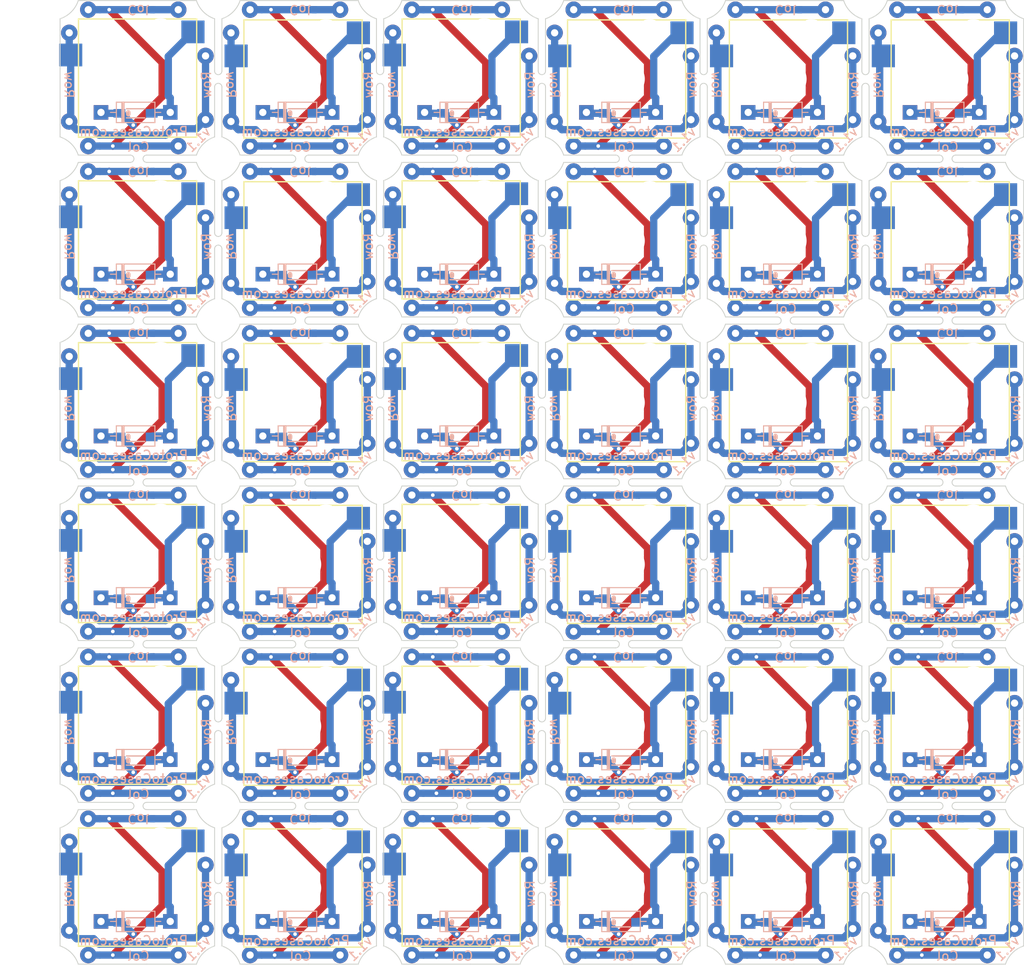
<source format=kicad_pcb>
(kicad_pcb (version 20171130) (host pcbnew "(5.1.4)-1")
  (title_block (title Cherry-Mx-Bitboard-Re-19.05mm) (date 2018-09-15) (rev 1))
  (layers (0 F.Cu signal) (31 B.Cu signal) (34 B.Paste user) (35 F.Paste user) (36 B.SilkS user) (37 F.SilkS user) (38 B.Mask user) (39 F.Mask user) (44 Edge.Cuts user))
  (net 0 "")
  (net 1 "Net-(D1-Pad2)")
  (net 2 Col1)
  (net 3 Row1)
  (module Footprints:Wirepad (layer B.Cu) (at 178.09 176.03)
    (fp_text reference Col114 hide)
    (fp_text value Conn_01x01 hide)
    (pad 1 thru_hole circle (at 0 0) (size 1.8 1.8) (drill 0.8) (layers *.Cu *.Mask))
  )
  (module Footprints:1N4148W (layer B.Cu) (at 191.19 172.43)
    (fp_text reference D2 hide)
    (fp_text value 1N4148W)
    (pad 1 smd rect (at -1.775 0) (size 1.3 0.95) (layers B.Cu B.Paste B.Mask))
    (pad 2 smd rect (at 1.775 0) (size 1.3 0.95) (layers B.Cu B.Paste B.Mask))
  )
  (module Footprints:1N4148W (layer B.Cu) (at 169.59 172.33)
    (fp_text reference D1 hide)
    (fp_text value 1N4148W)
    (pad 2 thru_hole rect (at 7.62 0) (size 1.6 1.6) (drill 0.8) (layers *.Cu *.Mask))
    (pad 1 thru_hole rect (at 0 0) (size 1.6 1.6) (drill 0.8) (layers *.Cu *.Mask))
  )
  (module Footprints:Wirepad (layer B.Cu) (at 183.895 163.575)
    (fp_text reference Row111 hide)
    (fp_text value Conn_01x01 hide)
    (pad 1 thru_hole circle (at 0 0) (size 1.8 1.8) (drill 0.8) (layers *.Cu *.Mask))
  )
  (module Footprints:Wirepad (layer B.Cu) (at 181.09 173.13)
    (fp_text reference Row114 hide)
    (fp_text value Conn_01x01 hide)
    (pad 1 thru_hole circle (at 0 0) (size 1.8 1.8) (drill 0.8) (layers *.Cu *.Mask))
  )
  (module Footprints:1N4148W (layer B.Cu) (at 187.39 172.33)
    (fp_text reference D1 hide)
    (fp_text value 1N4148W)
    (pad 2 thru_hole rect (at 7.62 0) (size 1.6 1.6) (drill 0.8) (layers *.Cu *.Mask))
    (pad 1 thru_hole rect (at 0 0) (size 1.6 1.6) (drill 0.8) (layers *.Cu *.Mask))
  )
  (module Footprints:Wirepad (layer B.Cu) (at 183.89 173.33)
    (fp_text reference Row112 hide)
    (fp_text value Conn_01x01 hide)
    (pad 1 thru_hole circle (at 0 0) (size 1.8 1.8) (drill 0.8) (layers *.Cu *.Mask))
  )
  (module Footprints:Wirepad (layer B.Cu) (at 181.09 166.115)
    (fp_text reference Row113 hide)
    (fp_text value Conn_01x01 hide)
    (pad 1 thru_hole circle (at 0 0) (size 1.8 1.8) (drill 0.8) (layers *.Cu *.Mask))
  )
  (module Footprints:CherryMx_Socket (layer F.Cu) (at 191.815 168.655)
    (fp_text reference SW1 hide)
    (fp_text value SW_Push hide)
    (pad "" np_thru_hole circle (at 5.08 0) (size 2 2) (drill 2) (layers *.Cu *.Mask))
    (pad "" np_thru_hole circle (at 2.54 -5.08) (size 3 3) (drill 3) (layers *.Cu *.Mask))
    (pad "" np_thru_hole circle (at 0 0) (size 4 4) (drill 4) (layers *.Cu *.Mask))
    (pad "" np_thru_hole circle (at -3.81 -2.54) (size 3 3) (drill 3) (layers *.Cu *.Mask))
    (pad "" np_thru_hole circle (at -5.08 0) (size 2 2) (drill 2) (layers *.Cu *.Mask))
    (pad 2 smd rect (at 6.09 -5.08) (size 2.55 2.5) (layers B.Cu B.Paste B.Mask))
    (pad 1 smd rect (at -7.36 -2.54) (size 2.55 2.5) (layers B.Cu B.Paste B.Mask))
  )
  (module Footprints:Wirepad (layer B.Cu) (at 198.89 166.115)
    (fp_text reference Row113 hide)
    (fp_text value Conn_01x01 hide)
    (pad 1 thru_hole circle (at 0 0) (size 1.8 1.8) (drill 0.8) (layers *.Cu *.Mask))
  )
  (module Footprints:Wirepad (layer B.Cu) (at 185.99 176.03)
    (fp_text reference Col113 hide)
    (fp_text value Conn_01x01 hide)
    (pad 1 thru_hole circle (at 0 0) (size 1.8 1.8) (drill 0.8) (layers *.Cu *.Mask))
  )
  (module Footprints:Wirepad (layer B.Cu) (at 178.09 161.03)
    (fp_text reference Col112 hide)
    (fp_text value Conn_01x01 hide)
    (pad 1 thru_hole circle (at 0 0) (size 1.8 1.8) (drill 0.8) (layers *.Cu *.Mask))
  )
  (module Footprints:Wirepad (layer B.Cu) (at 195.89 176.03)
    (fp_text reference Col114 hide)
    (fp_text value Conn_01x01 hide)
    (pad 1 thru_hole circle (at 0 0) (size 1.8 1.8) (drill 0.8) (layers *.Cu *.Mask))
  )
  (module Footprints:Wirepad (layer B.Cu) (at 185.99 161.03)
    (fp_text reference Col111 hide)
    (fp_text value Conn_01x01 hide)
    (pad 1 thru_hole circle (at 0 0) (size 1.8 1.8) (drill 0.8) (layers *.Cu *.Mask))
  )
  (module Footprints:Wirepad (layer B.Cu) (at 195.89 161.03)
    (fp_text reference Col112 hide)
    (fp_text value Conn_01x01 hide)
    (pad 1 thru_hole circle (at 0 0) (size 1.8 1.8) (drill 0.8) (layers *.Cu *.Mask))
  )
  (module Footprints:Wirepad (layer B.Cu) (at 198.89 173.13)
    (fp_text reference Row114 hide)
    (fp_text value Conn_01x01 hide)
    (pad 1 thru_hole circle (at 0 0) (size 1.8 1.8) (drill 0.8) (layers *.Cu *.Mask))
  )
  (module Footprints:Wirepad (layer B.Cu) (at 163.29 173.13)
    (fp_text reference Row114 hide)
    (fp_text value Conn_01x01 hide)
    (pad 1 thru_hole circle (at 0 0) (size 1.8 1.8) (drill 0.8) (layers *.Cu *.Mask))
  )
  (module Footprints:Wirepad (layer B.Cu) (at 148.29 173.33)
    (fp_text reference Row112 hide)
    (fp_text value Conn_01x01 hide)
    (pad 1 thru_hole circle (at 0 0) (size 1.8 1.8) (drill 0.8) (layers *.Cu *.Mask))
  )
  (module Footprints:Wirepad (layer B.Cu) (at 150.39 176.03)
    (fp_text reference Col113 hide)
    (fp_text value Conn_01x01 hide)
    (pad 1 thru_hole circle (at 0 0) (size 1.8 1.8) (drill 0.8) (layers *.Cu *.Mask))
  )
  (module Footprints:Wirepad (layer B.Cu) (at 160.29 161.03)
    (fp_text reference Col112 hide)
    (fp_text value Conn_01x01 hide)
    (pad 1 thru_hole circle (at 0 0) (size 1.8 1.8) (drill 0.8) (layers *.Cu *.Mask))
  )
  (module Footprints:Wirepad (layer B.Cu) (at 124.69 161.03)
    (fp_text reference Col112 hide)
    (fp_text value Conn_01x01 hide)
    (pad 1 thru_hole circle (at 0 0) (size 1.8 1.8) (drill 0.8) (layers *.Cu *.Mask))
  )
  (module Footprints:Wirepad (layer B.Cu) (at 150.39 161.03)
    (fp_text reference Col111 hide)
    (fp_text value Conn_01x01 hide)
    (pad 1 thru_hole circle (at 0 0) (size 1.8 1.8) (drill 0.8) (layers *.Cu *.Mask))
  )
  (module Footprints:1N4148W (layer B.Cu) (at 119.99 172.43)
    (fp_text reference D2 hide)
    (fp_text value 1N4148W)
    (pad 1 smd rect (at -1.775 0) (size 1.3 0.95) (layers B.Cu B.Paste B.Mask))
    (pad 2 smd rect (at 1.775 0) (size 1.3 0.95) (layers B.Cu B.Paste B.Mask))
  )
  (module Footprints:Wirepad (layer B.Cu) (at 168.19 161.03)
    (fp_text reference Col111 hide)
    (fp_text value Conn_01x01 hide)
    (pad 1 thru_hole circle (at 0 0) (size 1.8 1.8) (drill 0.8) (layers *.Cu *.Mask))
  )
  (module Footprints:1N4148W (layer B.Cu) (at 173.39 172.43)
    (fp_text reference D2 hide)
    (fp_text value 1N4148W)
    (pad 1 smd rect (at -1.775 0) (size 1.3 0.95) (layers B.Cu B.Paste B.Mask))
    (pad 2 smd rect (at 1.775 0) (size 1.3 0.95) (layers B.Cu B.Paste B.Mask))
  )
  (module Footprints:Wirepad (layer B.Cu) (at 166.095 163.575)
    (fp_text reference Row111 hide)
    (fp_text value Conn_01x01 hide)
    (pad 1 thru_hole circle (at 0 0) (size 1.8 1.8) (drill 0.8) (layers *.Cu *.Mask))
  )
  (module Footprints:CherryMx_Socket (layer F.Cu) (at 174.015 168.655)
    (fp_text reference SW1 hide)
    (fp_text value SW_Push hide)
    (pad "" np_thru_hole circle (at 5.08 0) (size 2 2) (drill 2) (layers *.Cu *.Mask))
    (pad "" np_thru_hole circle (at 2.54 -5.08) (size 3 3) (drill 3) (layers *.Cu *.Mask))
    (pad "" np_thru_hole circle (at 0 0) (size 4 4) (drill 4) (layers *.Cu *.Mask))
    (pad "" np_thru_hole circle (at -3.81 -2.54) (size 3 3) (drill 3) (layers *.Cu *.Mask))
    (pad "" np_thru_hole circle (at -5.08 0) (size 2 2) (drill 2) (layers *.Cu *.Mask))
    (pad 2 smd rect (at 6.09 -5.08) (size 2.55 2.5) (layers B.Cu B.Paste B.Mask))
    (pad 1 smd rect (at -7.36 -2.54) (size 2.55 2.5) (layers B.Cu B.Paste B.Mask))
  )
  (module Footprints:Wirepad (layer B.Cu) (at 130.495 163.575)
    (fp_text reference Row111 hide)
    (fp_text value Conn_01x01 hide)
    (pad 1 thru_hole circle (at 0 0) (size 1.8 1.8) (drill 0.8) (layers *.Cu *.Mask))
  )
  (module Footprints:Wirepad (layer B.Cu) (at 166.09 173.33)
    (fp_text reference Row112 hide)
    (fp_text value Conn_01x01 hide)
    (pad 1 thru_hole circle (at 0 0) (size 1.8 1.8) (drill 0.8) (layers *.Cu *.Mask))
  )
  (module Footprints:Wirepad (layer B.Cu) (at 109.89 166.115)
    (fp_text reference Row113 hide)
    (fp_text value Conn_01x01 hide)
    (pad 1 thru_hole circle (at 0 0) (size 1.8 1.8) (drill 0.8) (layers *.Cu *.Mask))
  )
  (module Footprints:Wirepad (layer B.Cu) (at 130.49 173.33)
    (fp_text reference Row112 hide)
    (fp_text value Conn_01x01 hide)
    (pad 1 thru_hole circle (at 0 0) (size 1.8 1.8) (drill 0.8) (layers *.Cu *.Mask))
  )
  (module Footprints:CherryMx_Socket (layer F.Cu) (at 120.615 168.655)
    (fp_text reference SW1 hide)
    (fp_text value SW_Push hide)
    (pad "" np_thru_hole circle (at 5.08 0) (size 2 2) (drill 2) (layers *.Cu *.Mask))
    (pad "" np_thru_hole circle (at 2.54 -5.08) (size 3 3) (drill 3) (layers *.Cu *.Mask))
    (pad "" np_thru_hole circle (at 0 0) (size 4 4) (drill 4) (layers *.Cu *.Mask))
    (pad "" np_thru_hole circle (at -3.81 -2.54) (size 3 3) (drill 3) (layers *.Cu *.Mask))
    (pad "" np_thru_hole circle (at -5.08 0) (size 2 2) (drill 2) (layers *.Cu *.Mask))
    (pad 2 smd rect (at 6.09 -5.08) (size 2.55 2.5) (layers B.Cu B.Paste B.Mask))
    (pad 1 smd rect (at -7.36 -2.54) (size 2.55 2.5) (layers B.Cu B.Paste B.Mask))
  )
  (module Footprints:Wirepad (layer B.Cu) (at 132.59 176.03)
    (fp_text reference Col113 hide)
    (fp_text value Conn_01x01 hide)
    (pad 1 thru_hole circle (at 0 0) (size 1.8 1.8) (drill 0.8) (layers *.Cu *.Mask))
  )
  (module Footprints:Wirepad (layer B.Cu) (at 142.49 176.03)
    (fp_text reference Col114 hide)
    (fp_text value Conn_01x01 hide)
    (pad 1 thru_hole circle (at 0 0) (size 1.8 1.8) (drill 0.8) (layers *.Cu *.Mask))
  )
  (module Footprints:Wirepad (layer B.Cu) (at 163.29 166.115)
    (fp_text reference Row113 hide)
    (fp_text value Conn_01x01 hide)
    (pad 1 thru_hole circle (at 0 0) (size 1.8 1.8) (drill 0.8) (layers *.Cu *.Mask))
  )
  (module Footprints:Wirepad (layer B.Cu) (at 109.89 173.13)
    (fp_text reference Row114 hide)
    (fp_text value Conn_01x01 hide)
    (pad 1 thru_hole circle (at 0 0) (size 1.8 1.8) (drill 0.8) (layers *.Cu *.Mask))
  )
  (module Footprints:1N4148W (layer B.Cu) (at 155.59 172.43)
    (fp_text reference D2 hide)
    (fp_text value 1N4148W)
    (pad 2 smd rect (at 1.775 0) (size 1.3 0.95) (layers B.Cu B.Paste B.Mask))
    (pad 1 smd rect (at -1.775 0) (size 1.3 0.95) (layers B.Cu B.Paste B.Mask))
  )
  (module Footprints:1N4148W (layer B.Cu) (at 137.79 172.43)
    (fp_text reference D2 hide)
    (fp_text value 1N4148W)
    (pad 1 smd rect (at -1.775 0) (size 1.3 0.95) (layers B.Cu B.Paste B.Mask))
    (pad 2 smd rect (at 1.775 0) (size 1.3 0.95) (layers B.Cu B.Paste B.Mask))
  )
  (module Footprints:Wirepad (layer B.Cu) (at 114.79 176.03)
    (fp_text reference Col113 hide)
    (fp_text value Conn_01x01 hide)
    (pad 1 thru_hole circle (at 0 0) (size 1.8 1.8) (drill 0.8) (layers *.Cu *.Mask))
  )
  (module Footprints:Wirepad (layer B.Cu) (at 112.695 163.575)
    (fp_text reference Row111 hide)
    (fp_text value Conn_01x01 hide)
    (pad 1 thru_hole circle (at 0 0) (size 1.8 1.8) (drill 0.8) (layers *.Cu *.Mask))
  )
  (module Footprints:CherryMx_Socket (layer F.Cu) (at 138.015 168.555)
    (fp_text reference SW1 hide)
    (fp_text value SW_Push hide)
    (pad "" np_thru_hole circle (at 5.08 0) (size 2 2) (drill 2) (layers *.Cu *.Mask))
    (pad "" np_thru_hole circle (at 2.54 -5.08) (size 3 3) (drill 3) (layers *.Cu *.Mask))
    (pad "" np_thru_hole circle (at 0 0) (size 4 4) (drill 4) (layers *.Cu *.Mask))
    (pad "" np_thru_hole circle (at -3.81 -2.54) (size 3 3) (drill 3) (layers *.Cu *.Mask))
    (pad "" np_thru_hole circle (at -5.08 0) (size 2 2) (drill 2) (layers *.Cu *.Mask))
    (pad 2 smd rect (at 6.09 -5.08) (size 2.55 2.5) (layers B.Cu B.Paste B.Mask))
    (pad 1 smd rect (at -7.36 -2.54) (size 2.55 2.5) (layers B.Cu B.Paste B.Mask))
  )
  (module Footprints:Wirepad (layer B.Cu) (at 142.49 161.03)
    (fp_text reference Col112 hide)
    (fp_text value Conn_01x01 hide)
    (pad 1 thru_hole circle (at 0 0) (size 1.8 1.8) (drill 0.8) (layers *.Cu *.Mask))
  )
  (module Footprints:Wirepad (layer B.Cu) (at 168.19 176.03)
    (fp_text reference Col113 hide)
    (fp_text value Conn_01x01 hide)
    (pad 1 thru_hole circle (at 0 0) (size 1.8 1.8) (drill 0.8) (layers *.Cu *.Mask))
  )
  (module Footprints:CherryMx_Socket (layer F.Cu) (at 156.215 168.655)
    (fp_text reference SW1 hide)
    (fp_text value SW_Push hide)
    (pad 1 smd rect (at -7.36 -2.54) (size 2.55 2.5) (layers B.Cu B.Paste B.Mask))
    (pad 2 smd rect (at 6.09 -5.08) (size 2.55 2.5) (layers B.Cu B.Paste B.Mask))
    (pad "" np_thru_hole circle (at -5.08 0) (size 2 2) (drill 2) (layers *.Cu *.Mask))
    (pad "" np_thru_hole circle (at -3.81 -2.54) (size 3 3) (drill 3) (layers *.Cu *.Mask))
    (pad "" np_thru_hole circle (at 0 0) (size 4 4) (drill 4) (layers *.Cu *.Mask))
    (pad "" np_thru_hole circle (at 2.54 -5.08) (size 3 3) (drill 3) (layers *.Cu *.Mask))
    (pad "" np_thru_hole circle (at 5.08 0) (size 2 2) (drill 2) (layers *.Cu *.Mask))
  )
  (module Footprints:1N4148W (layer B.Cu) (at 116.19 172.33)
    (fp_text reference D1 hide)
    (fp_text value 1N4148W)
    (pad 2 thru_hole rect (at 7.62 0) (size 1.6 1.6) (drill 0.8) (layers *.Cu *.Mask))
    (pad 1 thru_hole rect (at 0 0) (size 1.6 1.6) (drill 0.8) (layers *.Cu *.Mask))
  )
  (module Footprints:Wirepad (layer B.Cu) (at 127.69 166.115)
    (fp_text reference Row113 hide)
    (fp_text value Conn_01x01 hide)
    (pad 1 thru_hole circle (at 0 0) (size 1.8 1.8) (drill 0.8) (layers *.Cu *.Mask))
  )
  (module Footprints:Wirepad (layer B.Cu) (at 114.79 161.03)
    (fp_text reference Col111 hide)
    (fp_text value Conn_01x01 hide)
    (pad 1 thru_hole circle (at 0 0) (size 1.8 1.8) (drill 0.8) (layers *.Cu *.Mask))
  )
  (module Footprints:Wirepad (layer B.Cu) (at 127.69 173.13)
    (fp_text reference Row114 hide)
    (fp_text value Conn_01x01 hide)
    (pad 1 thru_hole circle (at 0 0) (size 1.8 1.8) (drill 0.8) (layers *.Cu *.Mask))
  )
  (module Footprints:Wirepad (layer B.Cu) (at 124.69 176.03)
    (fp_text reference Col114 hide)
    (fp_text value Conn_01x01 hide)
    (pad 1 thru_hole circle (at 0 0) (size 1.8 1.8) (drill 0.8) (layers *.Cu *.Mask))
  )
  (module Footprints:1N4148W (layer B.Cu) (at 133.99 172.33)
    (fp_text reference D1 hide)
    (fp_text value 1N4148W)
    (pad 2 thru_hole rect (at 7.62 0) (size 1.6 1.6) (drill 0.8) (layers *.Cu *.Mask))
    (pad 1 thru_hole rect (at 0 0) (size 1.6 1.6) (drill 0.8) (layers *.Cu *.Mask))
  )
  (module Footprints:Wirepad (layer B.Cu) (at 112.69 173.33)
    (fp_text reference Row112 hide)
    (fp_text value Conn_01x01 hide)
    (pad 1 thru_hole circle (at 0 0) (size 1.8 1.8) (drill 0.8) (layers *.Cu *.Mask))
  )
  (module Footprints:Wirepad (layer B.Cu) (at 132.59 161.03)
    (fp_text reference Col111 hide)
    (fp_text value Conn_01x01 hide)
    (pad 1 thru_hole circle (at 0 0) (size 1.8 1.8) (drill 0.8) (layers *.Cu *.Mask))
  )
  (module Footprints:1N4148W (layer B.Cu) (at 151.79 172.33)
    (fp_text reference D1 hide)
    (fp_text value 1N4148W)
    (pad 1 thru_hole rect (at 0 0) (size 1.6 1.6) (drill 0.8) (layers *.Cu *.Mask))
    (pad 2 thru_hole rect (at 7.62 0) (size 1.6 1.6) (drill 0.8) (layers *.Cu *.Mask))
  )
  (module Footprints:Wirepad (layer B.Cu) (at 160.29 176.03)
    (fp_text reference Col114 hide)
    (fp_text value Conn_01x01 hide)
    (pad 1 thru_hole circle (at 0 0) (size 1.8 1.8) (drill 0.8) (layers *.Cu *.Mask))
  )
  (module Footprints:CherryMx_Socket (layer F.Cu) (at 102.415 168.555)
    (fp_text reference SW1 hide)
    (fp_text value SW_Push hide)
    (pad 1 smd rect (at -7.36 -2.54) (size 2.55 2.5) (layers B.Cu B.Paste B.Mask))
    (pad 2 smd rect (at 6.09 -5.08) (size 2.55 2.5) (layers B.Cu B.Paste B.Mask))
    (pad "" np_thru_hole circle (at -5.08 0) (size 2 2) (drill 2) (layers *.Cu *.Mask))
    (pad "" np_thru_hole circle (at -3.81 -2.54) (size 3 3) (drill 3) (layers *.Cu *.Mask))
    (pad "" np_thru_hole circle (at 0 0) (size 4 4) (drill 4) (layers *.Cu *.Mask))
    (pad "" np_thru_hole circle (at 2.54 -5.08) (size 3 3) (drill 3) (layers *.Cu *.Mask))
    (pad "" np_thru_hole circle (at 5.08 0) (size 2 2) (drill 2) (layers *.Cu *.Mask))
  )
  (module Footprints:1N4148W (layer B.Cu) (at 98.39 172.33)
    (fp_text reference D1 hide)
    (fp_text value 1N4148W)
    (pad 1 thru_hole rect (at 0 0) (size 1.6 1.6) (drill 0.8) (layers *.Cu *.Mask))
    (pad 2 thru_hole rect (at 7.62 0) (size 1.6 1.6) (drill 0.8) (layers *.Cu *.Mask))
  )
  (module Footprints:Wirepad (layer B.Cu) (at 106.89 176.03)
    (fp_text reference Col114 hide)
    (fp_text value Conn_01x01 hide)
    (pad 1 thru_hole circle (at 0 0) (size 1.8 1.8) (drill 0.8) (layers *.Cu *.Mask))
  )
  (module Footprints:Wirepad (layer B.Cu) (at 145.49 173.13)
    (fp_text reference Row114 hide)
    (fp_text value Conn_01x01 hide)
    (pad 1 thru_hole circle (at 0 0) (size 1.8 1.8) (drill 0.8) (layers *.Cu *.Mask))
  )
  (module Footprints:Wirepad (layer B.Cu) (at 145.49 166.115)
    (fp_text reference Row113 hide)
    (fp_text value Conn_01x01 hide)
    (pad 1 thru_hole circle (at 0 0) (size 1.8 1.8) (drill 0.8) (layers *.Cu *.Mask))
  )
  (module Footprints:Wirepad (layer B.Cu) (at 94.895 163.575)
    (fp_text reference Row111 hide)
    (fp_text value Conn_01x01 hide)
    (pad 1 thru_hole circle (at 0 0) (size 1.8 1.8) (drill 0.8) (layers *.Cu *.Mask))
  )
  (module Footprints:Wirepad (layer B.Cu) (at 96.99 161.03)
    (fp_text reference Col111 hide)
    (fp_text value Conn_01x01 hide)
    (pad 1 thru_hole circle (at 0 0) (size 1.8 1.8) (drill 0.8) (layers *.Cu *.Mask))
  )
  (module Footprints:Wirepad (layer B.Cu) (at 148.295 163.575)
    (fp_text reference Row111 hide)
    (fp_text value Conn_01x01 hide)
    (pad 1 thru_hole circle (at 0 0) (size 1.8 1.8) (drill 0.8) (layers *.Cu *.Mask))
  )
  (module Footprints:Wirepad (layer B.Cu) (at 94.89 173.33)
    (fp_text reference Row112 hide)
    (fp_text value Conn_01x01 hide)
    (pad 1 thru_hole circle (at 0 0) (size 1.8 1.8) (drill 0.8) (layers *.Cu *.Mask))
  )
  (module Footprints:Wirepad (layer B.Cu) (at 96.99 176.03)
    (fp_text reference Col113 hide)
    (fp_text value Conn_01x01 hide)
    (pad 1 thru_hole circle (at 0 0) (size 1.8 1.8) (drill 0.8) (layers *.Cu *.Mask))
  )
  (module Footprints:Wirepad (layer B.Cu) (at 106.89 161.03)
    (fp_text reference Col112 hide)
    (fp_text value Conn_01x01 hide)
    (pad 1 thru_hole circle (at 0 0) (size 1.8 1.8) (drill 0.8) (layers *.Cu *.Mask))
  )
  (module Footprints:1N4148W (layer B.Cu) (at 102.19 172.43)
    (fp_text reference D2 hide)
    (fp_text value 1N4148W)
    (pad 2 smd rect (at 1.775 0) (size 1.3 0.95) (layers B.Cu B.Paste B.Mask))
    (pad 1 smd rect (at -1.775 0) (size 1.3 0.95) (layers B.Cu B.Paste B.Mask))
  )
  (module Footprints:Wirepad (layer B.Cu) (at 178.09 158.23)
    (fp_text reference Col114 hide)
    (fp_text value Conn_01x01 hide)
    (pad 1 thru_hole circle (at 0 0) (size 1.8 1.8) (drill 0.8) (layers *.Cu *.Mask))
  )
  (module Footprints:1N4148W (layer B.Cu) (at 191.19 154.63)
    (fp_text reference D2 hide)
    (fp_text value 1N4148W)
    (pad 1 smd rect (at -1.775 0) (size 1.3 0.95) (layers B.Cu B.Paste B.Mask))
    (pad 2 smd rect (at 1.775 0) (size 1.3 0.95) (layers B.Cu B.Paste B.Mask))
  )
  (module Footprints:1N4148W (layer B.Cu) (at 169.59 154.53)
    (fp_text reference D1 hide)
    (fp_text value 1N4148W)
    (pad 2 thru_hole rect (at 7.62 0) (size 1.6 1.6) (drill 0.8) (layers *.Cu *.Mask))
    (pad 1 thru_hole rect (at 0 0) (size 1.6 1.6) (drill 0.8) (layers *.Cu *.Mask))
  )
  (module Footprints:Wirepad (layer B.Cu) (at 183.895 145.775)
    (fp_text reference Row111 hide)
    (fp_text value Conn_01x01 hide)
    (pad 1 thru_hole circle (at 0 0) (size 1.8 1.8) (drill 0.8) (layers *.Cu *.Mask))
  )
  (module Footprints:Wirepad (layer B.Cu) (at 181.09 155.33)
    (fp_text reference Row114 hide)
    (fp_text value Conn_01x01 hide)
    (pad 1 thru_hole circle (at 0 0) (size 1.8 1.8) (drill 0.8) (layers *.Cu *.Mask))
  )
  (module Footprints:1N4148W (layer B.Cu) (at 187.39 154.53)
    (fp_text reference D1 hide)
    (fp_text value 1N4148W)
    (pad 2 thru_hole rect (at 7.62 0) (size 1.6 1.6) (drill 0.8) (layers *.Cu *.Mask))
    (pad 1 thru_hole rect (at 0 0) (size 1.6 1.6) (drill 0.8) (layers *.Cu *.Mask))
  )
  (module Footprints:Wirepad (layer B.Cu) (at 183.89 155.53)
    (fp_text reference Row112 hide)
    (fp_text value Conn_01x01 hide)
    (pad 1 thru_hole circle (at 0 0) (size 1.8 1.8) (drill 0.8) (layers *.Cu *.Mask))
  )
  (module Footprints:Wirepad (layer B.Cu) (at 181.09 148.315)
    (fp_text reference Row113 hide)
    (fp_text value Conn_01x01 hide)
    (pad 1 thru_hole circle (at 0 0) (size 1.8 1.8) (drill 0.8) (layers *.Cu *.Mask))
  )
  (module Footprints:CherryMx_Socket (layer F.Cu) (at 191.815 150.855)
    (fp_text reference SW1 hide)
    (fp_text value SW_Push hide)
    (pad "" np_thru_hole circle (at 5.08 0) (size 2 2) (drill 2) (layers *.Cu *.Mask))
    (pad "" np_thru_hole circle (at 2.54 -5.08) (size 3 3) (drill 3) (layers *.Cu *.Mask))
    (pad "" np_thru_hole circle (at 0 0) (size 4 4) (drill 4) (layers *.Cu *.Mask))
    (pad "" np_thru_hole circle (at -3.81 -2.54) (size 3 3) (drill 3) (layers *.Cu *.Mask))
    (pad "" np_thru_hole circle (at -5.08 0) (size 2 2) (drill 2) (layers *.Cu *.Mask))
    (pad 2 smd rect (at 6.09 -5.08) (size 2.55 2.5) (layers B.Cu B.Paste B.Mask))
    (pad 1 smd rect (at -7.36 -2.54) (size 2.55 2.5) (layers B.Cu B.Paste B.Mask))
  )
  (module Footprints:Wirepad (layer B.Cu) (at 198.89 148.315)
    (fp_text reference Row113 hide)
    (fp_text value Conn_01x01 hide)
    (pad 1 thru_hole circle (at 0 0) (size 1.8 1.8) (drill 0.8) (layers *.Cu *.Mask))
  )
  (module Footprints:Wirepad (layer B.Cu) (at 185.99 158.23)
    (fp_text reference Col113 hide)
    (fp_text value Conn_01x01 hide)
    (pad 1 thru_hole circle (at 0 0) (size 1.8 1.8) (drill 0.8) (layers *.Cu *.Mask))
  )
  (module Footprints:Wirepad (layer B.Cu) (at 178.09 143.23)
    (fp_text reference Col112 hide)
    (fp_text value Conn_01x01 hide)
    (pad 1 thru_hole circle (at 0 0) (size 1.8 1.8) (drill 0.8) (layers *.Cu *.Mask))
  )
  (module Footprints:Wirepad (layer B.Cu) (at 195.89 158.23)
    (fp_text reference Col114 hide)
    (fp_text value Conn_01x01 hide)
    (pad 1 thru_hole circle (at 0 0) (size 1.8 1.8) (drill 0.8) (layers *.Cu *.Mask))
  )
  (module Footprints:Wirepad (layer B.Cu) (at 185.99 143.23)
    (fp_text reference Col111 hide)
    (fp_text value Conn_01x01 hide)
    (pad 1 thru_hole circle (at 0 0) (size 1.8 1.8) (drill 0.8) (layers *.Cu *.Mask))
  )
  (module Footprints:Wirepad (layer B.Cu) (at 195.89 143.23)
    (fp_text reference Col112 hide)
    (fp_text value Conn_01x01 hide)
    (pad 1 thru_hole circle (at 0 0) (size 1.8 1.8) (drill 0.8) (layers *.Cu *.Mask))
  )
  (module Footprints:Wirepad (layer B.Cu) (at 198.89 155.33)
    (fp_text reference Row114 hide)
    (fp_text value Conn_01x01 hide)
    (pad 1 thru_hole circle (at 0 0) (size 1.8 1.8) (drill 0.8) (layers *.Cu *.Mask))
  )
  (module Footprints:Wirepad (layer B.Cu) (at 163.29 155.33)
    (fp_text reference Row114 hide)
    (fp_text value Conn_01x01 hide)
    (pad 1 thru_hole circle (at 0 0) (size 1.8 1.8) (drill 0.8) (layers *.Cu *.Mask))
  )
  (module Footprints:Wirepad (layer B.Cu) (at 148.29 155.53)
    (fp_text reference Row112 hide)
    (fp_text value Conn_01x01 hide)
    (pad 1 thru_hole circle (at 0 0) (size 1.8 1.8) (drill 0.8) (layers *.Cu *.Mask))
  )
  (module Footprints:Wirepad (layer B.Cu) (at 150.39 158.23)
    (fp_text reference Col113 hide)
    (fp_text value Conn_01x01 hide)
    (pad 1 thru_hole circle (at 0 0) (size 1.8 1.8) (drill 0.8) (layers *.Cu *.Mask))
  )
  (module Footprints:Wirepad (layer B.Cu) (at 160.29 143.23)
    (fp_text reference Col112 hide)
    (fp_text value Conn_01x01 hide)
    (pad 1 thru_hole circle (at 0 0) (size 1.8 1.8) (drill 0.8) (layers *.Cu *.Mask))
  )
  (module Footprints:Wirepad (layer B.Cu) (at 124.69 143.23)
    (fp_text reference Col112 hide)
    (fp_text value Conn_01x01 hide)
    (pad 1 thru_hole circle (at 0 0) (size 1.8 1.8) (drill 0.8) (layers *.Cu *.Mask))
  )
  (module Footprints:Wirepad (layer B.Cu) (at 150.39 143.23)
    (fp_text reference Col111 hide)
    (fp_text value Conn_01x01 hide)
    (pad 1 thru_hole circle (at 0 0) (size 1.8 1.8) (drill 0.8) (layers *.Cu *.Mask))
  )
  (module Footprints:1N4148W (layer B.Cu) (at 119.99 154.63)
    (fp_text reference D2 hide)
    (fp_text value 1N4148W)
    (pad 1 smd rect (at -1.775 0) (size 1.3 0.95) (layers B.Cu B.Paste B.Mask))
    (pad 2 smd rect (at 1.775 0) (size 1.3 0.95) (layers B.Cu B.Paste B.Mask))
  )
  (module Footprints:Wirepad (layer B.Cu) (at 168.19 143.23)
    (fp_text reference Col111 hide)
    (fp_text value Conn_01x01 hide)
    (pad 1 thru_hole circle (at 0 0) (size 1.8 1.8) (drill 0.8) (layers *.Cu *.Mask))
  )
  (module Footprints:1N4148W (layer B.Cu) (at 173.39 154.63)
    (fp_text reference D2 hide)
    (fp_text value 1N4148W)
    (pad 1 smd rect (at -1.775 0) (size 1.3 0.95) (layers B.Cu B.Paste B.Mask))
    (pad 2 smd rect (at 1.775 0) (size 1.3 0.95) (layers B.Cu B.Paste B.Mask))
  )
  (module Footprints:Wirepad (layer B.Cu) (at 166.095 145.775)
    (fp_text reference Row111 hide)
    (fp_text value Conn_01x01 hide)
    (pad 1 thru_hole circle (at 0 0) (size 1.8 1.8) (drill 0.8) (layers *.Cu *.Mask))
  )
  (module Footprints:CherryMx_Socket (layer F.Cu) (at 174.015 150.855)
    (fp_text reference SW1 hide)
    (fp_text value SW_Push hide)
    (pad "" np_thru_hole circle (at 5.08 0) (size 2 2) (drill 2) (layers *.Cu *.Mask))
    (pad "" np_thru_hole circle (at 2.54 -5.08) (size 3 3) (drill 3) (layers *.Cu *.Mask))
    (pad "" np_thru_hole circle (at 0 0) (size 4 4) (drill 4) (layers *.Cu *.Mask))
    (pad "" np_thru_hole circle (at -3.81 -2.54) (size 3 3) (drill 3) (layers *.Cu *.Mask))
    (pad "" np_thru_hole circle (at -5.08 0) (size 2 2) (drill 2) (layers *.Cu *.Mask))
    (pad 2 smd rect (at 6.09 -5.08) (size 2.55 2.5) (layers B.Cu B.Paste B.Mask))
    (pad 1 smd rect (at -7.36 -2.54) (size 2.55 2.5) (layers B.Cu B.Paste B.Mask))
  )
  (module Footprints:Wirepad (layer B.Cu) (at 130.495 145.775)
    (fp_text reference Row111 hide)
    (fp_text value Conn_01x01 hide)
    (pad 1 thru_hole circle (at 0 0) (size 1.8 1.8) (drill 0.8) (layers *.Cu *.Mask))
  )
  (module Footprints:Wirepad (layer B.Cu) (at 166.09 155.53)
    (fp_text reference Row112 hide)
    (fp_text value Conn_01x01 hide)
    (pad 1 thru_hole circle (at 0 0) (size 1.8 1.8) (drill 0.8) (layers *.Cu *.Mask))
  )
  (module Footprints:Wirepad (layer B.Cu) (at 109.89 148.315)
    (fp_text reference Row113 hide)
    (fp_text value Conn_01x01 hide)
    (pad 1 thru_hole circle (at 0 0) (size 1.8 1.8) (drill 0.8) (layers *.Cu *.Mask))
  )
  (module Footprints:Wirepad (layer B.Cu) (at 130.49 155.53)
    (fp_text reference Row112 hide)
    (fp_text value Conn_01x01 hide)
    (pad 1 thru_hole circle (at 0 0) (size 1.8 1.8) (drill 0.8) (layers *.Cu *.Mask))
  )
  (module Footprints:CherryMx_Socket (layer F.Cu) (at 120.615 150.855)
    (fp_text reference SW1 hide)
    (fp_text value SW_Push hide)
    (pad "" np_thru_hole circle (at 5.08 0) (size 2 2) (drill 2) (layers *.Cu *.Mask))
    (pad "" np_thru_hole circle (at 2.54 -5.08) (size 3 3) (drill 3) (layers *.Cu *.Mask))
    (pad "" np_thru_hole circle (at 0 0) (size 4 4) (drill 4) (layers *.Cu *.Mask))
    (pad "" np_thru_hole circle (at -3.81 -2.54) (size 3 3) (drill 3) (layers *.Cu *.Mask))
    (pad "" np_thru_hole circle (at -5.08 0) (size 2 2) (drill 2) (layers *.Cu *.Mask))
    (pad 2 smd rect (at 6.09 -5.08) (size 2.55 2.5) (layers B.Cu B.Paste B.Mask))
    (pad 1 smd rect (at -7.36 -2.54) (size 2.55 2.5) (layers B.Cu B.Paste B.Mask))
  )
  (module Footprints:Wirepad (layer B.Cu) (at 132.59 158.23)
    (fp_text reference Col113 hide)
    (fp_text value Conn_01x01 hide)
    (pad 1 thru_hole circle (at 0 0) (size 1.8 1.8) (drill 0.8) (layers *.Cu *.Mask))
  )
  (module Footprints:Wirepad (layer B.Cu) (at 142.49 158.23)
    (fp_text reference Col114 hide)
    (fp_text value Conn_01x01 hide)
    (pad 1 thru_hole circle (at 0 0) (size 1.8 1.8) (drill 0.8) (layers *.Cu *.Mask))
  )
  (module Footprints:Wirepad (layer B.Cu) (at 163.29 148.315)
    (fp_text reference Row113 hide)
    (fp_text value Conn_01x01 hide)
    (pad 1 thru_hole circle (at 0 0) (size 1.8 1.8) (drill 0.8) (layers *.Cu *.Mask))
  )
  (module Footprints:Wirepad (layer B.Cu) (at 109.89 155.33)
    (fp_text reference Row114 hide)
    (fp_text value Conn_01x01 hide)
    (pad 1 thru_hole circle (at 0 0) (size 1.8 1.8) (drill 0.8) (layers *.Cu *.Mask))
  )
  (module Footprints:1N4148W (layer B.Cu) (at 155.59 154.63)
    (fp_text reference D2 hide)
    (fp_text value 1N4148W)
    (pad 2 smd rect (at 1.775 0) (size 1.3 0.95) (layers B.Cu B.Paste B.Mask))
    (pad 1 smd rect (at -1.775 0) (size 1.3 0.95) (layers B.Cu B.Paste B.Mask))
  )
  (module Footprints:1N4148W (layer B.Cu) (at 137.79 154.63)
    (fp_text reference D2 hide)
    (fp_text value 1N4148W)
    (pad 1 smd rect (at -1.775 0) (size 1.3 0.95) (layers B.Cu B.Paste B.Mask))
    (pad 2 smd rect (at 1.775 0) (size 1.3 0.95) (layers B.Cu B.Paste B.Mask))
  )
  (module Footprints:Wirepad (layer B.Cu) (at 114.79 158.23)
    (fp_text reference Col113 hide)
    (fp_text value Conn_01x01 hide)
    (pad 1 thru_hole circle (at 0 0) (size 1.8 1.8) (drill 0.8) (layers *.Cu *.Mask))
  )
  (module Footprints:Wirepad (layer B.Cu) (at 112.695 145.775)
    (fp_text reference Row111 hide)
    (fp_text value Conn_01x01 hide)
    (pad 1 thru_hole circle (at 0 0) (size 1.8 1.8) (drill 0.8) (layers *.Cu *.Mask))
  )
  (module Footprints:CherryMx_Socket (layer F.Cu) (at 138.015 150.755)
    (fp_text reference SW1 hide)
    (fp_text value SW_Push hide)
    (pad "" np_thru_hole circle (at 5.08 0) (size 2 2) (drill 2) (layers *.Cu *.Mask))
    (pad "" np_thru_hole circle (at 2.54 -5.08) (size 3 3) (drill 3) (layers *.Cu *.Mask))
    (pad "" np_thru_hole circle (at 0 0) (size 4 4) (drill 4) (layers *.Cu *.Mask))
    (pad "" np_thru_hole circle (at -3.81 -2.54) (size 3 3) (drill 3) (layers *.Cu *.Mask))
    (pad "" np_thru_hole circle (at -5.08 0) (size 2 2) (drill 2) (layers *.Cu *.Mask))
    (pad 2 smd rect (at 6.09 -5.08) (size 2.55 2.5) (layers B.Cu B.Paste B.Mask))
    (pad 1 smd rect (at -7.36 -2.54) (size 2.55 2.5) (layers B.Cu B.Paste B.Mask))
  )
  (module Footprints:Wirepad (layer B.Cu) (at 142.49 143.23)
    (fp_text reference Col112 hide)
    (fp_text value Conn_01x01 hide)
    (pad 1 thru_hole circle (at 0 0) (size 1.8 1.8) (drill 0.8) (layers *.Cu *.Mask))
  )
  (module Footprints:Wirepad (layer B.Cu) (at 168.19 158.23)
    (fp_text reference Col113 hide)
    (fp_text value Conn_01x01 hide)
    (pad 1 thru_hole circle (at 0 0) (size 1.8 1.8) (drill 0.8) (layers *.Cu *.Mask))
  )
  (module Footprints:CherryMx_Socket (layer F.Cu) (at 156.215 150.855)
    (fp_text reference SW1 hide)
    (fp_text value SW_Push hide)
    (pad 1 smd rect (at -7.36 -2.54) (size 2.55 2.5) (layers B.Cu B.Paste B.Mask))
    (pad 2 smd rect (at 6.09 -5.08) (size 2.55 2.5) (layers B.Cu B.Paste B.Mask))
    (pad "" np_thru_hole circle (at -5.08 0) (size 2 2) (drill 2) (layers *.Cu *.Mask))
    (pad "" np_thru_hole circle (at -3.81 -2.54) (size 3 3) (drill 3) (layers *.Cu *.Mask))
    (pad "" np_thru_hole circle (at 0 0) (size 4 4) (drill 4) (layers *.Cu *.Mask))
    (pad "" np_thru_hole circle (at 2.54 -5.08) (size 3 3) (drill 3) (layers *.Cu *.Mask))
    (pad "" np_thru_hole circle (at 5.08 0) (size 2 2) (drill 2) (layers *.Cu *.Mask))
  )
  (module Footprints:1N4148W (layer B.Cu) (at 116.19 154.53)
    (fp_text reference D1 hide)
    (fp_text value 1N4148W)
    (pad 2 thru_hole rect (at 7.62 0) (size 1.6 1.6) (drill 0.8) (layers *.Cu *.Mask))
    (pad 1 thru_hole rect (at 0 0) (size 1.6 1.6) (drill 0.8) (layers *.Cu *.Mask))
  )
  (module Footprints:Wirepad (layer B.Cu) (at 127.69 148.315)
    (fp_text reference Row113 hide)
    (fp_text value Conn_01x01 hide)
    (pad 1 thru_hole circle (at 0 0) (size 1.8 1.8) (drill 0.8) (layers *.Cu *.Mask))
  )
  (module Footprints:Wirepad (layer B.Cu) (at 114.79 143.23)
    (fp_text reference Col111 hide)
    (fp_text value Conn_01x01 hide)
    (pad 1 thru_hole circle (at 0 0) (size 1.8 1.8) (drill 0.8) (layers *.Cu *.Mask))
  )
  (module Footprints:Wirepad (layer B.Cu) (at 127.69 155.33)
    (fp_text reference Row114 hide)
    (fp_text value Conn_01x01 hide)
    (pad 1 thru_hole circle (at 0 0) (size 1.8 1.8) (drill 0.8) (layers *.Cu *.Mask))
  )
  (module Footprints:Wirepad (layer B.Cu) (at 124.69 158.23)
    (fp_text reference Col114 hide)
    (fp_text value Conn_01x01 hide)
    (pad 1 thru_hole circle (at 0 0) (size 1.8 1.8) (drill 0.8) (layers *.Cu *.Mask))
  )
  (module Footprints:1N4148W (layer B.Cu) (at 133.99 154.53)
    (fp_text reference D1 hide)
    (fp_text value 1N4148W)
    (pad 2 thru_hole rect (at 7.62 0) (size 1.6 1.6) (drill 0.8) (layers *.Cu *.Mask))
    (pad 1 thru_hole rect (at 0 0) (size 1.6 1.6) (drill 0.8) (layers *.Cu *.Mask))
  )
  (module Footprints:Wirepad (layer B.Cu) (at 112.69 155.53)
    (fp_text reference Row112 hide)
    (fp_text value Conn_01x01 hide)
    (pad 1 thru_hole circle (at 0 0) (size 1.8 1.8) (drill 0.8) (layers *.Cu *.Mask))
  )
  (module Footprints:Wirepad (layer B.Cu) (at 132.59 143.23)
    (fp_text reference Col111 hide)
    (fp_text value Conn_01x01 hide)
    (pad 1 thru_hole circle (at 0 0) (size 1.8 1.8) (drill 0.8) (layers *.Cu *.Mask))
  )
  (module Footprints:1N4148W (layer B.Cu) (at 151.79 154.53)
    (fp_text reference D1 hide)
    (fp_text value 1N4148W)
    (pad 1 thru_hole rect (at 0 0) (size 1.6 1.6) (drill 0.8) (layers *.Cu *.Mask))
    (pad 2 thru_hole rect (at 7.62 0) (size 1.6 1.6) (drill 0.8) (layers *.Cu *.Mask))
  )
  (module Footprints:Wirepad (layer B.Cu) (at 160.29 158.23)
    (fp_text reference Col114 hide)
    (fp_text value Conn_01x01 hide)
    (pad 1 thru_hole circle (at 0 0) (size 1.8 1.8) (drill 0.8) (layers *.Cu *.Mask))
  )
  (module Footprints:CherryMx_Socket (layer F.Cu) (at 102.415 150.755)
    (fp_text reference SW1 hide)
    (fp_text value SW_Push hide)
    (pad 1 smd rect (at -7.36 -2.54) (size 2.55 2.5) (layers B.Cu B.Paste B.Mask))
    (pad 2 smd rect (at 6.09 -5.08) (size 2.55 2.5) (layers B.Cu B.Paste B.Mask))
    (pad "" np_thru_hole circle (at -5.08 0) (size 2 2) (drill 2) (layers *.Cu *.Mask))
    (pad "" np_thru_hole circle (at -3.81 -2.54) (size 3 3) (drill 3) (layers *.Cu *.Mask))
    (pad "" np_thru_hole circle (at 0 0) (size 4 4) (drill 4) (layers *.Cu *.Mask))
    (pad "" np_thru_hole circle (at 2.54 -5.08) (size 3 3) (drill 3) (layers *.Cu *.Mask))
    (pad "" np_thru_hole circle (at 5.08 0) (size 2 2) (drill 2) (layers *.Cu *.Mask))
  )
  (module Footprints:1N4148W (layer B.Cu) (at 98.39 154.53)
    (fp_text reference D1 hide)
    (fp_text value 1N4148W)
    (pad 1 thru_hole rect (at 0 0) (size 1.6 1.6) (drill 0.8) (layers *.Cu *.Mask))
    (pad 2 thru_hole rect (at 7.62 0) (size 1.6 1.6) (drill 0.8) (layers *.Cu *.Mask))
  )
  (module Footprints:Wirepad (layer B.Cu) (at 106.89 158.23)
    (fp_text reference Col114 hide)
    (fp_text value Conn_01x01 hide)
    (pad 1 thru_hole circle (at 0 0) (size 1.8 1.8) (drill 0.8) (layers *.Cu *.Mask))
  )
  (module Footprints:Wirepad (layer B.Cu) (at 145.49 155.33)
    (fp_text reference Row114 hide)
    (fp_text value Conn_01x01 hide)
    (pad 1 thru_hole circle (at 0 0) (size 1.8 1.8) (drill 0.8) (layers *.Cu *.Mask))
  )
  (module Footprints:Wirepad (layer B.Cu) (at 145.49 148.315)
    (fp_text reference Row113 hide)
    (fp_text value Conn_01x01 hide)
    (pad 1 thru_hole circle (at 0 0) (size 1.8 1.8) (drill 0.8) (layers *.Cu *.Mask))
  )
  (module Footprints:Wirepad (layer B.Cu) (at 94.895 145.775)
    (fp_text reference Row111 hide)
    (fp_text value Conn_01x01 hide)
    (pad 1 thru_hole circle (at 0 0) (size 1.8 1.8) (drill 0.8) (layers *.Cu *.Mask))
  )
  (module Footprints:Wirepad (layer B.Cu) (at 96.99 143.23)
    (fp_text reference Col111 hide)
    (fp_text value Conn_01x01 hide)
    (pad 1 thru_hole circle (at 0 0) (size 1.8 1.8) (drill 0.8) (layers *.Cu *.Mask))
  )
  (module Footprints:Wirepad (layer B.Cu) (at 148.295 145.775)
    (fp_text reference Row111 hide)
    (fp_text value Conn_01x01 hide)
    (pad 1 thru_hole circle (at 0 0) (size 1.8 1.8) (drill 0.8) (layers *.Cu *.Mask))
  )
  (module Footprints:Wirepad (layer B.Cu) (at 94.89 155.53)
    (fp_text reference Row112 hide)
    (fp_text value Conn_01x01 hide)
    (pad 1 thru_hole circle (at 0 0) (size 1.8 1.8) (drill 0.8) (layers *.Cu *.Mask))
  )
  (module Footprints:Wirepad (layer B.Cu) (at 96.99 158.23)
    (fp_text reference Col113 hide)
    (fp_text value Conn_01x01 hide)
    (pad 1 thru_hole circle (at 0 0) (size 1.8 1.8) (drill 0.8) (layers *.Cu *.Mask))
  )
  (module Footprints:Wirepad (layer B.Cu) (at 106.89 143.23)
    (fp_text reference Col112 hide)
    (fp_text value Conn_01x01 hide)
    (pad 1 thru_hole circle (at 0 0) (size 1.8 1.8) (drill 0.8) (layers *.Cu *.Mask))
  )
  (module Footprints:1N4148W (layer B.Cu) (at 102.19 154.63)
    (fp_text reference D2 hide)
    (fp_text value 1N4148W)
    (pad 2 smd rect (at 1.775 0) (size 1.3 0.95) (layers B.Cu B.Paste B.Mask))
    (pad 1 smd rect (at -1.775 0) (size 1.3 0.95) (layers B.Cu B.Paste B.Mask))
  )
  (module Footprints:Wirepad (layer B.Cu) (at 178.09 140.43)
    (fp_text reference Col114 hide)
    (fp_text value Conn_01x01 hide)
    (pad 1 thru_hole circle (at 0 0) (size 1.8 1.8) (drill 0.8) (layers *.Cu *.Mask))
  )
  (module Footprints:1N4148W (layer B.Cu) (at 191.19 136.83)
    (fp_text reference D2 hide)
    (fp_text value 1N4148W)
    (pad 1 smd rect (at -1.775 0) (size 1.3 0.95) (layers B.Cu B.Paste B.Mask))
    (pad 2 smd rect (at 1.775 0) (size 1.3 0.95) (layers B.Cu B.Paste B.Mask))
  )
  (module Footprints:1N4148W (layer B.Cu) (at 169.59 136.73)
    (fp_text reference D1 hide)
    (fp_text value 1N4148W)
    (pad 2 thru_hole rect (at 7.62 0) (size 1.6 1.6) (drill 0.8) (layers *.Cu *.Mask))
    (pad 1 thru_hole rect (at 0 0) (size 1.6 1.6) (drill 0.8) (layers *.Cu *.Mask))
  )
  (module Footprints:Wirepad (layer B.Cu) (at 183.895 127.975)
    (fp_text reference Row111 hide)
    (fp_text value Conn_01x01 hide)
    (pad 1 thru_hole circle (at 0 0) (size 1.8 1.8) (drill 0.8) (layers *.Cu *.Mask))
  )
  (module Footprints:Wirepad (layer B.Cu) (at 181.09 137.53)
    (fp_text reference Row114 hide)
    (fp_text value Conn_01x01 hide)
    (pad 1 thru_hole circle (at 0 0) (size 1.8 1.8) (drill 0.8) (layers *.Cu *.Mask))
  )
  (module Footprints:1N4148W (layer B.Cu) (at 187.39 136.73)
    (fp_text reference D1 hide)
    (fp_text value 1N4148W)
    (pad 2 thru_hole rect (at 7.62 0) (size 1.6 1.6) (drill 0.8) (layers *.Cu *.Mask))
    (pad 1 thru_hole rect (at 0 0) (size 1.6 1.6) (drill 0.8) (layers *.Cu *.Mask))
  )
  (module Footprints:Wirepad (layer B.Cu) (at 183.89 137.73)
    (fp_text reference Row112 hide)
    (fp_text value Conn_01x01 hide)
    (pad 1 thru_hole circle (at 0 0) (size 1.8 1.8) (drill 0.8) (layers *.Cu *.Mask))
  )
  (module Footprints:Wirepad (layer B.Cu) (at 181.09 130.515)
    (fp_text reference Row113 hide)
    (fp_text value Conn_01x01 hide)
    (pad 1 thru_hole circle (at 0 0) (size 1.8 1.8) (drill 0.8) (layers *.Cu *.Mask))
  )
  (module Footprints:CherryMx_Socket (layer F.Cu) (at 191.815 133.055)
    (fp_text reference SW1 hide)
    (fp_text value SW_Push hide)
    (pad "" np_thru_hole circle (at 5.08 0) (size 2 2) (drill 2) (layers *.Cu *.Mask))
    (pad "" np_thru_hole circle (at 2.54 -5.08) (size 3 3) (drill 3) (layers *.Cu *.Mask))
    (pad "" np_thru_hole circle (at 0 0) (size 4 4) (drill 4) (layers *.Cu *.Mask))
    (pad "" np_thru_hole circle (at -3.81 -2.54) (size 3 3) (drill 3) (layers *.Cu *.Mask))
    (pad "" np_thru_hole circle (at -5.08 0) (size 2 2) (drill 2) (layers *.Cu *.Mask))
    (pad 2 smd rect (at 6.09 -5.08) (size 2.55 2.5) (layers B.Cu B.Paste B.Mask))
    (pad 1 smd rect (at -7.36 -2.54) (size 2.55 2.5) (layers B.Cu B.Paste B.Mask))
  )
  (module Footprints:Wirepad (layer B.Cu) (at 198.89 130.515)
    (fp_text reference Row113 hide)
    (fp_text value Conn_01x01 hide)
    (pad 1 thru_hole circle (at 0 0) (size 1.8 1.8) (drill 0.8) (layers *.Cu *.Mask))
  )
  (module Footprints:Wirepad (layer B.Cu) (at 185.99 140.43)
    (fp_text reference Col113 hide)
    (fp_text value Conn_01x01 hide)
    (pad 1 thru_hole circle (at 0 0) (size 1.8 1.8) (drill 0.8) (layers *.Cu *.Mask))
  )
  (module Footprints:Wirepad (layer B.Cu) (at 178.09 125.43)
    (fp_text reference Col112 hide)
    (fp_text value Conn_01x01 hide)
    (pad 1 thru_hole circle (at 0 0) (size 1.8 1.8) (drill 0.8) (layers *.Cu *.Mask))
  )
  (module Footprints:Wirepad (layer B.Cu) (at 195.89 140.43)
    (fp_text reference Col114 hide)
    (fp_text value Conn_01x01 hide)
    (pad 1 thru_hole circle (at 0 0) (size 1.8 1.8) (drill 0.8) (layers *.Cu *.Mask))
  )
  (module Footprints:Wirepad (layer B.Cu) (at 185.99 125.43)
    (fp_text reference Col111 hide)
    (fp_text value Conn_01x01 hide)
    (pad 1 thru_hole circle (at 0 0) (size 1.8 1.8) (drill 0.8) (layers *.Cu *.Mask))
  )
  (module Footprints:Wirepad (layer B.Cu) (at 195.89 125.43)
    (fp_text reference Col112 hide)
    (fp_text value Conn_01x01 hide)
    (pad 1 thru_hole circle (at 0 0) (size 1.8 1.8) (drill 0.8) (layers *.Cu *.Mask))
  )
  (module Footprints:Wirepad (layer B.Cu) (at 198.89 137.53)
    (fp_text reference Row114 hide)
    (fp_text value Conn_01x01 hide)
    (pad 1 thru_hole circle (at 0 0) (size 1.8 1.8) (drill 0.8) (layers *.Cu *.Mask))
  )
  (module Footprints:Wirepad (layer B.Cu) (at 163.29 137.53)
    (fp_text reference Row114 hide)
    (fp_text value Conn_01x01 hide)
    (pad 1 thru_hole circle (at 0 0) (size 1.8 1.8) (drill 0.8) (layers *.Cu *.Mask))
  )
  (module Footprints:Wirepad (layer B.Cu) (at 148.29 137.73)
    (fp_text reference Row112 hide)
    (fp_text value Conn_01x01 hide)
    (pad 1 thru_hole circle (at 0 0) (size 1.8 1.8) (drill 0.8) (layers *.Cu *.Mask))
  )
  (module Footprints:Wirepad (layer B.Cu) (at 150.39 140.43)
    (fp_text reference Col113 hide)
    (fp_text value Conn_01x01 hide)
    (pad 1 thru_hole circle (at 0 0) (size 1.8 1.8) (drill 0.8) (layers *.Cu *.Mask))
  )
  (module Footprints:Wirepad (layer B.Cu) (at 160.29 125.43)
    (fp_text reference Col112 hide)
    (fp_text value Conn_01x01 hide)
    (pad 1 thru_hole circle (at 0 0) (size 1.8 1.8) (drill 0.8) (layers *.Cu *.Mask))
  )
  (module Footprints:Wirepad (layer B.Cu) (at 124.69 125.43)
    (fp_text reference Col112 hide)
    (fp_text value Conn_01x01 hide)
    (pad 1 thru_hole circle (at 0 0) (size 1.8 1.8) (drill 0.8) (layers *.Cu *.Mask))
  )
  (module Footprints:Wirepad (layer B.Cu) (at 150.39 125.43)
    (fp_text reference Col111 hide)
    (fp_text value Conn_01x01 hide)
    (pad 1 thru_hole circle (at 0 0) (size 1.8 1.8) (drill 0.8) (layers *.Cu *.Mask))
  )
  (module Footprints:1N4148W (layer B.Cu) (at 119.99 136.83)
    (fp_text reference D2 hide)
    (fp_text value 1N4148W)
    (pad 1 smd rect (at -1.775 0) (size 1.3 0.95) (layers B.Cu B.Paste B.Mask))
    (pad 2 smd rect (at 1.775 0) (size 1.3 0.95) (layers B.Cu B.Paste B.Mask))
  )
  (module Footprints:Wirepad (layer B.Cu) (at 168.19 125.43)
    (fp_text reference Col111 hide)
    (fp_text value Conn_01x01 hide)
    (pad 1 thru_hole circle (at 0 0) (size 1.8 1.8) (drill 0.8) (layers *.Cu *.Mask))
  )
  (module Footprints:1N4148W (layer B.Cu) (at 173.39 136.83)
    (fp_text reference D2 hide)
    (fp_text value 1N4148W)
    (pad 1 smd rect (at -1.775 0) (size 1.3 0.95) (layers B.Cu B.Paste B.Mask))
    (pad 2 smd rect (at 1.775 0) (size 1.3 0.95) (layers B.Cu B.Paste B.Mask))
  )
  (module Footprints:Wirepad (layer B.Cu) (at 166.095 127.975)
    (fp_text reference Row111 hide)
    (fp_text value Conn_01x01 hide)
    (pad 1 thru_hole circle (at 0 0) (size 1.8 1.8) (drill 0.8) (layers *.Cu *.Mask))
  )
  (module Footprints:CherryMx_Socket (layer F.Cu) (at 174.015 133.055)
    (fp_text reference SW1 hide)
    (fp_text value SW_Push hide)
    (pad "" np_thru_hole circle (at 5.08 0) (size 2 2) (drill 2) (layers *.Cu *.Mask))
    (pad "" np_thru_hole circle (at 2.54 -5.08) (size 3 3) (drill 3) (layers *.Cu *.Mask))
    (pad "" np_thru_hole circle (at 0 0) (size 4 4) (drill 4) (layers *.Cu *.Mask))
    (pad "" np_thru_hole circle (at -3.81 -2.54) (size 3 3) (drill 3) (layers *.Cu *.Mask))
    (pad "" np_thru_hole circle (at -5.08 0) (size 2 2) (drill 2) (layers *.Cu *.Mask))
    (pad 2 smd rect (at 6.09 -5.08) (size 2.55 2.5) (layers B.Cu B.Paste B.Mask))
    (pad 1 smd rect (at -7.36 -2.54) (size 2.55 2.5) (layers B.Cu B.Paste B.Mask))
  )
  (module Footprints:Wirepad (layer B.Cu) (at 130.495 127.975)
    (fp_text reference Row111 hide)
    (fp_text value Conn_01x01 hide)
    (pad 1 thru_hole circle (at 0 0) (size 1.8 1.8) (drill 0.8) (layers *.Cu *.Mask))
  )
  (module Footprints:Wirepad (layer B.Cu) (at 166.09 137.73)
    (fp_text reference Row112 hide)
    (fp_text value Conn_01x01 hide)
    (pad 1 thru_hole circle (at 0 0) (size 1.8 1.8) (drill 0.8) (layers *.Cu *.Mask))
  )
  (module Footprints:Wirepad (layer B.Cu) (at 109.89 130.515)
    (fp_text reference Row113 hide)
    (fp_text value Conn_01x01 hide)
    (pad 1 thru_hole circle (at 0 0) (size 1.8 1.8) (drill 0.8) (layers *.Cu *.Mask))
  )
  (module Footprints:Wirepad (layer B.Cu) (at 130.49 137.73)
    (fp_text reference Row112 hide)
    (fp_text value Conn_01x01 hide)
    (pad 1 thru_hole circle (at 0 0) (size 1.8 1.8) (drill 0.8) (layers *.Cu *.Mask))
  )
  (module Footprints:CherryMx_Socket (layer F.Cu) (at 120.615 133.055)
    (fp_text reference SW1 hide)
    (fp_text value SW_Push hide)
    (pad "" np_thru_hole circle (at 5.08 0) (size 2 2) (drill 2) (layers *.Cu *.Mask))
    (pad "" np_thru_hole circle (at 2.54 -5.08) (size 3 3) (drill 3) (layers *.Cu *.Mask))
    (pad "" np_thru_hole circle (at 0 0) (size 4 4) (drill 4) (layers *.Cu *.Mask))
    (pad "" np_thru_hole circle (at -3.81 -2.54) (size 3 3) (drill 3) (layers *.Cu *.Mask))
    (pad "" np_thru_hole circle (at -5.08 0) (size 2 2) (drill 2) (layers *.Cu *.Mask))
    (pad 2 smd rect (at 6.09 -5.08) (size 2.55 2.5) (layers B.Cu B.Paste B.Mask))
    (pad 1 smd rect (at -7.36 -2.54) (size 2.55 2.5) (layers B.Cu B.Paste B.Mask))
  )
  (module Footprints:Wirepad (layer B.Cu) (at 132.59 140.43)
    (fp_text reference Col113 hide)
    (fp_text value Conn_01x01 hide)
    (pad 1 thru_hole circle (at 0 0) (size 1.8 1.8) (drill 0.8) (layers *.Cu *.Mask))
  )
  (module Footprints:Wirepad (layer B.Cu) (at 142.49 140.43)
    (fp_text reference Col114 hide)
    (fp_text value Conn_01x01 hide)
    (pad 1 thru_hole circle (at 0 0) (size 1.8 1.8) (drill 0.8) (layers *.Cu *.Mask))
  )
  (module Footprints:Wirepad (layer B.Cu) (at 163.29 130.515)
    (fp_text reference Row113 hide)
    (fp_text value Conn_01x01 hide)
    (pad 1 thru_hole circle (at 0 0) (size 1.8 1.8) (drill 0.8) (layers *.Cu *.Mask))
  )
  (module Footprints:Wirepad (layer B.Cu) (at 109.89 137.53)
    (fp_text reference Row114 hide)
    (fp_text value Conn_01x01 hide)
    (pad 1 thru_hole circle (at 0 0) (size 1.8 1.8) (drill 0.8) (layers *.Cu *.Mask))
  )
  (module Footprints:1N4148W (layer B.Cu) (at 155.59 136.83)
    (fp_text reference D2 hide)
    (fp_text value 1N4148W)
    (pad 2 smd rect (at 1.775 0) (size 1.3 0.95) (layers B.Cu B.Paste B.Mask))
    (pad 1 smd rect (at -1.775 0) (size 1.3 0.95) (layers B.Cu B.Paste B.Mask))
  )
  (module Footprints:1N4148W (layer B.Cu) (at 137.79 136.83)
    (fp_text reference D2 hide)
    (fp_text value 1N4148W)
    (pad 1 smd rect (at -1.775 0) (size 1.3 0.95) (layers B.Cu B.Paste B.Mask))
    (pad 2 smd rect (at 1.775 0) (size 1.3 0.95) (layers B.Cu B.Paste B.Mask))
  )
  (module Footprints:Wirepad (layer B.Cu) (at 114.79 140.43)
    (fp_text reference Col113 hide)
    (fp_text value Conn_01x01 hide)
    (pad 1 thru_hole circle (at 0 0) (size 1.8 1.8) (drill 0.8) (layers *.Cu *.Mask))
  )
  (module Footprints:Wirepad (layer B.Cu) (at 112.695 127.975)
    (fp_text reference Row111 hide)
    (fp_text value Conn_01x01 hide)
    (pad 1 thru_hole circle (at 0 0) (size 1.8 1.8) (drill 0.8) (layers *.Cu *.Mask))
  )
  (module Footprints:CherryMx_Socket (layer F.Cu) (at 138.015 132.955)
    (fp_text reference SW1 hide)
    (fp_text value SW_Push hide)
    (pad "" np_thru_hole circle (at 5.08 0) (size 2 2) (drill 2) (layers *.Cu *.Mask))
    (pad "" np_thru_hole circle (at 2.54 -5.08) (size 3 3) (drill 3) (layers *.Cu *.Mask))
    (pad "" np_thru_hole circle (at 0 0) (size 4 4) (drill 4) (layers *.Cu *.Mask))
    (pad "" np_thru_hole circle (at -3.81 -2.54) (size 3 3) (drill 3) (layers *.Cu *.Mask))
    (pad "" np_thru_hole circle (at -5.08 0) (size 2 2) (drill 2) (layers *.Cu *.Mask))
    (pad 2 smd rect (at 6.09 -5.08) (size 2.55 2.5) (layers B.Cu B.Paste B.Mask))
    (pad 1 smd rect (at -7.36 -2.54) (size 2.55 2.5) (layers B.Cu B.Paste B.Mask))
  )
  (module Footprints:Wirepad (layer B.Cu) (at 142.49 125.43)
    (fp_text reference Col112 hide)
    (fp_text value Conn_01x01 hide)
    (pad 1 thru_hole circle (at 0 0) (size 1.8 1.8) (drill 0.8) (layers *.Cu *.Mask))
  )
  (module Footprints:Wirepad (layer B.Cu) (at 168.19 140.43)
    (fp_text reference Col113 hide)
    (fp_text value Conn_01x01 hide)
    (pad 1 thru_hole circle (at 0 0) (size 1.8 1.8) (drill 0.8) (layers *.Cu *.Mask))
  )
  (module Footprints:CherryMx_Socket (layer F.Cu) (at 156.215 133.055)
    (fp_text reference SW1 hide)
    (fp_text value SW_Push hide)
    (pad 1 smd rect (at -7.36 -2.54) (size 2.55 2.5) (layers B.Cu B.Paste B.Mask))
    (pad 2 smd rect (at 6.09 -5.08) (size 2.55 2.5) (layers B.Cu B.Paste B.Mask))
    (pad "" np_thru_hole circle (at -5.08 0) (size 2 2) (drill 2) (layers *.Cu *.Mask))
    (pad "" np_thru_hole circle (at -3.81 -2.54) (size 3 3) (drill 3) (layers *.Cu *.Mask))
    (pad "" np_thru_hole circle (at 0 0) (size 4 4) (drill 4) (layers *.Cu *.Mask))
    (pad "" np_thru_hole circle (at 2.54 -5.08) (size 3 3) (drill 3) (layers *.Cu *.Mask))
    (pad "" np_thru_hole circle (at 5.08 0) (size 2 2) (drill 2) (layers *.Cu *.Mask))
  )
  (module Footprints:1N4148W (layer B.Cu) (at 116.19 136.73)
    (fp_text reference D1 hide)
    (fp_text value 1N4148W)
    (pad 2 thru_hole rect (at 7.62 0) (size 1.6 1.6) (drill 0.8) (layers *.Cu *.Mask))
    (pad 1 thru_hole rect (at 0 0) (size 1.6 1.6) (drill 0.8) (layers *.Cu *.Mask))
  )
  (module Footprints:Wirepad (layer B.Cu) (at 127.69 130.515)
    (fp_text reference Row113 hide)
    (fp_text value Conn_01x01 hide)
    (pad 1 thru_hole circle (at 0 0) (size 1.8 1.8) (drill 0.8) (layers *.Cu *.Mask))
  )
  (module Footprints:Wirepad (layer B.Cu) (at 114.79 125.43)
    (fp_text reference Col111 hide)
    (fp_text value Conn_01x01 hide)
    (pad 1 thru_hole circle (at 0 0) (size 1.8 1.8) (drill 0.8) (layers *.Cu *.Mask))
  )
  (module Footprints:Wirepad (layer B.Cu) (at 127.69 137.53)
    (fp_text reference Row114 hide)
    (fp_text value Conn_01x01 hide)
    (pad 1 thru_hole circle (at 0 0) (size 1.8 1.8) (drill 0.8) (layers *.Cu *.Mask))
  )
  (module Footprints:Wirepad (layer B.Cu) (at 124.69 140.43)
    (fp_text reference Col114 hide)
    (fp_text value Conn_01x01 hide)
    (pad 1 thru_hole circle (at 0 0) (size 1.8 1.8) (drill 0.8) (layers *.Cu *.Mask))
  )
  (module Footprints:1N4148W (layer B.Cu) (at 133.99 136.73)
    (fp_text reference D1 hide)
    (fp_text value 1N4148W)
    (pad 2 thru_hole rect (at 7.62 0) (size 1.6 1.6) (drill 0.8) (layers *.Cu *.Mask))
    (pad 1 thru_hole rect (at 0 0) (size 1.6 1.6) (drill 0.8) (layers *.Cu *.Mask))
  )
  (module Footprints:Wirepad (layer B.Cu) (at 112.69 137.73)
    (fp_text reference Row112 hide)
    (fp_text value Conn_01x01 hide)
    (pad 1 thru_hole circle (at 0 0) (size 1.8 1.8) (drill 0.8) (layers *.Cu *.Mask))
  )
  (module Footprints:Wirepad (layer B.Cu) (at 132.59 125.43)
    (fp_text reference Col111 hide)
    (fp_text value Conn_01x01 hide)
    (pad 1 thru_hole circle (at 0 0) (size 1.8 1.8) (drill 0.8) (layers *.Cu *.Mask))
  )
  (module Footprints:1N4148W (layer B.Cu) (at 151.79 136.73)
    (fp_text reference D1 hide)
    (fp_text value 1N4148W)
    (pad 1 thru_hole rect (at 0 0) (size 1.6 1.6) (drill 0.8) (layers *.Cu *.Mask))
    (pad 2 thru_hole rect (at 7.62 0) (size 1.6 1.6) (drill 0.8) (layers *.Cu *.Mask))
  )
  (module Footprints:Wirepad (layer B.Cu) (at 160.29 140.43)
    (fp_text reference Col114 hide)
    (fp_text value Conn_01x01 hide)
    (pad 1 thru_hole circle (at 0 0) (size 1.8 1.8) (drill 0.8) (layers *.Cu *.Mask))
  )
  (module Footprints:CherryMx_Socket (layer F.Cu) (at 102.415 132.955)
    (fp_text reference SW1 hide)
    (fp_text value SW_Push hide)
    (pad 1 smd rect (at -7.36 -2.54) (size 2.55 2.5) (layers B.Cu B.Paste B.Mask))
    (pad 2 smd rect (at 6.09 -5.08) (size 2.55 2.5) (layers B.Cu B.Paste B.Mask))
    (pad "" np_thru_hole circle (at -5.08 0) (size 2 2) (drill 2) (layers *.Cu *.Mask))
    (pad "" np_thru_hole circle (at -3.81 -2.54) (size 3 3) (drill 3) (layers *.Cu *.Mask))
    (pad "" np_thru_hole circle (at 0 0) (size 4 4) (drill 4) (layers *.Cu *.Mask))
    (pad "" np_thru_hole circle (at 2.54 -5.08) (size 3 3) (drill 3) (layers *.Cu *.Mask))
    (pad "" np_thru_hole circle (at 5.08 0) (size 2 2) (drill 2) (layers *.Cu *.Mask))
  )
  (module Footprints:1N4148W (layer B.Cu) (at 98.39 136.73)
    (fp_text reference D1 hide)
    (fp_text value 1N4148W)
    (pad 1 thru_hole rect (at 0 0) (size 1.6 1.6) (drill 0.8) (layers *.Cu *.Mask))
    (pad 2 thru_hole rect (at 7.62 0) (size 1.6 1.6) (drill 0.8) (layers *.Cu *.Mask))
  )
  (module Footprints:Wirepad (layer B.Cu) (at 106.89 140.43)
    (fp_text reference Col114 hide)
    (fp_text value Conn_01x01 hide)
    (pad 1 thru_hole circle (at 0 0) (size 1.8 1.8) (drill 0.8) (layers *.Cu *.Mask))
  )
  (module Footprints:Wirepad (layer B.Cu) (at 145.49 137.53)
    (fp_text reference Row114 hide)
    (fp_text value Conn_01x01 hide)
    (pad 1 thru_hole circle (at 0 0) (size 1.8 1.8) (drill 0.8) (layers *.Cu *.Mask))
  )
  (module Footprints:Wirepad (layer B.Cu) (at 145.49 130.515)
    (fp_text reference Row113 hide)
    (fp_text value Conn_01x01 hide)
    (pad 1 thru_hole circle (at 0 0) (size 1.8 1.8) (drill 0.8) (layers *.Cu *.Mask))
  )
  (module Footprints:Wirepad (layer B.Cu) (at 94.895 127.975)
    (fp_text reference Row111 hide)
    (fp_text value Conn_01x01 hide)
    (pad 1 thru_hole circle (at 0 0) (size 1.8 1.8) (drill 0.8) (layers *.Cu *.Mask))
  )
  (module Footprints:Wirepad (layer B.Cu) (at 96.99 125.43)
    (fp_text reference Col111 hide)
    (fp_text value Conn_01x01 hide)
    (pad 1 thru_hole circle (at 0 0) (size 1.8 1.8) (drill 0.8) (layers *.Cu *.Mask))
  )
  (module Footprints:Wirepad (layer B.Cu) (at 148.295 127.975)
    (fp_text reference Row111 hide)
    (fp_text value Conn_01x01 hide)
    (pad 1 thru_hole circle (at 0 0) (size 1.8 1.8) (drill 0.8) (layers *.Cu *.Mask))
  )
  (module Footprints:Wirepad (layer B.Cu) (at 94.89 137.73)
    (fp_text reference Row112 hide)
    (fp_text value Conn_01x01 hide)
    (pad 1 thru_hole circle (at 0 0) (size 1.8 1.8) (drill 0.8) (layers *.Cu *.Mask))
  )
  (module Footprints:Wirepad (layer B.Cu) (at 96.99 140.43)
    (fp_text reference Col113 hide)
    (fp_text value Conn_01x01 hide)
    (pad 1 thru_hole circle (at 0 0) (size 1.8 1.8) (drill 0.8) (layers *.Cu *.Mask))
  )
  (module Footprints:Wirepad (layer B.Cu) (at 106.89 125.43)
    (fp_text reference Col112 hide)
    (fp_text value Conn_01x01 hide)
    (pad 1 thru_hole circle (at 0 0) (size 1.8 1.8) (drill 0.8) (layers *.Cu *.Mask))
  )
  (module Footprints:1N4148W (layer B.Cu) (at 102.19 136.83)
    (fp_text reference D2 hide)
    (fp_text value 1N4148W)
    (pad 2 smd rect (at 1.775 0) (size 1.3 0.95) (layers B.Cu B.Paste B.Mask))
    (pad 1 smd rect (at -1.775 0) (size 1.3 0.95) (layers B.Cu B.Paste B.Mask))
  )
  (module Footprints:Wirepad (layer B.Cu) (at 178.09 122.63)
    (fp_text reference Col114 hide)
    (fp_text value Conn_01x01 hide)
    (pad 1 thru_hole circle (at 0 0) (size 1.8 1.8) (drill 0.8) (layers *.Cu *.Mask))
  )
  (module Footprints:1N4148W (layer B.Cu) (at 191.19 119.03)
    (fp_text reference D2 hide)
    (fp_text value 1N4148W)
    (pad 1 smd rect (at -1.775 0) (size 1.3 0.95) (layers B.Cu B.Paste B.Mask))
    (pad 2 smd rect (at 1.775 0) (size 1.3 0.95) (layers B.Cu B.Paste B.Mask))
  )
  (module Footprints:1N4148W (layer B.Cu) (at 169.59 118.93)
    (fp_text reference D1 hide)
    (fp_text value 1N4148W)
    (pad 2 thru_hole rect (at 7.62 0) (size 1.6 1.6) (drill 0.8) (layers *.Cu *.Mask))
    (pad 1 thru_hole rect (at 0 0) (size 1.6 1.6) (drill 0.8) (layers *.Cu *.Mask))
  )
  (module Footprints:Wirepad (layer B.Cu) (at 183.895 110.175)
    (fp_text reference Row111 hide)
    (fp_text value Conn_01x01 hide)
    (pad 1 thru_hole circle (at 0 0) (size 1.8 1.8) (drill 0.8) (layers *.Cu *.Mask))
  )
  (module Footprints:Wirepad (layer B.Cu) (at 181.09 119.73)
    (fp_text reference Row114 hide)
    (fp_text value Conn_01x01 hide)
    (pad 1 thru_hole circle (at 0 0) (size 1.8 1.8) (drill 0.8) (layers *.Cu *.Mask))
  )
  (module Footprints:1N4148W (layer B.Cu) (at 187.39 118.93)
    (fp_text reference D1 hide)
    (fp_text value 1N4148W)
    (pad 2 thru_hole rect (at 7.62 0) (size 1.6 1.6) (drill 0.8) (layers *.Cu *.Mask))
    (pad 1 thru_hole rect (at 0 0) (size 1.6 1.6) (drill 0.8) (layers *.Cu *.Mask))
  )
  (module Footprints:Wirepad (layer B.Cu) (at 183.89 119.93)
    (fp_text reference Row112 hide)
    (fp_text value Conn_01x01 hide)
    (pad 1 thru_hole circle (at 0 0) (size 1.8 1.8) (drill 0.8) (layers *.Cu *.Mask))
  )
  (module Footprints:Wirepad (layer B.Cu) (at 181.09 112.715)
    (fp_text reference Row113 hide)
    (fp_text value Conn_01x01 hide)
    (pad 1 thru_hole circle (at 0 0) (size 1.8 1.8) (drill 0.8) (layers *.Cu *.Mask))
  )
  (module Footprints:CherryMx_Socket (layer F.Cu) (at 191.815 115.255)
    (fp_text reference SW1 hide)
    (fp_text value SW_Push hide)
    (pad "" np_thru_hole circle (at 5.08 0) (size 2 2) (drill 2) (layers *.Cu *.Mask))
    (pad "" np_thru_hole circle (at 2.54 -5.08) (size 3 3) (drill 3) (layers *.Cu *.Mask))
    (pad "" np_thru_hole circle (at 0 0) (size 4 4) (drill 4) (layers *.Cu *.Mask))
    (pad "" np_thru_hole circle (at -3.81 -2.54) (size 3 3) (drill 3) (layers *.Cu *.Mask))
    (pad "" np_thru_hole circle (at -5.08 0) (size 2 2) (drill 2) (layers *.Cu *.Mask))
    (pad 2 smd rect (at 6.09 -5.08) (size 2.55 2.5) (layers B.Cu B.Paste B.Mask))
    (pad 1 smd rect (at -7.36 -2.54) (size 2.55 2.5) (layers B.Cu B.Paste B.Mask))
  )
  (module Footprints:Wirepad (layer B.Cu) (at 198.89 112.715)
    (fp_text reference Row113 hide)
    (fp_text value Conn_01x01 hide)
    (pad 1 thru_hole circle (at 0 0) (size 1.8 1.8) (drill 0.8) (layers *.Cu *.Mask))
  )
  (module Footprints:Wirepad (layer B.Cu) (at 185.99 122.63)
    (fp_text reference Col113 hide)
    (fp_text value Conn_01x01 hide)
    (pad 1 thru_hole circle (at 0 0) (size 1.8 1.8) (drill 0.8) (layers *.Cu *.Mask))
  )
  (module Footprints:Wirepad (layer B.Cu) (at 178.09 107.63)
    (fp_text reference Col112 hide)
    (fp_text value Conn_01x01 hide)
    (pad 1 thru_hole circle (at 0 0) (size 1.8 1.8) (drill 0.8) (layers *.Cu *.Mask))
  )
  (module Footprints:Wirepad (layer B.Cu) (at 195.89 122.63)
    (fp_text reference Col114 hide)
    (fp_text value Conn_01x01 hide)
    (pad 1 thru_hole circle (at 0 0) (size 1.8 1.8) (drill 0.8) (layers *.Cu *.Mask))
  )
  (module Footprints:Wirepad (layer B.Cu) (at 185.99 107.63)
    (fp_text reference Col111 hide)
    (fp_text value Conn_01x01 hide)
    (pad 1 thru_hole circle (at 0 0) (size 1.8 1.8) (drill 0.8) (layers *.Cu *.Mask))
  )
  (module Footprints:Wirepad (layer B.Cu) (at 195.89 107.63)
    (fp_text reference Col112 hide)
    (fp_text value Conn_01x01 hide)
    (pad 1 thru_hole circle (at 0 0) (size 1.8 1.8) (drill 0.8) (layers *.Cu *.Mask))
  )
  (module Footprints:Wirepad (layer B.Cu) (at 198.89 119.73)
    (fp_text reference Row114 hide)
    (fp_text value Conn_01x01 hide)
    (pad 1 thru_hole circle (at 0 0) (size 1.8 1.8) (drill 0.8) (layers *.Cu *.Mask))
  )
  (module Footprints:Wirepad (layer B.Cu) (at 163.29 119.73)
    (fp_text reference Row114 hide)
    (fp_text value Conn_01x01 hide)
    (pad 1 thru_hole circle (at 0 0) (size 1.8 1.8) (drill 0.8) (layers *.Cu *.Mask))
  )
  (module Footprints:Wirepad (layer B.Cu) (at 148.29 119.93)
    (fp_text reference Row112 hide)
    (fp_text value Conn_01x01 hide)
    (pad 1 thru_hole circle (at 0 0) (size 1.8 1.8) (drill 0.8) (layers *.Cu *.Mask))
  )
  (module Footprints:Wirepad (layer B.Cu) (at 150.39 122.63)
    (fp_text reference Col113 hide)
    (fp_text value Conn_01x01 hide)
    (pad 1 thru_hole circle (at 0 0) (size 1.8 1.8) (drill 0.8) (layers *.Cu *.Mask))
  )
  (module Footprints:Wirepad (layer B.Cu) (at 160.29 107.63)
    (fp_text reference Col112 hide)
    (fp_text value Conn_01x01 hide)
    (pad 1 thru_hole circle (at 0 0) (size 1.8 1.8) (drill 0.8) (layers *.Cu *.Mask))
  )
  (module Footprints:Wirepad (layer B.Cu) (at 124.69 107.63)
    (fp_text reference Col112 hide)
    (fp_text value Conn_01x01 hide)
    (pad 1 thru_hole circle (at 0 0) (size 1.8 1.8) (drill 0.8) (layers *.Cu *.Mask))
  )
  (module Footprints:Wirepad (layer B.Cu) (at 150.39 107.63)
    (fp_text reference Col111 hide)
    (fp_text value Conn_01x01 hide)
    (pad 1 thru_hole circle (at 0 0) (size 1.8 1.8) (drill 0.8) (layers *.Cu *.Mask))
  )
  (module Footprints:1N4148W (layer B.Cu) (at 119.99 119.03)
    (fp_text reference D2 hide)
    (fp_text value 1N4148W)
    (pad 1 smd rect (at -1.775 0) (size 1.3 0.95) (layers B.Cu B.Paste B.Mask))
    (pad 2 smd rect (at 1.775 0) (size 1.3 0.95) (layers B.Cu B.Paste B.Mask))
  )
  (module Footprints:Wirepad (layer B.Cu) (at 168.19 107.63)
    (fp_text reference Col111 hide)
    (fp_text value Conn_01x01 hide)
    (pad 1 thru_hole circle (at 0 0) (size 1.8 1.8) (drill 0.8) (layers *.Cu *.Mask))
  )
  (module Footprints:1N4148W (layer B.Cu) (at 173.39 119.03)
    (fp_text reference D2 hide)
    (fp_text value 1N4148W)
    (pad 1 smd rect (at -1.775 0) (size 1.3 0.95) (layers B.Cu B.Paste B.Mask))
    (pad 2 smd rect (at 1.775 0) (size 1.3 0.95) (layers B.Cu B.Paste B.Mask))
  )
  (module Footprints:Wirepad (layer B.Cu) (at 166.095 110.175)
    (fp_text reference Row111 hide)
    (fp_text value Conn_01x01 hide)
    (pad 1 thru_hole circle (at 0 0) (size 1.8 1.8) (drill 0.8) (layers *.Cu *.Mask))
  )
  (module Footprints:CherryMx_Socket (layer F.Cu) (at 174.015 115.255)
    (fp_text reference SW1 hide)
    (fp_text value SW_Push hide)
    (pad "" np_thru_hole circle (at 5.08 0) (size 2 2) (drill 2) (layers *.Cu *.Mask))
    (pad "" np_thru_hole circle (at 2.54 -5.08) (size 3 3) (drill 3) (layers *.Cu *.Mask))
    (pad "" np_thru_hole circle (at 0 0) (size 4 4) (drill 4) (layers *.Cu *.Mask))
    (pad "" np_thru_hole circle (at -3.81 -2.54) (size 3 3) (drill 3) (layers *.Cu *.Mask))
    (pad "" np_thru_hole circle (at -5.08 0) (size 2 2) (drill 2) (layers *.Cu *.Mask))
    (pad 2 smd rect (at 6.09 -5.08) (size 2.55 2.5) (layers B.Cu B.Paste B.Mask))
    (pad 1 smd rect (at -7.36 -2.54) (size 2.55 2.5) (layers B.Cu B.Paste B.Mask))
  )
  (module Footprints:Wirepad (layer B.Cu) (at 130.495 110.175)
    (fp_text reference Row111 hide)
    (fp_text value Conn_01x01 hide)
    (pad 1 thru_hole circle (at 0 0) (size 1.8 1.8) (drill 0.8) (layers *.Cu *.Mask))
  )
  (module Footprints:Wirepad (layer B.Cu) (at 166.09 119.93)
    (fp_text reference Row112 hide)
    (fp_text value Conn_01x01 hide)
    (pad 1 thru_hole circle (at 0 0) (size 1.8 1.8) (drill 0.8) (layers *.Cu *.Mask))
  )
  (module Footprints:Wirepad (layer B.Cu) (at 109.89 112.715)
    (fp_text reference Row113 hide)
    (fp_text value Conn_01x01 hide)
    (pad 1 thru_hole circle (at 0 0) (size 1.8 1.8) (drill 0.8) (layers *.Cu *.Mask))
  )
  (module Footprints:Wirepad (layer B.Cu) (at 130.49 119.93)
    (fp_text reference Row112 hide)
    (fp_text value Conn_01x01 hide)
    (pad 1 thru_hole circle (at 0 0) (size 1.8 1.8) (drill 0.8) (layers *.Cu *.Mask))
  )
  (module Footprints:CherryMx_Socket (layer F.Cu) (at 120.615 115.255)
    (fp_text reference SW1 hide)
    (fp_text value SW_Push hide)
    (pad "" np_thru_hole circle (at 5.08 0) (size 2 2) (drill 2) (layers *.Cu *.Mask))
    (pad "" np_thru_hole circle (at 2.54 -5.08) (size 3 3) (drill 3) (layers *.Cu *.Mask))
    (pad "" np_thru_hole circle (at 0 0) (size 4 4) (drill 4) (layers *.Cu *.Mask))
    (pad "" np_thru_hole circle (at -3.81 -2.54) (size 3 3) (drill 3) (layers *.Cu *.Mask))
    (pad "" np_thru_hole circle (at -5.08 0) (size 2 2) (drill 2) (layers *.Cu *.Mask))
    (pad 2 smd rect (at 6.09 -5.08) (size 2.55 2.5) (layers B.Cu B.Paste B.Mask))
    (pad 1 smd rect (at -7.36 -2.54) (size 2.55 2.5) (layers B.Cu B.Paste B.Mask))
  )
  (module Footprints:Wirepad (layer B.Cu) (at 132.59 122.63)
    (fp_text reference Col113 hide)
    (fp_text value Conn_01x01 hide)
    (pad 1 thru_hole circle (at 0 0) (size 1.8 1.8) (drill 0.8) (layers *.Cu *.Mask))
  )
  (module Footprints:Wirepad (layer B.Cu) (at 142.49 122.63)
    (fp_text reference Col114 hide)
    (fp_text value Conn_01x01 hide)
    (pad 1 thru_hole circle (at 0 0) (size 1.8 1.8) (drill 0.8) (layers *.Cu *.Mask))
  )
  (module Footprints:Wirepad (layer B.Cu) (at 163.29 112.715)
    (fp_text reference Row113 hide)
    (fp_text value Conn_01x01 hide)
    (pad 1 thru_hole circle (at 0 0) (size 1.8 1.8) (drill 0.8) (layers *.Cu *.Mask))
  )
  (module Footprints:Wirepad (layer B.Cu) (at 109.89 119.73)
    (fp_text reference Row114 hide)
    (fp_text value Conn_01x01 hide)
    (pad 1 thru_hole circle (at 0 0) (size 1.8 1.8) (drill 0.8) (layers *.Cu *.Mask))
  )
  (module Footprints:1N4148W (layer B.Cu) (at 155.59 119.03)
    (fp_text reference D2 hide)
    (fp_text value 1N4148W)
    (pad 2 smd rect (at 1.775 0) (size 1.3 0.95) (layers B.Cu B.Paste B.Mask))
    (pad 1 smd rect (at -1.775 0) (size 1.3 0.95) (layers B.Cu B.Paste B.Mask))
  )
  (module Footprints:1N4148W (layer B.Cu) (at 137.79 119.03)
    (fp_text reference D2 hide)
    (fp_text value 1N4148W)
    (pad 1 smd rect (at -1.775 0) (size 1.3 0.95) (layers B.Cu B.Paste B.Mask))
    (pad 2 smd rect (at 1.775 0) (size 1.3 0.95) (layers B.Cu B.Paste B.Mask))
  )
  (module Footprints:Wirepad (layer B.Cu) (at 114.79 122.63)
    (fp_text reference Col113 hide)
    (fp_text value Conn_01x01 hide)
    (pad 1 thru_hole circle (at 0 0) (size 1.8 1.8) (drill 0.8) (layers *.Cu *.Mask))
  )
  (module Footprints:Wirepad (layer B.Cu) (at 112.695 110.175)
    (fp_text reference Row111 hide)
    (fp_text value Conn_01x01 hide)
    (pad 1 thru_hole circle (at 0 0) (size 1.8 1.8) (drill 0.8) (layers *.Cu *.Mask))
  )
  (module Footprints:CherryMx_Socket (layer F.Cu) (at 138.015 115.155)
    (fp_text reference SW1 hide)
    (fp_text value SW_Push hide)
    (pad "" np_thru_hole circle (at 5.08 0) (size 2 2) (drill 2) (layers *.Cu *.Mask))
    (pad "" np_thru_hole circle (at 2.54 -5.08) (size 3 3) (drill 3) (layers *.Cu *.Mask))
    (pad "" np_thru_hole circle (at 0 0) (size 4 4) (drill 4) (layers *.Cu *.Mask))
    (pad "" np_thru_hole circle (at -3.81 -2.54) (size 3 3) (drill 3) (layers *.Cu *.Mask))
    (pad "" np_thru_hole circle (at -5.08 0) (size 2 2) (drill 2) (layers *.Cu *.Mask))
    (pad 2 smd rect (at 6.09 -5.08) (size 2.55 2.5) (layers B.Cu B.Paste B.Mask))
    (pad 1 smd rect (at -7.36 -2.54) (size 2.55 2.5) (layers B.Cu B.Paste B.Mask))
  )
  (module Footprints:Wirepad (layer B.Cu) (at 142.49 107.63)
    (fp_text reference Col112 hide)
    (fp_text value Conn_01x01 hide)
    (pad 1 thru_hole circle (at 0 0) (size 1.8 1.8) (drill 0.8) (layers *.Cu *.Mask))
  )
  (module Footprints:Wirepad (layer B.Cu) (at 168.19 122.63)
    (fp_text reference Col113 hide)
    (fp_text value Conn_01x01 hide)
    (pad 1 thru_hole circle (at 0 0) (size 1.8 1.8) (drill 0.8) (layers *.Cu *.Mask))
  )
  (module Footprints:CherryMx_Socket (layer F.Cu) (at 156.215 115.255)
    (fp_text reference SW1 hide)
    (fp_text value SW_Push hide)
    (pad 1 smd rect (at -7.36 -2.54) (size 2.55 2.5) (layers B.Cu B.Paste B.Mask))
    (pad 2 smd rect (at 6.09 -5.08) (size 2.55 2.5) (layers B.Cu B.Paste B.Mask))
    (pad "" np_thru_hole circle (at -5.08 0) (size 2 2) (drill 2) (layers *.Cu *.Mask))
    (pad "" np_thru_hole circle (at -3.81 -2.54) (size 3 3) (drill 3) (layers *.Cu *.Mask))
    (pad "" np_thru_hole circle (at 0 0) (size 4 4) (drill 4) (layers *.Cu *.Mask))
    (pad "" np_thru_hole circle (at 2.54 -5.08) (size 3 3) (drill 3) (layers *.Cu *.Mask))
    (pad "" np_thru_hole circle (at 5.08 0) (size 2 2) (drill 2) (layers *.Cu *.Mask))
  )
  (module Footprints:1N4148W (layer B.Cu) (at 116.19 118.93)
    (fp_text reference D1 hide)
    (fp_text value 1N4148W)
    (pad 2 thru_hole rect (at 7.62 0) (size 1.6 1.6) (drill 0.8) (layers *.Cu *.Mask))
    (pad 1 thru_hole rect (at 0 0) (size 1.6 1.6) (drill 0.8) (layers *.Cu *.Mask))
  )
  (module Footprints:Wirepad (layer B.Cu) (at 127.69 112.715)
    (fp_text reference Row113 hide)
    (fp_text value Conn_01x01 hide)
    (pad 1 thru_hole circle (at 0 0) (size 1.8 1.8) (drill 0.8) (layers *.Cu *.Mask))
  )
  (module Footprints:Wirepad (layer B.Cu) (at 114.79 107.63)
    (fp_text reference Col111 hide)
    (fp_text value Conn_01x01 hide)
    (pad 1 thru_hole circle (at 0 0) (size 1.8 1.8) (drill 0.8) (layers *.Cu *.Mask))
  )
  (module Footprints:Wirepad (layer B.Cu) (at 127.69 119.73)
    (fp_text reference Row114 hide)
    (fp_text value Conn_01x01 hide)
    (pad 1 thru_hole circle (at 0 0) (size 1.8 1.8) (drill 0.8) (layers *.Cu *.Mask))
  )
  (module Footprints:Wirepad (layer B.Cu) (at 124.69 122.63)
    (fp_text reference Col114 hide)
    (fp_text value Conn_01x01 hide)
    (pad 1 thru_hole circle (at 0 0) (size 1.8 1.8) (drill 0.8) (layers *.Cu *.Mask))
  )
  (module Footprints:1N4148W (layer B.Cu) (at 133.99 118.93)
    (fp_text reference D1 hide)
    (fp_text value 1N4148W)
    (pad 2 thru_hole rect (at 7.62 0) (size 1.6 1.6) (drill 0.8) (layers *.Cu *.Mask))
    (pad 1 thru_hole rect (at 0 0) (size 1.6 1.6) (drill 0.8) (layers *.Cu *.Mask))
  )
  (module Footprints:Wirepad (layer B.Cu) (at 112.69 119.93)
    (fp_text reference Row112 hide)
    (fp_text value Conn_01x01 hide)
    (pad 1 thru_hole circle (at 0 0) (size 1.8 1.8) (drill 0.8) (layers *.Cu *.Mask))
  )
  (module Footprints:Wirepad (layer B.Cu) (at 132.59 107.63)
    (fp_text reference Col111 hide)
    (fp_text value Conn_01x01 hide)
    (pad 1 thru_hole circle (at 0 0) (size 1.8 1.8) (drill 0.8) (layers *.Cu *.Mask))
  )
  (module Footprints:1N4148W (layer B.Cu) (at 151.79 118.93)
    (fp_text reference D1 hide)
    (fp_text value 1N4148W)
    (pad 1 thru_hole rect (at 0 0) (size 1.6 1.6) (drill 0.8) (layers *.Cu *.Mask))
    (pad 2 thru_hole rect (at 7.62 0) (size 1.6 1.6) (drill 0.8) (layers *.Cu *.Mask))
  )
  (module Footprints:Wirepad (layer B.Cu) (at 160.29 122.63)
    (fp_text reference Col114 hide)
    (fp_text value Conn_01x01 hide)
    (pad 1 thru_hole circle (at 0 0) (size 1.8 1.8) (drill 0.8) (layers *.Cu *.Mask))
  )
  (module Footprints:CherryMx_Socket (layer F.Cu) (at 102.415 115.155)
    (fp_text reference SW1 hide)
    (fp_text value SW_Push hide)
    (pad 1 smd rect (at -7.36 -2.54) (size 2.55 2.5) (layers B.Cu B.Paste B.Mask))
    (pad 2 smd rect (at 6.09 -5.08) (size 2.55 2.5) (layers B.Cu B.Paste B.Mask))
    (pad "" np_thru_hole circle (at -5.08 0) (size 2 2) (drill 2) (layers *.Cu *.Mask))
    (pad "" np_thru_hole circle (at -3.81 -2.54) (size 3 3) (drill 3) (layers *.Cu *.Mask))
    (pad "" np_thru_hole circle (at 0 0) (size 4 4) (drill 4) (layers *.Cu *.Mask))
    (pad "" np_thru_hole circle (at 2.54 -5.08) (size 3 3) (drill 3) (layers *.Cu *.Mask))
    (pad "" np_thru_hole circle (at 5.08 0) (size 2 2) (drill 2) (layers *.Cu *.Mask))
  )
  (module Footprints:1N4148W (layer B.Cu) (at 98.39 118.93)
    (fp_text reference D1 hide)
    (fp_text value 1N4148W)
    (pad 1 thru_hole rect (at 0 0) (size 1.6 1.6) (drill 0.8) (layers *.Cu *.Mask))
    (pad 2 thru_hole rect (at 7.62 0) (size 1.6 1.6) (drill 0.8) (layers *.Cu *.Mask))
  )
  (module Footprints:Wirepad (layer B.Cu) (at 106.89 122.63)
    (fp_text reference Col114 hide)
    (fp_text value Conn_01x01 hide)
    (pad 1 thru_hole circle (at 0 0) (size 1.8 1.8) (drill 0.8) (layers *.Cu *.Mask))
  )
  (module Footprints:Wirepad (layer B.Cu) (at 145.49 119.73)
    (fp_text reference Row114 hide)
    (fp_text value Conn_01x01 hide)
    (pad 1 thru_hole circle (at 0 0) (size 1.8 1.8) (drill 0.8) (layers *.Cu *.Mask))
  )
  (module Footprints:Wirepad (layer B.Cu) (at 145.49 112.715)
    (fp_text reference Row113 hide)
    (fp_text value Conn_01x01 hide)
    (pad 1 thru_hole circle (at 0 0) (size 1.8 1.8) (drill 0.8) (layers *.Cu *.Mask))
  )
  (module Footprints:Wirepad (layer B.Cu) (at 94.895 110.175)
    (fp_text reference Row111 hide)
    (fp_text value Conn_01x01 hide)
    (pad 1 thru_hole circle (at 0 0) (size 1.8 1.8) (drill 0.8) (layers *.Cu *.Mask))
  )
  (module Footprints:Wirepad (layer B.Cu) (at 96.99 107.63)
    (fp_text reference Col111 hide)
    (fp_text value Conn_01x01 hide)
    (pad 1 thru_hole circle (at 0 0) (size 1.8 1.8) (drill 0.8) (layers *.Cu *.Mask))
  )
  (module Footprints:Wirepad (layer B.Cu) (at 148.295 110.175)
    (fp_text reference Row111 hide)
    (fp_text value Conn_01x01 hide)
    (pad 1 thru_hole circle (at 0 0) (size 1.8 1.8) (drill 0.8) (layers *.Cu *.Mask))
  )
  (module Footprints:Wirepad (layer B.Cu) (at 94.89 119.93)
    (fp_text reference Row112 hide)
    (fp_text value Conn_01x01 hide)
    (pad 1 thru_hole circle (at 0 0) (size 1.8 1.8) (drill 0.8) (layers *.Cu *.Mask))
  )
  (module Footprints:Wirepad (layer B.Cu) (at 96.99 122.63)
    (fp_text reference Col113 hide)
    (fp_text value Conn_01x01 hide)
    (pad 1 thru_hole circle (at 0 0) (size 1.8 1.8) (drill 0.8) (layers *.Cu *.Mask))
  )
  (module Footprints:Wirepad (layer B.Cu) (at 106.89 107.63)
    (fp_text reference Col112 hide)
    (fp_text value Conn_01x01 hide)
    (pad 1 thru_hole circle (at 0 0) (size 1.8 1.8) (drill 0.8) (layers *.Cu *.Mask))
  )
  (module Footprints:1N4148W (layer B.Cu) (at 102.19 119.03)
    (fp_text reference D2 hide)
    (fp_text value 1N4148W)
    (pad 2 smd rect (at 1.775 0) (size 1.3 0.95) (layers B.Cu B.Paste B.Mask))
    (pad 1 smd rect (at -1.775 0) (size 1.3 0.95) (layers B.Cu B.Paste B.Mask))
  )
  (module Footprints:Wirepad (layer B.Cu) (at 183.895 92.375)
    (fp_text reference Row111 hide)
    (fp_text value Conn_01x01 hide)
    (pad 1 thru_hole circle (at 0 0) (size 1.8 1.8) (drill 0.8) (layers *.Cu *.Mask))
  )
  (module Footprints:Wirepad (layer B.Cu) (at 195.89 104.83)
    (fp_text reference Col114 hide)
    (fp_text value Conn_01x01 hide)
    (pad 1 thru_hole circle (at 0 0) (size 1.8 1.8) (drill 0.8) (layers *.Cu *.Mask))
  )
  (module Footprints:Wirepad (layer B.Cu) (at 183.89 102.13)
    (fp_text reference Row112 hide)
    (fp_text value Conn_01x01 hide)
    (pad 1 thru_hole circle (at 0 0) (size 1.8 1.8) (drill 0.8) (layers *.Cu *.Mask))
  )
  (module Footprints:Wirepad (layer B.Cu) (at 185.99 104.83)
    (fp_text reference Col113 hide)
    (fp_text value Conn_01x01 hide)
    (pad 1 thru_hole circle (at 0 0) (size 1.8 1.8) (drill 0.8) (layers *.Cu *.Mask))
  )
  (module Footprints:Wirepad (layer B.Cu) (at 185.99 89.83)
    (fp_text reference Col111 hide)
    (fp_text value Conn_01x01 hide)
    (pad 1 thru_hole circle (at 0 0) (size 1.8 1.8) (drill 0.8) (layers *.Cu *.Mask))
  )
  (module Footprints:Wirepad (layer B.Cu) (at 195.89 89.83)
    (fp_text reference Col112 hide)
    (fp_text value Conn_01x01 hide)
    (pad 1 thru_hole circle (at 0 0) (size 1.8 1.8) (drill 0.8) (layers *.Cu *.Mask))
  )
  (module Footprints:CherryMx_Socket (layer F.Cu) (at 191.815 97.455)
    (fp_text reference SW1 hide)
    (fp_text value SW_Push hide)
    (pad 1 smd rect (at -7.36 -2.54) (size 2.55 2.5) (layers B.Cu B.Paste B.Mask))
    (pad 2 smd rect (at 6.09 -5.08) (size 2.55 2.5) (layers B.Cu B.Paste B.Mask))
    (pad "" np_thru_hole circle (at -5.08 0) (size 2 2) (drill 2) (layers *.Cu *.Mask))
    (pad "" np_thru_hole circle (at -3.81 -2.54) (size 3 3) (drill 3) (layers *.Cu *.Mask))
    (pad "" np_thru_hole circle (at 0 0) (size 4 4) (drill 4) (layers *.Cu *.Mask))
    (pad "" np_thru_hole circle (at 2.54 -5.08) (size 3 3) (drill 3) (layers *.Cu *.Mask))
    (pad "" np_thru_hole circle (at 5.08 0) (size 2 2) (drill 2) (layers *.Cu *.Mask))
  )
  (module Footprints:1N4148W (layer B.Cu) (at 187.39 101.13)
    (fp_text reference D1 hide)
    (fp_text value 1N4148W)
    (pad 1 thru_hole rect (at 0 0) (size 1.6 1.6) (drill 0.8) (layers *.Cu *.Mask))
    (pad 2 thru_hole rect (at 7.62 0) (size 1.6 1.6) (drill 0.8) (layers *.Cu *.Mask))
  )
  (module Footprints:Wirepad (layer B.Cu) (at 198.89 94.915)
    (fp_text reference Row113 hide)
    (fp_text value Conn_01x01 hide)
    (pad 1 thru_hole circle (at 0 0) (size 1.8 1.8) (drill 0.8) (layers *.Cu *.Mask))
  )
  (module Footprints:Wirepad (layer B.Cu) (at 198.89 101.93)
    (fp_text reference Row114 hide)
    (fp_text value Conn_01x01 hide)
    (pad 1 thru_hole circle (at 0 0) (size 1.8 1.8) (drill 0.8) (layers *.Cu *.Mask))
  )
  (module Footprints:1N4148W (layer B.Cu) (at 191.19 101.23)
    (fp_text reference D2 hide)
    (fp_text value 1N4148W)
    (pad 2 smd rect (at 1.775 0) (size 1.3 0.95) (layers B.Cu B.Paste B.Mask))
    (pad 1 smd rect (at -1.775 0) (size 1.3 0.95) (layers B.Cu B.Paste B.Mask))
  )
  (module Footprints:1N4148W (layer B.Cu) (at 169.59 101.13)
    (fp_text reference D1 hide)
    (fp_text value 1N4148W)
    (pad 1 thru_hole rect (at 0 0) (size 1.6 1.6) (drill 0.8) (layers *.Cu *.Mask))
    (pad 2 thru_hole rect (at 7.62 0) (size 1.6 1.6) (drill 0.8) (layers *.Cu *.Mask))
  )
  (module Footprints:Wirepad (layer B.Cu) (at 178.09 89.83)
    (fp_text reference Col112 hide)
    (fp_text value Conn_01x01 hide)
    (pad 1 thru_hole circle (at 0 0) (size 1.8 1.8) (drill 0.8) (layers *.Cu *.Mask))
  )
  (module Footprints:Wirepad (layer B.Cu) (at 181.09 101.93)
    (fp_text reference Row114 hide)
    (fp_text value Conn_01x01 hide)
    (pad 1 thru_hole circle (at 0 0) (size 1.8 1.8) (drill 0.8) (layers *.Cu *.Mask))
  )
  (module Footprints:Wirepad (layer B.Cu) (at 178.09 104.83)
    (fp_text reference Col114 hide)
    (fp_text value Conn_01x01 hide)
    (pad 1 thru_hole circle (at 0 0) (size 1.8 1.8) (drill 0.8) (layers *.Cu *.Mask))
  )
  (module Footprints:Wirepad (layer B.Cu) (at 181.09 94.915)
    (fp_text reference Row113 hide)
    (fp_text value Conn_01x01 hide)
    (pad 1 thru_hole circle (at 0 0) (size 1.8 1.8) (drill 0.8) (layers *.Cu *.Mask))
  )
  (module Footprints:Wirepad (layer B.Cu) (at 168.19 89.83)
    (fp_text reference Col111 hide)
    (fp_text value Conn_01x01 hide)
    (pad 1 thru_hole circle (at 0 0) (size 1.8 1.8) (drill 0.8) (layers *.Cu *.Mask))
  )
  (module Footprints:Wirepad (layer B.Cu) (at 166.095 92.375)
    (fp_text reference Row111 hide)
    (fp_text value Conn_01x01 hide)
    (pad 1 thru_hole circle (at 0 0) (size 1.8 1.8) (drill 0.8) (layers *.Cu *.Mask))
  )
  (module Footprints:1N4148W (layer B.Cu) (at 173.39 101.23)
    (fp_text reference D2 hide)
    (fp_text value 1N4148W)
    (pad 2 smd rect (at 1.775 0) (size 1.3 0.95) (layers B.Cu B.Paste B.Mask))
    (pad 1 smd rect (at -1.775 0) (size 1.3 0.95) (layers B.Cu B.Paste B.Mask))
  )
  (module Footprints:CherryMx_Socket (layer F.Cu) (at 174.015 97.455)
    (fp_text reference SW1 hide)
    (fp_text value SW_Push hide)
    (pad 1 smd rect (at -7.36 -2.54) (size 2.55 2.5) (layers B.Cu B.Paste B.Mask))
    (pad 2 smd rect (at 6.09 -5.08) (size 2.55 2.5) (layers B.Cu B.Paste B.Mask))
    (pad "" np_thru_hole circle (at -5.08 0) (size 2 2) (drill 2) (layers *.Cu *.Mask))
    (pad "" np_thru_hole circle (at -3.81 -2.54) (size 3 3) (drill 3) (layers *.Cu *.Mask))
    (pad "" np_thru_hole circle (at 0 0) (size 4 4) (drill 4) (layers *.Cu *.Mask))
    (pad "" np_thru_hole circle (at 2.54 -5.08) (size 3 3) (drill 3) (layers *.Cu *.Mask))
    (pad "" np_thru_hole circle (at 5.08 0) (size 2 2) (drill 2) (layers *.Cu *.Mask))
  )
  (module Footprints:Wirepad (layer B.Cu) (at 166.09 102.13)
    (fp_text reference Row112 hide)
    (fp_text value Conn_01x01 hide)
    (pad 1 thru_hole circle (at 0 0) (size 1.8 1.8) (drill 0.8) (layers *.Cu *.Mask))
  )
  (module Footprints:Wirepad (layer B.Cu) (at 168.19 104.83)
    (fp_text reference Col113 hide)
    (fp_text value Conn_01x01 hide)
    (pad 1 thru_hole circle (at 0 0) (size 1.8 1.8) (drill 0.8) (layers *.Cu *.Mask))
  )
  (module Footprints:1N4148W (layer B.Cu) (at 116.19 101.13)
    (fp_text reference D1 hide)
    (fp_text value 1N4148W)
    (pad 1 thru_hole rect (at 0 0) (size 1.6 1.6) (drill 0.8) (layers *.Cu *.Mask))
    (pad 2 thru_hole rect (at 7.62 0) (size 1.6 1.6) (drill 0.8) (layers *.Cu *.Mask))
  )
  (module Footprints:Wirepad (layer B.Cu) (at 109.89 94.915)
    (fp_text reference Row113 hide)
    (fp_text value Conn_01x01 hide)
    (pad 1 thru_hole circle (at 0 0) (size 1.8 1.8) (drill 0.8) (layers *.Cu *.Mask))
  )
  (module Footprints:Wirepad (layer B.Cu) (at 114.79 89.83)
    (fp_text reference Col111 hide)
    (fp_text value Conn_01x01 hide)
    (pad 1 thru_hole circle (at 0 0) (size 1.8 1.8) (drill 0.8) (layers *.Cu *.Mask))
  )
  (module Footprints:Wirepad (layer B.Cu) (at 124.69 104.83)
    (fp_text reference Col114 hide)
    (fp_text value Conn_01x01 hide)
    (pad 1 thru_hole circle (at 0 0) (size 1.8 1.8) (drill 0.8) (layers *.Cu *.Mask))
  )
  (module Footprints:Wirepad (layer B.Cu) (at 112.695 92.375)
    (fp_text reference Row111 hide)
    (fp_text value Conn_01x01 hide)
    (pad 1 thru_hole circle (at 0 0) (size 1.8 1.8) (drill 0.8) (layers *.Cu *.Mask))
  )
  (module Footprints:Wirepad (layer B.Cu) (at 109.89 101.93)
    (fp_text reference Row114 hide)
    (fp_text value Conn_01x01 hide)
    (pad 1 thru_hole circle (at 0 0) (size 1.8 1.8) (drill 0.8) (layers *.Cu *.Mask))
  )
  (module Footprints:Wirepad (layer B.Cu) (at 127.69 101.93)
    (fp_text reference Row114 hide)
    (fp_text value Conn_01x01 hide)
    (pad 1 thru_hole circle (at 0 0) (size 1.8 1.8) (drill 0.8) (layers *.Cu *.Mask))
  )
  (module Footprints:Wirepad (layer B.Cu) (at 112.69 102.13)
    (fp_text reference Row112 hide)
    (fp_text value Conn_01x01 hide)
    (pad 1 thru_hole circle (at 0 0) (size 1.8 1.8) (drill 0.8) (layers *.Cu *.Mask))
  )
  (module Footprints:Wirepad (layer B.Cu) (at 114.79 104.83)
    (fp_text reference Col113 hide)
    (fp_text value Conn_01x01 hide)
    (pad 1 thru_hole circle (at 0 0) (size 1.8 1.8) (drill 0.8) (layers *.Cu *.Mask))
  )
  (module Footprints:1N4148W (layer B.Cu) (at 119.99 101.23)
    (fp_text reference D2 hide)
    (fp_text value 1N4148W)
    (pad 2 smd rect (at 1.775 0) (size 1.3 0.95) (layers B.Cu B.Paste B.Mask))
    (pad 1 smd rect (at -1.775 0) (size 1.3 0.95) (layers B.Cu B.Paste B.Mask))
  )
  (module Footprints:CherryMx_Socket (layer F.Cu) (at 120.615 97.455)
    (fp_text reference SW1 hide)
    (fp_text value SW_Push hide)
    (pad 1 smd rect (at -7.36 -2.54) (size 2.55 2.5) (layers B.Cu B.Paste B.Mask))
    (pad 2 smd rect (at 6.09 -5.08) (size 2.55 2.5) (layers B.Cu B.Paste B.Mask))
    (pad "" np_thru_hole circle (at -5.08 0) (size 2 2) (drill 2) (layers *.Cu *.Mask))
    (pad "" np_thru_hole circle (at -3.81 -2.54) (size 3 3) (drill 3) (layers *.Cu *.Mask))
    (pad "" np_thru_hole circle (at 0 0) (size 4 4) (drill 4) (layers *.Cu *.Mask))
    (pad "" np_thru_hole circle (at 2.54 -5.08) (size 3 3) (drill 3) (layers *.Cu *.Mask))
    (pad "" np_thru_hole circle (at 5.08 0) (size 2 2) (drill 2) (layers *.Cu *.Mask))
  )
  (module Footprints:Wirepad (layer B.Cu) (at 124.69 89.83)
    (fp_text reference Col112 hide)
    (fp_text value Conn_01x01 hide)
    (pad 1 thru_hole circle (at 0 0) (size 1.8 1.8) (drill 0.8) (layers *.Cu *.Mask))
  )
  (module Footprints:Wirepad (layer B.Cu) (at 127.69 94.915)
    (fp_text reference Row113 hide)
    (fp_text value Conn_01x01 hide)
    (pad 1 thru_hole circle (at 0 0) (size 1.8 1.8) (drill 0.8) (layers *.Cu *.Mask))
  )
  (module Footprints:Wirepad (layer B.Cu) (at 160.29 89.83)
    (fp_text reference Col112 hide)
    (fp_text value Conn_01x01 hide)
    (pad 1 thru_hole circle (at 0 0) (size 1.8 1.8) (drill 0.8) (layers *.Cu *.Mask))
  )
  (module Footprints:Wirepad (layer B.Cu) (at 130.495 92.375)
    (fp_text reference Row111 hide)
    (fp_text value Conn_01x01 hide)
    (pad 1 thru_hole circle (at 0 0) (size 1.8 1.8) (drill 0.8) (layers *.Cu *.Mask))
  )
  (module Footprints:CherryMx_Socket (layer F.Cu) (at 156.215 97.455)
    (fp_text reference SW1 hide)
    (fp_text value SW_Push hide)
    (pad "" np_thru_hole circle (at 5.08 0) (size 2 2) (drill 2) (layers *.Cu *.Mask))
    (pad "" np_thru_hole circle (at 2.54 -5.08) (size 3 3) (drill 3) (layers *.Cu *.Mask))
    (pad "" np_thru_hole circle (at 0 0) (size 4 4) (drill 4) (layers *.Cu *.Mask))
    (pad "" np_thru_hole circle (at -3.81 -2.54) (size 3 3) (drill 3) (layers *.Cu *.Mask))
    (pad "" np_thru_hole circle (at -5.08 0) (size 2 2) (drill 2) (layers *.Cu *.Mask))
    (pad 2 smd rect (at 6.09 -5.08) (size 2.55 2.5) (layers B.Cu B.Paste B.Mask))
    (pad 1 smd rect (at -7.36 -2.54) (size 2.55 2.5) (layers B.Cu B.Paste B.Mask))
  )
  (module Footprints:Wirepad (layer B.Cu) (at 163.29 94.915)
    (fp_text reference Row113 hide)
    (fp_text value Conn_01x01 hide)
    (pad 1 thru_hole circle (at 0 0) (size 1.8 1.8) (drill 0.8) (layers *.Cu *.Mask))
  )
  (module Footprints:CherryMx_Socket (layer F.Cu) (at 138.015 97.355)
    (fp_text reference SW1 hide)
    (fp_text value SW_Push hide)
    (pad 1 smd rect (at -7.36 -2.54) (size 2.55 2.5) (layers B.Cu B.Paste B.Mask))
    (pad 2 smd rect (at 6.09 -5.08) (size 2.55 2.5) (layers B.Cu B.Paste B.Mask))
    (pad "" np_thru_hole circle (at -5.08 0) (size 2 2) (drill 2) (layers *.Cu *.Mask))
    (pad "" np_thru_hole circle (at -3.81 -2.54) (size 3 3) (drill 3) (layers *.Cu *.Mask))
    (pad "" np_thru_hole circle (at 0 0) (size 4 4) (drill 4) (layers *.Cu *.Mask))
    (pad "" np_thru_hole circle (at 2.54 -5.08) (size 3 3) (drill 3) (layers *.Cu *.Mask))
    (pad "" np_thru_hole circle (at 5.08 0) (size 2 2) (drill 2) (layers *.Cu *.Mask))
  )
  (module Footprints:Wirepad (layer B.Cu) (at 142.49 104.83)
    (fp_text reference Col114 hide)
    (fp_text value Conn_01x01 hide)
    (pad 1 thru_hole circle (at 0 0) (size 1.8 1.8) (drill 0.8) (layers *.Cu *.Mask))
  )
  (module Footprints:Wirepad (layer B.Cu) (at 132.59 104.83)
    (fp_text reference Col113 hide)
    (fp_text value Conn_01x01 hide)
    (pad 1 thru_hole circle (at 0 0) (size 1.8 1.8) (drill 0.8) (layers *.Cu *.Mask))
  )
  (module Footprints:1N4148W (layer B.Cu) (at 137.79 101.23)
    (fp_text reference D2 hide)
    (fp_text value 1N4148W)
    (pad 2 smd rect (at 1.775 0) (size 1.3 0.95) (layers B.Cu B.Paste B.Mask))
    (pad 1 smd rect (at -1.775 0) (size 1.3 0.95) (layers B.Cu B.Paste B.Mask))
  )
  (module Footprints:Wirepad (layer B.Cu) (at 163.29 101.93)
    (fp_text reference Row114 hide)
    (fp_text value Conn_01x01 hide)
    (pad 1 thru_hole circle (at 0 0) (size 1.8 1.8) (drill 0.8) (layers *.Cu *.Mask))
  )
  (module Footprints:1N4148W (layer B.Cu) (at 155.59 101.23)
    (fp_text reference D2 hide)
    (fp_text value 1N4148W)
    (pad 1 smd rect (at -1.775 0) (size 1.3 0.95) (layers B.Cu B.Paste B.Mask))
    (pad 2 smd rect (at 1.775 0) (size 1.3 0.95) (layers B.Cu B.Paste B.Mask))
  )
  (module Footprints:Wirepad (layer B.Cu) (at 148.29 102.13)
    (fp_text reference Row112 hide)
    (fp_text value Conn_01x01 hide)
    (pad 1 thru_hole circle (at 0 0) (size 1.8 1.8) (drill 0.8) (layers *.Cu *.Mask))
  )
  (module Footprints:Wirepad (layer B.Cu) (at 150.39 104.83)
    (fp_text reference Col113 hide)
    (fp_text value Conn_01x01 hide)
    (pad 1 thru_hole circle (at 0 0) (size 1.8 1.8) (drill 0.8) (layers *.Cu *.Mask))
  )
  (module Footprints:Wirepad (layer B.Cu) (at 132.59 89.83)
    (fp_text reference Col111 hide)
    (fp_text value Conn_01x01 hide)
    (pad 1 thru_hole circle (at 0 0) (size 1.8 1.8) (drill 0.8) (layers *.Cu *.Mask))
  )
  (module Footprints:Wirepad (layer B.Cu) (at 130.49 102.13)
    (fp_text reference Row112 hide)
    (fp_text value Conn_01x01 hide)
    (pad 1 thru_hole circle (at 0 0) (size 1.8 1.8) (drill 0.8) (layers *.Cu *.Mask))
  )
  (module Footprints:1N4148W (layer B.Cu) (at 133.99 101.13)
    (fp_text reference D1 hide)
    (fp_text value 1N4148W)
    (pad 1 thru_hole rect (at 0 0) (size 1.6 1.6) (drill 0.8) (layers *.Cu *.Mask))
    (pad 2 thru_hole rect (at 7.62 0) (size 1.6 1.6) (drill 0.8) (layers *.Cu *.Mask))
  )
  (module Footprints:Wirepad (layer B.Cu) (at 142.49 89.83)
    (fp_text reference Col112 hide)
    (fp_text value Conn_01x01 hide)
    (pad 1 thru_hole circle (at 0 0) (size 1.8 1.8) (drill 0.8) (layers *.Cu *.Mask))
  )
  (module Footprints:Wirepad (layer B.Cu) (at 150.39 89.83)
    (fp_text reference Col111 hide)
    (fp_text value Conn_01x01 hide)
    (pad 1 thru_hole circle (at 0 0) (size 1.8 1.8) (drill 0.8) (layers *.Cu *.Mask))
  )
  (module Footprints:Wirepad (layer B.Cu) (at 160.29 104.83)
    (fp_text reference Col114 hide)
    (fp_text value Conn_01x01 hide)
    (pad 1 thru_hole circle (at 0 0) (size 1.8 1.8) (drill 0.8) (layers *.Cu *.Mask))
  )
  (module Footprints:Wirepad (layer B.Cu) (at 145.49 101.93)
    (fp_text reference Row114 hide)
    (fp_text value Conn_01x01 hide)
    (pad 1 thru_hole circle (at 0 0) (size 1.8 1.8) (drill 0.8) (layers *.Cu *.Mask))
  )
  (module Footprints:Wirepad (layer B.Cu) (at 145.49 94.915)
    (fp_text reference Row113 hide)
    (fp_text value Conn_01x01 hide)
    (pad 1 thru_hole circle (at 0 0) (size 1.8 1.8) (drill 0.8) (layers *.Cu *.Mask))
  )
  (module Footprints:1N4148W (layer B.Cu) (at 151.79 101.13)
    (fp_text reference D1 hide)
    (fp_text value 1N4148W)
    (pad 2 thru_hole rect (at 7.62 0) (size 1.6 1.6) (drill 0.8) (layers *.Cu *.Mask))
    (pad 1 thru_hole rect (at 0 0) (size 1.6 1.6) (drill 0.8) (layers *.Cu *.Mask))
  )
  (module Footprints:Wirepad (layer B.Cu) (at 148.295 92.375)
    (fp_text reference Row111 hide)
    (fp_text value Conn_01x01 hide)
    (pad 1 thru_hole circle (at 0 0) (size 1.8 1.8) (drill 0.8) (layers *.Cu *.Mask))
  )
  (module Footprints:CherryMx_Socket (layer F.Cu) (at 102.415 97.355)
    (fp_text reference SW1 hide)
    (fp_text value SW_Push hide)
    (pad "" np_thru_hole circle (at 5.08 0) (size 2 2) (drill 2) (layers *.Cu *.Mask))
    (pad "" np_thru_hole circle (at 2.54 -5.08) (size 3 3) (drill 3) (layers *.Cu *.Mask))
    (pad "" np_thru_hole circle (at 0 0) (size 4 4) (drill 4) (layers *.Cu *.Mask))
    (pad "" np_thru_hole circle (at -3.81 -2.54) (size 3 3) (drill 3) (layers *.Cu *.Mask))
    (pad "" np_thru_hole circle (at -5.08 0) (size 2 2) (drill 2) (layers *.Cu *.Mask))
    (pad 2 smd rect (at 6.09 -5.08) (size 2.55 2.5) (layers B.Cu B.Paste B.Mask))
    (pad 1 smd rect (at -7.36 -2.54) (size 2.55 2.5) (layers B.Cu B.Paste B.Mask))
  )
  (module Footprints:Wirepad (layer B.Cu) (at 96.99 89.83)
    (fp_text reference Col111 hide)
    (fp_text value Conn_01x01 hide)
    (pad 1 thru_hole circle (at 0 0) (size 1.8 1.8) (drill 0.8) (layers *.Cu *.Mask))
  )
  (module Footprints:1N4148W (layer B.Cu) (at 98.39 101.13)
    (fp_text reference D1 hide)
    (fp_text value 1N4148W)
    (pad 2 thru_hole rect (at 7.62 0) (size 1.6 1.6) (drill 0.8) (layers *.Cu *.Mask))
    (pad 1 thru_hole rect (at 0 0) (size 1.6 1.6) (drill 0.8) (layers *.Cu *.Mask))
  )
  (module Footprints:Wirepad (layer B.Cu) (at 94.89 102.13)
    (fp_text reference Row112 hide)
    (fp_text value Conn_01x01 hide)
    (pad 1 thru_hole circle (at 0 0) (size 1.8 1.8) (drill 0.8) (layers *.Cu *.Mask))
  )
  (module Footprints:Wirepad (layer B.Cu) (at 94.895 92.375)
    (fp_text reference Row111 hide)
    (fp_text value Conn_01x01 hide)
    (pad 1 thru_hole circle (at 0 0) (size 1.8 1.8) (drill 0.8) (layers *.Cu *.Mask))
  )
  (module Footprints:Wirepad (layer B.Cu) (at 106.89 104.83)
    (fp_text reference Col114 hide)
    (fp_text value Conn_01x01 hide)
    (pad 1 thru_hole circle (at 0 0) (size 1.8 1.8) (drill 0.8) (layers *.Cu *.Mask))
  )
  (module Footprints:Wirepad (layer B.Cu) (at 96.99 104.83)
    (fp_text reference Col113 hide)
    (fp_text value Conn_01x01 hide)
    (pad 1 thru_hole circle (at 0 0) (size 1.8 1.8) (drill 0.8) (layers *.Cu *.Mask))
  )
  (module Footprints:Wirepad (layer B.Cu) (at 106.89 89.83)
    (fp_text reference Col112 hide)
    (fp_text value Conn_01x01 hide)
    (pad 1 thru_hole circle (at 0 0) (size 1.8 1.8) (drill 0.8) (layers *.Cu *.Mask))
  )
  (module Footprints:1N4148W (layer B.Cu) (at 102.19 101.23)
    (fp_text reference D2 hide)
    (fp_text value 1N4148W)
    (pad 1 smd rect (at -1.775 0) (size 1.3 0.95) (layers B.Cu B.Paste B.Mask))
    (pad 2 smd rect (at 1.775 0) (size 1.3 0.95) (layers B.Cu B.Paste B.Mask))
  )
  (module Footprints:Wirepad (layer B.Cu) (at 195.89 72.03)
    (fp_text reference Col112 hide)
    (fp_text value Conn_01x01 hide)
    (pad 1 thru_hole circle (at 0 0) (size 1.8 1.8) (drill 0.8) (layers *.Cu *.Mask))
  )
  (module Footprints:CherryMx_Socket (layer F.Cu) (at 191.815 79.655)
    (fp_text reference SW1 hide)
    (fp_text value SW_Push hide)
    (pad "" np_thru_hole circle (at 5.08 0) (size 2 2) (drill 2) (layers *.Cu *.Mask))
    (pad "" np_thru_hole circle (at 2.54 -5.08) (size 3 3) (drill 3) (layers *.Cu *.Mask))
    (pad "" np_thru_hole circle (at 0 0) (size 4 4) (drill 4) (layers *.Cu *.Mask))
    (pad "" np_thru_hole circle (at -3.81 -2.54) (size 3 3) (drill 3) (layers *.Cu *.Mask))
    (pad "" np_thru_hole circle (at -5.08 0) (size 2 2) (drill 2) (layers *.Cu *.Mask))
    (pad 2 smd rect (at 6.09 -5.08) (size 2.55 2.5) (layers B.Cu B.Paste B.Mask))
    (pad 1 smd rect (at -7.36 -2.54) (size 2.55 2.5) (layers B.Cu B.Paste B.Mask))
  )
  (module Footprints:Wirepad (layer B.Cu) (at 198.89 77.115)
    (fp_text reference Row113 hide)
    (fp_text value Conn_01x01 hide)
    (pad 1 thru_hole circle (at 0 0) (size 1.8 1.8) (drill 0.8) (layers *.Cu *.Mask))
  )
  (module Footprints:Wirepad (layer B.Cu) (at 198.89 84.13)
    (fp_text reference Row114 hide)
    (fp_text value Conn_01x01 hide)
    (pad 1 thru_hole circle (at 0 0) (size 1.8 1.8) (drill 0.8) (layers *.Cu *.Mask))
  )
  (module Footprints:1N4148W (layer B.Cu) (at 191.19 83.43)
    (fp_text reference D2 hide)
    (fp_text value 1N4148W)
    (pad 1 smd rect (at -1.775 0) (size 1.3 0.95) (layers B.Cu B.Paste B.Mask))
    (pad 2 smd rect (at 1.775 0) (size 1.3 0.95) (layers B.Cu B.Paste B.Mask))
  )
  (module Footprints:Wirepad (layer B.Cu) (at 183.89 84.33)
    (fp_text reference Row112 hide)
    (fp_text value Conn_01x01 hide)
    (pad 1 thru_hole circle (at 0 0) (size 1.8 1.8) (drill 0.8) (layers *.Cu *.Mask))
  )
  (module Footprints:Wirepad (layer B.Cu) (at 185.99 87.03)
    (fp_text reference Col113 hide)
    (fp_text value Conn_01x01 hide)
    (pad 1 thru_hole circle (at 0 0) (size 1.8 1.8) (drill 0.8) (layers *.Cu *.Mask))
  )
  (module Footprints:Wirepad (layer B.Cu) (at 185.99 72.03)
    (fp_text reference Col111 hide)
    (fp_text value Conn_01x01 hide)
    (pad 1 thru_hole circle (at 0 0) (size 1.8 1.8) (drill 0.8) (layers *.Cu *.Mask))
  )
  (module Footprints:Wirepad (layer B.Cu) (at 195.89 87.03)
    (fp_text reference Col114 hide)
    (fp_text value Conn_01x01 hide)
    (pad 1 thru_hole circle (at 0 0) (size 1.8 1.8) (drill 0.8) (layers *.Cu *.Mask))
  )
  (module Footprints:1N4148W (layer B.Cu) (at 187.39 83.33)
    (fp_text reference D1 hide)
    (fp_text value 1N4148W)
    (pad 2 thru_hole rect (at 7.62 0) (size 1.6 1.6) (drill 0.8) (layers *.Cu *.Mask))
    (pad 1 thru_hole rect (at 0 0) (size 1.6 1.6) (drill 0.8) (layers *.Cu *.Mask))
  )
  (module Footprints:Wirepad (layer B.Cu) (at 183.895 74.575)
    (fp_text reference Row111 hide)
    (fp_text value Conn_01x01 hide)
    (pad 1 thru_hole circle (at 0 0) (size 1.8 1.8) (drill 0.8) (layers *.Cu *.Mask))
  )
  (module Footprints:Wirepad (layer B.Cu) (at 178.09 72.03)
    (fp_text reference Col112 hide)
    (fp_text value Conn_01x01 hide)
    (pad 1 thru_hole circle (at 0 0) (size 1.8 1.8) (drill 0.8) (layers *.Cu *.Mask))
  )
  (module Footprints:CherryMx_Socket (layer F.Cu) (at 174.015 79.655)
    (fp_text reference SW1 hide)
    (fp_text value SW_Push hide)
    (pad "" np_thru_hole circle (at 5.08 0) (size 2 2) (drill 2) (layers *.Cu *.Mask))
    (pad "" np_thru_hole circle (at 2.54 -5.08) (size 3 3) (drill 3) (layers *.Cu *.Mask))
    (pad "" np_thru_hole circle (at 0 0) (size 4 4) (drill 4) (layers *.Cu *.Mask))
    (pad "" np_thru_hole circle (at -3.81 -2.54) (size 3 3) (drill 3) (layers *.Cu *.Mask))
    (pad "" np_thru_hole circle (at -5.08 0) (size 2 2) (drill 2) (layers *.Cu *.Mask))
    (pad 2 smd rect (at 6.09 -5.08) (size 2.55 2.5) (layers B.Cu B.Paste B.Mask))
    (pad 1 smd rect (at -7.36 -2.54) (size 2.55 2.5) (layers B.Cu B.Paste B.Mask))
  )
  (module Footprints:Wirepad (layer B.Cu) (at 181.09 77.115)
    (fp_text reference Row113 hide)
    (fp_text value Conn_01x01 hide)
    (pad 1 thru_hole circle (at 0 0) (size 1.8 1.8) (drill 0.8) (layers *.Cu *.Mask))
  )
  (module Footprints:Wirepad (layer B.Cu) (at 181.09 84.13)
    (fp_text reference Row114 hide)
    (fp_text value Conn_01x01 hide)
    (pad 1 thru_hole circle (at 0 0) (size 1.8 1.8) (drill 0.8) (layers *.Cu *.Mask))
  )
  (module Footprints:1N4148W (layer B.Cu) (at 173.39 83.43)
    (fp_text reference D2 hide)
    (fp_text value 1N4148W)
    (pad 1 smd rect (at -1.775 0) (size 1.3 0.95) (layers B.Cu B.Paste B.Mask))
    (pad 2 smd rect (at 1.775 0) (size 1.3 0.95) (layers B.Cu B.Paste B.Mask))
  )
  (module Footprints:Wirepad (layer B.Cu) (at 166.09 84.33)
    (fp_text reference Row112 hide)
    (fp_text value Conn_01x01 hide)
    (pad 1 thru_hole circle (at 0 0) (size 1.8 1.8) (drill 0.8) (layers *.Cu *.Mask))
  )
  (module Footprints:Wirepad (layer B.Cu) (at 168.19 87.03)
    (fp_text reference Col113 hide)
    (fp_text value Conn_01x01 hide)
    (pad 1 thru_hole circle (at 0 0) (size 1.8 1.8) (drill 0.8) (layers *.Cu *.Mask))
  )
  (module Footprints:Wirepad (layer B.Cu) (at 168.19 72.03)
    (fp_text reference Col111 hide)
    (fp_text value Conn_01x01 hide)
    (pad 1 thru_hole circle (at 0 0) (size 1.8 1.8) (drill 0.8) (layers *.Cu *.Mask))
  )
  (module Footprints:Wirepad (layer B.Cu) (at 178.09 87.03)
    (fp_text reference Col114 hide)
    (fp_text value Conn_01x01 hide)
    (pad 1 thru_hole circle (at 0 0) (size 1.8 1.8) (drill 0.8) (layers *.Cu *.Mask))
  )
  (module Footprints:1N4148W (layer B.Cu) (at 169.59 83.33)
    (fp_text reference D1 hide)
    (fp_text value 1N4148W)
    (pad 2 thru_hole rect (at 7.62 0) (size 1.6 1.6) (drill 0.8) (layers *.Cu *.Mask))
    (pad 1 thru_hole rect (at 0 0) (size 1.6 1.6) (drill 0.8) (layers *.Cu *.Mask))
  )
  (module Footprints:Wirepad (layer B.Cu) (at 166.095 74.575)
    (fp_text reference Row111 hide)
    (fp_text value Conn_01x01 hide)
    (pad 1 thru_hole circle (at 0 0) (size 1.8 1.8) (drill 0.8) (layers *.Cu *.Mask))
  )
  (module Footprints:1N4148W (layer B.Cu) (at 151.79 83.33)
    (fp_text reference D1 hide)
    (fp_text value 1N4148W)
    (pad 1 thru_hole rect (at 0 0) (size 1.6 1.6) (drill 0.8) (layers *.Cu *.Mask))
    (pad 2 thru_hole rect (at 7.62 0) (size 1.6 1.6) (drill 0.8) (layers *.Cu *.Mask))
  )
  (module Footprints:Wirepad (layer B.Cu) (at 145.49 77.115)
    (fp_text reference Row113 hide)
    (fp_text value Conn_01x01 hide)
    (pad 1 thru_hole circle (at 0 0) (size 1.8 1.8) (drill 0.8) (layers *.Cu *.Mask))
  )
  (module Footprints:Wirepad (layer B.Cu) (at 150.39 72.03)
    (fp_text reference Col111 hide)
    (fp_text value Conn_01x01 hide)
    (pad 1 thru_hole circle (at 0 0) (size 1.8 1.8) (drill 0.8) (layers *.Cu *.Mask))
  )
  (module Footprints:Wirepad (layer B.Cu) (at 160.29 87.03)
    (fp_text reference Col114 hide)
    (fp_text value Conn_01x01 hide)
    (pad 1 thru_hole circle (at 0 0) (size 1.8 1.8) (drill 0.8) (layers *.Cu *.Mask))
  )
  (module Footprints:Wirepad (layer B.Cu) (at 148.295 74.575)
    (fp_text reference Row111 hide)
    (fp_text value Conn_01x01 hide)
    (pad 1 thru_hole circle (at 0 0) (size 1.8 1.8) (drill 0.8) (layers *.Cu *.Mask))
  )
  (module Footprints:Wirepad (layer B.Cu) (at 145.49 84.13)
    (fp_text reference Row114 hide)
    (fp_text value Conn_01x01 hide)
    (pad 1 thru_hole circle (at 0 0) (size 1.8 1.8) (drill 0.8) (layers *.Cu *.Mask))
  )
  (module Footprints:Wirepad (layer B.Cu) (at 163.29 84.13)
    (fp_text reference Row114 hide)
    (fp_text value Conn_01x01 hide)
    (pad 1 thru_hole circle (at 0 0) (size 1.8 1.8) (drill 0.8) (layers *.Cu *.Mask))
  )
  (module Footprints:Wirepad (layer B.Cu) (at 148.29 84.33)
    (fp_text reference Row112 hide)
    (fp_text value Conn_01x01 hide)
    (pad 1 thru_hole circle (at 0 0) (size 1.8 1.8) (drill 0.8) (layers *.Cu *.Mask))
  )
  (module Footprints:Wirepad (layer B.Cu) (at 150.39 87.03)
    (fp_text reference Col113 hide)
    (fp_text value Conn_01x01 hide)
    (pad 1 thru_hole circle (at 0 0) (size 1.8 1.8) (drill 0.8) (layers *.Cu *.Mask))
  )
  (module Footprints:1N4148W (layer B.Cu) (at 155.59 83.43)
    (fp_text reference D2 hide)
    (fp_text value 1N4148W)
    (pad 2 smd rect (at 1.775 0) (size 1.3 0.95) (layers B.Cu B.Paste B.Mask))
    (pad 1 smd rect (at -1.775 0) (size 1.3 0.95) (layers B.Cu B.Paste B.Mask))
  )
  (module Footprints:CherryMx_Socket (layer F.Cu) (at 156.215 79.655)
    (fp_text reference SW1 hide)
    (fp_text value SW_Push hide)
    (pad 1 smd rect (at -7.36 -2.54) (size 2.55 2.5) (layers B.Cu B.Paste B.Mask))
    (pad 2 smd rect (at 6.09 -5.08) (size 2.55 2.5) (layers B.Cu B.Paste B.Mask))
    (pad "" np_thru_hole circle (at -5.08 0) (size 2 2) (drill 2) (layers *.Cu *.Mask))
    (pad "" np_thru_hole circle (at -3.81 -2.54) (size 3 3) (drill 3) (layers *.Cu *.Mask))
    (pad "" np_thru_hole circle (at 0 0) (size 4 4) (drill 4) (layers *.Cu *.Mask))
    (pad "" np_thru_hole circle (at 2.54 -5.08) (size 3 3) (drill 3) (layers *.Cu *.Mask))
    (pad "" np_thru_hole circle (at 5.08 0) (size 2 2) (drill 2) (layers *.Cu *.Mask))
  )
  (module Footprints:Wirepad (layer B.Cu) (at 160.29 72.03)
    (fp_text reference Col112 hide)
    (fp_text value Conn_01x01 hide)
    (pad 1 thru_hole circle (at 0 0) (size 1.8 1.8) (drill 0.8) (layers *.Cu *.Mask))
  )
  (module Footprints:Wirepad (layer B.Cu) (at 163.29 77.115)
    (fp_text reference Row113 hide)
    (fp_text value Conn_01x01 hide)
    (pad 1 thru_hole circle (at 0 0) (size 1.8 1.8) (drill 0.8) (layers *.Cu *.Mask))
  )
  (module Footprints:CherryMx_Socket (layer F.Cu) (at 138.015 79.555)
    (fp_text reference SW1 hide)
    (fp_text value SW_Push hide)
    (pad "" np_thru_hole circle (at 5.08 0) (size 2 2) (drill 2) (layers *.Cu *.Mask))
    (pad "" np_thru_hole circle (at 2.54 -5.08) (size 3 3) (drill 3) (layers *.Cu *.Mask))
    (pad "" np_thru_hole circle (at 0 0) (size 4 4) (drill 4) (layers *.Cu *.Mask))
    (pad "" np_thru_hole circle (at -3.81 -2.54) (size 3 3) (drill 3) (layers *.Cu *.Mask))
    (pad "" np_thru_hole circle (at -5.08 0) (size 2 2) (drill 2) (layers *.Cu *.Mask))
    (pad 2 smd rect (at 6.09 -5.08) (size 2.55 2.5) (layers B.Cu B.Paste B.Mask))
    (pad 1 smd rect (at -7.36 -2.54) (size 2.55 2.5) (layers B.Cu B.Paste B.Mask))
  )
  (module Footprints:Wirepad (layer B.Cu) (at 132.59 72.03)
    (fp_text reference Col111 hide)
    (fp_text value Conn_01x01 hide)
    (pad 1 thru_hole circle (at 0 0) (size 1.8 1.8) (drill 0.8) (layers *.Cu *.Mask))
  )
  (module Footprints:1N4148W (layer B.Cu) (at 133.99 83.33)
    (fp_text reference D1 hide)
    (fp_text value 1N4148W)
    (pad 2 thru_hole rect (at 7.62 0) (size 1.6 1.6) (drill 0.8) (layers *.Cu *.Mask))
    (pad 1 thru_hole rect (at 0 0) (size 1.6 1.6) (drill 0.8) (layers *.Cu *.Mask))
  )
  (module Footprints:Wirepad (layer B.Cu) (at 130.49 84.33)
    (fp_text reference Row112 hide)
    (fp_text value Conn_01x01 hide)
    (pad 1 thru_hole circle (at 0 0) (size 1.8 1.8) (drill 0.8) (layers *.Cu *.Mask))
  )
  (module Footprints:Wirepad (layer B.Cu) (at 130.495 74.575)
    (fp_text reference Row111 hide)
    (fp_text value Conn_01x01 hide)
    (pad 1 thru_hole circle (at 0 0) (size 1.8 1.8) (drill 0.8) (layers *.Cu *.Mask))
  )
  (module Footprints:Wirepad (layer B.Cu) (at 142.49 87.03)
    (fp_text reference Col114 hide)
    (fp_text value Conn_01x01 hide)
    (pad 1 thru_hole circle (at 0 0) (size 1.8 1.8) (drill 0.8) (layers *.Cu *.Mask))
  )
  (module Footprints:Wirepad (layer B.Cu) (at 132.59 87.03)
    (fp_text reference Col113 hide)
    (fp_text value Conn_01x01 hide)
    (pad 1 thru_hole circle (at 0 0) (size 1.8 1.8) (drill 0.8) (layers *.Cu *.Mask))
  )
  (module Footprints:Wirepad (layer B.Cu) (at 142.49 72.03)
    (fp_text reference Col112 hide)
    (fp_text value Conn_01x01 hide)
    (pad 1 thru_hole circle (at 0 0) (size 1.8 1.8) (drill 0.8) (layers *.Cu *.Mask))
  )
  (module Footprints:1N4148W (layer B.Cu) (at 137.79 83.43)
    (fp_text reference D2 hide)
    (fp_text value 1N4148W)
    (pad 1 smd rect (at -1.775 0) (size 1.3 0.95) (layers B.Cu B.Paste B.Mask))
    (pad 2 smd rect (at 1.775 0) (size 1.3 0.95) (layers B.Cu B.Paste B.Mask))
  )
  (module Footprints:Wirepad (layer B.Cu) (at 127.69 77.115)
    (fp_text reference Row113 hide)
    (fp_text value Conn_01x01 hide)
    (pad 1 thru_hole circle (at 0 0) (size 1.8 1.8) (drill 0.8) (layers *.Cu *.Mask))
  )
  (module Footprints:Wirepad (layer B.Cu) (at 127.69 84.13)
    (fp_text reference Row114 hide)
    (fp_text value Conn_01x01 hide)
    (pad 1 thru_hole circle (at 0 0) (size 1.8 1.8) (drill 0.8) (layers *.Cu *.Mask))
  )
  (module Footprints:CherryMx_Socket (layer F.Cu) (at 120.615 79.655)
    (fp_text reference SW1 hide)
    (fp_text value SW_Push hide)
    (pad "" np_thru_hole circle (at 5.08 0) (size 2 2) (drill 2) (layers *.Cu *.Mask))
    (pad "" np_thru_hole circle (at 2.54 -5.08) (size 3 3) (drill 3) (layers *.Cu *.Mask))
    (pad "" np_thru_hole circle (at 0 0) (size 4 4) (drill 4) (layers *.Cu *.Mask))
    (pad "" np_thru_hole circle (at -3.81 -2.54) (size 3 3) (drill 3) (layers *.Cu *.Mask))
    (pad "" np_thru_hole circle (at -5.08 0) (size 2 2) (drill 2) (layers *.Cu *.Mask))
    (pad 2 smd rect (at 6.09 -5.08) (size 2.55 2.5) (layers B.Cu B.Paste B.Mask))
    (pad 1 smd rect (at -7.36 -2.54) (size 2.55 2.5) (layers B.Cu B.Paste B.Mask))
  )
  (module Footprints:Wirepad (layer B.Cu) (at 114.79 72.03)
    (fp_text reference Col111 hide)
    (fp_text value Conn_01x01 hide)
    (pad 1 thru_hole circle (at 0 0) (size 1.8 1.8) (drill 0.8) (layers *.Cu *.Mask))
  )
  (module Footprints:1N4148W (layer B.Cu) (at 116.19 83.33)
    (fp_text reference D1 hide)
    (fp_text value 1N4148W)
    (pad 2 thru_hole rect (at 7.62 0) (size 1.6 1.6) (drill 0.8) (layers *.Cu *.Mask))
    (pad 1 thru_hole rect (at 0 0) (size 1.6 1.6) (drill 0.8) (layers *.Cu *.Mask))
  )
  (module Footprints:Wirepad (layer B.Cu) (at 112.69 84.33)
    (fp_text reference Row112 hide)
    (fp_text value Conn_01x01 hide)
    (pad 1 thru_hole circle (at 0 0) (size 1.8 1.8) (drill 0.8) (layers *.Cu *.Mask))
  )
  (module Footprints:Wirepad (layer B.Cu) (at 112.695 74.575)
    (fp_text reference Row111 hide)
    (fp_text value Conn_01x01 hide)
    (pad 1 thru_hole circle (at 0 0) (size 1.8 1.8) (drill 0.8) (layers *.Cu *.Mask))
  )
  (module Footprints:Wirepad (layer B.Cu) (at 124.69 87.03)
    (fp_text reference Col114 hide)
    (fp_text value Conn_01x01 hide)
    (pad 1 thru_hole circle (at 0 0) (size 1.8 1.8) (drill 0.8) (layers *.Cu *.Mask))
  )
  (module Footprints:Wirepad (layer B.Cu) (at 114.79 87.03)
    (fp_text reference Col113 hide)
    (fp_text value Conn_01x01 hide)
    (pad 1 thru_hole circle (at 0 0) (size 1.8 1.8) (drill 0.8) (layers *.Cu *.Mask))
  )
  (module Footprints:Wirepad (layer B.Cu) (at 124.69 72.03)
    (fp_text reference Col112 hide)
    (fp_text value Conn_01x01 hide)
    (pad 1 thru_hole circle (at 0 0) (size 1.8 1.8) (drill 0.8) (layers *.Cu *.Mask))
  )
  (module Footprints:1N4148W (layer B.Cu) (at 119.99 83.43)
    (fp_text reference D2 hide)
    (fp_text value 1N4148W)
    (pad 1 smd rect (at -1.775 0) (size 1.3 0.95) (layers B.Cu B.Paste B.Mask))
    (pad 2 smd rect (at 1.775 0) (size 1.3 0.95) (layers B.Cu B.Paste B.Mask))
  )
  (module Footprints:1N4148W (layer B.Cu) (at 98.39 83.33)
    (fp_text reference D1 hide)
    (fp_text value 1N4148W)
    (pad 1 thru_hole rect (at 0 0) (size 1.6 1.6) (drill 0.8) (layers *.Cu *.Mask) (net 2 Col1))
    (pad 2 thru_hole rect (at 7.62 0) (size 1.6 1.6) (drill 0.8) (layers *.Cu *.Mask) (net 1 "Net-(D1-Pad2)"))
  )
  (module Footprints:1N4148W (layer B.Cu) (at 102.19 83.43)
    (fp_text reference D2 hide)
    (fp_text value 1N4148W)
    (pad 2 smd rect (at 1.775 0) (size 1.3 0.95) (layers B.Cu B.Paste B.Mask) (net 1 "Net-(D1-Pad2)"))
    (pad 1 smd rect (at -1.775 0) (size 1.3 0.95) (layers B.Cu B.Paste B.Mask) (net 2 Col1))
  )
  (module Footprints:CherryMx_Socket (layer F.Cu) (at 102.415 79.555)
    (fp_text reference SW1 hide)
    (fp_text value SW_Push hide)
    (pad 1 smd rect (at -7.36 -2.54) (size 2.55 2.5) (layers B.Cu B.Paste B.Mask) (net 3 Row1))
    (pad 2 smd rect (at 6.09 -5.08) (size 2.55 2.5) (layers B.Cu B.Paste B.Mask) (net 1 "Net-(D1-Pad2)"))
    (pad "" np_thru_hole circle (at -5.08 0) (size 2 2) (drill 2) (layers *.Cu *.Mask))
    (pad "" np_thru_hole circle (at -3.81 -2.54) (size 3 3) (drill 3) (layers *.Cu *.Mask))
    (pad "" np_thru_hole circle (at 0 0) (size 4 4) (drill 4) (layers *.Cu *.Mask))
    (pad "" np_thru_hole circle (at 2.54 -5.08) (size 3 3) (drill 3) (layers *.Cu *.Mask))
    (pad "" np_thru_hole circle (at 5.08 0) (size 2 2) (drill 2) (layers *.Cu *.Mask))
  )
  (module Footprints:Wirepad (layer B.Cu) (at 96.99 72.03)
    (fp_text reference Col111 hide)
    (fp_text value Conn_01x01 hide)
    (pad 1 thru_hole circle (at 0 0) (size 1.8 1.8) (drill 0.8) (layers *.Cu *.Mask) (net 2 Col1))
  )
  (module Footprints:Wirepad (layer B.Cu) (at 106.89 72.03)
    (fp_text reference Col112 hide)
    (fp_text value Conn_01x01 hide)
    (pad 1 thru_hole circle (at 0 0) (size 1.8 1.8) (drill 0.8) (layers *.Cu *.Mask) (net 2 Col1))
  )
  (module Footprints:Wirepad (layer B.Cu) (at 96.99 87.03)
    (fp_text reference Col113 hide)
    (fp_text value Conn_01x01 hide)
    (pad 1 thru_hole circle (at 0 0) (size 1.8 1.8) (drill 0.8) (layers *.Cu *.Mask) (net 2 Col1))
  )
  (module Footprints:Wirepad (layer B.Cu) (at 106.89 87.03)
    (fp_text reference Col114 hide)
    (fp_text value Conn_01x01 hide)
    (pad 1 thru_hole circle (at 0 0) (size 1.8 1.8) (drill 0.8) (layers *.Cu *.Mask) (net 2 Col1))
  )
  (module Footprints:Wirepad (layer B.Cu) (at 94.895 74.575)
    (fp_text reference Row111 hide)
    (fp_text value Conn_01x01 hide)
    (pad 1 thru_hole circle (at 0 0) (size 1.8 1.8) (drill 0.8) (layers *.Cu *.Mask) (net 3 Row1))
  )
  (module Footprints:Wirepad (layer B.Cu) (at 94.89 84.33)
    (fp_text reference Row112 hide)
    (fp_text value Conn_01x01 hide)
    (pad 1 thru_hole circle (at 0 0) (size 1.8 1.8) (drill 0.8) (layers *.Cu *.Mask) (net 3 Row1))
  )
  (module Footprints:Wirepad (layer B.Cu) (at 109.89 77.115)
    (fp_text reference Row113 hide)
    (fp_text value Conn_01x01 hide)
    (pad 1 thru_hole circle (at 0 0) (size 1.8 1.8) (drill 0.8) (layers *.Cu *.Mask) (net 3 Row1))
  )
  (module Footprints:Wirepad (layer B.Cu) (at 109.89 84.13)
    (fp_text reference Row114 hide)
    (fp_text value Conn_01x01 hide)
    (pad 1 thru_hole circle (at 0 0) (size 1.8 1.8) (drill 0.8) (layers *.Cu *.Mask) (net 3 Row1))
  )
  (gr_arc (start 200.89 159.03) (end 197.890001 160.029999) (angle -53.13010235) (layer Edge.Cuts) (width 0.1))
  (gr_line (start 182.889999 169.529999) (end 182.89 175.03) (layer Edge.Cuts) (width 0.1))
  (gr_line (start 111.69 162.03) (end 111.689999 167.780001) (layer Edge.Cuts) (width 0.1))
  (gr_line (start 199.89 162.029999) (end 199.889999 167.78) (layer Edge.Cuts) (width 0.1))
  (gr_line (start 182.09 169.53) (end 182.090001 175.030001) (layer Edge.Cuts) (width 0.1))
  (gr_arc (start 129.69 178.03) (end 128.690001 175.030001) (angle -53.13010235) (layer Edge.Cuts) (width 0.1))
  (gr_line (start 199.889999 167.78) (end 199.890001 175.030001) (layer Edge.Cuts) (width 0.1))
  (gr_arc (start 181.890001 159.030001) (end 182.89 162.03) (angle -53.13010235) (layer Edge.Cuts) (width 0.1))
  (gr_line (start 182.89 162.03) (end 182.889999 167.780001) (layer Edge.Cuts) (width 0.1))
  (gr_line (start 128.69 169.53) (end 128.690001 175.030001) (layer Edge.Cuts) (width 0.1))
  (gr_line (start 149.289999 160.03) (end 155.014998 160.029999) (layer Edge.Cuts) (width 0.1))
  (gr_arc (start 183.09 159.03) (end 180.090001 160.029999) (angle -53.13010235) (layer Edge.Cuts) (width 0.1))
  (gr_arc (start 200.89 178.03) (end 199.890001 175.030001) (angle -53.13010235) (layer Edge.Cuts) (width 0.1))
  (gr_line (start 95.889999 160.03) (end 101.614998 160.029999) (layer Edge.Cuts) (width 0.1))
  (gr_line (start 113.689999 160.03) (end 119.414998 160.029999) (layer Edge.Cuts) (width 0.1))
  (gr_arc (start 164.090001 159.030001) (end 165.09 162.03) (angle -53.13010235) (layer Edge.Cuts) (width 0.1))
  (gr_line (start 174.615 177.030001) (end 180.090001 177.03) (layer Edge.Cuts) (width 0.1))
  (gr_line (start 128.69 162.029999) (end 128.689999 167.78) (layer Edge.Cuts) (width 0.1))
  (gr_line (start 131.489999 160.03) (end 137.214998 160.029999) (layer Edge.Cuts) (width 0.1))
  (gr_line (start 121.215 160.030001) (end 126.690001 160.03) (layer Edge.Cuts) (width 0.1))
  (gr_line (start 156.815 160.030001) (end 162.290001 160.03) (layer Edge.Cuts) (width 0.1))
  (gr_arc (start 164.09 178.029999) (end 167.089999 177.03) (angle -53.13010235) (layer Edge.Cuts) (width 0.1))
  (gr_line (start 165.09 162.03) (end 165.089999 167.780001) (layer Edge.Cuts) (width 0.1))
  (gr_arc (start 181.89 178.029999) (end 184.889999 177.03) (angle -53.13010235) (layer Edge.Cuts) (width 0.1))
  (gr_arc (start 182.49 169.53) (end 182.89 169.53) (angle -180) (layer Edge.Cuts) (width 0.1))
  (gr_line (start 192.415 177.030001) (end 197.890001 177.03) (layer Edge.Cuts) (width 0.1))
  (gr_line (start 103.415 160.030001) (end 108.890001 160.03) (layer Edge.Cuts) (width 0.1))
  (gr_line (start 165.089999 169.529999) (end 165.09 175.03) (layer Edge.Cuts) (width 0.1))
  (gr_arc (start 110.69 178.029999) (end 113.689999 177.03) (angle -53.13010235) (layer Edge.Cuts) (width 0.1))
  (gr_line (start 182.09 162.029999) (end 182.089999 167.78) (layer Edge.Cuts) (width 0.1))
  (gr_arc (start 182.49 167.78) (end 182.089999 167.78) (angle -180) (layer Edge.Cuts) (width 0.1))
  (gr_line (start 139.015 160.030001) (end 144.490001 160.03) (layer Edge.Cuts) (width 0.1))
  (gr_line (start 167.089999 177.03) (end 174.615 177.030001) (layer Edge.Cuts) (width 0.1))
  (gr_arc (start 183.09 178.03) (end 182.090001 175.030001) (angle -53.13010235) (layer Edge.Cuts) (width 0.1))
  (gr_line (start 184.889999 177.03) (end 192.415 177.030001) (layer Edge.Cuts) (width 0.1))
  (gr_text Row (at 94.895 169.29 270) (layer B.SilkS) (effects (font (size 1 1)) (justify mirror)))
  (gr_text v1.1 (at 109.09 175.33 45) (layer B.SilkS) (effects (font (size 1 1)) (justify mirror)))
  (gr_text ProtoCases.com (at 101.99 174.43) (layer B.SilkS) (effects (font (size 1 1)) (justify mirror)))
  (gr_text Col (at 120.315 176.13) (layer B.SilkS) (effects (font (size 1 1)) (justify mirror)))
  (gr_text Col (at 102.515 176.13) (layer B.SilkS) (effects (font (size 1 1)) (justify mirror)))
  (gr_text Col (at 120.315 161.035 180) (layer B.SilkS) (effects (font (size 1 1)) (justify mirror)))
  (gr_text Row (at 127.79 169.29 90) (layer B.SilkS) (effects (font (size 1 1)) (justify mirror)))
  (gr_text Row (at 112.695 169.29 270) (layer B.SilkS) (effects (font (size 1 1)) (justify mirror)))
  (gr_text Col (at 102.515 161.035 180) (layer B.SilkS) (effects (font (size 1 1)) (justify mirror)))
  (gr_text ProtoCases.com (at 119.79 174.43) (layer B.SilkS) (effects (font (size 1 1)) (justify mirror)))
  (gr_text Row (at 109.99 169.29 90) (layer B.SilkS) (effects (font (size 1 1)) (justify mirror)))
  (gr_text v1.1 (at 126.89 175.33 45) (layer B.SilkS) (effects (font (size 1 1)) (justify mirror)))
  (gr_line (start 174.615 160.030001) (end 180.090001 160.03) (layer Edge.Cuts) (width 0.1))
  (gr_line (start 184.889999 160.03) (end 190.614998 160.029999) (layer Edge.Cuts) (width 0.1))
  (gr_line (start 167.089999 160.03) (end 172.814998 160.029999) (layer Edge.Cuts) (width 0.1))
  (gr_line (start 192.415 160.030001) (end 197.890001 160.03) (layer Edge.Cuts) (width 0.1))
  (gr_text Row (at 145.59 169.29 90) (layer B.SilkS) (effects (font (size 1 1)) (justify mirror)))
  (gr_text Col (at 155.915 161.035 180) (layer B.SilkS) (effects (font (size 1 1)) (justify mirror)))
  (gr_text Row (at 148.295 169.29 270) (layer B.SilkS) (effects (font (size 1 1)) (justify mirror)))
  (gr_text v1.1 (at 144.69 175.33 45) (layer B.SilkS) (effects (font (size 1 1)) (justify mirror)))
  (gr_text ProtoCases.com (at 155.39 174.43) (layer B.SilkS) (effects (font (size 1 1)) (justify mirror)))
  (gr_text Col (at 138.115 176.13) (layer B.SilkS) (effects (font (size 1 1)) (justify mirror)))
  (gr_text Col (at 155.915 176.13) (layer B.SilkS) (effects (font (size 1 1)) (justify mirror)))
  (gr_text Row (at 130.495 169.29 270) (layer B.SilkS) (effects (font (size 1 1)) (justify mirror)))
  (gr_text Row (at 163.39 169.29 90) (layer B.SilkS) (effects (font (size 1 1)) (justify mirror)))
  (gr_text Col (at 138.115 161.035 180) (layer B.SilkS) (effects (font (size 1 1)) (justify mirror)))
  (gr_text v1.1 (at 162.49 175.33 45) (layer B.SilkS) (effects (font (size 1 1)) (justify mirror)))
  (gr_text ProtoCases.com (at 137.59 174.43) (layer B.SilkS) (effects (font (size 1 1)) (justify mirror)))
  (gr_text Row (at 181.19 169.29 90) (layer B.SilkS) (effects (font (size 1 1)) (justify mirror)))
  (gr_text Col (at 173.715 161.035 180) (layer B.SilkS) (effects (font (size 1 1)) (justify mirror)))
  (gr_text Row (at 166.095 169.29 270) (layer B.SilkS) (effects (font (size 1 1)) (justify mirror)))
  (gr_text v1.1 (at 180.29 175.33 45) (layer B.SilkS) (effects (font (size 1 1)) (justify mirror)))
  (gr_text ProtoCases.com (at 173.19 174.43) (layer B.SilkS) (effects (font (size 1 1)) (justify mirror)))
  (gr_text Col (at 173.715 176.13) (layer B.SilkS) (effects (font (size 1 1)) (justify mirror)))
  (gr_arc (start 128.49 178.029999) (end 131.489999 177.03) (angle -53.13010235) (layer Edge.Cuts) (width 0.1))
  (gr_line (start 110.89 162.029999) (end 110.889999 167.78) (layer Edge.Cuts) (width 0.1))
  (gr_arc (start 111.89 178.03) (end 110.890001 175.030001) (angle -53.13010235) (layer Edge.Cuts) (width 0.1))
  (gr_line (start 139.015 177.030001) (end 144.490001 177.03) (layer Edge.Cuts) (width 0.1))
  (gr_arc (start 147.49 159.03) (end 144.490001 160.029999) (angle -53.13010235) (layer Edge.Cuts) (width 0.1))
  (gr_arc (start 147.49 178.03) (end 146.490001 175.030001) (angle -53.13010235) (layer Edge.Cuts) (width 0.1))
  (gr_line (start 129.49 162.03) (end 129.489999 167.780001) (layer Edge.Cuts) (width 0.1))
  (gr_arc (start 92.890001 159.030001) (end 93.89 162.03) (angle -53.13010235) (layer Edge.Cuts) (width 0.1))
  (gr_line (start 111.689999 169.529999) (end 111.69 175.03) (layer Edge.Cuts) (width 0.1))
  (gr_arc (start 165.29 159.03) (end 162.290001 160.029999) (angle -53.13010235) (layer Edge.Cuts) (width 0.1))
  (gr_line (start 146.49 169.53) (end 146.490001 175.030001) (layer Edge.Cuts) (width 0.1))
  (gr_line (start 149.289999 177.03) (end 156.815 177.030001) (layer Edge.Cuts) (width 0.1))
  (gr_line (start 147.289999 169.529999) (end 147.29 175.03) (layer Edge.Cuts) (width 0.1))
  (gr_arc (start 165.29 178.03) (end 164.290001 175.030001) (angle -53.13010235) (layer Edge.Cuts) (width 0.1))
  (gr_line (start 121.215 177.030001) (end 126.690001 177.03) (layer Edge.Cuts) (width 0.1))
  (gr_arc (start 129.09 169.53) (end 129.49 169.53) (angle -180) (layer Edge.Cuts) (width 0.1))
  (gr_line (start 93.89 162.03) (end 93.89 175.03) (layer Edge.Cuts) (width 0.1))
  (gr_arc (start 129.09 167.78) (end 128.689999 167.78) (angle -180) (layer Edge.Cuts) (width 0.1))
  (gr_arc (start 129.69 159.03) (end 126.690001 160.029999) (angle -53.13010235) (layer Edge.Cuts) (width 0.1))
  (gr_arc (start 110.690001 159.030001) (end 111.69 162.03) (angle -53.13010235) (layer Edge.Cuts) (width 0.1))
  (gr_arc (start 92.89 178.029999) (end 95.889999 177.03) (angle -53.13010235) (layer Edge.Cuts) (width 0.1))
  (gr_arc (start 164.69 167.78) (end 164.289999 167.78) (angle -180) (layer Edge.Cuts) (width 0.1))
  (gr_arc (start 146.89 169.53) (end 147.29 169.53) (angle -180) (layer Edge.Cuts) (width 0.1))
  (gr_line (start 131.489999 177.03) (end 139.015 177.030001) (layer Edge.Cuts) (width 0.1))
  (gr_line (start 146.49 162.029999) (end 146.489999 167.78) (layer Edge.Cuts) (width 0.1))
  (gr_arc (start 111.29 169.53) (end 111.69 169.53) (angle -180) (layer Edge.Cuts) (width 0.1))
  (gr_arc (start 111.29 167.78) (end 110.889999 167.78) (angle -180) (layer Edge.Cuts) (width 0.1))
  (gr_arc (start 146.290001 159.030001) (end 147.29 162.03) (angle -53.13010235) (layer Edge.Cuts) (width 0.1))
  (gr_line (start 95.889999 177.03) (end 103.415 177.030001) (layer Edge.Cuts) (width 0.1))
  (gr_line (start 110.89 169.53) (end 110.890001 175.030001) (layer Edge.Cuts) (width 0.1))
  (gr_arc (start 146.89 167.78) (end 146.489999 167.78) (angle -180) (layer Edge.Cuts) (width 0.1))
  (gr_line (start 156.815 177.030001) (end 162.290001 177.03) (layer Edge.Cuts) (width 0.1))
  (gr_arc (start 128.490001 159.030001) (end 129.49 162.03) (angle -53.13010235) (layer Edge.Cuts) (width 0.1))
  (gr_line (start 103.415 177.030001) (end 108.890001 177.03) (layer Edge.Cuts) (width 0.1))
  (gr_line (start 147.29 162.03) (end 147.289999 167.780001) (layer Edge.Cuts) (width 0.1))
  (gr_line (start 113.689999 177.03) (end 121.215 177.030001) (layer Edge.Cuts) (width 0.1))
  (gr_arc (start 111.89 159.03) (end 108.890001 160.029999) (angle -53.13010235) (layer Edge.Cuts) (width 0.1))
  (gr_line (start 164.29 169.53) (end 164.290001 175.030001) (layer Edge.Cuts) (width 0.1))
  (gr_line (start 129.489999 169.529999) (end 129.49 175.03) (layer Edge.Cuts) (width 0.1))
  (gr_arc (start 164.69 169.53) (end 165.09 169.53) (angle -180) (layer Edge.Cuts) (width 0.1))
  (gr_arc (start 146.29 178.029999) (end 149.289999 177.03) (angle -53.13010235) (layer Edge.Cuts) (width 0.1))
  (gr_line (start 164.29 162.029999) (end 164.289999 167.78) (layer Edge.Cuts) (width 0.1))
  (gr_text Col (at 191.515 176.13) (layer B.SilkS) (effects (font (size 1 1)) (justify mirror)))
  (gr_text ProtoCases.com (at 190.99 174.43) (layer B.SilkS) (effects (font (size 1 1)) (justify mirror)))
  (gr_text Row (at 198.99 169.29 90) (layer B.SilkS) (effects (font (size 1 1)) (justify mirror)))
  (gr_text v1.1 (at 198.09 175.33 45) (layer B.SilkS) (effects (font (size 1 1)) (justify mirror)))
  (gr_text Col (at 191.515 161.035 180) (layer B.SilkS) (effects (font (size 1 1)) (justify mirror)))
  (gr_text Row (at 183.895 169.29 270) (layer B.SilkS) (effects (font (size 1 1)) (justify mirror)))
  (gr_arc (start 200.89 141.23) (end 197.890001 142.229999) (angle -53.13010235) (layer Edge.Cuts) (width 0.1))
  (gr_line (start 182.889999 151.729999) (end 182.89 157.23) (layer Edge.Cuts) (width 0.1))
  (gr_line (start 111.69 144.23) (end 111.689999 149.980001) (layer Edge.Cuts) (width 0.1))
  (gr_line (start 199.89 144.229999) (end 199.889999 149.98) (layer Edge.Cuts) (width 0.1))
  (gr_line (start 182.09 151.73) (end 182.090001 157.230001) (layer Edge.Cuts) (width 0.1))
  (gr_arc (start 129.69 160.23) (end 128.690001 157.230001) (angle -53.13010235) (layer Edge.Cuts) (width 0.1))
  (gr_arc (start 174.615 159.63) (end 174.615 159.230001) (angle -180) (layer Edge.Cuts) (width 0.1))
  (gr_line (start 199.889999 149.98) (end 199.890001 157.230001) (layer Edge.Cuts) (width 0.1))
  (gr_arc (start 181.890001 141.230001) (end 182.89 144.23) (angle -53.13010235) (layer Edge.Cuts) (width 0.1))
  (gr_line (start 182.89 144.23) (end 182.889999 149.980001) (layer Edge.Cuts) (width 0.1))
  (gr_line (start 128.69 151.73) (end 128.690001 157.230001) (layer Edge.Cuts) (width 0.1))
  (gr_arc (start 172.814999 159.63) (end 172.815 160.030001) (angle -180) (layer Edge.Cuts) (width 0.1))
  (gr_line (start 149.289999 142.23) (end 155.014998 142.229999) (layer Edge.Cuts) (width 0.1))
  (gr_arc (start 183.09 141.23) (end 180.090001 142.229999) (angle -53.13010235) (layer Edge.Cuts) (width 0.1))
  (gr_arc (start 200.89 160.23) (end 199.890001 157.230001) (angle -53.13010235) (layer Edge.Cuts) (width 0.1))
  (gr_line (start 95.889999 142.23) (end 101.614998 142.229999) (layer Edge.Cuts) (width 0.1))
  (gr_line (start 113.689999 142.23) (end 119.414998 142.229999) (layer Edge.Cuts) (width 0.1))
  (gr_arc (start 164.090001 141.230001) (end 165.09 144.23) (angle -53.13010235) (layer Edge.Cuts) (width 0.1))
  (gr_line (start 174.615 159.230001) (end 180.090001 159.23) (layer Edge.Cuts) (width 0.1))
  (gr_line (start 128.69 144.229999) (end 128.689999 149.98) (layer Edge.Cuts) (width 0.1))
  (gr_line (start 131.489999 142.23) (end 137.214998 142.229999) (layer Edge.Cuts) (width 0.1))
  (gr_line (start 121.215 142.230001) (end 126.690001 142.23) (layer Edge.Cuts) (width 0.1))
  (gr_line (start 156.815 142.230001) (end 162.290001 142.23) (layer Edge.Cuts) (width 0.1))
  (gr_arc (start 164.09 160.229999) (end 167.089999 159.23) (angle -53.13010235) (layer Edge.Cuts) (width 0.1))
  (gr_line (start 165.09 144.23) (end 165.089999 149.980001) (layer Edge.Cuts) (width 0.1))
  (gr_arc (start 181.89 160.229999) (end 184.889999 159.23) (angle -53.13010235) (layer Edge.Cuts) (width 0.1))
  (gr_arc (start 182.49 151.73) (end 182.89 151.73) (angle -180) (layer Edge.Cuts) (width 0.1))
  (gr_line (start 192.415 159.230001) (end 197.890001 159.23) (layer Edge.Cuts) (width 0.1))
  (gr_line (start 103.415 142.230001) (end 108.890001 142.23) (layer Edge.Cuts) (width 0.1))
  (gr_line (start 165.089999 151.729999) (end 165.09 157.23) (layer Edge.Cuts) (width 0.1))
  (gr_arc (start 110.69 160.229999) (end 113.689999 159.23) (angle -53.13010235) (layer Edge.Cuts) (width 0.1))
  (gr_line (start 182.09 144.229999) (end 182.089999 149.98) (layer Edge.Cuts) (width 0.1))
  (gr_arc (start 192.415 159.63) (end 192.415 159.230001) (angle -180) (layer Edge.Cuts) (width 0.1))
  (gr_arc (start 182.49 149.98) (end 182.089999 149.98) (angle -180) (layer Edge.Cuts) (width 0.1))
  (gr_line (start 139.015 142.230001) (end 144.490001 142.23) (layer Edge.Cuts) (width 0.1))
  (gr_line (start 167.089999 159.23) (end 172.814998 159.229999) (layer Edge.Cuts) (width 0.1))
  (gr_arc (start 183.09 160.23) (end 182.090001 157.230001) (angle -53.13010235) (layer Edge.Cuts) (width 0.1))
  (gr_arc (start 190.614999 159.63) (end 190.615 160.030001) (angle -180) (layer Edge.Cuts) (width 0.1))
  (gr_line (start 184.889999 159.23) (end 190.614998 159.229999) (layer Edge.Cuts) (width 0.1))
  (gr_text Row (at 94.895 151.49 270) (layer B.SilkS) (effects (font (size 1 1)) (justify mirror)))
  (gr_text v1.1 (at 109.09 157.53 45) (layer B.SilkS) (effects (font (size 1 1)) (justify mirror)))
  (gr_text ProtoCases.com (at 101.99 156.63) (layer B.SilkS) (effects (font (size 1 1)) (justify mirror)))
  (gr_text Col (at 120.315 158.33) (layer B.SilkS) (effects (font (size 1 1)) (justify mirror)))
  (gr_text Col (at 102.515 158.33) (layer B.SilkS) (effects (font (size 1 1)) (justify mirror)))
  (gr_text Col (at 120.315 143.235 180) (layer B.SilkS) (effects (font (size 1 1)) (justify mirror)))
  (gr_text Row (at 127.79 151.49 90) (layer B.SilkS) (effects (font (size 1 1)) (justify mirror)))
  (gr_text Row (at 112.695 151.49 270) (layer B.SilkS) (effects (font (size 1 1)) (justify mirror)))
  (gr_text Col (at 102.515 143.235 180) (layer B.SilkS) (effects (font (size 1 1)) (justify mirror)))
  (gr_text ProtoCases.com (at 119.79 156.63) (layer B.SilkS) (effects (font (size 1 1)) (justify mirror)))
  (gr_text Row (at 109.99 151.49 90) (layer B.SilkS) (effects (font (size 1 1)) (justify mirror)))
  (gr_text v1.1 (at 126.89 157.53 45) (layer B.SilkS) (effects (font (size 1 1)) (justify mirror)))
  (gr_line (start 174.615 142.230001) (end 180.090001 142.23) (layer Edge.Cuts) (width 0.1))
  (gr_line (start 184.889999 142.23) (end 190.614998 142.229999) (layer Edge.Cuts) (width 0.1))
  (gr_line (start 167.089999 142.23) (end 172.814998 142.229999) (layer Edge.Cuts) (width 0.1))
  (gr_line (start 192.415 142.230001) (end 197.890001 142.23) (layer Edge.Cuts) (width 0.1))
  (gr_text Row (at 145.59 151.49 90) (layer B.SilkS) (effects (font (size 1 1)) (justify mirror)))
  (gr_text Col (at 155.915 143.235 180) (layer B.SilkS) (effects (font (size 1 1)) (justify mirror)))
  (gr_text Row (at 148.295 151.49 270) (layer B.SilkS) (effects (font (size 1 1)) (justify mirror)))
  (gr_text v1.1 (at 144.69 157.53 45) (layer B.SilkS) (effects (font (size 1 1)) (justify mirror)))
  (gr_text ProtoCases.com (at 155.39 156.63) (layer B.SilkS) (effects (font (size 1 1)) (justify mirror)))
  (gr_text Col (at 138.115 158.33) (layer B.SilkS) (effects (font (size 1 1)) (justify mirror)))
  (gr_text Col (at 155.915 158.33) (layer B.SilkS) (effects (font (size 1 1)) (justify mirror)))
  (gr_text Row (at 130.495 151.49 270) (layer B.SilkS) (effects (font (size 1 1)) (justify mirror)))
  (gr_text Row (at 163.39 151.49 90) (layer B.SilkS) (effects (font (size 1 1)) (justify mirror)))
  (gr_text Col (at 138.115 143.235 180) (layer B.SilkS) (effects (font (size 1 1)) (justify mirror)))
  (gr_text v1.1 (at 162.49 157.53 45) (layer B.SilkS) (effects (font (size 1 1)) (justify mirror)))
  (gr_text ProtoCases.com (at 137.59 156.63) (layer B.SilkS) (effects (font (size 1 1)) (justify mirror)))
  (gr_text Row (at 181.19 151.49 90) (layer B.SilkS) (effects (font (size 1 1)) (justify mirror)))
  (gr_text Col (at 173.715 143.235 180) (layer B.SilkS) (effects (font (size 1 1)) (justify mirror)))
  (gr_text Row (at 166.095 151.49 270) (layer B.SilkS) (effects (font (size 1 1)) (justify mirror)))
  (gr_text v1.1 (at 180.29 157.53 45) (layer B.SilkS) (effects (font (size 1 1)) (justify mirror)))
  (gr_text ProtoCases.com (at 173.19 156.63) (layer B.SilkS) (effects (font (size 1 1)) (justify mirror)))
  (gr_text Col (at 173.715 158.33) (layer B.SilkS) (effects (font (size 1 1)) (justify mirror)))
  (gr_arc (start 137.214999 159.63) (end 137.215 160.030001) (angle -180) (layer Edge.Cuts) (width 0.1))
  (gr_arc (start 128.49 160.229999) (end 131.489999 159.23) (angle -53.13010235) (layer Edge.Cuts) (width 0.1))
  (gr_line (start 110.89 144.229999) (end 110.889999 149.98) (layer Edge.Cuts) (width 0.1))
  (gr_arc (start 111.89 160.23) (end 110.890001 157.230001) (angle -53.13010235) (layer Edge.Cuts) (width 0.1))
  (gr_line (start 139.015 159.230001) (end 144.490001 159.23) (layer Edge.Cuts) (width 0.1))
  (gr_arc (start 147.49 141.23) (end 144.490001 142.229999) (angle -53.13010235) (layer Edge.Cuts) (width 0.1))
  (gr_arc (start 147.49 160.23) (end 146.490001 157.230001) (angle -53.13010235) (layer Edge.Cuts) (width 0.1))
  (gr_line (start 129.49 144.23) (end 129.489999 149.980001) (layer Edge.Cuts) (width 0.1))
  (gr_arc (start 92.890001 141.230001) (end 93.89 144.23) (angle -53.13010235) (layer Edge.Cuts) (width 0.1))
  (gr_line (start 111.689999 151.729999) (end 111.69 157.23) (layer Edge.Cuts) (width 0.1))
  (gr_arc (start 165.29 141.23) (end 162.290001 142.229999) (angle -53.13010235) (layer Edge.Cuts) (width 0.1))
  (gr_line (start 146.49 151.73) (end 146.490001 157.230001) (layer Edge.Cuts) (width 0.1))
  (gr_line (start 149.289999 159.23) (end 155.014998 159.229999) (layer Edge.Cuts) (width 0.1))
  (gr_line (start 147.289999 151.729999) (end 147.29 157.23) (layer Edge.Cuts) (width 0.1))
  (gr_arc (start 103.415 159.63) (end 103.415 159.230001) (angle -180) (layer Edge.Cuts) (width 0.1))
  (gr_arc (start 165.29 160.23) (end 164.290001 157.230001) (angle -53.13010235) (layer Edge.Cuts) (width 0.1))
  (gr_line (start 121.215 159.230001) (end 126.690001 159.23) (layer Edge.Cuts) (width 0.1))
  (gr_arc (start 129.09 151.73) (end 129.49 151.73) (angle -180) (layer Edge.Cuts) (width 0.1))
  (gr_line (start 93.89 144.23) (end 93.89 157.23) (layer Edge.Cuts) (width 0.1))
  (gr_arc (start 129.09 149.98) (end 128.689999 149.98) (angle -180) (layer Edge.Cuts) (width 0.1))
  (gr_arc (start 101.614999 159.63) (end 101.615 160.030001) (angle -180) (layer Edge.Cuts) (width 0.1))
  (gr_arc (start 129.69 141.23) (end 126.690001 142.229999) (angle -53.13010235) (layer Edge.Cuts) (width 0.1))
  (gr_arc (start 110.690001 141.230001) (end 111.69 144.23) (angle -53.13010235) (layer Edge.Cuts) (width 0.1))
  (gr_arc (start 92.89 160.229999) (end 95.889999 159.23) (angle -53.13010235) (layer Edge.Cuts) (width 0.1))
  (gr_arc (start 164.69 149.98) (end 164.289999 149.98) (angle -180) (layer Edge.Cuts) (width 0.1))
  (gr_arc (start 146.89 151.73) (end 147.29 151.73) (angle -180) (layer Edge.Cuts) (width 0.1))
  (gr_line (start 131.489999 159.23) (end 137.214998 159.229999) (layer Edge.Cuts) (width 0.1))
  (gr_line (start 146.49 144.229999) (end 146.489999 149.98) (layer Edge.Cuts) (width 0.1))
  (gr_arc (start 111.29 151.73) (end 111.69 151.73) (angle -180) (layer Edge.Cuts) (width 0.1))
  (gr_arc (start 111.29 149.98) (end 110.889999 149.98) (angle -180) (layer Edge.Cuts) (width 0.1))
  (gr_arc (start 155.014999 159.63) (end 155.015 160.030001) (angle -180) (layer Edge.Cuts) (width 0.1))
  (gr_arc (start 119.414999 159.63) (end 119.415 160.030001) (angle -180) (layer Edge.Cuts) (width 0.1))
  (gr_arc (start 146.290001 141.230001) (end 147.29 144.23) (angle -53.13010235) (layer Edge.Cuts) (width 0.1))
  (gr_line (start 95.889999 159.23) (end 101.614998 159.229999) (layer Edge.Cuts) (width 0.1))
  (gr_line (start 110.89 151.73) (end 110.890001 157.230001) (layer Edge.Cuts) (width 0.1))
  (gr_arc (start 156.815 159.63) (end 156.815 159.230001) (angle -180) (layer Edge.Cuts) (width 0.1))
  (gr_arc (start 146.89 149.98) (end 146.489999 149.98) (angle -180) (layer Edge.Cuts) (width 0.1))
  (gr_line (start 156.815 159.230001) (end 162.290001 159.23) (layer Edge.Cuts) (width 0.1))
  (gr_arc (start 128.490001 141.230001) (end 129.49 144.23) (angle -53.13010235) (layer Edge.Cuts) (width 0.1))
  (gr_line (start 103.415 159.230001) (end 108.890001 159.23) (layer Edge.Cuts) (width 0.1))
  (gr_line (start 147.29 144.23) (end 147.289999 149.980001) (layer Edge.Cuts) (width 0.1))
  (gr_line (start 113.689999 159.23) (end 119.414998 159.229999) (layer Edge.Cuts) (width 0.1))
  (gr_arc (start 121.215 159.63) (end 121.215 159.230001) (angle -180) (layer Edge.Cuts) (width 0.1))
  (gr_arc (start 111.89 141.23) (end 108.890001 142.229999) (angle -53.13010235) (layer Edge.Cuts) (width 0.1))
  (gr_line (start 164.29 151.73) (end 164.290001 157.230001) (layer Edge.Cuts) (width 0.1))
  (gr_line (start 129.489999 151.729999) (end 129.49 157.23) (layer Edge.Cuts) (width 0.1))
  (gr_arc (start 164.69 151.73) (end 165.09 151.73) (angle -180) (layer Edge.Cuts) (width 0.1))
  (gr_arc (start 146.29 160.229999) (end 149.289999 159.23) (angle -53.13010235) (layer Edge.Cuts) (width 0.1))
  (gr_line (start 164.29 144.229999) (end 164.289999 149.98) (layer Edge.Cuts) (width 0.1))
  (gr_arc (start 139.015 159.63) (end 139.015 159.230001) (angle -180) (layer Edge.Cuts) (width 0.1))
  (gr_text Col (at 191.515 158.33) (layer B.SilkS) (effects (font (size 1 1)) (justify mirror)))
  (gr_text ProtoCases.com (at 190.99 156.63) (layer B.SilkS) (effects (font (size 1 1)) (justify mirror)))
  (gr_text Row (at 198.99 151.49 90) (layer B.SilkS) (effects (font (size 1 1)) (justify mirror)))
  (gr_text v1.1 (at 198.09 157.53 45) (layer B.SilkS) (effects (font (size 1 1)) (justify mirror)))
  (gr_text Col (at 191.515 143.235 180) (layer B.SilkS) (effects (font (size 1 1)) (justify mirror)))
  (gr_text Row (at 183.895 151.49 270) (layer B.SilkS) (effects (font (size 1 1)) (justify mirror)))
  (gr_arc (start 200.89 123.43) (end 197.890001 124.429999) (angle -53.13010235) (layer Edge.Cuts) (width 0.1))
  (gr_line (start 182.889999 133.929999) (end 182.89 139.43) (layer Edge.Cuts) (width 0.1))
  (gr_line (start 111.69 126.43) (end 111.689999 132.180001) (layer Edge.Cuts) (width 0.1))
  (gr_line (start 199.89 126.429999) (end 199.889999 132.18) (layer Edge.Cuts) (width 0.1))
  (gr_line (start 182.09 133.93) (end 182.090001 139.430001) (layer Edge.Cuts) (width 0.1))
  (gr_arc (start 129.69 142.43) (end 128.690001 139.430001) (angle -53.13010235) (layer Edge.Cuts) (width 0.1))
  (gr_arc (start 174.615 141.83) (end 174.615 141.430001) (angle -180) (layer Edge.Cuts) (width 0.1))
  (gr_line (start 199.889999 132.18) (end 199.890001 139.430001) (layer Edge.Cuts) (width 0.1))
  (gr_arc (start 181.890001 123.430001) (end 182.89 126.43) (angle -53.13010235) (layer Edge.Cuts) (width 0.1))
  (gr_line (start 182.89 126.43) (end 182.889999 132.180001) (layer Edge.Cuts) (width 0.1))
  (gr_line (start 128.69 133.93) (end 128.690001 139.430001) (layer Edge.Cuts) (width 0.1))
  (gr_arc (start 172.814999 141.83) (end 172.815 142.230001) (angle -180) (layer Edge.Cuts) (width 0.1))
  (gr_line (start 149.289999 124.43) (end 155.014998 124.429999) (layer Edge.Cuts) (width 0.1))
  (gr_arc (start 183.09 123.43) (end 180.090001 124.429999) (angle -53.13010235) (layer Edge.Cuts) (width 0.1))
  (gr_arc (start 200.89 142.43) (end 199.890001 139.430001) (angle -53.13010235) (layer Edge.Cuts) (width 0.1))
  (gr_line (start 95.889999 124.43) (end 101.614998 124.429999) (layer Edge.Cuts) (width 0.1))
  (gr_line (start 113.689999 124.43) (end 119.414998 124.429999) (layer Edge.Cuts) (width 0.1))
  (gr_arc (start 164.090001 123.430001) (end 165.09 126.43) (angle -53.13010235) (layer Edge.Cuts) (width 0.1))
  (gr_line (start 174.615 141.430001) (end 180.090001 141.43) (layer Edge.Cuts) (width 0.1))
  (gr_line (start 128.69 126.429999) (end 128.689999 132.18) (layer Edge.Cuts) (width 0.1))
  (gr_line (start 131.489999 124.43) (end 137.214998 124.429999) (layer Edge.Cuts) (width 0.1))
  (gr_line (start 121.215 124.430001) (end 126.690001 124.43) (layer Edge.Cuts) (width 0.1))
  (gr_line (start 156.815 124.430001) (end 162.290001 124.43) (layer Edge.Cuts) (width 0.1))
  (gr_arc (start 164.09 142.429999) (end 167.089999 141.43) (angle -53.13010235) (layer Edge.Cuts) (width 0.1))
  (gr_line (start 165.09 126.43) (end 165.089999 132.180001) (layer Edge.Cuts) (width 0.1))
  (gr_arc (start 181.89 142.429999) (end 184.889999 141.43) (angle -53.13010235) (layer Edge.Cuts) (width 0.1))
  (gr_arc (start 182.49 133.93) (end 182.89 133.93) (angle -180) (layer Edge.Cuts) (width 0.1))
  (gr_line (start 192.415 141.430001) (end 197.890001 141.43) (layer Edge.Cuts) (width 0.1))
  (gr_line (start 103.415 124.430001) (end 108.890001 124.43) (layer Edge.Cuts) (width 0.1))
  (gr_line (start 165.089999 133.929999) (end 165.09 139.43) (layer Edge.Cuts) (width 0.1))
  (gr_arc (start 110.69 142.429999) (end 113.689999 141.43) (angle -53.13010235) (layer Edge.Cuts) (width 0.1))
  (gr_line (start 182.09 126.429999) (end 182.089999 132.18) (layer Edge.Cuts) (width 0.1))
  (gr_arc (start 192.415 141.83) (end 192.415 141.430001) (angle -180) (layer Edge.Cuts) (width 0.1))
  (gr_arc (start 182.49 132.18) (end 182.089999 132.18) (angle -180) (layer Edge.Cuts) (width 0.1))
  (gr_line (start 139.015 124.430001) (end 144.490001 124.43) (layer Edge.Cuts) (width 0.1))
  (gr_line (start 167.089999 141.43) (end 172.814998 141.429999) (layer Edge.Cuts) (width 0.1))
  (gr_arc (start 183.09 142.43) (end 182.090001 139.430001) (angle -53.13010235) (layer Edge.Cuts) (width 0.1))
  (gr_arc (start 190.614999 141.83) (end 190.615 142.230001) (angle -180) (layer Edge.Cuts) (width 0.1))
  (gr_line (start 184.889999 141.43) (end 190.614998 141.429999) (layer Edge.Cuts) (width 0.1))
  (gr_text Row (at 94.895 133.69 270) (layer B.SilkS) (effects (font (size 1 1)) (justify mirror)))
  (gr_text v1.1 (at 109.09 139.73 45) (layer B.SilkS) (effects (font (size 1 1)) (justify mirror)))
  (gr_text ProtoCases.com (at 101.99 138.83) (layer B.SilkS) (effects (font (size 1 1)) (justify mirror)))
  (gr_text Col (at 120.315 140.53) (layer B.SilkS) (effects (font (size 1 1)) (justify mirror)))
  (gr_text Col (at 102.515 140.53) (layer B.SilkS) (effects (font (size 1 1)) (justify mirror)))
  (gr_text Col (at 120.315 125.435 180) (layer B.SilkS) (effects (font (size 1 1)) (justify mirror)))
  (gr_text Row (at 127.79 133.69 90) (layer B.SilkS) (effects (font (size 1 1)) (justify mirror)))
  (gr_text Row (at 112.695 133.69 270) (layer B.SilkS) (effects (font (size 1 1)) (justify mirror)))
  (gr_text Col (at 102.515 125.435 180) (layer B.SilkS) (effects (font (size 1 1)) (justify mirror)))
  (gr_text ProtoCases.com (at 119.79 138.83) (layer B.SilkS) (effects (font (size 1 1)) (justify mirror)))
  (gr_text Row (at 109.99 133.69 90) (layer B.SilkS) (effects (font (size 1 1)) (justify mirror)))
  (gr_text v1.1 (at 126.89 139.73 45) (layer B.SilkS) (effects (font (size 1 1)) (justify mirror)))
  (gr_line (start 174.615 124.430001) (end 180.090001 124.43) (layer Edge.Cuts) (width 0.1))
  (gr_line (start 184.889999 124.43) (end 190.614998 124.429999) (layer Edge.Cuts) (width 0.1))
  (gr_line (start 167.089999 124.43) (end 172.814998 124.429999) (layer Edge.Cuts) (width 0.1))
  (gr_line (start 192.415 124.430001) (end 197.890001 124.43) (layer Edge.Cuts) (width 0.1))
  (gr_text Row (at 145.59 133.69 90) (layer B.SilkS) (effects (font (size 1 1)) (justify mirror)))
  (gr_text Col (at 155.915 125.435 180) (layer B.SilkS) (effects (font (size 1 1)) (justify mirror)))
  (gr_text Row (at 148.295 133.69 270) (layer B.SilkS) (effects (font (size 1 1)) (justify mirror)))
  (gr_text v1.1 (at 144.69 139.73 45) (layer B.SilkS) (effects (font (size 1 1)) (justify mirror)))
  (gr_text ProtoCases.com (at 155.39 138.83) (layer B.SilkS) (effects (font (size 1 1)) (justify mirror)))
  (gr_text Col (at 138.115 140.53) (layer B.SilkS) (effects (font (size 1 1)) (justify mirror)))
  (gr_text Col (at 155.915 140.53) (layer B.SilkS) (effects (font (size 1 1)) (justify mirror)))
  (gr_text Row (at 130.495 133.69 270) (layer B.SilkS) (effects (font (size 1 1)) (justify mirror)))
  (gr_text Row (at 163.39 133.69 90) (layer B.SilkS) (effects (font (size 1 1)) (justify mirror)))
  (gr_text Col (at 138.115 125.435 180) (layer B.SilkS) (effects (font (size 1 1)) (justify mirror)))
  (gr_text v1.1 (at 162.49 139.73 45) (layer B.SilkS) (effects (font (size 1 1)) (justify mirror)))
  (gr_text ProtoCases.com (at 137.59 138.83) (layer B.SilkS) (effects (font (size 1 1)) (justify mirror)))
  (gr_text Row (at 181.19 133.69 90) (layer B.SilkS) (effects (font (size 1 1)) (justify mirror)))
  (gr_text Col (at 173.715 125.435 180) (layer B.SilkS) (effects (font (size 1 1)) (justify mirror)))
  (gr_text Row (at 166.095 133.69 270) (layer B.SilkS) (effects (font (size 1 1)) (justify mirror)))
  (gr_text v1.1 (at 180.29 139.73 45) (layer B.SilkS) (effects (font (size 1 1)) (justify mirror)))
  (gr_text ProtoCases.com (at 173.19 138.83) (layer B.SilkS) (effects (font (size 1 1)) (justify mirror)))
  (gr_text Col (at 173.715 140.53) (layer B.SilkS) (effects (font (size 1 1)) (justify mirror)))
  (gr_arc (start 137.214999 141.83) (end 137.215 142.230001) (angle -180) (layer Edge.Cuts) (width 0.1))
  (gr_arc (start 128.49 142.429999) (end 131.489999 141.43) (angle -53.13010235) (layer Edge.Cuts) (width 0.1))
  (gr_line (start 110.89 126.429999) (end 110.889999 132.18) (layer Edge.Cuts) (width 0.1))
  (gr_arc (start 111.89 142.43) (end 110.890001 139.430001) (angle -53.13010235) (layer Edge.Cuts) (width 0.1))
  (gr_line (start 139.015 141.430001) (end 144.490001 141.43) (layer Edge.Cuts) (width 0.1))
  (gr_arc (start 147.49 123.43) (end 144.490001 124.429999) (angle -53.13010235) (layer Edge.Cuts) (width 0.1))
  (gr_arc (start 147.49 142.43) (end 146.490001 139.430001) (angle -53.13010235) (layer Edge.Cuts) (width 0.1))
  (gr_line (start 129.49 126.43) (end 129.489999 132.180001) (layer Edge.Cuts) (width 0.1))
  (gr_arc (start 92.890001 123.430001) (end 93.89 126.43) (angle -53.13010235) (layer Edge.Cuts) (width 0.1))
  (gr_line (start 111.689999 133.929999) (end 111.69 139.43) (layer Edge.Cuts) (width 0.1))
  (gr_arc (start 165.29 123.43) (end 162.290001 124.429999) (angle -53.13010235) (layer Edge.Cuts) (width 0.1))
  (gr_line (start 146.49 133.93) (end 146.490001 139.430001) (layer Edge.Cuts) (width 0.1))
  (gr_line (start 149.289999 141.43) (end 155.014998 141.429999) (layer Edge.Cuts) (width 0.1))
  (gr_line (start 147.289999 133.929999) (end 147.29 139.43) (layer Edge.Cuts) (width 0.1))
  (gr_arc (start 103.415 141.83) (end 103.415 141.430001) (angle -180) (layer Edge.Cuts) (width 0.1))
  (gr_arc (start 165.29 142.43) (end 164.290001 139.430001) (angle -53.13010235) (layer Edge.Cuts) (width 0.1))
  (gr_line (start 121.215 141.430001) (end 126.690001 141.43) (layer Edge.Cuts) (width 0.1))
  (gr_arc (start 129.09 133.93) (end 129.49 133.93) (angle -180) (layer Edge.Cuts) (width 0.1))
  (gr_line (start 93.89 126.43) (end 93.89 139.43) (layer Edge.Cuts) (width 0.1))
  (gr_arc (start 129.09 132.18) (end 128.689999 132.18) (angle -180) (layer Edge.Cuts) (width 0.1))
  (gr_arc (start 101.614999 141.83) (end 101.615 142.230001) (angle -180) (layer Edge.Cuts) (width 0.1))
  (gr_arc (start 129.69 123.43) (end 126.690001 124.429999) (angle -53.13010235) (layer Edge.Cuts) (width 0.1))
  (gr_arc (start 110.690001 123.430001) (end 111.69 126.43) (angle -53.13010235) (layer Edge.Cuts) (width 0.1))
  (gr_arc (start 92.89 142.429999) (end 95.889999 141.43) (angle -53.13010235) (layer Edge.Cuts) (width 0.1))
  (gr_arc (start 164.69 132.18) (end 164.289999 132.18) (angle -180) (layer Edge.Cuts) (width 0.1))
  (gr_arc (start 146.89 133.93) (end 147.29 133.93) (angle -180) (layer Edge.Cuts) (width 0.1))
  (gr_line (start 131.489999 141.43) (end 137.214998 141.429999) (layer Edge.Cuts) (width 0.1))
  (gr_line (start 146.49 126.429999) (end 146.489999 132.18) (layer Edge.Cuts) (width 0.1))
  (gr_arc (start 111.29 133.93) (end 111.69 133.93) (angle -180) (layer Edge.Cuts) (width 0.1))
  (gr_arc (start 111.29 132.18) (end 110.889999 132.18) (angle -180) (layer Edge.Cuts) (width 0.1))
  (gr_arc (start 155.014999 141.83) (end 155.015 142.230001) (angle -180) (layer Edge.Cuts) (width 0.1))
  (gr_arc (start 119.414999 141.83) (end 119.415 142.230001) (angle -180) (layer Edge.Cuts) (width 0.1))
  (gr_arc (start 146.290001 123.430001) (end 147.29 126.43) (angle -53.13010235) (layer Edge.Cuts) (width 0.1))
  (gr_line (start 95.889999 141.43) (end 101.614998 141.429999) (layer Edge.Cuts) (width 0.1))
  (gr_line (start 110.89 133.93) (end 110.890001 139.430001) (layer Edge.Cuts) (width 0.1))
  (gr_arc (start 156.815 141.83) (end 156.815 141.430001) (angle -180) (layer Edge.Cuts) (width 0.1))
  (gr_arc (start 146.89 132.18) (end 146.489999 132.18) (angle -180) (layer Edge.Cuts) (width 0.1))
  (gr_line (start 156.815 141.430001) (end 162.290001 141.43) (layer Edge.Cuts) (width 0.1))
  (gr_arc (start 128.490001 123.430001) (end 129.49 126.43) (angle -53.13010235) (layer Edge.Cuts) (width 0.1))
  (gr_line (start 103.415 141.430001) (end 108.890001 141.43) (layer Edge.Cuts) (width 0.1))
  (gr_line (start 147.29 126.43) (end 147.289999 132.180001) (layer Edge.Cuts) (width 0.1))
  (gr_line (start 113.689999 141.43) (end 119.414998 141.429999) (layer Edge.Cuts) (width 0.1))
  (gr_arc (start 121.215 141.83) (end 121.215 141.430001) (angle -180) (layer Edge.Cuts) (width 0.1))
  (gr_arc (start 111.89 123.43) (end 108.890001 124.429999) (angle -53.13010235) (layer Edge.Cuts) (width 0.1))
  (gr_line (start 164.29 133.93) (end 164.290001 139.430001) (layer Edge.Cuts) (width 0.1))
  (gr_line (start 129.489999 133.929999) (end 129.49 139.43) (layer Edge.Cuts) (width 0.1))
  (gr_arc (start 164.69 133.93) (end 165.09 133.93) (angle -180) (layer Edge.Cuts) (width 0.1))
  (gr_arc (start 146.29 142.429999) (end 149.289999 141.43) (angle -53.13010235) (layer Edge.Cuts) (width 0.1))
  (gr_line (start 164.29 126.429999) (end 164.289999 132.18) (layer Edge.Cuts) (width 0.1))
  (gr_arc (start 139.015 141.83) (end 139.015 141.430001) (angle -180) (layer Edge.Cuts) (width 0.1))
  (gr_text Col (at 191.515 140.53) (layer B.SilkS) (effects (font (size 1 1)) (justify mirror)))
  (gr_text ProtoCases.com (at 190.99 138.83) (layer B.SilkS) (effects (font (size 1 1)) (justify mirror)))
  (gr_text Row (at 198.99 133.69 90) (layer B.SilkS) (effects (font (size 1 1)) (justify mirror)))
  (gr_text v1.1 (at 198.09 139.73 45) (layer B.SilkS) (effects (font (size 1 1)) (justify mirror)))
  (gr_text Col (at 191.515 125.435 180) (layer B.SilkS) (effects (font (size 1 1)) (justify mirror)))
  (gr_text Row (at 183.895 133.69 270) (layer B.SilkS) (effects (font (size 1 1)) (justify mirror)))
  (gr_arc (start 200.89 105.63) (end 197.890001 106.629999) (angle -53.13010235) (layer Edge.Cuts) (width 0.1))
  (gr_line (start 182.889999 116.129999) (end 182.89 121.63) (layer Edge.Cuts) (width 0.1))
  (gr_line (start 111.69 108.63) (end 111.689999 114.380001) (layer Edge.Cuts) (width 0.1))
  (gr_line (start 199.89 108.629999) (end 199.889999 114.38) (layer Edge.Cuts) (width 0.1))
  (gr_line (start 182.09 116.13) (end 182.090001 121.630001) (layer Edge.Cuts) (width 0.1))
  (gr_arc (start 129.69 124.63) (end 128.690001 121.630001) (angle -53.13010235) (layer Edge.Cuts) (width 0.1))
  (gr_arc (start 174.615 124.03) (end 174.615 123.630001) (angle -180) (layer Edge.Cuts) (width 0.1))
  (gr_line (start 199.889999 114.38) (end 199.890001 121.630001) (layer Edge.Cuts) (width 0.1))
  (gr_arc (start 181.890001 105.630001) (end 182.89 108.63) (angle -53.13010235) (layer Edge.Cuts) (width 0.1))
  (gr_line (start 182.89 108.63) (end 182.889999 114.380001) (layer Edge.Cuts) (width 0.1))
  (gr_line (start 128.69 116.13) (end 128.690001 121.630001) (layer Edge.Cuts) (width 0.1))
  (gr_arc (start 172.814999 124.03) (end 172.815 124.430001) (angle -180) (layer Edge.Cuts) (width 0.1))
  (gr_line (start 149.289999 106.63) (end 155.014998 106.629999) (layer Edge.Cuts) (width 0.1))
  (gr_arc (start 183.09 105.63) (end 180.090001 106.629999) (angle -53.13010235) (layer Edge.Cuts) (width 0.1))
  (gr_arc (start 200.89 124.63) (end 199.890001 121.630001) (angle -53.13010235) (layer Edge.Cuts) (width 0.1))
  (gr_line (start 95.889999 106.63) (end 101.614998 106.629999) (layer Edge.Cuts) (width 0.1))
  (gr_line (start 113.689999 106.63) (end 119.414998 106.629999) (layer Edge.Cuts) (width 0.1))
  (gr_arc (start 164.090001 105.630001) (end 165.09 108.63) (angle -53.13010235) (layer Edge.Cuts) (width 0.1))
  (gr_line (start 174.615 123.630001) (end 180.090001 123.63) (layer Edge.Cuts) (width 0.1))
  (gr_line (start 128.69 108.629999) (end 128.689999 114.38) (layer Edge.Cuts) (width 0.1))
  (gr_line (start 131.489999 106.63) (end 137.214998 106.629999) (layer Edge.Cuts) (width 0.1))
  (gr_line (start 121.215 106.630001) (end 126.690001 106.63) (layer Edge.Cuts) (width 0.1))
  (gr_line (start 156.815 106.630001) (end 162.290001 106.63) (layer Edge.Cuts) (width 0.1))
  (gr_arc (start 164.09 124.629999) (end 167.089999 123.63) (angle -53.13010235) (layer Edge.Cuts) (width 0.1))
  (gr_line (start 165.09 108.63) (end 165.089999 114.380001) (layer Edge.Cuts) (width 0.1))
  (gr_arc (start 181.89 124.629999) (end 184.889999 123.63) (angle -53.13010235) (layer Edge.Cuts) (width 0.1))
  (gr_arc (start 182.49 116.13) (end 182.89 116.13) (angle -180) (layer Edge.Cuts) (width 0.1))
  (gr_line (start 192.415 123.630001) (end 197.890001 123.63) (layer Edge.Cuts) (width 0.1))
  (gr_line (start 103.415 106.630001) (end 108.890001 106.63) (layer Edge.Cuts) (width 0.1))
  (gr_line (start 165.089999 116.129999) (end 165.09 121.63) (layer Edge.Cuts) (width 0.1))
  (gr_arc (start 110.69 124.629999) (end 113.689999 123.63) (angle -53.13010235) (layer Edge.Cuts) (width 0.1))
  (gr_line (start 182.09 108.629999) (end 182.089999 114.38) (layer Edge.Cuts) (width 0.1))
  (gr_arc (start 192.415 124.03) (end 192.415 123.630001) (angle -180) (layer Edge.Cuts) (width 0.1))
  (gr_arc (start 182.49 114.38) (end 182.089999 114.38) (angle -180) (layer Edge.Cuts) (width 0.1))
  (gr_line (start 139.015 106.630001) (end 144.490001 106.63) (layer Edge.Cuts) (width 0.1))
  (gr_line (start 167.089999 123.63) (end 172.814998 123.629999) (layer Edge.Cuts) (width 0.1))
  (gr_arc (start 183.09 124.63) (end 182.090001 121.630001) (angle -53.13010235) (layer Edge.Cuts) (width 0.1))
  (gr_arc (start 190.614999 124.03) (end 190.615 124.430001) (angle -180) (layer Edge.Cuts) (width 0.1))
  (gr_line (start 184.889999 123.63) (end 190.614998 123.629999) (layer Edge.Cuts) (width 0.1))
  (gr_text Row (at 94.895 115.89 270) (layer B.SilkS) (effects (font (size 1 1)) (justify mirror)))
  (gr_text v1.1 (at 109.09 121.93 45) (layer B.SilkS) (effects (font (size 1 1)) (justify mirror)))
  (gr_text ProtoCases.com (at 101.99 121.03) (layer B.SilkS) (effects (font (size 1 1)) (justify mirror)))
  (gr_text Col (at 120.315 122.73) (layer B.SilkS) (effects (font (size 1 1)) (justify mirror)))
  (gr_text Col (at 102.515 122.73) (layer B.SilkS) (effects (font (size 1 1)) (justify mirror)))
  (gr_text Col (at 120.315 107.635 180) (layer B.SilkS) (effects (font (size 1 1)) (justify mirror)))
  (gr_text Row (at 127.79 115.89 90) (layer B.SilkS) (effects (font (size 1 1)) (justify mirror)))
  (gr_text Row (at 112.695 115.89 270) (layer B.SilkS) (effects (font (size 1 1)) (justify mirror)))
  (gr_text Col (at 102.515 107.635 180) (layer B.SilkS) (effects (font (size 1 1)) (justify mirror)))
  (gr_text ProtoCases.com (at 119.79 121.03) (layer B.SilkS) (effects (font (size 1 1)) (justify mirror)))
  (gr_text Row (at 109.99 115.89 90) (layer B.SilkS) (effects (font (size 1 1)) (justify mirror)))
  (gr_text v1.1 (at 126.89 121.93 45) (layer B.SilkS) (effects (font (size 1 1)) (justify mirror)))
  (gr_line (start 174.615 106.630001) (end 180.090001 106.63) (layer Edge.Cuts) (width 0.1))
  (gr_line (start 184.889999 106.63) (end 190.614998 106.629999) (layer Edge.Cuts) (width 0.1))
  (gr_line (start 167.089999 106.63) (end 172.814998 106.629999) (layer Edge.Cuts) (width 0.1))
  (gr_line (start 192.415 106.630001) (end 197.890001 106.63) (layer Edge.Cuts) (width 0.1))
  (gr_text Row (at 145.59 115.89 90) (layer B.SilkS) (effects (font (size 1 1)) (justify mirror)))
  (gr_text Col (at 155.915 107.635 180) (layer B.SilkS) (effects (font (size 1 1)) (justify mirror)))
  (gr_text Row (at 148.295 115.89 270) (layer B.SilkS) (effects (font (size 1 1)) (justify mirror)))
  (gr_text v1.1 (at 144.69 121.93 45) (layer B.SilkS) (effects (font (size 1 1)) (justify mirror)))
  (gr_text ProtoCases.com (at 155.39 121.03) (layer B.SilkS) (effects (font (size 1 1)) (justify mirror)))
  (gr_text Col (at 138.115 122.73) (layer B.SilkS) (effects (font (size 1 1)) (justify mirror)))
  (gr_text Col (at 155.915 122.73) (layer B.SilkS) (effects (font (size 1 1)) (justify mirror)))
  (gr_text Row (at 130.495 115.89 270) (layer B.SilkS) (effects (font (size 1 1)) (justify mirror)))
  (gr_text Row (at 163.39 115.89 90) (layer B.SilkS) (effects (font (size 1 1)) (justify mirror)))
  (gr_text Col (at 138.115 107.635 180) (layer B.SilkS) (effects (font (size 1 1)) (justify mirror)))
  (gr_text v1.1 (at 162.49 121.93 45) (layer B.SilkS) (effects (font (size 1 1)) (justify mirror)))
  (gr_text ProtoCases.com (at 137.59 121.03) (layer B.SilkS) (effects (font (size 1 1)) (justify mirror)))
  (gr_text Row (at 181.19 115.89 90) (layer B.SilkS) (effects (font (size 1 1)) (justify mirror)))
  (gr_text Col (at 173.715 107.635 180) (layer B.SilkS) (effects (font (size 1 1)) (justify mirror)))
  (gr_text Row (at 166.095 115.89 270) (layer B.SilkS) (effects (font (size 1 1)) (justify mirror)))
  (gr_text v1.1 (at 180.29 121.93 45) (layer B.SilkS) (effects (font (size 1 1)) (justify mirror)))
  (gr_text ProtoCases.com (at 173.19 121.03) (layer B.SilkS) (effects (font (size 1 1)) (justify mirror)))
  (gr_text Col (at 173.715 122.73) (layer B.SilkS) (effects (font (size 1 1)) (justify mirror)))
  (gr_arc (start 137.214999 124.03) (end 137.215 124.430001) (angle -180) (layer Edge.Cuts) (width 0.1))
  (gr_arc (start 128.49 124.629999) (end 131.489999 123.63) (angle -53.13010235) (layer Edge.Cuts) (width 0.1))
  (gr_line (start 110.89 108.629999) (end 110.889999 114.38) (layer Edge.Cuts) (width 0.1))
  (gr_arc (start 111.89 124.63) (end 110.890001 121.630001) (angle -53.13010235) (layer Edge.Cuts) (width 0.1))
  (gr_line (start 139.015 123.630001) (end 144.490001 123.63) (layer Edge.Cuts) (width 0.1))
  (gr_arc (start 147.49 105.63) (end 144.490001 106.629999) (angle -53.13010235) (layer Edge.Cuts) (width 0.1))
  (gr_arc (start 147.49 124.63) (end 146.490001 121.630001) (angle -53.13010235) (layer Edge.Cuts) (width 0.1))
  (gr_line (start 129.49 108.63) (end 129.489999 114.380001) (layer Edge.Cuts) (width 0.1))
  (gr_arc (start 92.890001 105.630001) (end 93.89 108.63) (angle -53.13010235) (layer Edge.Cuts) (width 0.1))
  (gr_line (start 111.689999 116.129999) (end 111.69 121.63) (layer Edge.Cuts) (width 0.1))
  (gr_arc (start 165.29 105.63) (end 162.290001 106.629999) (angle -53.13010235) (layer Edge.Cuts) (width 0.1))
  (gr_line (start 146.49 116.13) (end 146.490001 121.630001) (layer Edge.Cuts) (width 0.1))
  (gr_line (start 149.289999 123.63) (end 155.014998 123.629999) (layer Edge.Cuts) (width 0.1))
  (gr_line (start 147.289999 116.129999) (end 147.29 121.63) (layer Edge.Cuts) (width 0.1))
  (gr_arc (start 103.415 124.03) (end 103.415 123.630001) (angle -180) (layer Edge.Cuts) (width 0.1))
  (gr_arc (start 165.29 124.63) (end 164.290001 121.630001) (angle -53.13010235) (layer Edge.Cuts) (width 0.1))
  (gr_line (start 121.215 123.630001) (end 126.690001 123.63) (layer Edge.Cuts) (width 0.1))
  (gr_arc (start 129.09 116.13) (end 129.49 116.13) (angle -180) (layer Edge.Cuts) (width 0.1))
  (gr_line (start 93.89 108.63) (end 93.89 121.63) (layer Edge.Cuts) (width 0.1))
  (gr_arc (start 129.09 114.38) (end 128.689999 114.38) (angle -180) (layer Edge.Cuts) (width 0.1))
  (gr_arc (start 101.614999 124.03) (end 101.615 124.430001) (angle -180) (layer Edge.Cuts) (width 0.1))
  (gr_arc (start 129.69 105.63) (end 126.690001 106.629999) (angle -53.13010235) (layer Edge.Cuts) (width 0.1))
  (gr_arc (start 110.690001 105.630001) (end 111.69 108.63) (angle -53.13010235) (layer Edge.Cuts) (width 0.1))
  (gr_arc (start 92.89 124.629999) (end 95.889999 123.63) (angle -53.13010235) (layer Edge.Cuts) (width 0.1))
  (gr_arc (start 164.69 114.38) (end 164.289999 114.38) (angle -180) (layer Edge.Cuts) (width 0.1))
  (gr_arc (start 146.89 116.13) (end 147.29 116.13) (angle -180) (layer Edge.Cuts) (width 0.1))
  (gr_line (start 131.489999 123.63) (end 137.214998 123.629999) (layer Edge.Cuts) (width 0.1))
  (gr_line (start 146.49 108.629999) (end 146.489999 114.38) (layer Edge.Cuts) (width 0.1))
  (gr_arc (start 111.29 116.13) (end 111.69 116.13) (angle -180) (layer Edge.Cuts) (width 0.1))
  (gr_arc (start 111.29 114.38) (end 110.889999 114.38) (angle -180) (layer Edge.Cuts) (width 0.1))
  (gr_arc (start 155.014999 124.03) (end 155.015 124.430001) (angle -180) (layer Edge.Cuts) (width 0.1))
  (gr_arc (start 119.414999 124.03) (end 119.415 124.430001) (angle -180) (layer Edge.Cuts) (width 0.1))
  (gr_arc (start 146.290001 105.630001) (end 147.29 108.63) (angle -53.13010235) (layer Edge.Cuts) (width 0.1))
  (gr_line (start 95.889999 123.63) (end 101.614998 123.629999) (layer Edge.Cuts) (width 0.1))
  (gr_line (start 110.89 116.13) (end 110.890001 121.630001) (layer Edge.Cuts) (width 0.1))
  (gr_arc (start 156.815 124.03) (end 156.815 123.630001) (angle -180) (layer Edge.Cuts) (width 0.1))
  (gr_arc (start 146.89 114.38) (end 146.489999 114.38) (angle -180) (layer Edge.Cuts) (width 0.1))
  (gr_line (start 156.815 123.630001) (end 162.290001 123.63) (layer Edge.Cuts) (width 0.1))
  (gr_arc (start 128.490001 105.630001) (end 129.49 108.63) (angle -53.13010235) (layer Edge.Cuts) (width 0.1))
  (gr_line (start 103.415 123.630001) (end 108.890001 123.63) (layer Edge.Cuts) (width 0.1))
  (gr_line (start 147.29 108.63) (end 147.289999 114.380001) (layer Edge.Cuts) (width 0.1))
  (gr_line (start 113.689999 123.63) (end 119.414998 123.629999) (layer Edge.Cuts) (width 0.1))
  (gr_arc (start 121.215 124.03) (end 121.215 123.630001) (angle -180) (layer Edge.Cuts) (width 0.1))
  (gr_arc (start 111.89 105.63) (end 108.890001 106.629999) (angle -53.13010235) (layer Edge.Cuts) (width 0.1))
  (gr_line (start 164.29 116.13) (end 164.290001 121.630001) (layer Edge.Cuts) (width 0.1))
  (gr_line (start 129.489999 116.129999) (end 129.49 121.63) (layer Edge.Cuts) (width 0.1))
  (gr_arc (start 164.69 116.13) (end 165.09 116.13) (angle -180) (layer Edge.Cuts) (width 0.1))
  (gr_arc (start 146.29 124.629999) (end 149.289999 123.63) (angle -53.13010235) (layer Edge.Cuts) (width 0.1))
  (gr_line (start 164.29 108.629999) (end 164.289999 114.38) (layer Edge.Cuts) (width 0.1))
  (gr_arc (start 139.015 124.03) (end 139.015 123.630001) (angle -180) (layer Edge.Cuts) (width 0.1))
  (gr_text Col (at 191.515 122.73) (layer B.SilkS) (effects (font (size 1 1)) (justify mirror)))
  (gr_text ProtoCases.com (at 190.99 121.03) (layer B.SilkS) (effects (font (size 1 1)) (justify mirror)))
  (gr_text Row (at 198.99 115.89 90) (layer B.SilkS) (effects (font (size 1 1)) (justify mirror)))
  (gr_text v1.1 (at 198.09 121.93 45) (layer B.SilkS) (effects (font (size 1 1)) (justify mirror)))
  (gr_text Col (at 191.515 107.635 180) (layer B.SilkS) (effects (font (size 1 1)) (justify mirror)))
  (gr_text Row (at 183.895 115.89 270) (layer B.SilkS) (effects (font (size 1 1)) (justify mirror)))
  (gr_line (start 167.089999 88.83) (end 172.814998 88.829999) (layer Edge.Cuts) (width 0.1))
  (gr_line (start 184.889999 88.83) (end 190.614998 88.829999) (layer Edge.Cuts) (width 0.1))
  (gr_line (start 192.415 88.830001) (end 197.890001 88.83) (layer Edge.Cuts) (width 0.1))
  (gr_line (start 174.615 88.830001) (end 180.090001 88.83) (layer Edge.Cuts) (width 0.1))
  (gr_line (start 131.489999 88.83) (end 137.214998 88.829999) (layer Edge.Cuts) (width 0.1))
  (gr_line (start 149.289999 88.83) (end 155.014998 88.829999) (layer Edge.Cuts) (width 0.1))
  (gr_line (start 156.815 88.830001) (end 162.290001 88.83) (layer Edge.Cuts) (width 0.1))
  (gr_line (start 139.015 88.830001) (end 144.490001 88.83) (layer Edge.Cuts) (width 0.1))
  (gr_line (start 113.689999 88.83) (end 119.414998 88.829999) (layer Edge.Cuts) (width 0.1))
  (gr_line (start 121.215 88.830001) (end 126.690001 88.83) (layer Edge.Cuts) (width 0.1))
  (gr_line (start 95.889999 88.83) (end 101.614998 88.829999) (layer Edge.Cuts) (width 0.1))
  (gr_line (start 103.415 88.830001) (end 108.890001 88.83) (layer Edge.Cuts) (width 0.1))
  (gr_line (start 111.69 90.83) (end 111.689999 96.580001) (layer Edge.Cuts) (width 0.1))
  (gr_text Col (at 138.115 104.93) (layer B.SilkS) (effects (font (size 1 1)) (justify mirror)))
  (gr_text Row (at 130.495 98.09 270) (layer B.SilkS) (effects (font (size 1 1)) (justify mirror)))
  (gr_text Col (at 155.915 89.835 180) (layer B.SilkS) (effects (font (size 1 1)) (justify mirror)))
  (gr_text Col (at 155.915 104.93) (layer B.SilkS) (effects (font (size 1 1)) (justify mirror)))
  (gr_text ProtoCases.com (at 137.59 103.23) (layer B.SilkS) (effects (font (size 1 1)) (justify mirror)))
  (gr_text Row (at 148.295 98.09 270) (layer B.SilkS) (effects (font (size 1 1)) (justify mirror)))
  (gr_text Row (at 145.59 98.09 90) (layer B.SilkS) (effects (font (size 1 1)) (justify mirror)))
  (gr_text Col (at 138.115 89.835 180) (layer B.SilkS) (effects (font (size 1 1)) (justify mirror)))
  (gr_text v1.1 (at 144.69 104.13 45) (layer B.SilkS) (effects (font (size 1 1)) (justify mirror)))
  (gr_text v1.1 (at 162.49 104.13 45) (layer B.SilkS) (effects (font (size 1 1)) (justify mirror)))
  (gr_text Row (at 163.39 98.09 90) (layer B.SilkS) (effects (font (size 1 1)) (justify mirror)))
  (gr_text ProtoCases.com (at 155.39 103.23) (layer B.SilkS) (effects (font (size 1 1)) (justify mirror)))
  (gr_arc (start 164.09 106.829999) (end 167.089999 105.83) (angle -53.13010235) (layer Edge.Cuts) (width 0.1))
  (gr_line (start 199.889999 96.58) (end 199.890001 103.830001) (layer Edge.Cuts) (width 0.1))
  (gr_arc (start 182.49 96.58) (end 182.089999 96.58) (angle -180) (layer Edge.Cuts) (width 0.1))
  (gr_line (start 199.89 90.829999) (end 199.889999 96.58) (layer Edge.Cuts) (width 0.1))
  (gr_line (start 165.09 90.83) (end 165.089999 96.580001) (layer Edge.Cuts) (width 0.1))
  (gr_line (start 174.615 105.830001) (end 180.090001 105.83) (layer Edge.Cuts) (width 0.1))
  (gr_arc (start 164.090001 87.830001) (end 165.09 90.83) (angle -53.13010235) (layer Edge.Cuts) (width 0.1))
  (gr_line (start 182.09 98.33) (end 182.090001 103.830001) (layer Edge.Cuts) (width 0.1))
  (gr_arc (start 200.89 87.83) (end 197.890001 88.829999) (angle -53.13010235) (layer Edge.Cuts) (width 0.1))
  (gr_arc (start 181.890001 87.830001) (end 182.89 90.83) (angle -53.13010235) (layer Edge.Cuts) (width 0.1))
  (gr_line (start 165.089999 98.329999) (end 165.09 103.83) (layer Edge.Cuts) (width 0.1))
  (gr_arc (start 181.89 106.829999) (end 184.889999 105.83) (angle -53.13010235) (layer Edge.Cuts) (width 0.1))
  (gr_arc (start 183.09 106.83) (end 182.090001 103.830001) (angle -53.13010235) (layer Edge.Cuts) (width 0.1))
  (gr_arc (start 182.49 98.33) (end 182.89 98.33) (angle -180) (layer Edge.Cuts) (width 0.1))
  (gr_line (start 182.09 90.829999) (end 182.089999 96.58) (layer Edge.Cuts) (width 0.1))
  (gr_line (start 167.089999 105.83) (end 172.814998 105.829999) (layer Edge.Cuts) (width 0.1))
  (gr_arc (start 183.09 87.83) (end 180.090001 88.829999) (angle -53.13010235) (layer Edge.Cuts) (width 0.1))
  (gr_arc (start 174.615 106.23) (end 174.615 105.830001) (angle -180) (layer Edge.Cuts) (width 0.1))
  (gr_line (start 192.415 105.830001) (end 197.890001 105.83) (layer Edge.Cuts) (width 0.1))
  (gr_arc (start 172.814999 106.23) (end 172.815 106.630001) (angle -180) (layer Edge.Cuts) (width 0.1))
  (gr_line (start 182.89 90.83) (end 182.889999 96.580001) (layer Edge.Cuts) (width 0.1))
  (gr_arc (start 200.89 106.83) (end 199.890001 103.830001) (angle -53.13010235) (layer Edge.Cuts) (width 0.1))
  (gr_text Col (at 173.715 89.835 180) (layer B.SilkS) (effects (font (size 1 1)) (justify mirror)))
  (gr_text Col (at 173.715 104.93) (layer B.SilkS) (effects (font (size 1 1)) (justify mirror)))
  (gr_text Row (at 166.095 98.09 270) (layer B.SilkS) (effects (font (size 1 1)) (justify mirror)))
  (gr_text v1.1 (at 180.29 104.13 45) (layer B.SilkS) (effects (font (size 1 1)) (justify mirror)))
  (gr_text Row (at 181.19 98.09 90) (layer B.SilkS) (effects (font (size 1 1)) (justify mirror)))
  (gr_text ProtoCases.com (at 173.19 103.23) (layer B.SilkS) (effects (font (size 1 1)) (justify mirror)))
  (gr_line (start 182.889999 98.329999) (end 182.89 103.83) (layer Edge.Cuts) (width 0.1))
  (gr_arc (start 192.415 106.23) (end 192.415 105.830001) (angle -180) (layer Edge.Cuts) (width 0.1))
  (gr_line (start 184.889999 105.83) (end 190.614998 105.829999) (layer Edge.Cuts) (width 0.1))
  (gr_arc (start 190.614999 106.23) (end 190.615 106.630001) (angle -180) (layer Edge.Cuts) (width 0.1))
  (gr_text Col (at 102.515 104.93) (layer B.SilkS) (effects (font (size 1 1)) (justify mirror)))
  (gr_text Row (at 94.895 98.09 270) (layer B.SilkS) (effects (font (size 1 1)) (justify mirror)))
  (gr_text Row (at 109.99 98.09 90) (layer B.SilkS) (effects (font (size 1 1)) (justify mirror)))
  (gr_text v1.1 (at 109.09 104.13 45) (layer B.SilkS) (effects (font (size 1 1)) (justify mirror)))
  (gr_text Col (at 102.515 89.835 180) (layer B.SilkS) (effects (font (size 1 1)) (justify mirror)))
  (gr_text ProtoCases.com (at 101.99 103.23) (layer B.SilkS) (effects (font (size 1 1)) (justify mirror)))
  (gr_text Row (at 127.79 98.09 90) (layer B.SilkS) (effects (font (size 1 1)) (justify mirror)))
  (gr_text ProtoCases.com (at 119.79 103.23) (layer B.SilkS) (effects (font (size 1 1)) (justify mirror)))
  (gr_text Col (at 120.315 89.835 180) (layer B.SilkS) (effects (font (size 1 1)) (justify mirror)))
  (gr_text Row (at 112.695 98.09 270) (layer B.SilkS) (effects (font (size 1 1)) (justify mirror)))
  (gr_text Col (at 120.315 104.93) (layer B.SilkS) (effects (font (size 1 1)) (justify mirror)))
  (gr_text v1.1 (at 126.89 104.13 45) (layer B.SilkS) (effects (font (size 1 1)) (justify mirror)))
  (gr_line (start 128.69 98.33) (end 128.690001 103.830001) (layer Edge.Cuts) (width 0.1))
  (gr_line (start 128.69 90.829999) (end 128.689999 96.58) (layer Edge.Cuts) (width 0.1))
  (gr_arc (start 129.69 106.83) (end 128.690001 103.830001) (angle -53.13010235) (layer Edge.Cuts) (width 0.1))
  (gr_arc (start 110.69 106.829999) (end 113.689999 105.83) (angle -53.13010235) (layer Edge.Cuts) (width 0.1))
  (gr_arc (start 103.415 106.23) (end 103.415 105.830001) (angle -180) (layer Edge.Cuts) (width 0.1))
  (gr_line (start 121.215 105.830001) (end 126.690001 105.83) (layer Edge.Cuts) (width 0.1))
  (gr_arc (start 129.09 98.33) (end 129.49 98.33) (angle -180) (layer Edge.Cuts) (width 0.1))
  (gr_line (start 93.89 90.83) (end 93.89 103.83) (layer Edge.Cuts) (width 0.1))
  (gr_arc (start 129.09 96.58) (end 128.689999 96.58) (angle -180) (layer Edge.Cuts) (width 0.1))
  (gr_arc (start 129.69 87.83) (end 126.690001 88.829999) (angle -53.13010235) (layer Edge.Cuts) (width 0.1))
  (gr_arc (start 110.690001 87.830001) (end 111.69 90.83) (angle -53.13010235) (layer Edge.Cuts) (width 0.1))
  (gr_line (start 113.689999 105.83) (end 119.414998 105.829999) (layer Edge.Cuts) (width 0.1))
  (gr_arc (start 121.215 106.23) (end 121.215 105.830001) (angle -180) (layer Edge.Cuts) (width 0.1))
  (gr_arc (start 101.614999 106.23) (end 101.615 106.630001) (angle -180) (layer Edge.Cuts) (width 0.1))
  (gr_line (start 110.89 90.829999) (end 110.889999 96.58) (layer Edge.Cuts) (width 0.1))
  (gr_arc (start 119.414999 106.23) (end 119.415 106.630001) (angle -180) (layer Edge.Cuts) (width 0.1))
  (gr_line (start 95.889999 105.83) (end 101.614998 105.829999) (layer Edge.Cuts) (width 0.1))
  (gr_line (start 110.89 98.33) (end 110.890001 103.830001) (layer Edge.Cuts) (width 0.1))
  (gr_line (start 103.415 105.830001) (end 108.890001 105.83) (layer Edge.Cuts) (width 0.1))
  (gr_arc (start 111.29 96.58) (end 110.889999 96.58) (angle -180) (layer Edge.Cuts) (width 0.1))
  (gr_arc (start 111.29 98.33) (end 111.69 98.33) (angle -180) (layer Edge.Cuts) (width 0.1))
  (gr_arc (start 111.89 87.83) (end 108.890001 88.829999) (angle -53.13010235) (layer Edge.Cuts) (width 0.1))
  (gr_arc (start 111.89 106.83) (end 110.890001 103.830001) (angle -53.13010235) (layer Edge.Cuts) (width 0.1))
  (gr_arc (start 92.89 106.829999) (end 95.889999 105.83) (angle -53.13010235) (layer Edge.Cuts) (width 0.1))
  (gr_arc (start 92.890001 87.830001) (end 93.89 90.83) (angle -53.13010235) (layer Edge.Cuts) (width 0.1))
  (gr_line (start 111.689999 98.329999) (end 111.69 103.83) (layer Edge.Cuts) (width 0.1))
  (gr_line (start 146.49 98.33) (end 146.490001 103.830001) (layer Edge.Cuts) (width 0.1))
  (gr_arc (start 128.490001 87.830001) (end 129.49 90.83) (angle -53.13010235) (layer Edge.Cuts) (width 0.1))
  (gr_line (start 139.015 105.830001) (end 144.490001 105.83) (layer Edge.Cuts) (width 0.1))
  (gr_line (start 147.289999 98.329999) (end 147.29 103.83) (layer Edge.Cuts) (width 0.1))
  (gr_line (start 149.289999 105.83) (end 155.014998 105.829999) (layer Edge.Cuts) (width 0.1))
  (gr_arc (start 137.214999 106.23) (end 137.215 106.630001) (angle -180) (layer Edge.Cuts) (width 0.1))
  (gr_arc (start 128.49 106.829999) (end 131.489999 105.83) (angle -53.13010235) (layer Edge.Cuts) (width 0.1))
  (gr_line (start 146.49 90.829999) (end 146.489999 96.58) (layer Edge.Cuts) (width 0.1))
  (gr_arc (start 156.815 106.23) (end 156.815 105.830001) (angle -180) (layer Edge.Cuts) (width 0.1))
  (gr_arc (start 146.89 98.33) (end 147.29 98.33) (angle -180) (layer Edge.Cuts) (width 0.1))
  (gr_arc (start 155.014999 106.23) (end 155.015 106.630001) (angle -180) (layer Edge.Cuts) (width 0.1))
  (gr_line (start 131.489999 105.83) (end 137.214998 105.829999) (layer Edge.Cuts) (width 0.1))
  (gr_arc (start 147.49 106.83) (end 146.490001 103.830001) (angle -53.13010235) (layer Edge.Cuts) (width 0.1))
  (gr_arc (start 147.49 87.83) (end 144.490001 88.829999) (angle -53.13010235) (layer Edge.Cuts) (width 0.1))
  (gr_arc (start 165.29 87.83) (end 162.290001 88.829999) (angle -53.13010235) (layer Edge.Cuts) (width 0.1))
  (gr_arc (start 146.290001 87.830001) (end 147.29 90.83) (angle -53.13010235) (layer Edge.Cuts) (width 0.1))
  (gr_arc (start 146.89 96.58) (end 146.489999 96.58) (angle -180) (layer Edge.Cuts) (width 0.1))
  (gr_text ProtoCases.com (at 190.99 103.23) (layer B.SilkS) (effects (font (size 1 1)) (justify mirror)))
  (gr_text v1.1 (at 198.09 104.13 45) (layer B.SilkS) (effects (font (size 1 1)) (justify mirror)))
  (gr_text Col (at 191.515 89.835 180) (layer B.SilkS) (effects (font (size 1 1)) (justify mirror)))
  (gr_text Col (at 191.515 104.93) (layer B.SilkS) (effects (font (size 1 1)) (justify mirror)))
  (gr_text Row (at 183.895 98.09 270) (layer B.SilkS) (effects (font (size 1 1)) (justify mirror)))
  (gr_text Row (at 198.99 98.09 90) (layer B.SilkS) (effects (font (size 1 1)) (justify mirror)))
  (gr_line (start 147.29 90.83) (end 147.289999 96.580001) (layer Edge.Cuts) (width 0.1))
  (gr_arc (start 165.29 106.83) (end 164.290001 103.830001) (angle -53.13010235) (layer Edge.Cuts) (width 0.1))
  (gr_line (start 129.49 90.83) (end 129.489999 96.580001) (layer Edge.Cuts) (width 0.1))
  (gr_arc (start 164.69 96.58) (end 164.289999 96.58) (angle -180) (layer Edge.Cuts) (width 0.1))
  (gr_line (start 156.815 105.830001) (end 162.290001 105.83) (layer Edge.Cuts) (width 0.1))
  (gr_line (start 129.489999 98.329999) (end 129.49 103.83) (layer Edge.Cuts) (width 0.1))
  (gr_line (start 164.29 98.33) (end 164.290001 103.830001) (layer Edge.Cuts) (width 0.1))
  (gr_line (start 164.29 90.829999) (end 164.289999 96.58) (layer Edge.Cuts) (width 0.1))
  (gr_arc (start 139.015 106.23) (end 139.015 105.830001) (angle -180) (layer Edge.Cuts) (width 0.1))
  (gr_arc (start 164.69 98.33) (end 165.09 98.33) (angle -180) (layer Edge.Cuts) (width 0.1))
  (gr_arc (start 146.29 106.829999) (end 149.289999 105.83) (angle -53.13010235) (layer Edge.Cuts) (width 0.1))
  (gr_text Col (at 191.515 72.035 180) (layer B.SilkS) (effects (font (size 1 1)) (justify mirror)))
  (gr_text Col (at 191.515 87.13) (layer B.SilkS) (effects (font (size 1 1)) (justify mirror)))
  (gr_text Row (at 183.895 80.29 270) (layer B.SilkS) (effects (font (size 1 1)) (justify mirror)))
  (gr_text v1.1 (at 198.09 86.33 45) (layer B.SilkS) (effects (font (size 1 1)) (justify mirror)))
  (gr_text Row (at 198.99 80.29 90) (layer B.SilkS) (effects (font (size 1 1)) (justify mirror)))
  (gr_text ProtoCases.com (at 190.99 85.43) (layer B.SilkS) (effects (font (size 1 1)) (justify mirror)))
  (gr_line (start 182.889999 80.529999) (end 182.89 86.03) (layer Edge.Cuts) (width 0.1))
  (gr_line (start 184.889999 88.03) (end 190.614998 88.029999) (layer Edge.Cuts) (width 0.1))
  (gr_arc (start 192.415 88.43) (end 192.415 88.030001) (angle -180) (layer Edge.Cuts) (width 0.1))
  (gr_arc (start 190.614999 88.43) (end 190.615 88.830001) (angle -180) (layer Edge.Cuts) (width 0.1))
  (gr_arc (start 200.89 70.03) (end 197.890001 71.029999) (angle -53.13010235) (layer Edge.Cuts) (width 0.1))
  (gr_arc (start 181.890001 70.030001) (end 182.89 73.03) (angle -53.13010235) (layer Edge.Cuts) (width 0.1))
  (gr_line (start 182.89 73.03) (end 182.889999 78.780001) (layer Edge.Cuts) (width 0.1))
  (gr_arc (start 200.89 89.03) (end 199.890001 86.030001) (angle -53.13010235) (layer Edge.Cuts) (width 0.1))
  (gr_line (start 192.415 88.030001) (end 197.890001 88.03) (layer Edge.Cuts) (width 0.1))
  (gr_line (start 184.89 71.030001) (end 197.890001 71.029999) (layer Edge.Cuts) (width 0.1))
  (gr_line (start 199.889999 78.78) (end 199.890001 86.030001) (layer Edge.Cuts) (width 0.1))
  (gr_line (start 199.89 73.029999) (end 199.889999 78.78) (layer Edge.Cuts) (width 0.1))
  (gr_arc (start 181.89 89.029999) (end 184.889999 88.03) (angle -53.13010235) (layer Edge.Cuts) (width 0.1))
  (gr_text Col (at 173.715 72.035 180) (layer B.SilkS) (effects (font (size 1 1)) (justify mirror)))
  (gr_text Col (at 173.715 87.13) (layer B.SilkS) (effects (font (size 1 1)) (justify mirror)))
  (gr_text Row (at 166.095 80.29 270) (layer B.SilkS) (effects (font (size 1 1)) (justify mirror)))
  (gr_text v1.1 (at 180.29 86.33 45) (layer B.SilkS) (effects (font (size 1 1)) (justify mirror)))
  (gr_text Row (at 181.19 80.29 90) (layer B.SilkS) (effects (font (size 1 1)) (justify mirror)))
  (gr_text ProtoCases.com (at 173.19 85.43) (layer B.SilkS) (effects (font (size 1 1)) (justify mirror)))
  (gr_line (start 165.089999 80.529999) (end 165.09 86.03) (layer Edge.Cuts) (width 0.1))
  (gr_line (start 167.089999 88.03) (end 172.814998 88.029999) (layer Edge.Cuts) (width 0.1))
  (gr_arc (start 174.615 88.43) (end 174.615 88.030001) (angle -180) (layer Edge.Cuts) (width 0.1))
  (gr_arc (start 172.814999 88.43) (end 172.815 88.830001) (angle -180) (layer Edge.Cuts) (width 0.1))
  (gr_arc (start 183.09 70.03) (end 180.090001 71.029999) (angle -53.13010235) (layer Edge.Cuts) (width 0.1))
  (gr_arc (start 164.090001 70.030001) (end 165.09 73.03) (angle -53.13010235) (layer Edge.Cuts) (width 0.1))
  (gr_line (start 165.09 73.03) (end 165.089999 78.780001) (layer Edge.Cuts) (width 0.1))
  (gr_arc (start 183.09 89.03) (end 182.090001 86.030001) (angle -53.13010235) (layer Edge.Cuts) (width 0.1))
  (gr_arc (start 182.49 78.78) (end 182.089999 78.78) (angle -180) (layer Edge.Cuts) (width 0.1))
  (gr_line (start 174.615 88.030001) (end 180.090001 88.03) (layer Edge.Cuts) (width 0.1))
  (gr_line (start 167.09 71.030001) (end 180.090001 71.029999) (layer Edge.Cuts) (width 0.1))
  (gr_line (start 182.09 80.53) (end 182.090001 86.030001) (layer Edge.Cuts) (width 0.1))
  (gr_line (start 182.09 73.029999) (end 182.089999 78.78) (layer Edge.Cuts) (width 0.1))
  (gr_arc (start 182.49 80.53) (end 182.89 80.53) (angle -180) (layer Edge.Cuts) (width 0.1))
  (gr_arc (start 164.09 89.029999) (end 167.089999 88.03) (angle -53.13010235) (layer Edge.Cuts) (width 0.1))
  (gr_line (start 129.49 73.03) (end 129.489999 78.780001) (layer Edge.Cuts) (width 0.1))
  (gr_line (start 129.489999 80.529999) (end 129.49 86.03) (layer Edge.Cuts) (width 0.1))
  (gr_line (start 147.29 73.03) (end 147.289999 78.780001) (layer Edge.Cuts) (width 0.1))
  (gr_text Col (at 138.115 87.13) (layer B.SilkS) (effects (font (size 1 1)) (justify mirror)))
  (gr_text Row (at 130.495 80.29 270) (layer B.SilkS) (effects (font (size 1 1)) (justify mirror)))
  (gr_text Row (at 145.59 80.29 90) (layer B.SilkS) (effects (font (size 1 1)) (justify mirror)))
  (gr_text v1.1 (at 144.69 86.33 45) (layer B.SilkS) (effects (font (size 1 1)) (justify mirror)))
  (gr_text Col (at 138.115 72.035 180) (layer B.SilkS) (effects (font (size 1 1)) (justify mirror)))
  (gr_text ProtoCases.com (at 137.59 85.43) (layer B.SilkS) (effects (font (size 1 1)) (justify mirror)))
  (gr_text Row (at 163.39 80.29 90) (layer B.SilkS) (effects (font (size 1 1)) (justify mirror)))
  (gr_text ProtoCases.com (at 155.39 85.43) (layer B.SilkS) (effects (font (size 1 1)) (justify mirror)))
  (gr_text Col (at 155.915 72.035 180) (layer B.SilkS) (effects (font (size 1 1)) (justify mirror)))
  (gr_text Row (at 148.295 80.29 270) (layer B.SilkS) (effects (font (size 1 1)) (justify mirror)))
  (gr_text Col (at 155.915 87.13) (layer B.SilkS) (effects (font (size 1 1)) (justify mirror)))
  (gr_text v1.1 (at 162.49 86.33 45) (layer B.SilkS) (effects (font (size 1 1)) (justify mirror)))
  (gr_line (start 149.29 71.030001) (end 162.290001 71.029999) (layer Edge.Cuts) (width 0.1))
  (gr_line (start 164.29 80.53) (end 164.290001 86.030001) (layer Edge.Cuts) (width 0.1))
  (gr_line (start 164.29 73.029999) (end 164.289999 78.78) (layer Edge.Cuts) (width 0.1))
  (gr_arc (start 165.29 89.03) (end 164.290001 86.030001) (angle -53.13010235) (layer Edge.Cuts) (width 0.1))
  (gr_arc (start 146.29 89.029999) (end 149.289999 88.03) (angle -53.13010235) (layer Edge.Cuts) (width 0.1))
  (gr_arc (start 139.015 88.43) (end 139.015 88.030001) (angle -180) (layer Edge.Cuts) (width 0.1))
  (gr_line (start 156.815 88.030001) (end 162.290001 88.03) (layer Edge.Cuts) (width 0.1))
  (gr_arc (start 164.69 80.53) (end 165.09 80.53) (angle -180) (layer Edge.Cuts) (width 0.1))
  (gr_line (start 131.49 71.030001) (end 144.490001 71.029999) (layer Edge.Cuts) (width 0.1))
  (gr_arc (start 164.69 78.78) (end 164.289999 78.78) (angle -180) (layer Edge.Cuts) (width 0.1))
  (gr_arc (start 165.29 70.03) (end 162.290001 71.029999) (angle -53.13010235) (layer Edge.Cuts) (width 0.1))
  (gr_arc (start 146.290001 70.030001) (end 147.29 73.03) (angle -53.13010235) (layer Edge.Cuts) (width 0.1))
  (gr_line (start 149.289999 88.03) (end 155.014998 88.029999) (layer Edge.Cuts) (width 0.1))
  (gr_arc (start 156.815 88.43) (end 156.815 88.030001) (angle -180) (layer Edge.Cuts) (width 0.1))
  (gr_arc (start 137.214999 88.43) (end 137.215 88.830001) (angle -180) (layer Edge.Cuts) (width 0.1))
  (gr_line (start 146.49 73.029999) (end 146.489999 78.78) (layer Edge.Cuts) (width 0.1))
  (gr_arc (start 155.014999 88.43) (end 155.015 88.830001) (angle -180) (layer Edge.Cuts) (width 0.1))
  (gr_line (start 131.489999 88.03) (end 137.214998 88.029999) (layer Edge.Cuts) (width 0.1))
  (gr_line (start 146.49 80.53) (end 146.490001 86.030001) (layer Edge.Cuts) (width 0.1))
  (gr_line (start 139.015 88.030001) (end 144.490001 88.03) (layer Edge.Cuts) (width 0.1))
  (gr_arc (start 146.89 78.78) (end 146.489999 78.78) (angle -180) (layer Edge.Cuts) (width 0.1))
  (gr_arc (start 146.89 80.53) (end 147.29 80.53) (angle -180) (layer Edge.Cuts) (width 0.1))
  (gr_arc (start 147.49 70.03) (end 144.490001 71.029999) (angle -53.13010235) (layer Edge.Cuts) (width 0.1))
  (gr_arc (start 147.49 89.03) (end 146.490001 86.030001) (angle -53.13010235) (layer Edge.Cuts) (width 0.1))
  (gr_arc (start 128.49 89.029999) (end 131.489999 88.03) (angle -53.13010235) (layer Edge.Cuts) (width 0.1))
  (gr_arc (start 128.490001 70.030001) (end 129.49 73.03) (angle -53.13010235) (layer Edge.Cuts) (width 0.1))
  (gr_line (start 147.289999 80.529999) (end 147.29 86.03) (layer Edge.Cuts) (width 0.1))
  (gr_line (start 111.689999 80.529999) (end 111.69 86.03) (layer Edge.Cuts) (width 0.1))
  (gr_line (start 111.69 73.03) (end 111.689999 78.780001) (layer Edge.Cuts) (width 0.1))
  (gr_text Col (at 120.315 87.13) (layer B.SilkS) (effects (font (size 1 1)) (justify mirror)))
  (gr_text Row (at 112.695 80.29 270) (layer B.SilkS) (effects (font (size 1 1)) (justify mirror)))
  (gr_text Row (at 127.79 80.29 90) (layer B.SilkS) (effects (font (size 1 1)) (justify mirror)))
  (gr_text v1.1 (at 126.89 86.33 45) (layer B.SilkS) (effects (font (size 1 1)) (justify mirror)))
  (gr_text Col (at 120.315 72.035 180) (layer B.SilkS) (effects (font (size 1 1)) (justify mirror)))
  (gr_text ProtoCases.com (at 119.79 85.43) (layer B.SilkS) (effects (font (size 1 1)) (justify mirror)))
  (gr_arc (start 121.215 88.43) (end 121.215 88.030001) (angle -180) (layer Edge.Cuts) (width 0.1))
  (gr_line (start 113.69 71.030001) (end 126.690001 71.029999) (layer Edge.Cuts) (width 0.1))
  (gr_arc (start 119.414999 88.43) (end 119.415 88.830001) (angle -180) (layer Edge.Cuts) (width 0.1))
  (gr_line (start 128.69 73.029999) (end 128.689999 78.78) (layer Edge.Cuts) (width 0.1))
  (gr_line (start 113.689999 88.03) (end 119.414998 88.029999) (layer Edge.Cuts) (width 0.1))
  (gr_line (start 128.69 80.53) (end 128.690001 86.030001) (layer Edge.Cuts) (width 0.1))
  (gr_line (start 121.215 88.030001) (end 126.690001 88.03) (layer Edge.Cuts) (width 0.1))
  (gr_arc (start 129.09 78.78) (end 128.689999 78.78) (angle -180) (layer Edge.Cuts) (width 0.1))
  (gr_arc (start 129.09 80.53) (end 129.49 80.53) (angle -180) (layer Edge.Cuts) (width 0.1))
  (gr_arc (start 129.69 70.03) (end 126.690001 71.029999) (angle -53.13010235) (layer Edge.Cuts) (width 0.1))
  (gr_arc (start 129.69 89.03) (end 128.690001 86.030001) (angle -53.13010235) (layer Edge.Cuts) (width 0.1))
  (gr_arc (start 110.69 89.029999) (end 113.689999 88.03) (angle -53.13010235) (layer Edge.Cuts) (width 0.1))
  (gr_arc (start 110.690001 70.030001) (end 111.69 73.03) (angle -53.13010235) (layer Edge.Cuts) (width 0.1))
  (gr_arc (start 92.890001 70.030001) (end 93.89 73.03) (angle -53.13010235) (layer Edge.Cuts) (width 0.1))
  (gr_arc (start 92.89 89.029999) (end 95.889999 88.03) (angle -53.13010235) (layer Edge.Cuts) (width 0.1))
  (gr_arc (start 111.89 89.03) (end 110.890001 86.030001) (angle -53.13010235) (layer Edge.Cuts) (width 0.1))
  (gr_arc (start 111.89 70.03) (end 108.890001 71.029999) (angle -53.13010235) (layer Edge.Cuts) (width 0.1))
  (gr_text v1.1 (at 109.09 86.33 45) (layer B.SilkS) (effects (font (size 1 1)) (justify mirror)))
  (gr_text ProtoCases.com (at 101.99 85.43) (layer B.SilkS) (effects (font (size 1 1)) (justify mirror)))
  (gr_arc (start 111.29 80.53) (end 111.69 80.53) (angle -180) (layer Edge.Cuts) (width 0.1))
  (gr_arc (start 111.29 78.78) (end 110.889999 78.78) (angle -180) (layer Edge.Cuts) (width 0.1))
  (gr_line (start 103.415 88.030001) (end 108.890001 88.03) (layer Edge.Cuts) (width 0.1))
  (gr_line (start 110.89 80.53) (end 110.890001 86.030001) (layer Edge.Cuts) (width 0.1))
  (gr_arc (start 101.614999 88.43) (end 101.615 88.830001) (angle -180) (layer Edge.Cuts) (width 0.1))
  (gr_arc (start 103.415 88.43) (end 103.415 88.030001) (angle -180) (layer Edge.Cuts) (width 0.1))
  (gr_line (start 95.89 71.030001) (end 108.890001 71.029999) (layer Edge.Cuts) (width 0.1))
  (gr_line (start 95.889999 88.03) (end 101.614998 88.029999) (layer Edge.Cuts) (width 0.1))
  (gr_line (start 93.89 73.03) (end 93.89 86.03) (layer Edge.Cuts) (width 0.1))
  (gr_line (start 110.89 73.029999) (end 110.889999 78.78) (layer Edge.Cuts) (width 0.1))
  (gr_text Row (at 109.99 80.29 90) (layer B.SilkS) (effects (font (size 1 1)) (justify mirror)))
  (gr_text Row (at 94.895 80.29 270) (layer B.SilkS) (effects (font (size 1 1)) (justify mirror)))
  (gr_text Col (at 102.515 87.13) (layer B.SilkS) (effects (font (size 1 1)) (justify mirror)))
  (gr_text Col (at 102.515 72.035 180) (layer B.SilkS) (effects (font (size 1 1)) (justify mirror)))
  (segment (start 126.28 74.475) (end 123.594999 77.160001) (width 0.8) (layer B.Cu) (net 0))
  (segment (start 123.81 83.33) (end 121.865 83.33) (width 0.8) (layer B.Cu) (net 0))
  (segment (start 121.865 83.33) (end 121.765 83.43) (width 0.8) (layer B.Cu) (net 0))
  (segment (start 123.594999 81.514999) (end 123.81 81.73) (width 0.8) (layer B.Cu) (net 0))
  (segment (start 126.305 74.475) (end 126.28 74.475) (width 0.8) (layer B.Cu) (net 0))
  (segment (start 123.594999 77.160001) (end 123.594999 81.514999) (width 0.8) (layer B.Cu) (net 0))
  (segment (start 126.38 74.575) (end 126.405 74.575) (width 0.3) (layer B.Cu) (net 0))
  (segment (start 123.81 81.73) (end 123.81 83.33) (width 0.8) (layer B.Cu) (net 0))
  (via (at 119.74 84.73) (size 0.8) (drill 0.4) (layers F.Cu B.Cu) (net 0))
  (via (at 117.49 87.03) (size 0.8) (drill 0.4) (layers F.Cu B.Cu) (net 0))
  (via (at 117.09 72.03) (size 0.8) (drill 0.4) (layers F.Cu B.Cu) (net 0))
  (segment (start 122.915001 77.855001) (end 117.09 72.03) (width 0.8) (layer F.Cu) (net 0))
  (segment (start 118.215 83.43) (end 116.29 83.43) (width 0.8) (layer B.Cu) (net 0))
  (segment (start 116.062792 72.03) (end 117.09 72.03) (width 0.8) (layer B.Cu) (net 0))
  (segment (start 121.99 72.03) (end 124.89 72.03) (width 0.8) (layer B.Cu) (net 0))
  (segment (start 114.79 72.03) (end 116.062792 72.03) (width 0.8) (layer B.Cu) (net 0))
  (segment (start 116.29 83.43) (end 116.19 83.33) (width 0.8) (layer B.Cu) (net 0))
  (segment (start 122.915001 81.604999) (end 122.915001 77.855001) (width 0.8) (layer F.Cu) (net 0))
  (segment (start 117.09 72.03) (end 121.99 72.03) (width 0.8) (layer B.Cu) (net 0))
  (segment (start 121.99 72.03) (end 121.69 72.03) (width 0.8) (layer B.Cu) (net 0))
  (segment (start 118.215 83.43) (end 118.39 83.43) (width 0.8) (layer B.Cu) (net 0))
  (segment (start 118.215 83.43) (end 118.44 83.43) (width 0.8) (layer B.Cu) (net 0))
  (segment (start 114.79 87.03) (end 116.062792 87.03) (width 0.8) (layer B.Cu) (net 0))
  (segment (start 117.49 87.03) (end 122.915001 81.604999) (width 0.8) (layer F.Cu) (net 0))
  (segment (start 118.44 83.43) (end 119.74 84.73) (width 0.8) (layer B.Cu) (net 0))
  (segment (start 117.49 87.03) (end 124.89 87.03) (width 0.8) (layer B.Cu) (net 0))
  (segment (start 116.062792 87.03) (end 117.49 87.03) (width 0.8) (layer B.Cu) (net 0))
  (segment (start 112.59 84.33) (end 113.489999 85.229999) (width 0.8) (layer B.Cu) (net 0))
  (segment (start 112.695 76.855) (end 112.955 77.115) (width 0.3) (layer B.Cu) (net 0))
  (segment (start 115.98998 85.83) (end 123.29 85.83) (width 0.8) (layer B.Cu) (net 0))
  (segment (start 113.489999 85.229999) (end 115.389979 85.229999) (width 0.8) (layer B.Cu) (net 0))
  (segment (start 115.389979 85.229999) (end 115.98998 85.83) (width 0.8) (layer B.Cu) (net 0))
  (segment (start 123.99 85.13) (end 126.69 85.13) (width 0.8) (layer B.Cu) (net 0))
  (segment (start 112.855 77.015) (end 112.855 84.47) (width 0.8) (layer B.Cu) (net 0))
  (segment (start 112.695 76.855) (end 112.855 77.015) (width 0.8) (layer B.Cu) (net 0))
  (segment (start 112.695 77.375) (end 112.955 77.115) (width 0.3) (layer B.Cu) (net 0))
  (segment (start 127.69 77.115) (end 127.69 84.63) (width 0.8) (layer B.Cu) (net 0))
  (segment (start 112.695 74.575) (end 112.695 76.855) (width 0.8) (layer B.Cu) (net 0))
  (segment (start 126.69 85.13) (end 127.69 84.13) (width 0.8) (layer B.Cu) (net 0))
  (segment (start 123.29 85.83) (end 123.99 85.13) (width 0.8) (layer B.Cu) (net 0))
  (segment (start 112.855 84.47) (end 112.695 84.63) (width 0.8) (layer B.Cu) (net 0))
  (via (at 152.69 72.03) (size 0.8) (drill 0.4) (layers F.Cu B.Cu) (net 0))
  (via (at 153.09 87.03) (size 0.8) (drill 0.4) (layers F.Cu B.Cu) (net 0))
  (via (at 155.34 84.73) (size 0.8) (drill 0.4) (layers F.Cu B.Cu) (net 0))
  (segment (start 159.41 81.73) (end 159.41 83.33) (width 0.8) (layer B.Cu) (net 0))
  (segment (start 161.98 74.575) (end 162.005 74.575) (width 0.3) (layer B.Cu) (net 0))
  (segment (start 149.089999 85.229999) (end 150.989979 85.229999) (width 0.8) (layer B.Cu) (net 0))
  (segment (start 148.455 77.015) (end 148.455 84.47) (width 0.8) (layer B.Cu) (net 0))
  (segment (start 157.59 72.03) (end 157.29 72.03) (width 0.8) (layer B.Cu) (net 0))
  (segment (start 151.662792 87.03) (end 153.09 87.03) (width 0.8) (layer B.Cu) (net 0))
  (segment (start 150.39 87.03) (end 151.662792 87.03) (width 0.8) (layer B.Cu) (net 0))
  (segment (start 161.905 74.475) (end 161.88 74.475) (width 0.8) (layer B.Cu) (net 0))
  (segment (start 151.89 83.43) (end 151.79 83.33) (width 0.8) (layer B.Cu) (net 0))
  (segment (start 153.09 87.03) (end 158.515001 81.604999) (width 0.8) (layer F.Cu) (net 0))
  (segment (start 148.295 74.575) (end 148.295 76.855) (width 0.8) (layer B.Cu) (net 0))
  (segment (start 150.989979 85.229999) (end 151.58998 85.83) (width 0.8) (layer B.Cu) (net 0))
  (segment (start 148.295 77.375) (end 148.555 77.115) (width 0.3) (layer B.Cu) (net 0))
  (segment (start 159.59 85.13) (end 162.29 85.13) (width 0.8) (layer B.Cu) (net 0))
  (segment (start 152.69 72.03) (end 157.59 72.03) (width 0.8) (layer B.Cu) (net 0))
  (segment (start 153.815 83.43) (end 154.04 83.43) (width 0.8) (layer B.Cu) (net 0))
  (segment (start 158.515001 81.604999) (end 158.515001 77.855001) (width 0.8) (layer F.Cu) (net 0))
  (segment (start 158.89 85.83) (end 159.59 85.13) (width 0.8) (layer B.Cu) (net 0))
  (segment (start 148.455 84.47) (end 148.295 84.63) (width 0.8) (layer B.Cu) (net 0))
  (segment (start 151.662792 72.03) (end 152.69 72.03) (width 0.8) (layer B.Cu) (net 0))
  (segment (start 153.815 83.43) (end 153.99 83.43) (width 0.8) (layer B.Cu) (net 0))
  (segment (start 163.29 77.115) (end 163.29 84.63) (width 0.8) (layer B.Cu) (net 0))
  (segment (start 159.194999 77.160001) (end 159.194999 81.514999) (width 0.8) (layer B.Cu) (net 0))
  (segment (start 150.39 72.03) (end 151.662792 72.03) (width 0.8) (layer B.Cu) (net 0))
  (segment (start 148.295 76.855) (end 148.455 77.015) (width 0.8) (layer B.Cu) (net 0))
  (segment (start 157.59 72.03) (end 160.49 72.03) (width 0.8) (layer B.Cu) (net 0))
  (segment (start 153.09 87.03) (end 160.49 87.03) (width 0.8) (layer B.Cu) (net 0))
  (segment (start 162.29 85.13) (end 163.29 84.13) (width 0.8) (layer B.Cu) (net 0))
  (segment (start 154.04 83.43) (end 155.34 84.73) (width 0.8) (layer B.Cu) (net 0))
  (segment (start 157.465 83.33) (end 157.365 83.43) (width 0.8) (layer B.Cu) (net 0))
  (segment (start 159.194999 81.514999) (end 159.41 81.73) (width 0.8) (layer B.Cu) (net 0))
  (segment (start 148.19 84.33) (end 149.089999 85.229999) (width 0.8) (layer B.Cu) (net 0))
  (segment (start 153.815 83.43) (end 151.89 83.43) (width 0.8) (layer B.Cu) (net 0))
  (segment (start 148.295 76.855) (end 148.555 77.115) (width 0.3) (layer B.Cu) (net 0))
  (segment (start 158.515001 77.855001) (end 152.69 72.03) (width 0.8) (layer F.Cu) (net 0))
  (segment (start 159.41 83.33) (end 157.465 83.33) (width 0.8) (layer B.Cu) (net 0))
  (segment (start 151.58998 85.83) (end 158.89 85.83) (width 0.8) (layer B.Cu) (net 0))
  (segment (start 161.88 74.475) (end 159.194999 77.160001) (width 0.8) (layer B.Cu) (net 0))
  (segment (start 144.08 74.475) (end 141.394999 77.160001) (width 0.8) (layer B.Cu) (net 0))
  (segment (start 141.61 83.33) (end 139.665 83.33) (width 0.8) (layer B.Cu) (net 0))
  (segment (start 139.665 83.33) (end 139.565 83.43) (width 0.8) (layer B.Cu) (net 0))
  (segment (start 141.394999 81.514999) (end 141.61 81.73) (width 0.8) (layer B.Cu) (net 0))
  (segment (start 144.105 74.475) (end 144.08 74.475) (width 0.8) (layer B.Cu) (net 0))
  (segment (start 141.394999 77.160001) (end 141.394999 81.514999) (width 0.8) (layer B.Cu) (net 0))
  (segment (start 144.18 74.575) (end 144.205 74.575) (width 0.3) (layer B.Cu) (net 0))
  (segment (start 141.61 81.73) (end 141.61 83.33) (width 0.8) (layer B.Cu) (net 0))
  (via (at 137.54 84.73) (size 0.8) (drill 0.4) (layers F.Cu B.Cu) (net 0))
  (via (at 135.29 87.03) (size 0.8) (drill 0.4) (layers F.Cu B.Cu) (net 0))
  (via (at 134.89 72.03) (size 0.8) (drill 0.4) (layers F.Cu B.Cu) (net 0))
  (segment (start 140.715001 77.855001) (end 134.89 72.03) (width 0.8) (layer F.Cu) (net 0))
  (segment (start 136.015 83.43) (end 134.09 83.43) (width 0.8) (layer B.Cu) (net 0))
  (segment (start 133.862792 72.03) (end 134.89 72.03) (width 0.8) (layer B.Cu) (net 0))
  (segment (start 139.79 72.03) (end 142.69 72.03) (width 0.8) (layer B.Cu) (net 0))
  (segment (start 132.59 72.03) (end 133.862792 72.03) (width 0.8) (layer B.Cu) (net 0))
  (segment (start 134.09 83.43) (end 133.99 83.33) (width 0.8) (layer B.Cu) (net 0))
  (segment (start 140.715001 81.604999) (end 140.715001 77.855001) (width 0.8) (layer F.Cu) (net 0))
  (segment (start 134.89 72.03) (end 139.79 72.03) (width 0.8) (layer B.Cu) (net 0))
  (segment (start 139.79 72.03) (end 139.49 72.03) (width 0.8) (layer B.Cu) (net 0))
  (segment (start 136.015 83.43) (end 136.19 83.43) (width 0.8) (layer B.Cu) (net 0))
  (segment (start 136.015 83.43) (end 136.24 83.43) (width 0.8) (layer B.Cu) (net 0))
  (segment (start 132.59 87.03) (end 133.862792 87.03) (width 0.8) (layer B.Cu) (net 0))
  (segment (start 135.29 87.03) (end 140.715001 81.604999) (width 0.8) (layer F.Cu) (net 0))
  (segment (start 136.24 83.43) (end 137.54 84.73) (width 0.8) (layer B.Cu) (net 0))
  (segment (start 135.29 87.03) (end 142.69 87.03) (width 0.8) (layer B.Cu) (net 0))
  (segment (start 133.862792 87.03) (end 135.29 87.03) (width 0.8) (layer B.Cu) (net 0))
  (segment (start 130.39 84.33) (end 131.289999 85.229999) (width 0.8) (layer B.Cu) (net 0))
  (segment (start 130.495 76.855) (end 130.755 77.115) (width 0.3) (layer B.Cu) (net 0))
  (segment (start 133.78998 85.83) (end 141.09 85.83) (width 0.8) (layer B.Cu) (net 0))
  (segment (start 131.289999 85.229999) (end 133.189979 85.229999) (width 0.8) (layer B.Cu) (net 0))
  (segment (start 133.189979 85.229999) (end 133.78998 85.83) (width 0.8) (layer B.Cu) (net 0))
  (segment (start 141.79 85.13) (end 144.49 85.13) (width 0.8) (layer B.Cu) (net 0))
  (segment (start 130.655 77.015) (end 130.655 84.47) (width 0.8) (layer B.Cu) (net 0))
  (segment (start 130.495 76.855) (end 130.655 77.015) (width 0.8) (layer B.Cu) (net 0))
  (segment (start 130.495 77.375) (end 130.755 77.115) (width 0.3) (layer B.Cu) (net 0))
  (segment (start 145.49 77.115) (end 145.49 84.63) (width 0.8) (layer B.Cu) (net 0))
  (segment (start 130.495 74.575) (end 130.495 76.855) (width 0.8) (layer B.Cu) (net 0))
  (segment (start 144.49 85.13) (end 145.49 84.13) (width 0.8) (layer B.Cu) (net 0))
  (segment (start 141.09 85.83) (end 141.79 85.13) (width 0.8) (layer B.Cu) (net 0))
  (segment (start 130.655 84.47) (end 130.495 84.63) (width 0.8) (layer B.Cu) (net 0))
  (segment (start 168.19 87.03) (end 169.462792 87.03) (width 0.8) (layer B.Cu) (net 0))
  (segment (start 179.78 74.575) (end 179.805 74.575) (width 0.3) (layer B.Cu) (net 0))
  (segment (start 166.255 77.015) (end 166.255 84.47) (width 0.8) (layer B.Cu) (net 0))
  (segment (start 166.889999 85.229999) (end 168.789979 85.229999) (width 0.8) (layer B.Cu) (net 0))
  (segment (start 177.21 81.73) (end 177.21 83.33) (width 0.8) (layer B.Cu) (net 0))
  (segment (start 175.39 72.03) (end 175.09 72.03) (width 0.8) (layer B.Cu) (net 0))
  (segment (start 169.462792 87.03) (end 170.89 87.03) (width 0.8) (layer B.Cu) (net 0))
  (segment (start 179.705 74.475) (end 179.68 74.475) (width 0.8) (layer B.Cu) (net 0))
  (segment (start 169.69 83.43) (end 169.59 83.33) (width 0.8) (layer B.Cu) (net 0))
  (segment (start 171.615 83.43) (end 171.84 83.43) (width 0.8) (layer B.Cu) (net 0))
  (segment (start 166.095 76.855) (end 166.355 77.115) (width 0.3) (layer B.Cu) (net 0))
  (segment (start 176.994999 77.160001) (end 176.994999 81.514999) (width 0.8) (layer B.Cu) (net 0))
  (segment (start 170.89 87.03) (end 176.315001 81.604999) (width 0.8) (layer F.Cu) (net 0))
  (segment (start 171.84 83.43) (end 173.14 84.73) (width 0.8) (layer B.Cu) (net 0))
  (segment (start 181.09 77.115) (end 181.09 84.63) (width 0.8) (layer B.Cu) (net 0))
  (segment (start 168.19 72.03) (end 169.462792 72.03) (width 0.8) (layer B.Cu) (net 0))
  (segment (start 166.255 84.47) (end 166.095 84.63) (width 0.8) (layer B.Cu) (net 0))
  (segment (start 170.89 87.03) (end 178.29 87.03) (width 0.8) (layer B.Cu) (net 0))
  (segment (start 175.265 83.33) (end 175.165 83.43) (width 0.8) (layer B.Cu) (net 0))
  (segment (start 171.615 83.43) (end 169.69 83.43) (width 0.8) (layer B.Cu) (net 0))
  (segment (start 165.99 84.33) (end 166.889999 85.229999) (width 0.8) (layer B.Cu) (net 0))
  (segment (start 166.095 74.575) (end 166.095 76.855) (width 0.8) (layer B.Cu) (net 0))
  (segment (start 170.49 72.03) (end 175.39 72.03) (width 0.8) (layer B.Cu) (net 0))
  (segment (start 168.789979 85.229999) (end 169.38998 85.83) (width 0.8) (layer B.Cu) (net 0))
  (segment (start 177.39 85.13) (end 180.09 85.13) (width 0.8) (layer B.Cu) (net 0))
  (segment (start 176.315001 81.604999) (end 176.315001 77.855001) (width 0.8) (layer F.Cu) (net 0))
  (segment (start 180.09 85.13) (end 181.09 84.13) (width 0.8) (layer B.Cu) (net 0))
  (segment (start 166.095 76.855) (end 166.255 77.015) (width 0.8) (layer B.Cu) (net 0))
  (segment (start 176.69 85.83) (end 177.39 85.13) (width 0.8) (layer B.Cu) (net 0))
  (segment (start 166.095 77.375) (end 166.355 77.115) (width 0.3) (layer B.Cu) (net 0))
  (segment (start 175.39 72.03) (end 178.29 72.03) (width 0.8) (layer B.Cu) (net 0))
  (segment (start 176.994999 81.514999) (end 177.21 81.73) (width 0.8) (layer B.Cu) (net 0))
  (segment (start 171.615 83.43) (end 171.79 83.43) (width 0.8) (layer B.Cu) (net 0))
  (segment (start 169.462792 72.03) (end 170.49 72.03) (width 0.8) (layer B.Cu) (net 0))
  (segment (start 169.38998 85.83) (end 176.69 85.83) (width 0.8) (layer B.Cu) (net 0))
  (segment (start 176.315001 77.855001) (end 170.49 72.03) (width 0.8) (layer F.Cu) (net 0))
  (segment (start 177.21 83.33) (end 175.265 83.33) (width 0.8) (layer B.Cu) (net 0))
  (segment (start 179.68 74.475) (end 176.994999 77.160001) (width 0.8) (layer B.Cu) (net 0))
  (via (at 170.49 72.03) (size 0.8) (drill 0.4) (layers F.Cu B.Cu) (net 0))
  (via (at 170.89 87.03) (size 0.8) (drill 0.4) (layers F.Cu B.Cu) (net 0))
  (via (at 173.14 84.73) (size 0.8) (drill 0.4) (layers F.Cu B.Cu) (net 0))
  (segment (start 185.99 87.03) (end 187.262792 87.03) (width 0.8) (layer B.Cu) (net 0))
  (segment (start 197.58 74.575) (end 197.605 74.575) (width 0.3) (layer B.Cu) (net 0))
  (segment (start 184.055 77.015) (end 184.055 84.47) (width 0.8) (layer B.Cu) (net 0))
  (segment (start 184.689999 85.229999) (end 186.589979 85.229999) (width 0.8) (layer B.Cu) (net 0))
  (segment (start 195.01 81.73) (end 195.01 83.33) (width 0.8) (layer B.Cu) (net 0))
  (segment (start 193.19 72.03) (end 192.89 72.03) (width 0.8) (layer B.Cu) (net 0))
  (segment (start 187.262792 87.03) (end 188.69 87.03) (width 0.8) (layer B.Cu) (net 0))
  (segment (start 197.505 74.475) (end 197.48 74.475) (width 0.8) (layer B.Cu) (net 0))
  (segment (start 187.49 83.43) (end 187.39 83.33) (width 0.8) (layer B.Cu) (net 0))
  (segment (start 189.415 83.43) (end 189.64 83.43) (width 0.8) (layer B.Cu) (net 0))
  (segment (start 183.895 76.855) (end 184.155 77.115) (width 0.3) (layer B.Cu) (net 0))
  (segment (start 194.794999 77.160001) (end 194.794999 81.514999) (width 0.8) (layer B.Cu) (net 0))
  (segment (start 188.69 87.03) (end 194.115001 81.604999) (width 0.8) (layer F.Cu) (net 0))
  (segment (start 189.64 83.43) (end 190.94 84.73) (width 0.8) (layer B.Cu) (net 0))
  (segment (start 198.89 77.115) (end 198.89 84.63) (width 0.8) (layer B.Cu) (net 0))
  (segment (start 185.99 72.03) (end 187.262792 72.03) (width 0.8) (layer B.Cu) (net 0))
  (segment (start 184.055 84.47) (end 183.895 84.63) (width 0.8) (layer B.Cu) (net 0))
  (segment (start 188.69 87.03) (end 196.09 87.03) (width 0.8) (layer B.Cu) (net 0))
  (segment (start 193.065 83.33) (end 192.965 83.43) (width 0.8) (layer B.Cu) (net 0))
  (segment (start 189.415 83.43) (end 187.49 83.43) (width 0.8) (layer B.Cu) (net 0))
  (segment (start 183.79 84.33) (end 184.689999 85.229999) (width 0.8) (layer B.Cu) (net 0))
  (segment (start 183.895 74.575) (end 183.895 76.855) (width 0.8) (layer B.Cu) (net 0))
  (segment (start 188.29 72.03) (end 193.19 72.03) (width 0.8) (layer B.Cu) (net 0))
  (segment (start 186.589979 85.229999) (end 187.18998 85.83) (width 0.8) (layer B.Cu) (net 0))
  (segment (start 195.19 85.13) (end 197.89 85.13) (width 0.8) (layer B.Cu) (net 0))
  (segment (start 194.115001 81.604999) (end 194.115001 77.855001) (width 0.8) (layer F.Cu) (net 0))
  (segment (start 197.89 85.13) (end 198.89 84.13) (width 0.8) (layer B.Cu) (net 0))
  (segment (start 183.895 76.855) (end 184.055 77.015) (width 0.8) (layer B.Cu) (net 0))
  (segment (start 194.49 85.83) (end 195.19 85.13) (width 0.8) (layer B.Cu) (net 0))
  (segment (start 183.895 77.375) (end 184.155 77.115) (width 0.3) (layer B.Cu) (net 0))
  (segment (start 193.19 72.03) (end 196.09 72.03) (width 0.8) (layer B.Cu) (net 0))
  (segment (start 194.794999 81.514999) (end 195.01 81.73) (width 0.8) (layer B.Cu) (net 0))
  (segment (start 189.415 83.43) (end 189.59 83.43) (width 0.8) (layer B.Cu) (net 0))
  (segment (start 187.262792 72.03) (end 188.29 72.03) (width 0.8) (layer B.Cu) (net 0))
  (segment (start 187.18998 85.83) (end 194.49 85.83) (width 0.8) (layer B.Cu) (net 0))
  (segment (start 194.115001 77.855001) (end 188.29 72.03) (width 0.8) (layer F.Cu) (net 0))
  (segment (start 195.01 83.33) (end 193.065 83.33) (width 0.8) (layer B.Cu) (net 0))
  (segment (start 197.48 74.475) (end 194.794999 77.160001) (width 0.8) (layer B.Cu) (net 0))
  (via (at 188.29 72.03) (size 0.8) (drill 0.4) (layers F.Cu B.Cu) (net 0))
  (via (at 188.69 87.03) (size 0.8) (drill 0.4) (layers F.Cu B.Cu) (net 0))
  (via (at 190.94 84.73) (size 0.8) (drill 0.4) (layers F.Cu B.Cu) (net 0))
  (via (at 137.54 102.53) (size 0.8) (drill 0.4) (layers F.Cu B.Cu) (net 0))
  (segment (start 150.39 104.83) (end 151.662792 104.83) (width 0.8) (layer B.Cu) (net 0))
  (segment (start 161.98 92.375) (end 162.005 92.375) (width 0.3) (layer B.Cu) (net 0))
  (segment (start 148.455 94.815) (end 148.455 102.27) (width 0.8) (layer B.Cu) (net 0))
  (segment (start 149.089999 103.029999) (end 150.989979 103.029999) (width 0.8) (layer B.Cu) (net 0))
  (segment (start 159.41 99.53) (end 159.41 101.13) (width 0.8) (layer B.Cu) (net 0))
  (segment (start 157.59 89.83) (end 157.29 89.83) (width 0.8) (layer B.Cu) (net 0))
  (segment (start 151.662792 104.83) (end 153.09 104.83) (width 0.8) (layer B.Cu) (net 0))
  (segment (start 185.99 89.83) (end 187.262792 89.83) (width 0.8) (layer B.Cu) (net 0))
  (segment (start 184.055 102.27) (end 183.895 102.43) (width 0.8) (layer B.Cu) (net 0))
  (segment (start 161.905 92.275) (end 161.88 92.275) (width 0.8) (layer B.Cu) (net 0))
  (segment (start 151.89 101.23) (end 151.79 101.13) (width 0.8) (layer B.Cu) (net 0))
  (segment (start 153.815 101.23) (end 154.04 101.23) (width 0.8) (layer B.Cu) (net 0))
  (segment (start 148.295 94.655) (end 148.555 94.915) (width 0.3) (layer B.Cu) (net 0))
  (segment (start 159.194999 94.960001) (end 159.194999 99.314999) (width 0.8) (layer B.Cu) (net 0))
  (segment (start 153.09 104.83) (end 158.515001 99.404999) (width 0.8) (layer F.Cu) (net 0))
  (segment (start 154.04 101.23) (end 155.34 102.53) (width 0.8) (layer B.Cu) (net 0))
  (segment (start 163.29 94.915) (end 163.29 102.43) (width 0.8) (layer B.Cu) (net 0))
  (segment (start 150.39 89.83) (end 151.662792 89.83) (width 0.8) (layer B.Cu) (net 0))
  (segment (start 148.455 102.27) (end 148.295 102.43) (width 0.8) (layer B.Cu) (net 0))
  (segment (start 153.09 104.83) (end 160.49 104.83) (width 0.8) (layer B.Cu) (net 0))
  (segment (start 157.465 101.13) (end 157.365 101.23) (width 0.8) (layer B.Cu) (net 0))
  (segment (start 153.815 101.23) (end 151.89 101.23) (width 0.8) (layer B.Cu) (net 0))
  (segment (start 148.19 102.13) (end 149.089999 103.029999) (width 0.8) (layer B.Cu) (net 0))
  (segment (start 140.715001 95.655001) (end 134.89 89.83) (width 0.8) (layer F.Cu) (net 0))
  (segment (start 148.295 92.375) (end 148.295 94.655) (width 0.8) (layer B.Cu) (net 0))
  (segment (start 152.69 89.83) (end 157.59 89.83) (width 0.8) (layer B.Cu) (net 0))
  (segment (start 150.989979 103.029999) (end 151.58998 103.63) (width 0.8) (layer B.Cu) (net 0))
  (segment (start 159.59 102.93) (end 162.29 102.93) (width 0.8) (layer B.Cu) (net 0))
  (segment (start 158.515001 99.404999) (end 158.515001 95.655001) (width 0.8) (layer F.Cu) (net 0))
  (segment (start 162.29 102.93) (end 163.29 101.93) (width 0.8) (layer B.Cu) (net 0))
  (segment (start 148.295 94.655) (end 148.455 94.815) (width 0.8) (layer B.Cu) (net 0))
  (segment (start 158.89 103.63) (end 159.59 102.93) (width 0.8) (layer B.Cu) (net 0))
  (segment (start 148.295 95.175) (end 148.555 94.915) (width 0.3) (layer B.Cu) (net 0))
  (segment (start 157.59 89.83) (end 160.49 89.83) (width 0.8) (layer B.Cu) (net 0))
  (segment (start 159.194999 99.314999) (end 159.41 99.53) (width 0.8) (layer B.Cu) (net 0))
  (segment (start 153.815 101.23) (end 153.99 101.23) (width 0.8) (layer B.Cu) (net 0))
  (segment (start 144.08 92.275) (end 141.394999 94.960001) (width 0.8) (layer B.Cu) (net 0))
  (segment (start 151.662792 89.83) (end 152.69 89.83) (width 0.8) (layer B.Cu) (net 0))
  (segment (start 179.705 92.275) (end 179.68 92.275) (width 0.8) (layer B.Cu) (net 0))
  (segment (start 179.78 92.375) (end 179.805 92.375) (width 0.3) (layer B.Cu) (net 0))
  (segment (start 168.19 89.83) (end 169.462792 89.83) (width 0.8) (layer B.Cu) (net 0))
  (segment (start 169.69 101.23) (end 169.59 101.13) (width 0.8) (layer B.Cu) (net 0))
  (segment (start 166.255 102.27) (end 166.095 102.43) (width 0.8) (layer B.Cu) (net 0))
  (segment (start 175.265 101.13) (end 175.165 101.23) (width 0.8) (layer B.Cu) (net 0))
  (segment (start 171.615 101.23) (end 169.69 101.23) (width 0.8) (layer B.Cu) (net 0))
  (segment (start 165.99 102.13) (end 166.889999 103.029999) (width 0.8) (layer B.Cu) (net 0))
  (segment (start 170.49 89.83) (end 175.39 89.83) (width 0.8) (layer B.Cu) (net 0))
  (segment (start 166.095 92.375) (end 166.095 94.655) (width 0.8) (layer B.Cu) (net 0))
  (segment (start 181.09 94.915) (end 181.09 102.43) (width 0.8) (layer B.Cu) (net 0))
  (segment (start 170.89 104.83) (end 178.29 104.83) (width 0.8) (layer B.Cu) (net 0))
  (segment (start 166.255 94.815) (end 166.255 102.27) (width 0.8) (layer B.Cu) (net 0))
  (segment (start 175.39 89.83) (end 175.09 89.83) (width 0.8) (layer B.Cu) (net 0))
  (segment (start 169.462792 104.83) (end 170.89 104.83) (width 0.8) (layer B.Cu) (net 0))
  (segment (start 166.095 94.655) (end 166.355 94.915) (width 0.3) (layer B.Cu) (net 0))
  (segment (start 176.994999 94.960001) (end 176.994999 99.314999) (width 0.8) (layer B.Cu) (net 0))
  (segment (start 171.84 101.23) (end 173.14 102.53) (width 0.8) (layer B.Cu) (net 0))
  (segment (start 168.19 104.83) (end 169.462792 104.83) (width 0.8) (layer B.Cu) (net 0))
  (segment (start 168.789979 103.029999) (end 169.38998 103.63) (width 0.8) (layer B.Cu) (net 0))
  (segment (start 177.39 102.93) (end 180.09 102.93) (width 0.8) (layer B.Cu) (net 0))
  (segment (start 176.315001 99.404999) (end 176.315001 95.655001) (width 0.8) (layer F.Cu) (net 0))
  (segment (start 166.889999 103.029999) (end 168.789979 103.029999) (width 0.8) (layer B.Cu) (net 0))
  (segment (start 177.21 99.53) (end 177.21 101.13) (width 0.8) (layer B.Cu) (net 0))
  (segment (start 180.09 102.93) (end 181.09 101.93) (width 0.8) (layer B.Cu) (net 0))
  (segment (start 170.89 104.83) (end 176.315001 99.404999) (width 0.8) (layer F.Cu) (net 0))
  (segment (start 171.615 101.23) (end 171.84 101.23) (width 0.8) (layer B.Cu) (net 0))
  (segment (start 183.895 95.175) (end 184.155 94.915) (width 0.3) (layer B.Cu) (net 0))
  (segment (start 188.29 89.83) (end 193.19 89.83) (width 0.8) (layer B.Cu) (net 0))
  (segment (start 183.895 94.655) (end 184.055 94.815) (width 0.8) (layer B.Cu) (net 0))
  (segment (start 194.115001 99.404999) (end 194.115001 95.655001) (width 0.8) (layer F.Cu) (net 0))
  (segment (start 187.18998 103.63) (end 194.49 103.63) (width 0.8) (layer B.Cu) (net 0))
  (segment (start 194.794999 99.314999) (end 195.01 99.53) (width 0.8) (layer B.Cu) (net 0))
  (segment (start 194.115001 95.655001) (end 188.29 89.83) (width 0.8) (layer F.Cu) (net 0))
  (segment (start 189.415 101.23) (end 187.49 101.23) (width 0.8) (layer B.Cu) (net 0))
  (segment (start 186.589979 103.029999) (end 187.18998 103.63) (width 0.8) (layer B.Cu) (net 0))
  (segment (start 183.895 92.375) (end 183.895 94.655) (width 0.8) (layer B.Cu) (net 0))
  (segment (start 189.415 101.23) (end 189.59 101.23) (width 0.8) (layer B.Cu) (net 0))
  (segment (start 195.19 102.93) (end 197.89 102.93) (width 0.8) (layer B.Cu) (net 0))
  (segment (start 193.065 101.13) (end 192.965 101.23) (width 0.8) (layer B.Cu) (net 0))
  (segment (start 187.262792 89.83) (end 188.29 89.83) (width 0.8) (layer B.Cu) (net 0))
  (segment (start 183.79 102.13) (end 184.689999 103.029999) (width 0.8) (layer B.Cu) (net 0))
  (segment (start 193.19 89.83) (end 196.09 89.83) (width 0.8) (layer B.Cu) (net 0))
  (segment (start 194.49 103.63) (end 195.19 102.93) (width 0.8) (layer B.Cu) (net 0))
  (segment (start 195.01 101.13) (end 193.065 101.13) (width 0.8) (layer B.Cu) (net 0))
  (segment (start 197.48 92.275) (end 194.794999 94.960001) (width 0.8) (layer B.Cu) (net 0))
  (segment (start 197.89 102.93) (end 198.89 101.93) (width 0.8) (layer B.Cu) (net 0))
  (segment (start 188.69 104.83) (end 196.09 104.83) (width 0.8) (layer B.Cu) (net 0))
  (segment (start 169.38998 103.63) (end 176.69 103.63) (width 0.8) (layer B.Cu) (net 0))
  (segment (start 188.69 104.83) (end 194.115001 99.404999) (width 0.8) (layer F.Cu) (net 0))
  (segment (start 189.64 101.23) (end 190.94 102.53) (width 0.8) (layer B.Cu) (net 0))
  (segment (start 198.89 94.915) (end 198.89 102.43) (width 0.8) (layer B.Cu) (net 0))
  (segment (start 184.689999 103.029999) (end 186.589979 103.029999) (width 0.8) (layer B.Cu) (net 0))
  (segment (start 193.19 89.83) (end 192.89 89.83) (width 0.8) (layer B.Cu) (net 0))
  (segment (start 166.095 95.175) (end 166.355 94.915) (width 0.3) (layer B.Cu) (net 0))
  (segment (start 187.262792 104.83) (end 188.69 104.83) (width 0.8) (layer B.Cu) (net 0))
  (segment (start 176.69 103.63) (end 177.39 102.93) (width 0.8) (layer B.Cu) (net 0))
  (segment (start 171.615 101.23) (end 171.79 101.23) (width 0.8) (layer B.Cu) (net 0))
  (segment (start 169.462792 89.83) (end 170.49 89.83) (width 0.8) (layer B.Cu) (net 0))
  (segment (start 176.315001 95.655001) (end 170.49 89.83) (width 0.8) (layer F.Cu) (net 0))
  (segment (start 195.01 99.53) (end 195.01 101.13) (width 0.8) (layer B.Cu) (net 0))
  (segment (start 183.895 94.655) (end 184.155 94.915) (width 0.3) (layer B.Cu) (net 0))
  (segment (start 166.095 94.655) (end 166.255 94.815) (width 0.8) (layer B.Cu) (net 0))
  (segment (start 176.994999 99.314999) (end 177.21 99.53) (width 0.8) (layer B.Cu) (net 0))
  (segment (start 175.39 89.83) (end 178.29 89.83) (width 0.8) (layer B.Cu) (net 0))
  (segment (start 177.21 101.13) (end 175.265 101.13) (width 0.8) (layer B.Cu) (net 0))
  (segment (start 189.415 101.23) (end 189.64 101.23) (width 0.8) (layer B.Cu) (net 0))
  (segment (start 194.794999 94.960001) (end 194.794999 99.314999) (width 0.8) (layer B.Cu) (net 0))
  (segment (start 179.68 92.275) (end 176.994999 94.960001) (width 0.8) (layer B.Cu) (net 0))
  (segment (start 185.99 104.83) (end 187.262792 104.83) (width 0.8) (layer B.Cu) (net 0))
  (segment (start 184.055 94.815) (end 184.055 102.27) (width 0.8) (layer B.Cu) (net 0))
  (segment (start 197.505 92.275) (end 197.48 92.275) (width 0.8) (layer B.Cu) (net 0))
  (segment (start 197.58 92.375) (end 197.605 92.375) (width 0.3) (layer B.Cu) (net 0))
  (segment (start 187.49 101.23) (end 187.39 101.13) (width 0.8) (layer B.Cu) (net 0))
  (segment (start 144.18 92.375) (end 144.205 92.375) (width 0.3) (layer B.Cu) (net 0))
  (segment (start 132.59 89.83) (end 133.862792 89.83) (width 0.8) (layer B.Cu) (net 0))
  (segment (start 140.715001 99.404999) (end 140.715001 95.655001) (width 0.8) (layer F.Cu) (net 0))
  (segment (start 141.394999 94.960001) (end 141.394999 99.314999) (width 0.8) (layer B.Cu) (net 0))
  (segment (start 134.89 89.83) (end 139.79 89.83) (width 0.8) (layer B.Cu) (net 0))
  (segment (start 130.495 94.655) (end 130.655 94.815) (width 0.8) (layer B.Cu) (net 0))
  (segment (start 139.79 89.83) (end 139.49 89.83) (width 0.8) (layer B.Cu) (net 0))
  (segment (start 136.015 101.23) (end 136.19 101.23) (width 0.8) (layer B.Cu) (net 0))
  (segment (start 136.015 101.23) (end 136.24 101.23) (width 0.8) (layer B.Cu) (net 0))
  (segment (start 130.495 94.655) (end 130.755 94.915) (width 0.3) (layer B.Cu) (net 0))
  (segment (start 141.394999 99.314999) (end 141.61 99.53) (width 0.8) (layer B.Cu) (net 0))
  (segment (start 131.289999 103.029999) (end 133.189979 103.029999) (width 0.8) (layer B.Cu) (net 0))
  (segment (start 151.58998 103.63) (end 158.89 103.63) (width 0.8) (layer B.Cu) (net 0))
  (segment (start 130.655 94.815) (end 130.655 102.27) (width 0.8) (layer B.Cu) (net 0))
  (segment (start 130.39 102.13) (end 131.289999 103.029999) (width 0.8) (layer B.Cu) (net 0))
  (segment (start 133.78998 103.63) (end 141.09 103.63) (width 0.8) (layer B.Cu) (net 0))
  (segment (start 134.09 101.23) (end 133.99 101.13) (width 0.8) (layer B.Cu) (net 0))
  (segment (start 158.515001 95.655001) (end 152.69 89.83) (width 0.8) (layer F.Cu) (net 0))
  (segment (start 141.61 101.13) (end 139.665 101.13) (width 0.8) (layer B.Cu) (net 0))
  (segment (start 139.665 101.13) (end 139.565 101.23) (width 0.8) (layer B.Cu) (net 0))
  (segment (start 136.015 101.23) (end 134.09 101.23) (width 0.8) (layer B.Cu) (net 0))
  (segment (start 159.41 101.13) (end 157.465 101.13) (width 0.8) (layer B.Cu) (net 0))
  (segment (start 139.79 89.83) (end 142.69 89.83) (width 0.8) (layer B.Cu) (net 0))
  (segment (start 133.189979 103.029999) (end 133.78998 103.63) (width 0.8) (layer B.Cu) (net 0))
  (segment (start 133.862792 89.83) (end 134.89 89.83) (width 0.8) (layer B.Cu) (net 0))
  (segment (start 141.79 102.93) (end 144.49 102.93) (width 0.8) (layer B.Cu) (net 0))
  (segment (start 144.105 92.275) (end 144.08 92.275) (width 0.8) (layer B.Cu) (net 0))
  (segment (start 145.49 94.915) (end 145.49 102.43) (width 0.8) (layer B.Cu) (net 0))
  (segment (start 141.61 99.53) (end 141.61 101.13) (width 0.8) (layer B.Cu) (net 0))
  (segment (start 130.495 95.175) (end 130.755 94.915) (width 0.3) (layer B.Cu) (net 0))
  (segment (start 136.24 101.23) (end 137.54 102.53) (width 0.8) (layer B.Cu) (net 0))
  (segment (start 135.29 104.83) (end 140.715001 99.404999) (width 0.8) (layer F.Cu) (net 0))
  (segment (start 130.495 92.375) (end 130.495 94.655) (width 0.8) (layer B.Cu) (net 0))
  (segment (start 135.29 104.83) (end 142.69 104.83) (width 0.8) (layer B.Cu) (net 0))
  (segment (start 133.862792 104.83) (end 135.29 104.83) (width 0.8) (layer B.Cu) (net 0))
  (segment (start 144.49 102.93) (end 145.49 101.93) (width 0.8) (layer B.Cu) (net 0))
  (segment (start 141.09 103.63) (end 141.79 102.93) (width 0.8) (layer B.Cu) (net 0))
  (segment (start 161.88 92.275) (end 159.194999 94.960001) (width 0.8) (layer B.Cu) (net 0))
  (segment (start 130.655 102.27) (end 130.495 102.43) (width 0.8) (layer B.Cu) (net 0))
  (segment (start 132.59 104.83) (end 133.862792 104.83) (width 0.8) (layer B.Cu) (net 0))
  (via (at 170.49 89.83) (size 0.8) (drill 0.4) (layers F.Cu B.Cu) (net 0))
  (via (at 170.89 104.83) (size 0.8) (drill 0.4) (layers F.Cu B.Cu) (net 0))
  (via (at 173.14 102.53) (size 0.8) (drill 0.4) (layers F.Cu B.Cu) (net 0))
  (via (at 134.89 89.83) (size 0.8) (drill 0.4) (layers F.Cu B.Cu) (net 0))
  (via (at 135.29 104.83) (size 0.8) (drill 0.4) (layers F.Cu B.Cu) (net 0))
  (via (at 152.69 89.83) (size 0.8) (drill 0.4) (layers F.Cu B.Cu) (net 0))
  (via (at 153.09 104.83) (size 0.8) (drill 0.4) (layers F.Cu B.Cu) (net 0))
  (via (at 155.34 102.53) (size 0.8) (drill 0.4) (layers F.Cu B.Cu) (net 0))
  (via (at 188.69 104.83) (size 0.8) (drill 0.4) (layers F.Cu B.Cu) (net 0))
  (via (at 117.09 89.83) (size 0.8) (drill 0.4) (layers F.Cu B.Cu) (net 0))
  (via (at 117.49 104.83) (size 0.8) (drill 0.4) (layers F.Cu B.Cu) (net 0))
  (via (at 188.29 89.83) (size 0.8) (drill 0.4) (layers F.Cu B.Cu) (net 0))
  (via (at 190.94 102.53) (size 0.8) (drill 0.4) (layers F.Cu B.Cu) (net 0))
  (via (at 119.74 102.53) (size 0.8) (drill 0.4) (layers F.Cu B.Cu) (net 0))
  (segment (start 123.81 99.53) (end 123.81 101.13) (width 0.8) (layer B.Cu) (net 0))
  (segment (start 126.38 92.375) (end 126.405 92.375) (width 0.3) (layer B.Cu) (net 0))
  (segment (start 113.489999 103.029999) (end 115.389979 103.029999) (width 0.8) (layer B.Cu) (net 0))
  (segment (start 112.855 94.815) (end 112.855 102.27) (width 0.8) (layer B.Cu) (net 0))
  (segment (start 121.99 89.83) (end 121.69 89.83) (width 0.8) (layer B.Cu) (net 0))
  (segment (start 116.062792 104.83) (end 117.49 104.83) (width 0.8) (layer B.Cu) (net 0))
  (segment (start 114.79 104.83) (end 116.062792 104.83) (width 0.8) (layer B.Cu) (net 0))
  (segment (start 126.305 92.275) (end 126.28 92.275) (width 0.8) (layer B.Cu) (net 0))
  (segment (start 116.29 101.23) (end 116.19 101.13) (width 0.8) (layer B.Cu) (net 0))
  (segment (start 117.49 104.83) (end 122.915001 99.404999) (width 0.8) (layer F.Cu) (net 0))
  (segment (start 112.695 92.375) (end 112.695 94.655) (width 0.8) (layer B.Cu) (net 0))
  (segment (start 115.389979 103.029999) (end 115.98998 103.63) (width 0.8) (layer B.Cu) (net 0))
  (segment (start 112.695 95.175) (end 112.955 94.915) (width 0.3) (layer B.Cu) (net 0))
  (segment (start 123.99 102.93) (end 126.69 102.93) (width 0.8) (layer B.Cu) (net 0))
  (segment (start 117.09 89.83) (end 121.99 89.83) (width 0.8) (layer B.Cu) (net 0))
  (segment (start 118.215 101.23) (end 118.44 101.23) (width 0.8) (layer B.Cu) (net 0))
  (segment (start 122.915001 99.404999) (end 122.915001 95.655001) (width 0.8) (layer F.Cu) (net 0))
  (segment (start 123.29 103.63) (end 123.99 102.93) (width 0.8) (layer B.Cu) (net 0))
  (segment (start 112.855 102.27) (end 112.695 102.43) (width 0.8) (layer B.Cu) (net 0))
  (segment (start 116.062792 89.83) (end 117.09 89.83) (width 0.8) (layer B.Cu) (net 0))
  (segment (start 118.215 101.23) (end 118.39 101.23) (width 0.8) (layer B.Cu) (net 0))
  (segment (start 127.69 94.915) (end 127.69 102.43) (width 0.8) (layer B.Cu) (net 0))
  (segment (start 123.594999 94.960001) (end 123.594999 99.314999) (width 0.8) (layer B.Cu) (net 0))
  (segment (start 114.79 89.83) (end 116.062792 89.83) (width 0.8) (layer B.Cu) (net 0))
  (segment (start 112.695 94.655) (end 112.855 94.815) (width 0.8) (layer B.Cu) (net 0))
  (segment (start 121.99 89.83) (end 124.89 89.83) (width 0.8) (layer B.Cu) (net 0))
  (segment (start 117.49 104.83) (end 124.89 104.83) (width 0.8) (layer B.Cu) (net 0))
  (segment (start 126.69 102.93) (end 127.69 101.93) (width 0.8) (layer B.Cu) (net 0))
  (segment (start 118.44 101.23) (end 119.74 102.53) (width 0.8) (layer B.Cu) (net 0))
  (segment (start 121.865 101.13) (end 121.765 101.23) (width 0.8) (layer B.Cu) (net 0))
  (segment (start 123.594999 99.314999) (end 123.81 99.53) (width 0.8) (layer B.Cu) (net 0))
  (segment (start 112.59 102.13) (end 113.489999 103.029999) (width 0.8) (layer B.Cu) (net 0))
  (segment (start 118.215 101.23) (end 116.29 101.23) (width 0.8) (layer B.Cu) (net 0))
  (segment (start 112.695 94.655) (end 112.955 94.915) (width 0.3) (layer B.Cu) (net 0))
  (segment (start 122.915001 95.655001) (end 117.09 89.83) (width 0.8) (layer F.Cu) (net 0))
  (segment (start 123.81 101.13) (end 121.865 101.13) (width 0.8) (layer B.Cu) (net 0))
  (segment (start 115.98998 103.63) (end 123.29 103.63) (width 0.8) (layer B.Cu) (net 0))
  (segment (start 126.28 92.275) (end 123.594999 94.960001) (width 0.8) (layer B.Cu) (net 0))
  (segment (start 108.48 92.275) (end 105.794999 94.960001) (width 0.8) (layer B.Cu) (net 0))
  (segment (start 106.01 101.13) (end 104.065 101.13) (width 0.8) (layer B.Cu) (net 0))
  (segment (start 104.065 101.13) (end 103.965 101.23) (width 0.8) (layer B.Cu) (net 0))
  (segment (start 105.794999 99.314999) (end 106.01 99.53) (width 0.8) (layer B.Cu) (net 0))
  (segment (start 108.505 92.275) (end 108.48 92.275) (width 0.8) (layer B.Cu) (net 0))
  (segment (start 105.794999 94.960001) (end 105.794999 99.314999) (width 0.8) (layer B.Cu) (net 0))
  (segment (start 108.58 92.375) (end 108.605 92.375) (width 0.3) (layer B.Cu) (net 0))
  (segment (start 106.01 99.53) (end 106.01 101.13) (width 0.8) (layer B.Cu) (net 0))
  (via (at 101.94 102.53) (size 0.8) (drill 0.4) (layers F.Cu B.Cu) (net 0))
  (via (at 99.69 104.83) (size 0.8) (drill 0.4) (layers F.Cu B.Cu) (net 0))
  (via (at 99.29 89.83) (size 0.8) (drill 0.4) (layers F.Cu B.Cu) (net 0))
  (segment (start 105.115001 95.655001) (end 99.29 89.83) (width 0.8) (layer F.Cu) (net 0))
  (segment (start 100.415 101.23) (end 98.49 101.23) (width 0.8) (layer B.Cu) (net 0))
  (segment (start 98.262792 89.83) (end 99.29 89.83) (width 0.8) (layer B.Cu) (net 0))
  (segment (start 104.19 89.83) (end 107.09 89.83) (width 0.8) (layer B.Cu) (net 0))
  (segment (start 96.99 89.83) (end 98.262792 89.83) (width 0.8) (layer B.Cu) (net 0))
  (segment (start 98.49 101.23) (end 98.39 101.13) (width 0.8) (layer B.Cu) (net 0))
  (segment (start 105.115001 99.404999) (end 105.115001 95.655001) (width 0.8) (layer F.Cu) (net 0))
  (segment (start 99.29 89.83) (end 104.19 89.83) (width 0.8) (layer B.Cu) (net 0))
  (segment (start 104.19 89.83) (end 103.89 89.83) (width 0.8) (layer B.Cu) (net 0))
  (segment (start 100.415 101.23) (end 100.59 101.23) (width 0.8) (layer B.Cu) (net 0))
  (segment (start 100.415 101.23) (end 100.64 101.23) (width 0.8) (layer B.Cu) (net 0))
  (segment (start 96.99 104.83) (end 98.262792 104.83) (width 0.8) (layer B.Cu) (net 0))
  (segment (start 99.69 104.83) (end 105.115001 99.404999) (width 0.8) (layer F.Cu) (net 0))
  (segment (start 100.64 101.23) (end 101.94 102.53) (width 0.8) (layer B.Cu) (net 0))
  (segment (start 99.69 104.83) (end 107.09 104.83) (width 0.8) (layer B.Cu) (net 0))
  (segment (start 98.262792 104.83) (end 99.69 104.83) (width 0.8) (layer B.Cu) (net 0))
  (segment (start 94.79 102.13) (end 95.689999 103.029999) (width 0.8) (layer B.Cu) (net 0))
  (segment (start 94.895 94.655) (end 95.155 94.915) (width 0.3) (layer B.Cu) (net 0))
  (segment (start 98.18998 103.63) (end 105.49 103.63) (width 0.8) (layer B.Cu) (net 0))
  (segment (start 95.689999 103.029999) (end 97.589979 103.029999) (width 0.8) (layer B.Cu) (net 0))
  (segment (start 97.589979 103.029999) (end 98.18998 103.63) (width 0.8) (layer B.Cu) (net 0))
  (segment (start 106.19 102.93) (end 108.89 102.93) (width 0.8) (layer B.Cu) (net 0))
  (segment (start 95.055 94.815) (end 95.055 102.27) (width 0.8) (layer B.Cu) (net 0))
  (segment (start 94.895 94.655) (end 95.055 94.815) (width 0.8) (layer B.Cu) (net 0))
  (segment (start 94.895 95.175) (end 95.155 94.915) (width 0.3) (layer B.Cu) (net 0))
  (segment (start 109.89 94.915) (end 109.89 102.43) (width 0.8) (layer B.Cu) (net 0))
  (segment (start 94.895 92.375) (end 94.895 94.655) (width 0.8) (layer B.Cu) (net 0))
  (segment (start 108.89 102.93) (end 109.89 101.93) (width 0.8) (layer B.Cu) (net 0))
  (segment (start 105.49 103.63) (end 106.19 102.93) (width 0.8) (layer B.Cu) (net 0))
  (segment (start 95.055 102.27) (end 94.895 102.43) (width 0.8) (layer B.Cu) (net 0))
  (via (at 101.94 120.33) (size 0.8) (drill 0.4) (layers F.Cu B.Cu) (net 0))
  (segment (start 153.09 122.63) (end 158.515001 117.204999) (width 0.8) (layer F.Cu) (net 0))
  (segment (start 163.29 112.715) (end 163.29 120.23) (width 0.8) (layer B.Cu) (net 0))
  (segment (start 148.455 120.07) (end 148.295 120.23) (width 0.8) (layer B.Cu) (net 0))
  (segment (start 153.815 119.03) (end 151.89 119.03) (width 0.8) (layer B.Cu) (net 0))
  (segment (start 148.19 119.93) (end 149.089999 120.829999) (width 0.8) (layer B.Cu) (net 0))
  (segment (start 154.04 119.03) (end 155.34 120.33) (width 0.8) (layer B.Cu) (net 0))
  (segment (start 153.09 122.63) (end 160.49 122.63) (width 0.8) (layer B.Cu) (net 0))
  (segment (start 157.465 118.93) (end 157.365 119.03) (width 0.8) (layer B.Cu) (net 0))
  (segment (start 150.39 107.63) (end 151.662792 107.63) (width 0.8) (layer B.Cu) (net 0))
  (segment (start 140.715001 113.455001) (end 134.89 107.63) (width 0.8) (layer F.Cu) (net 0))
  (segment (start 148.295 110.175) (end 148.295 112.455) (width 0.8) (layer B.Cu) (net 0))
  (segment (start 152.69 107.63) (end 157.59 107.63) (width 0.8) (layer B.Cu) (net 0))
  (segment (start 159.59 120.73) (end 162.29 120.73) (width 0.8) (layer B.Cu) (net 0))
  (segment (start 168.19 107.63) (end 169.462792 107.63) (width 0.8) (layer B.Cu) (net 0))
  (segment (start 150.989979 120.829999) (end 151.58998 121.43) (width 0.8) (layer B.Cu) (net 0))
  (segment (start 170.49 107.63) (end 175.39 107.63) (width 0.8) (layer B.Cu) (net 0))
  (segment (start 175.265 118.93) (end 175.165 119.03) (width 0.8) (layer B.Cu) (net 0))
  (segment (start 166.255 112.615) (end 166.255 120.07) (width 0.8) (layer B.Cu) (net 0))
  (segment (start 179.705 110.075) (end 179.68 110.075) (width 0.8) (layer B.Cu) (net 0))
  (segment (start 162.29 120.73) (end 163.29 119.73) (width 0.8) (layer B.Cu) (net 0))
  (segment (start 144.08 110.075) (end 141.394999 112.760001) (width 0.8) (layer B.Cu) (net 0))
  (segment (start 158.89 121.43) (end 159.59 120.73) (width 0.8) (layer B.Cu) (net 0))
  (segment (start 179.78 110.175) (end 179.805 110.175) (width 0.3) (layer B.Cu) (net 0))
  (segment (start 151.662792 107.63) (end 152.69 107.63) (width 0.8) (layer B.Cu) (net 0))
  (segment (start 166.095 110.175) (end 166.095 112.455) (width 0.8) (layer B.Cu) (net 0))
  (segment (start 181.09 112.715) (end 181.09 120.23) (width 0.8) (layer B.Cu) (net 0))
  (segment (start 148.295 112.455) (end 148.455 112.615) (width 0.8) (layer B.Cu) (net 0))
  (segment (start 157.59 107.63) (end 160.49 107.63) (width 0.8) (layer B.Cu) (net 0))
  (segment (start 148.295 112.975) (end 148.555 112.715) (width 0.3) (layer B.Cu) (net 0))
  (segment (start 159.194999 117.114999) (end 159.41 117.33) (width 0.8) (layer B.Cu) (net 0))
  (segment (start 171.615 119.03) (end 169.69 119.03) (width 0.8) (layer B.Cu) (net 0))
  (segment (start 169.69 119.03) (end 169.59 118.93) (width 0.8) (layer B.Cu) (net 0))
  (segment (start 158.515001 117.204999) (end 158.515001 113.455001) (width 0.8) (layer F.Cu) (net 0))
  (segment (start 165.99 119.93) (end 166.889999 120.829999) (width 0.8) (layer B.Cu) (net 0))
  (segment (start 170.89 122.63) (end 178.29 122.63) (width 0.8) (layer B.Cu) (net 0))
  (segment (start 175.39 107.63) (end 175.09 107.63) (width 0.8) (layer B.Cu) (net 0))
  (segment (start 169.462792 122.63) (end 170.89 122.63) (width 0.8) (layer B.Cu) (net 0))
  (segment (start 153.815 119.03) (end 153.99 119.03) (width 0.8) (layer B.Cu) (net 0))
  (segment (start 166.255 120.07) (end 166.095 120.23) (width 0.8) (layer B.Cu) (net 0))
  (segment (start 115.98998 121.43) (end 123.29 121.43) (width 0.8) (layer B.Cu) (net 0))
  (segment (start 123.81 118.93) (end 121.865 118.93) (width 0.8) (layer B.Cu) (net 0))
  (segment (start 106.01 117.33) (end 106.01 118.93) (width 0.8) (layer B.Cu) (net 0))
  (segment (start 126.28 110.075) (end 123.594999 112.760001) (width 0.8) (layer B.Cu) (net 0))
  (segment (start 94.895 112.455) (end 95.155 112.715) (width 0.3) (layer B.Cu) (net 0))
  (segment (start 108.58 110.175) (end 108.605 110.175) (width 0.3) (layer B.Cu) (net 0))
  (segment (start 104.19 107.63) (end 107.09 107.63) (width 0.8) (layer B.Cu) (net 0))
  (segment (start 98.18998 121.43) (end 105.49 121.43) (width 0.8) (layer B.Cu) (net 0))
  (segment (start 95.055 112.615) (end 95.055 120.07) (width 0.8) (layer B.Cu) (net 0))
  (segment (start 105.115001 117.204999) (end 105.115001 113.455001) (width 0.8) (layer F.Cu) (net 0))
  (segment (start 100.415 119.03) (end 100.64 119.03) (width 0.8) (layer B.Cu) (net 0))
  (segment (start 96.99 107.63) (end 98.262792 107.63) (width 0.8) (layer B.Cu) (net 0))
  (segment (start 96.99 122.63) (end 98.262792 122.63) (width 0.8) (layer B.Cu) (net 0))
  (segment (start 109.89 112.715) (end 109.89 120.23) (width 0.8) (layer B.Cu) (net 0))
  (segment (start 108.89 120.73) (end 109.89 119.73) (width 0.8) (layer B.Cu) (net 0))
  (segment (start 98.49 119.03) (end 98.39 118.93) (width 0.8) (layer B.Cu) (net 0))
  (segment (start 122.915001 113.455001) (end 117.09 107.63) (width 0.8) (layer F.Cu) (net 0))
  (segment (start 99.69 122.63) (end 105.115001 117.204999) (width 0.8) (layer F.Cu) (net 0))
  (segment (start 105.794999 112.760001) (end 105.794999 117.114999) (width 0.8) (layer B.Cu) (net 0))
  (segment (start 104.19 107.63) (end 103.89 107.63) (width 0.8) (layer B.Cu) (net 0))
  (segment (start 100.415 119.03) (end 100.59 119.03) (width 0.8) (layer B.Cu) (net 0))
  (segment (start 98.262792 107.63) (end 99.29 107.63) (width 0.8) (layer B.Cu) (net 0))
  (segment (start 94.79 119.93) (end 95.689999 120.829999) (width 0.8) (layer B.Cu) (net 0))
  (segment (start 100.415 119.03) (end 98.49 119.03) (width 0.8) (layer B.Cu) (net 0))
  (segment (start 99.29 107.63) (end 104.19 107.63) (width 0.8) (layer B.Cu) (net 0))
  (segment (start 94.895 112.455) (end 95.055 112.615) (width 0.8) (layer B.Cu) (net 0))
  (segment (start 94.895 112.975) (end 95.155 112.715) (width 0.3) (layer B.Cu) (net 0))
  (segment (start 106.19 120.73) (end 108.89 120.73) (width 0.8) (layer B.Cu) (net 0))
  (segment (start 105.794999 117.114999) (end 106.01 117.33) (width 0.8) (layer B.Cu) (net 0))
  (segment (start 97.589979 120.829999) (end 98.18998 121.43) (width 0.8) (layer B.Cu) (net 0))
  (segment (start 99.69 122.63) (end 107.09 122.63) (width 0.8) (layer B.Cu) (net 0))
  (segment (start 105.49 121.43) (end 106.19 120.73) (width 0.8) (layer B.Cu) (net 0))
  (segment (start 98.262792 122.63) (end 99.69 122.63) (width 0.8) (layer B.Cu) (net 0))
  (segment (start 95.055 120.07) (end 94.895 120.23) (width 0.8) (layer B.Cu) (net 0))
  (segment (start 100.64 119.03) (end 101.94 120.33) (width 0.8) (layer B.Cu) (net 0))
  (segment (start 94.895 110.175) (end 94.895 112.455) (width 0.8) (layer B.Cu) (net 0))
  (segment (start 108.505 110.075) (end 108.48 110.075) (width 0.8) (layer B.Cu) (net 0))
  (segment (start 95.689999 120.829999) (end 97.589979 120.829999) (width 0.8) (layer B.Cu) (net 0))
  (via (at 170.89 122.63) (size 0.8) (drill 0.4) (layers F.Cu B.Cu) (net 0))
  (via (at 135.29 122.63) (size 0.8) (drill 0.4) (layers F.Cu B.Cu) (net 0))
  (via (at 188.69 122.63) (size 0.8) (drill 0.4) (layers F.Cu B.Cu) (net 0))
  (via (at 117.09 107.63) (size 0.8) (drill 0.4) (layers F.Cu B.Cu) (net 0))
  (via (at 134.89 107.63) (size 0.8) (drill 0.4) (layers F.Cu B.Cu) (net 0))
  (via (at 190.94 120.33) (size 0.8) (drill 0.4) (layers F.Cu B.Cu) (net 0))
  (via (at 119.74 120.33) (size 0.8) (drill 0.4) (layers F.Cu B.Cu) (net 0))
  (via (at 117.49 122.63) (size 0.8) (drill 0.4) (layers F.Cu B.Cu) (net 0))
  (via (at 152.69 107.63) (size 0.8) (drill 0.4) (layers F.Cu B.Cu) (net 0))
  (via (at 188.29 107.63) (size 0.8) (drill 0.4) (layers F.Cu B.Cu) (net 0))
  (via (at 99.69 122.63) (size 0.8) (drill 0.4) (layers F.Cu B.Cu) (net 0))
  (via (at 153.09 122.63) (size 0.8) (drill 0.4) (layers F.Cu B.Cu) (net 0))
  (via (at 170.49 107.63) (size 0.8) (drill 0.4) (layers F.Cu B.Cu) (net 0))
  (via (at 155.34 120.33) (size 0.8) (drill 0.4) (layers F.Cu B.Cu) (net 0))
  (via (at 99.29 107.63) (size 0.8) (drill 0.4) (layers F.Cu B.Cu) (net 0))
  (via (at 173.14 120.33) (size 0.8) (drill 0.4) (layers F.Cu B.Cu) (net 0))
  (segment (start 148.455 112.615) (end 148.455 120.07) (width 0.8) (layer B.Cu) (net 0))
  (segment (start 149.089999 120.829999) (end 150.989979 120.829999) (width 0.8) (layer B.Cu) (net 0))
  (segment (start 185.99 107.63) (end 187.262792 107.63) (width 0.8) (layer B.Cu) (net 0))
  (segment (start 151.89 119.03) (end 151.79 118.93) (width 0.8) (layer B.Cu) (net 0))
  (segment (start 148.295 112.455) (end 148.555 112.715) (width 0.3) (layer B.Cu) (net 0))
  (segment (start 161.98 110.175) (end 162.005 110.175) (width 0.3) (layer B.Cu) (net 0))
  (segment (start 157.59 107.63) (end 157.29 107.63) (width 0.8) (layer B.Cu) (net 0))
  (segment (start 159.41 117.33) (end 159.41 118.93) (width 0.8) (layer B.Cu) (net 0))
  (segment (start 184.055 120.07) (end 183.895 120.23) (width 0.8) (layer B.Cu) (net 0))
  (segment (start 150.39 122.63) (end 151.662792 122.63) (width 0.8) (layer B.Cu) (net 0))
  (segment (start 161.905 110.075) (end 161.88 110.075) (width 0.8) (layer B.Cu) (net 0))
  (segment (start 151.662792 122.63) (end 153.09 122.63) (width 0.8) (layer B.Cu) (net 0))
  (segment (start 153.815 119.03) (end 154.04 119.03) (width 0.8) (layer B.Cu) (net 0))
  (segment (start 159.194999 112.760001) (end 159.194999 117.114999) (width 0.8) (layer B.Cu) (net 0))
  (segment (start 141.394999 112.760001) (end 141.394999 117.114999) (width 0.8) (layer B.Cu) (net 0))
  (segment (start 141.394999 117.114999) (end 141.61 117.33) (width 0.8) (layer B.Cu) (net 0))
  (segment (start 144.18 110.175) (end 144.205 110.175) (width 0.3) (layer B.Cu) (net 0))
  (segment (start 132.59 107.63) (end 133.862792 107.63) (width 0.8) (layer B.Cu) (net 0))
  (segment (start 136.015 119.03) (end 136.19 119.03) (width 0.8) (layer B.Cu) (net 0))
  (segment (start 185.99 122.63) (end 187.262792 122.63) (width 0.8) (layer B.Cu) (net 0))
  (segment (start 130.495 112.455) (end 130.755 112.715) (width 0.3) (layer B.Cu) (net 0))
  (segment (start 151.58998 121.43) (end 158.89 121.43) (width 0.8) (layer B.Cu) (net 0))
  (segment (start 197.505 110.075) (end 197.48 110.075) (width 0.8) (layer B.Cu) (net 0))
  (segment (start 197.58 110.175) (end 197.605 110.175) (width 0.3) (layer B.Cu) (net 0))
  (segment (start 187.49 119.03) (end 187.39 118.93) (width 0.8) (layer B.Cu) (net 0))
  (segment (start 140.715001 117.204999) (end 140.715001 113.455001) (width 0.8) (layer F.Cu) (net 0))
  (segment (start 134.89 107.63) (end 139.79 107.63) (width 0.8) (layer B.Cu) (net 0))
  (segment (start 130.655 112.615) (end 130.655 120.07) (width 0.8) (layer B.Cu) (net 0))
  (segment (start 134.09 119.03) (end 133.99 118.93) (width 0.8) (layer B.Cu) (net 0))
  (segment (start 130.39 119.93) (end 131.289999 120.829999) (width 0.8) (layer B.Cu) (net 0))
  (segment (start 133.78998 121.43) (end 141.09 121.43) (width 0.8) (layer B.Cu) (net 0))
  (segment (start 158.515001 113.455001) (end 152.69 107.63) (width 0.8) (layer F.Cu) (net 0))
  (segment (start 139.665 118.93) (end 139.565 119.03) (width 0.8) (layer B.Cu) (net 0))
  (segment (start 136.015 119.03) (end 134.09 119.03) (width 0.8) (layer B.Cu) (net 0))
  (segment (start 141.61 118.93) (end 139.665 118.93) (width 0.8) (layer B.Cu) (net 0))
  (segment (start 159.41 118.93) (end 157.465 118.93) (width 0.8) (layer B.Cu) (net 0))
  (segment (start 130.495 112.455) (end 130.655 112.615) (width 0.8) (layer B.Cu) (net 0))
  (segment (start 136.015 119.03) (end 136.24 119.03) (width 0.8) (layer B.Cu) (net 0))
  (segment (start 131.289999 120.829999) (end 133.189979 120.829999) (width 0.8) (layer B.Cu) (net 0))
  (segment (start 139.79 107.63) (end 139.49 107.63) (width 0.8) (layer B.Cu) (net 0))
  (segment (start 184.055 112.615) (end 184.055 120.07) (width 0.8) (layer B.Cu) (net 0))
  (segment (start 121.99 107.63) (end 124.89 107.63) (width 0.8) (layer B.Cu) (net 0))
  (segment (start 126.305 110.075) (end 126.28 110.075) (width 0.8) (layer B.Cu) (net 0))
  (segment (start 116.29 119.03) (end 116.19 118.93) (width 0.8) (layer B.Cu) (net 0))
  (segment (start 112.695 112.975) (end 112.955 112.715) (width 0.3) (layer B.Cu) (net 0))
  (segment (start 117.49 122.63) (end 124.89 122.63) (width 0.8) (layer B.Cu) (net 0))
  (segment (start 122.915001 117.204999) (end 122.915001 113.455001) (width 0.8) (layer F.Cu) (net 0))
  (segment (start 161.88 110.075) (end 159.194999 112.760001) (width 0.8) (layer B.Cu) (net 0))
  (segment (start 139.79 107.63) (end 142.69 107.63) (width 0.8) (layer B.Cu) (net 0))
  (segment (start 141.79 120.73) (end 144.49 120.73) (width 0.8) (layer B.Cu) (net 0))
  (segment (start 118.215 119.03) (end 118.39 119.03) (width 0.8) (layer B.Cu) (net 0))
  (segment (start 123.594999 112.760001) (end 123.594999 117.114999) (width 0.8) (layer B.Cu) (net 0))
  (segment (start 135.29 122.63) (end 140.715001 117.204999) (width 0.8) (layer F.Cu) (net 0))
  (segment (start 117.09 107.63) (end 121.99 107.63) (width 0.8) (layer B.Cu) (net 0))
  (segment (start 123.29 121.43) (end 123.99 120.73) (width 0.8) (layer B.Cu) (net 0))
  (segment (start 118.44 119.03) (end 119.74 120.33) (width 0.8) (layer B.Cu) (net 0))
  (segment (start 118.215 119.03) (end 116.29 119.03) (width 0.8) (layer B.Cu) (net 0))
  (segment (start 114.79 107.63) (end 116.062792 107.63) (width 0.8) (layer B.Cu) (net 0))
  (segment (start 105.115001 113.455001) (end 99.29 107.63) (width 0.8) (layer F.Cu) (net 0))
  (segment (start 112.855 112.615) (end 112.855 120.07) (width 0.8) (layer B.Cu) (net 0))
  (segment (start 121.99 107.63) (end 121.69 107.63) (width 0.8) (layer B.Cu) (net 0))
  (segment (start 121.865 118.93) (end 121.765 119.03) (width 0.8) (layer B.Cu) (net 0))
  (segment (start 144.105 110.075) (end 144.08 110.075) (width 0.8) (layer B.Cu) (net 0))
  (segment (start 123.594999 117.114999) (end 123.81 117.33) (width 0.8) (layer B.Cu) (net 0))
  (segment (start 112.695 112.455) (end 112.955 112.715) (width 0.3) (layer B.Cu) (net 0))
  (segment (start 106.01 118.93) (end 104.065 118.93) (width 0.8) (layer B.Cu) (net 0))
  (segment (start 144.49 120.73) (end 145.49 119.73) (width 0.8) (layer B.Cu) (net 0))
  (segment (start 133.862792 122.63) (end 135.29 122.63) (width 0.8) (layer B.Cu) (net 0))
  (segment (start 135.29 122.63) (end 142.69 122.63) (width 0.8) (layer B.Cu) (net 0))
  (segment (start 130.495 112.975) (end 130.755 112.715) (width 0.3) (layer B.Cu) (net 0))
  (segment (start 136.24 119.03) (end 137.54 120.33) (width 0.8) (layer B.Cu) (net 0))
  (segment (start 117.49 122.63) (end 122.915001 117.204999) (width 0.8) (layer F.Cu) (net 0))
  (segment (start 127.69 112.715) (end 127.69 120.23) (width 0.8) (layer B.Cu) (net 0))
  (segment (start 126.69 120.73) (end 127.69 119.73) (width 0.8) (layer B.Cu) (net 0))
  (segment (start 133.189979 120.829999) (end 133.78998 121.43) (width 0.8) (layer B.Cu) (net 0))
  (segment (start 112.59 119.93) (end 113.489999 120.829999) (width 0.8) (layer B.Cu) (net 0))
  (segment (start 141.09 121.43) (end 141.79 120.73) (width 0.8) (layer B.Cu) (net 0))
  (segment (start 108.48 110.075) (end 105.794999 112.760001) (width 0.8) (layer B.Cu) (net 0))
  (segment (start 133.862792 107.63) (end 134.89 107.63) (width 0.8) (layer B.Cu) (net 0))
  (segment (start 104.065 118.93) (end 103.965 119.03) (width 0.8) (layer B.Cu) (net 0))
  (segment (start 141.61 117.33) (end 141.61 118.93) (width 0.8) (layer B.Cu) (net 0))
  (segment (start 130.495 110.175) (end 130.495 112.455) (width 0.8) (layer B.Cu) (net 0))
  (segment (start 132.59 122.63) (end 133.862792 122.63) (width 0.8) (layer B.Cu) (net 0))
  (segment (start 116.062792 122.63) (end 117.49 122.63) (width 0.8) (layer B.Cu) (net 0))
  (segment (start 112.855 120.07) (end 112.695 120.23) (width 0.8) (layer B.Cu) (net 0))
  (segment (start 112.695 110.175) (end 112.695 112.455) (width 0.8) (layer B.Cu) (net 0))
  (segment (start 123.99 120.73) (end 126.69 120.73) (width 0.8) (layer B.Cu) (net 0))
  (segment (start 123.81 117.33) (end 123.81 118.93) (width 0.8) (layer B.Cu) (net 0))
  (segment (start 130.655 120.07) (end 130.495 120.23) (width 0.8) (layer B.Cu) (net 0))
  (segment (start 126.38 110.175) (end 126.405 110.175) (width 0.3) (layer B.Cu) (net 0))
  (segment (start 116.062792 107.63) (end 117.09 107.63) (width 0.8) (layer B.Cu) (net 0))
  (segment (start 112.695 112.455) (end 112.855 112.615) (width 0.8) (layer B.Cu) (net 0))
  (segment (start 113.489999 120.829999) (end 115.389979 120.829999) (width 0.8) (layer B.Cu) (net 0))
  (segment (start 114.79 122.63) (end 116.062792 122.63) (width 0.8) (layer B.Cu) (net 0))
  (segment (start 115.389979 120.829999) (end 115.98998 121.43) (width 0.8) (layer B.Cu) (net 0))
  (segment (start 145.49 112.715) (end 145.49 120.23) (width 0.8) (layer B.Cu) (net 0))
  (segment (start 118.215 119.03) (end 118.44 119.03) (width 0.8) (layer B.Cu) (net 0))
  (segment (start 183.79 119.93) (end 184.689999 120.829999) (width 0.8) (layer B.Cu) (net 0))
  (segment (start 171.84 119.03) (end 173.14 120.33) (width 0.8) (layer B.Cu) (net 0))
  (segment (start 170.89 122.63) (end 176.315001 117.204999) (width 0.8) (layer F.Cu) (net 0))
  (segment (start 183.895 112.975) (end 184.155 112.715) (width 0.3) (layer B.Cu) (net 0))
  (segment (start 166.095 112.455) (end 166.355 112.715) (width 0.3) (layer B.Cu) (net 0))
  (segment (start 176.315001 117.204999) (end 176.315001 113.455001) (width 0.8) (layer F.Cu) (net 0))
  (segment (start 188.29 107.63) (end 193.19 107.63) (width 0.8) (layer B.Cu) (net 0))
  (segment (start 187.18998 121.43) (end 194.49 121.43) (width 0.8) (layer B.Cu) (net 0))
  (segment (start 194.115001 113.455001) (end 188.29 107.63) (width 0.8) (layer F.Cu) (net 0))
  (segment (start 171.615 119.03) (end 171.84 119.03) (width 0.8) (layer B.Cu) (net 0))
  (segment (start 183.895 112.455) (end 184.055 112.615) (width 0.8) (layer B.Cu) (net 0))
  (segment (start 189.415 119.03) (end 187.49 119.03) (width 0.8) (layer B.Cu) (net 0))
  (segment (start 180.09 120.73) (end 181.09 119.73) (width 0.8) (layer B.Cu) (net 0))
  (segment (start 194.794999 117.114999) (end 195.01 117.33) (width 0.8) (layer B.Cu) (net 0))
  (segment (start 177.39 120.73) (end 180.09 120.73) (width 0.8) (layer B.Cu) (net 0))
  (segment (start 183.895 110.175) (end 183.895 112.455) (width 0.8) (layer B.Cu) (net 0))
  (segment (start 189.415 119.03) (end 189.59 119.03) (width 0.8) (layer B.Cu) (net 0))
  (segment (start 166.889999 120.829999) (end 168.789979 120.829999) (width 0.8) (layer B.Cu) (net 0))
  (segment (start 168.19 122.63) (end 169.462792 122.63) (width 0.8) (layer B.Cu) (net 0))
  (segment (start 177.21 117.33) (end 177.21 118.93) (width 0.8) (layer B.Cu) (net 0))
  (segment (start 194.115001 117.204999) (end 194.115001 113.455001) (width 0.8) (layer F.Cu) (net 0))
  (segment (start 168.789979 120.829999) (end 169.38998 121.43) (width 0.8) (layer B.Cu) (net 0))
  (segment (start 176.994999 112.760001) (end 176.994999 117.114999) (width 0.8) (layer B.Cu) (net 0))
  (segment (start 195.19 120.73) (end 197.89 120.73) (width 0.8) (layer B.Cu) (net 0))
  (segment (start 187.262792 107.63) (end 188.29 107.63) (width 0.8) (layer B.Cu) (net 0))
  (segment (start 193.065 118.93) (end 192.965 119.03) (width 0.8) (layer B.Cu) (net 0))
  (segment (start 186.589979 120.829999) (end 187.18998 121.43) (width 0.8) (layer B.Cu) (net 0))
  (segment (start 195.01 118.93) (end 193.065 118.93) (width 0.8) (layer B.Cu) (net 0))
  (segment (start 189.64 119.03) (end 190.94 120.33) (width 0.8) (layer B.Cu) (net 0))
  (segment (start 193.19 107.63) (end 192.89 107.63) (width 0.8) (layer B.Cu) (net 0))
  (segment (start 183.895 112.455) (end 184.155 112.715) (width 0.3) (layer B.Cu) (net 0))
  (segment (start 166.095 112.975) (end 166.355 112.715) (width 0.3) (layer B.Cu) (net 0))
  (segment (start 187.262792 122.63) (end 188.69 122.63) (width 0.8) (layer B.Cu) (net 0))
  (segment (start 171.615 119.03) (end 171.79 119.03) (width 0.8) (layer B.Cu) (net 0))
  (segment (start 169.462792 107.63) (end 170.49 107.63) (width 0.8) (layer B.Cu) (net 0))
  (segment (start 184.689999 120.829999) (end 186.589979 120.829999) (width 0.8) (layer B.Cu) (net 0))
  (segment (start 176.315001 113.455001) (end 170.49 107.63) (width 0.8) (layer F.Cu) (net 0))
  (segment (start 188.69 122.63) (end 196.09 122.63) (width 0.8) (layer B.Cu) (net 0))
  (segment (start 166.095 112.455) (end 166.255 112.615) (width 0.8) (layer B.Cu) (net 0))
  (segment (start 189.415 119.03) (end 189.64 119.03) (width 0.8) (layer B.Cu) (net 0))
  (segment (start 197.89 120.73) (end 198.89 119.73) (width 0.8) (layer B.Cu) (net 0))
  (segment (start 195.01 117.33) (end 195.01 118.93) (width 0.8) (layer B.Cu) (net 0))
  (segment (start 193.19 107.63) (end 196.09 107.63) (width 0.8) (layer B.Cu) (net 0))
  (segment (start 197.48 110.075) (end 194.794999 112.760001) (width 0.8) (layer B.Cu) (net 0))
  (segment (start 188.69 122.63) (end 194.115001 117.204999) (width 0.8) (layer F.Cu) (net 0))
  (segment (start 194.794999 112.760001) (end 194.794999 117.114999) (width 0.8) (layer B.Cu) (net 0))
  (segment (start 179.68 110.075) (end 176.994999 112.760001) (width 0.8) (layer B.Cu) (net 0))
  (segment (start 176.994999 117.114999) (end 177.21 117.33) (width 0.8) (layer B.Cu) (net 0))
  (segment (start 194.49 121.43) (end 195.19 120.73) (width 0.8) (layer B.Cu) (net 0))
  (segment (start 169.38998 121.43) (end 176.69 121.43) (width 0.8) (layer B.Cu) (net 0))
  (segment (start 198.89 112.715) (end 198.89 120.23) (width 0.8) (layer B.Cu) (net 0))
  (segment (start 176.69 121.43) (end 177.39 120.73) (width 0.8) (layer B.Cu) (net 0))
  (segment (start 175.39 107.63) (end 178.29 107.63) (width 0.8) (layer B.Cu) (net 0))
  (segment (start 177.21 118.93) (end 175.265 118.93) (width 0.8) (layer B.Cu) (net 0))
  (via (at 137.54 120.33) (size 0.8) (drill 0.4) (layers F.Cu B.Cu) (net 0))
  (via (at 101.94 138.13) (size 0.8) (drill 0.4) (layers F.Cu B.Cu) (net 0))
  (segment (start 153.09 140.43) (end 158.515001 135.004999) (width 0.8) (layer F.Cu) (net 0))
  (segment (start 163.29 130.515) (end 163.29 138.03) (width 0.8) (layer B.Cu) (net 0))
  (segment (start 148.455 137.87) (end 148.295 138.03) (width 0.8) (layer B.Cu) (net 0))
  (segment (start 153.815 136.83) (end 151.89 136.83) (width 0.8) (layer B.Cu) (net 0))
  (segment (start 148.19 137.73) (end 149.089999 138.629999) (width 0.8) (layer B.Cu) (net 0))
  (segment (start 154.04 136.83) (end 155.34 138.13) (width 0.8) (layer B.Cu) (net 0))
  (segment (start 153.09 140.43) (end 160.49 140.43) (width 0.8) (layer B.Cu) (net 0))
  (segment (start 157.465 136.73) (end 157.365 136.83) (width 0.8) (layer B.Cu) (net 0))
  (segment (start 150.39 125.43) (end 151.662792 125.43) (width 0.8) (layer B.Cu) (net 0))
  (segment (start 140.715001 131.255001) (end 134.89 125.43) (width 0.8) (layer F.Cu) (net 0))
  (segment (start 148.295 127.975) (end 148.295 130.255) (width 0.8) (layer B.Cu) (net 0))
  (segment (start 152.69 125.43) (end 157.59 125.43) (width 0.8) (layer B.Cu) (net 0))
  (segment (start 159.59 138.53) (end 162.29 138.53) (width 0.8) (layer B.Cu) (net 0))
  (segment (start 168.19 125.43) (end 169.462792 125.43) (width 0.8) (layer B.Cu) (net 0))
  (segment (start 150.989979 138.629999) (end 151.58998 139.23) (width 0.8) (layer B.Cu) (net 0))
  (segment (start 170.49 125.43) (end 175.39 125.43) (width 0.8) (layer B.Cu) (net 0))
  (segment (start 175.265 136.73) (end 175.165 136.83) (width 0.8) (layer B.Cu) (net 0))
  (segment (start 166.255 130.415) (end 166.255 137.87) (width 0.8) (layer B.Cu) (net 0))
  (segment (start 179.705 127.875) (end 179.68 127.875) (width 0.8) (layer B.Cu) (net 0))
  (segment (start 162.29 138.53) (end 163.29 137.53) (width 0.8) (layer B.Cu) (net 0))
  (segment (start 144.08 127.875) (end 141.394999 130.560001) (width 0.8) (layer B.Cu) (net 0))
  (segment (start 158.89 139.23) (end 159.59 138.53) (width 0.8) (layer B.Cu) (net 0))
  (segment (start 179.78 127.975) (end 179.805 127.975) (width 0.3) (layer B.Cu) (net 0))
  (segment (start 151.662792 125.43) (end 152.69 125.43) (width 0.8) (layer B.Cu) (net 0))
  (segment (start 166.095 127.975) (end 166.095 130.255) (width 0.8) (layer B.Cu) (net 0))
  (segment (start 181.09 130.515) (end 181.09 138.03) (width 0.8) (layer B.Cu) (net 0))
  (segment (start 148.295 130.255) (end 148.455 130.415) (width 0.8) (layer B.Cu) (net 0))
  (segment (start 157.59 125.43) (end 160.49 125.43) (width 0.8) (layer B.Cu) (net 0))
  (segment (start 148.295 130.775) (end 148.555 130.515) (width 0.3) (layer B.Cu) (net 0))
  (segment (start 159.194999 134.914999) (end 159.41 135.13) (width 0.8) (layer B.Cu) (net 0))
  (segment (start 171.615 136.83) (end 169.69 136.83) (width 0.8) (layer B.Cu) (net 0))
  (segment (start 169.69 136.83) (end 169.59 136.73) (width 0.8) (layer B.Cu) (net 0))
  (segment (start 158.515001 135.004999) (end 158.515001 131.255001) (width 0.8) (layer F.Cu) (net 0))
  (segment (start 165.99 137.73) (end 166.889999 138.629999) (width 0.8) (layer B.Cu) (net 0))
  (segment (start 170.89 140.43) (end 178.29 140.43) (width 0.8) (layer B.Cu) (net 0))
  (segment (start 175.39 125.43) (end 175.09 125.43) (width 0.8) (layer B.Cu) (net 0))
  (segment (start 169.462792 140.43) (end 170.89 140.43) (width 0.8) (layer B.Cu) (net 0))
  (segment (start 153.815 136.83) (end 153.99 136.83) (width 0.8) (layer B.Cu) (net 0))
  (segment (start 166.255 137.87) (end 166.095 138.03) (width 0.8) (layer B.Cu) (net 0))
  (segment (start 115.98998 139.23) (end 123.29 139.23) (width 0.8) (layer B.Cu) (net 0))
  (segment (start 123.81 136.73) (end 121.865 136.73) (width 0.8) (layer B.Cu) (net 0))
  (segment (start 106.01 135.13) (end 106.01 136.73) (width 0.8) (layer B.Cu) (net 0))
  (segment (start 126.28 127.875) (end 123.594999 130.560001) (width 0.8) (layer B.Cu) (net 0))
  (segment (start 94.895 130.255) (end 95.155 130.515) (width 0.3) (layer B.Cu) (net 0))
  (segment (start 108.58 127.975) (end 108.605 127.975) (width 0.3) (layer B.Cu) (net 0))
  (segment (start 104.19 125.43) (end 107.09 125.43) (width 0.8) (layer B.Cu) (net 0))
  (segment (start 98.18998 139.23) (end 105.49 139.23) (width 0.8) (layer B.Cu) (net 0))
  (segment (start 95.055 130.415) (end 95.055 137.87) (width 0.8) (layer B.Cu) (net 0))
  (segment (start 105.115001 135.004999) (end 105.115001 131.255001) (width 0.8) (layer F.Cu) (net 0))
  (segment (start 100.415 136.83) (end 100.64 136.83) (width 0.8) (layer B.Cu) (net 0))
  (segment (start 96.99 125.43) (end 98.262792 125.43) (width 0.8) (layer B.Cu) (net 0))
  (segment (start 96.99 140.43) (end 98.262792 140.43) (width 0.8) (layer B.Cu) (net 0))
  (segment (start 109.89 130.515) (end 109.89 138.03) (width 0.8) (layer B.Cu) (net 0))
  (segment (start 108.89 138.53) (end 109.89 137.53) (width 0.8) (layer B.Cu) (net 0))
  (segment (start 98.49 136.83) (end 98.39 136.73) (width 0.8) (layer B.Cu) (net 0))
  (segment (start 122.915001 131.255001) (end 117.09 125.43) (width 0.8) (layer F.Cu) (net 0))
  (segment (start 99.69 140.43) (end 105.115001 135.004999) (width 0.8) (layer F.Cu) (net 0))
  (segment (start 105.794999 130.560001) (end 105.794999 134.914999) (width 0.8) (layer B.Cu) (net 0))
  (segment (start 104.19 125.43) (end 103.89 125.43) (width 0.8) (layer B.Cu) (net 0))
  (segment (start 100.415 136.83) (end 100.59 136.83) (width 0.8) (layer B.Cu) (net 0))
  (segment (start 98.262792 125.43) (end 99.29 125.43) (width 0.8) (layer B.Cu) (net 0))
  (segment (start 94.79 137.73) (end 95.689999 138.629999) (width 0.8) (layer B.Cu) (net 0))
  (segment (start 100.415 136.83) (end 98.49 136.83) (width 0.8) (layer B.Cu) (net 0))
  (segment (start 99.29 125.43) (end 104.19 125.43) (width 0.8) (layer B.Cu) (net 0))
  (segment (start 94.895 130.255) (end 95.055 130.415) (width 0.8) (layer B.Cu) (net 0))
  (segment (start 94.895 130.775) (end 95.155 130.515) (width 0.3) (layer B.Cu) (net 0))
  (segment (start 106.19 138.53) (end 108.89 138.53) (width 0.8) (layer B.Cu) (net 0))
  (segment (start 105.794999 134.914999) (end 106.01 135.13) (width 0.8) (layer B.Cu) (net 0))
  (segment (start 97.589979 138.629999) (end 98.18998 139.23) (width 0.8) (layer B.Cu) (net 0))
  (segment (start 99.69 140.43) (end 107.09 140.43) (width 0.8) (layer B.Cu) (net 0))
  (segment (start 105.49 139.23) (end 106.19 138.53) (width 0.8) (layer B.Cu) (net 0))
  (segment (start 98.262792 140.43) (end 99.69 140.43) (width 0.8) (layer B.Cu) (net 0))
  (segment (start 95.055 137.87) (end 94.895 138.03) (width 0.8) (layer B.Cu) (net 0))
  (segment (start 100.64 136.83) (end 101.94 138.13) (width 0.8) (layer B.Cu) (net 0))
  (segment (start 94.895 127.975) (end 94.895 130.255) (width 0.8) (layer B.Cu) (net 0))
  (segment (start 108.505 127.875) (end 108.48 127.875) (width 0.8) (layer B.Cu) (net 0))
  (segment (start 95.689999 138.629999) (end 97.589979 138.629999) (width 0.8) (layer B.Cu) (net 0))
  (via (at 170.89 140.43) (size 0.8) (drill 0.4) (layers F.Cu B.Cu) (net 0))
  (via (at 135.29 140.43) (size 0.8) (drill 0.4) (layers F.Cu B.Cu) (net 0))
  (via (at 188.69 140.43) (size 0.8) (drill 0.4) (layers F.Cu B.Cu) (net 0))
  (via (at 117.09 125.43) (size 0.8) (drill 0.4) (layers F.Cu B.Cu) (net 0))
  (via (at 134.89 125.43) (size 0.8) (drill 0.4) (layers F.Cu B.Cu) (net 0))
  (via (at 190.94 138.13) (size 0.8) (drill 0.4) (layers F.Cu B.Cu) (net 0))
  (via (at 119.74 138.13) (size 0.8) (drill 0.4) (layers F.Cu B.Cu) (net 0))
  (via (at 117.49 140.43) (size 0.8) (drill 0.4) (layers F.Cu B.Cu) (net 0))
  (via (at 152.69 125.43) (size 0.8) (drill 0.4) (layers F.Cu B.Cu) (net 0))
  (via (at 188.29 125.43) (size 0.8) (drill 0.4) (layers F.Cu B.Cu) (net 0))
  (via (at 99.69 140.43) (size 0.8) (drill 0.4) (layers F.Cu B.Cu) (net 0))
  (via (at 153.09 140.43) (size 0.8) (drill 0.4) (layers F.Cu B.Cu) (net 0))
  (via (at 170.49 125.43) (size 0.8) (drill 0.4) (layers F.Cu B.Cu) (net 0))
  (via (at 155.34 138.13) (size 0.8) (drill 0.4) (layers F.Cu B.Cu) (net 0))
  (via (at 99.29 125.43) (size 0.8) (drill 0.4) (layers F.Cu B.Cu) (net 0))
  (via (at 173.14 138.13) (size 0.8) (drill 0.4) (layers F.Cu B.Cu) (net 0))
  (segment (start 148.455 130.415) (end 148.455 137.87) (width 0.8) (layer B.Cu) (net 0))
  (segment (start 149.089999 138.629999) (end 150.989979 138.629999) (width 0.8) (layer B.Cu) (net 0))
  (segment (start 185.99 125.43) (end 187.262792 125.43) (width 0.8) (layer B.Cu) (net 0))
  (segment (start 151.89 136.83) (end 151.79 136.73) (width 0.8) (layer B.Cu) (net 0))
  (segment (start 148.295 130.255) (end 148.555 130.515) (width 0.3) (layer B.Cu) (net 0))
  (segment (start 161.98 127.975) (end 162.005 127.975) (width 0.3) (layer B.Cu) (net 0))
  (segment (start 157.59 125.43) (end 157.29 125.43) (width 0.8) (layer B.Cu) (net 0))
  (segment (start 159.41 135.13) (end 159.41 136.73) (width 0.8) (layer B.Cu) (net 0))
  (segment (start 184.055 137.87) (end 183.895 138.03) (width 0.8) (layer B.Cu) (net 0))
  (segment (start 150.39 140.43) (end 151.662792 140.43) (width 0.8) (layer B.Cu) (net 0))
  (segment (start 161.905 127.875) (end 161.88 127.875) (width 0.8) (layer B.Cu) (net 0))
  (segment (start 151.662792 140.43) (end 153.09 140.43) (width 0.8) (layer B.Cu) (net 0))
  (segment (start 153.815 136.83) (end 154.04 136.83) (width 0.8) (layer B.Cu) (net 0))
  (segment (start 159.194999 130.560001) (end 159.194999 134.914999) (width 0.8) (layer B.Cu) (net 0))
  (segment (start 141.394999 130.560001) (end 141.394999 134.914999) (width 0.8) (layer B.Cu) (net 0))
  (segment (start 141.394999 134.914999) (end 141.61 135.13) (width 0.8) (layer B.Cu) (net 0))
  (segment (start 144.18 127.975) (end 144.205 127.975) (width 0.3) (layer B.Cu) (net 0))
  (segment (start 132.59 125.43) (end 133.862792 125.43) (width 0.8) (layer B.Cu) (net 0))
  (segment (start 136.015 136.83) (end 136.19 136.83) (width 0.8) (layer B.Cu) (net 0))
  (segment (start 185.99 140.43) (end 187.262792 140.43) (width 0.8) (layer B.Cu) (net 0))
  (segment (start 130.495 130.255) (end 130.755 130.515) (width 0.3) (layer B.Cu) (net 0))
  (segment (start 151.58998 139.23) (end 158.89 139.23) (width 0.8) (layer B.Cu) (net 0))
  (segment (start 197.505 127.875) (end 197.48 127.875) (width 0.8) (layer B.Cu) (net 0))
  (segment (start 197.58 127.975) (end 197.605 127.975) (width 0.3) (layer B.Cu) (net 0))
  (segment (start 187.49 136.83) (end 187.39 136.73) (width 0.8) (layer B.Cu) (net 0))
  (segment (start 140.715001 135.004999) (end 140.715001 131.255001) (width 0.8) (layer F.Cu) (net 0))
  (segment (start 134.89 125.43) (end 139.79 125.43) (width 0.8) (layer B.Cu) (net 0))
  (segment (start 130.655 130.415) (end 130.655 137.87) (width 0.8) (layer B.Cu) (net 0))
  (segment (start 134.09 136.83) (end 133.99 136.73) (width 0.8) (layer B.Cu) (net 0))
  (segment (start 130.39 137.73) (end 131.289999 138.629999) (width 0.8) (layer B.Cu) (net 0))
  (segment (start 133.78998 139.23) (end 141.09 139.23) (width 0.8) (layer B.Cu) (net 0))
  (segment (start 158.515001 131.255001) (end 152.69 125.43) (width 0.8) (layer F.Cu) (net 0))
  (segment (start 139.665 136.73) (end 139.565 136.83) (width 0.8) (layer B.Cu) (net 0))
  (segment (start 136.015 136.83) (end 134.09 136.83) (width 0.8) (layer B.Cu) (net 0))
  (segment (start 141.61 136.73) (end 139.665 136.73) (width 0.8) (layer B.Cu) (net 0))
  (segment (start 159.41 136.73) (end 157.465 136.73) (width 0.8) (layer B.Cu) (net 0))
  (segment (start 130.495 130.255) (end 130.655 130.415) (width 0.8) (layer B.Cu) (net 0))
  (segment (start 136.015 136.83) (end 136.24 136.83) (width 0.8) (layer B.Cu) (net 0))
  (segment (start 131.289999 138.629999) (end 133.189979 138.629999) (width 0.8) (layer B.Cu) (net 0))
  (segment (start 139.79 125.43) (end 139.49 125.43) (width 0.8) (layer B.Cu) (net 0))
  (segment (start 184.055 130.415) (end 184.055 137.87) (width 0.8) (layer B.Cu) (net 0))
  (segment (start 121.99 125.43) (end 124.89 125.43) (width 0.8) (layer B.Cu) (net 0))
  (segment (start 126.305 127.875) (end 126.28 127.875) (width 0.8) (layer B.Cu) (net 0))
  (segment (start 116.29 136.83) (end 116.19 136.73) (width 0.8) (layer B.Cu) (net 0))
  (segment (start 112.695 130.775) (end 112.955 130.515) (width 0.3) (layer B.Cu) (net 0))
  (segment (start 117.49 140.43) (end 124.89 140.43) (width 0.8) (layer B.Cu) (net 0))
  (segment (start 122.915001 135.004999) (end 122.915001 131.255001) (width 0.8) (layer F.Cu) (net 0))
  (segment (start 161.88 127.875) (end 159.194999 130.560001) (width 0.8) (layer B.Cu) (net 0))
  (segment (start 139.79 125.43) (end 142.69 125.43) (width 0.8) (layer B.Cu) (net 0))
  (segment (start 141.79 138.53) (end 144.49 138.53) (width 0.8) (layer B.Cu) (net 0))
  (segment (start 118.215 136.83) (end 118.39 136.83) (width 0.8) (layer B.Cu) (net 0))
  (segment (start 123.594999 130.560001) (end 123.594999 134.914999) (width 0.8) (layer B.Cu) (net 0))
  (segment (start 135.29 140.43) (end 140.715001 135.004999) (width 0.8) (layer F.Cu) (net 0))
  (segment (start 117.09 125.43) (end 121.99 125.43) (width 0.8) (layer B.Cu) (net 0))
  (segment (start 123.29 139.23) (end 123.99 138.53) (width 0.8) (layer B.Cu) (net 0))
  (segment (start 118.44 136.83) (end 119.74 138.13) (width 0.8) (layer B.Cu) (net 0))
  (segment (start 118.215 136.83) (end 116.29 136.83) (width 0.8) (layer B.Cu) (net 0))
  (segment (start 114.79 125.43) (end 116.062792 125.43) (width 0.8) (layer B.Cu) (net 0))
  (segment (start 105.115001 131.255001) (end 99.29 125.43) (width 0.8) (layer F.Cu) (net 0))
  (segment (start 112.855 130.415) (end 112.855 137.87) (width 0.8) (layer B.Cu) (net 0))
  (segment (start 121.99 125.43) (end 121.69 125.43) (width 0.8) (layer B.Cu) (net 0))
  (segment (start 121.865 136.73) (end 121.765 136.83) (width 0.8) (layer B.Cu) (net 0))
  (segment (start 144.105 127.875) (end 144.08 127.875) (width 0.8) (layer B.Cu) (net 0))
  (segment (start 123.594999 134.914999) (end 123.81 135.13) (width 0.8) (layer B.Cu) (net 0))
  (segment (start 112.695 130.255) (end 112.955 130.515) (width 0.3) (layer B.Cu) (net 0))
  (segment (start 106.01 136.73) (end 104.065 136.73) (width 0.8) (layer B.Cu) (net 0))
  (segment (start 144.49 138.53) (end 145.49 137.53) (width 0.8) (layer B.Cu) (net 0))
  (segment (start 133.862792 140.43) (end 135.29 140.43) (width 0.8) (layer B.Cu) (net 0))
  (segment (start 135.29 140.43) (end 142.69 140.43) (width 0.8) (layer B.Cu) (net 0))
  (segment (start 130.495 130.775) (end 130.755 130.515) (width 0.3) (layer B.Cu) (net 0))
  (segment (start 136.24 136.83) (end 137.54 138.13) (width 0.8) (layer B.Cu) (net 0))
  (segment (start 117.49 140.43) (end 122.915001 135.004999) (width 0.8) (layer F.Cu) (net 0))
  (segment (start 127.69 130.515) (end 127.69 138.03) (width 0.8) (layer B.Cu) (net 0))
  (segment (start 126.69 138.53) (end 127.69 137.53) (width 0.8) (layer B.Cu) (net 0))
  (segment (start 133.189979 138.629999) (end 133.78998 139.23) (width 0.8) (layer B.Cu) (net 0))
  (segment (start 112.59 137.73) (end 113.489999 138.629999) (width 0.8) (layer B.Cu) (net 0))
  (segment (start 141.09 139.23) (end 141.79 138.53) (width 0.8) (layer B.Cu) (net 0))
  (segment (start 108.48 127.875) (end 105.794999 130.560001) (width 0.8) (layer B.Cu) (net 0))
  (segment (start 133.862792 125.43) (end 134.89 125.43) (width 0.8) (layer B.Cu) (net 0))
  (segment (start 104.065 136.73) (end 103.965 136.83) (width 0.8) (layer B.Cu) (net 0))
  (segment (start 141.61 135.13) (end 141.61 136.73) (width 0.8) (layer B.Cu) (net 0))
  (segment (start 130.495 127.975) (end 130.495 130.255) (width 0.8) (layer B.Cu) (net 0))
  (segment (start 132.59 140.43) (end 133.862792 140.43) (width 0.8) (layer B.Cu) (net 0))
  (segment (start 116.062792 140.43) (end 117.49 140.43) (width 0.8) (layer B.Cu) (net 0))
  (segment (start 112.855 137.87) (end 112.695 138.03) (width 0.8) (layer B.Cu) (net 0))
  (segment (start 112.695 127.975) (end 112.695 130.255) (width 0.8) (layer B.Cu) (net 0))
  (segment (start 123.99 138.53) (end 126.69 138.53) (width 0.8) (layer B.Cu) (net 0))
  (segment (start 123.81 135.13) (end 123.81 136.73) (width 0.8) (layer B.Cu) (net 0))
  (segment (start 130.655 137.87) (end 130.495 138.03) (width 0.8) (layer B.Cu) (net 0))
  (segment (start 126.38 127.975) (end 126.405 127.975) (width 0.3) (layer B.Cu) (net 0))
  (segment (start 116.062792 125.43) (end 117.09 125.43) (width 0.8) (layer B.Cu) (net 0))
  (segment (start 112.695 130.255) (end 112.855 130.415) (width 0.8) (layer B.Cu) (net 0))
  (segment (start 113.489999 138.629999) (end 115.389979 138.629999) (width 0.8) (layer B.Cu) (net 0))
  (segment (start 114.79 140.43) (end 116.062792 140.43) (width 0.8) (layer B.Cu) (net 0))
  (segment (start 115.389979 138.629999) (end 115.98998 139.23) (width 0.8) (layer B.Cu) (net 0))
  (segment (start 145.49 130.515) (end 145.49 138.03) (width 0.8) (layer B.Cu) (net 0))
  (segment (start 118.215 136.83) (end 118.44 136.83) (width 0.8) (layer B.Cu) (net 0))
  (segment (start 183.79 137.73) (end 184.689999 138.629999) (width 0.8) (layer B.Cu) (net 0))
  (segment (start 171.84 136.83) (end 173.14 138.13) (width 0.8) (layer B.Cu) (net 0))
  (segment (start 170.89 140.43) (end 176.315001 135.004999) (width 0.8) (layer F.Cu) (net 0))
  (segment (start 183.895 130.775) (end 184.155 130.515) (width 0.3) (layer B.Cu) (net 0))
  (segment (start 166.095 130.255) (end 166.355 130.515) (width 0.3) (layer B.Cu) (net 0))
  (segment (start 176.315001 135.004999) (end 176.315001 131.255001) (width 0.8) (layer F.Cu) (net 0))
  (segment (start 188.29 125.43) (end 193.19 125.43) (width 0.8) (layer B.Cu) (net 0))
  (segment (start 187.18998 139.23) (end 194.49 139.23) (width 0.8) (layer B.Cu) (net 0))
  (segment (start 194.115001 131.255001) (end 188.29 125.43) (width 0.8) (layer F.Cu) (net 0))
  (segment (start 171.615 136.83) (end 171.84 136.83) (width 0.8) (layer B.Cu) (net 0))
  (segment (start 183.895 130.255) (end 184.055 130.415) (width 0.8) (layer B.Cu) (net 0))
  (segment (start 189.415 136.83) (end 187.49 136.83) (width 0.8) (layer B.Cu) (net 0))
  (segment (start 180.09 138.53) (end 181.09 137.53) (width 0.8) (layer B.Cu) (net 0))
  (segment (start 194.794999 134.914999) (end 195.01 135.13) (width 0.8) (layer B.Cu) (net 0))
  (segment (start 177.39 138.53) (end 180.09 138.53) (width 0.8) (layer B.Cu) (net 0))
  (segment (start 183.895 127.975) (end 183.895 130.255) (width 0.8) (layer B.Cu) (net 0))
  (segment (start 189.415 136.83) (end 189.59 136.83) (width 0.8) (layer B.Cu) (net 0))
  (segment (start 166.889999 138.629999) (end 168.789979 138.629999) (width 0.8) (layer B.Cu) (net 0))
  (segment (start 168.19 140.43) (end 169.462792 140.43) (width 0.8) (layer B.Cu) (net 0))
  (segment (start 177.21 135.13) (end 177.21 136.73) (width 0.8) (layer B.Cu) (net 0))
  (segment (start 194.115001 135.004999) (end 194.115001 131.255001) (width 0.8) (layer F.Cu) (net 0))
  (segment (start 168.789979 138.629999) (end 169.38998 139.23) (width 0.8) (layer B.Cu) (net 0))
  (segment (start 176.994999 130.560001) (end 176.994999 134.914999) (width 0.8) (layer B.Cu) (net 0))
  (segment (start 195.19 138.53) (end 197.89 138.53) (width 0.8) (layer B.Cu) (net 0))
  (segment (start 187.262792 125.43) (end 188.29 125.43) (width 0.8) (layer B.Cu) (net 0))
  (segment (start 193.065 136.73) (end 192.965 136.83) (width 0.8) (layer B.Cu) (net 0))
  (segment (start 186.589979 138.629999) (end 187.18998 139.23) (width 0.8) (layer B.Cu) (net 0))
  (segment (start 195.01 136.73) (end 193.065 136.73) (width 0.8) (layer B.Cu) (net 0))
  (segment (start 189.64 136.83) (end 190.94 138.13) (width 0.8) (layer B.Cu) (net 0))
  (segment (start 193.19 125.43) (end 192.89 125.43) (width 0.8) (layer B.Cu) (net 0))
  (segment (start 183.895 130.255) (end 184.155 130.515) (width 0.3) (layer B.Cu) (net 0))
  (segment (start 166.095 130.775) (end 166.355 130.515) (width 0.3) (layer B.Cu) (net 0))
  (segment (start 187.262792 140.43) (end 188.69 140.43) (width 0.8) (layer B.Cu) (net 0))
  (segment (start 171.615 136.83) (end 171.79 136.83) (width 0.8) (layer B.Cu) (net 0))
  (segment (start 169.462792 125.43) (end 170.49 125.43) (width 0.8) (layer B.Cu) (net 0))
  (segment (start 184.689999 138.629999) (end 186.589979 138.629999) (width 0.8) (layer B.Cu) (net 0))
  (segment (start 176.315001 131.255001) (end 170.49 125.43) (width 0.8) (layer F.Cu) (net 0))
  (segment (start 188.69 140.43) (end 196.09 140.43) (width 0.8) (layer B.Cu) (net 0))
  (segment (start 166.095 130.255) (end 166.255 130.415) (width 0.8) (layer B.Cu) (net 0))
  (segment (start 189.415 136.83) (end 189.64 136.83) (width 0.8) (layer B.Cu) (net 0))
  (segment (start 197.89 138.53) (end 198.89 137.53) (width 0.8) (layer B.Cu) (net 0))
  (segment (start 195.01 135.13) (end 195.01 136.73) (width 0.8) (layer B.Cu) (net 0))
  (segment (start 193.19 125.43) (end 196.09 125.43) (width 0.8) (layer B.Cu) (net 0))
  (segment (start 197.48 127.875) (end 194.794999 130.560001) (width 0.8) (layer B.Cu) (net 0))
  (segment (start 188.69 140.43) (end 194.115001 135.004999) (width 0.8) (layer F.Cu) (net 0))
  (segment (start 194.794999 130.560001) (end 194.794999 134.914999) (width 0.8) (layer B.Cu) (net 0))
  (segment (start 179.68 127.875) (end 176.994999 130.560001) (width 0.8) (layer B.Cu) (net 0))
  (segment (start 176.994999 134.914999) (end 177.21 135.13) (width 0.8) (layer B.Cu) (net 0))
  (segment (start 194.49 139.23) (end 195.19 138.53) (width 0.8) (layer B.Cu) (net 0))
  (segment (start 169.38998 139.23) (end 176.69 139.23) (width 0.8) (layer B.Cu) (net 0))
  (segment (start 198.89 130.515) (end 198.89 138.03) (width 0.8) (layer B.Cu) (net 0))
  (segment (start 176.69 139.23) (end 177.39 138.53) (width 0.8) (layer B.Cu) (net 0))
  (segment (start 175.39 125.43) (end 178.29 125.43) (width 0.8) (layer B.Cu) (net 0))
  (segment (start 177.21 136.73) (end 175.265 136.73) (width 0.8) (layer B.Cu) (net 0))
  (via (at 137.54 138.13) (size 0.8) (drill 0.4) (layers F.Cu B.Cu) (net 0))
  (via (at 101.94 155.93) (size 0.8) (drill 0.4) (layers F.Cu B.Cu) (net 0))
  (segment (start 153.09 158.23) (end 158.515001 152.804999) (width 0.8) (layer F.Cu) (net 0))
  (segment (start 163.29 148.315) (end 163.29 155.83) (width 0.8) (layer B.Cu) (net 0))
  (segment (start 148.455 155.67) (end 148.295 155.83) (width 0.8) (layer B.Cu) (net 0))
  (segment (start 153.815 154.63) (end 151.89 154.63) (width 0.8) (layer B.Cu) (net 0))
  (segment (start 148.19 155.53) (end 149.089999 156.429999) (width 0.8) (layer B.Cu) (net 0))
  (segment (start 154.04 154.63) (end 155.34 155.93) (width 0.8) (layer B.Cu) (net 0))
  (segment (start 153.09 158.23) (end 160.49 158.23) (width 0.8) (layer B.Cu) (net 0))
  (segment (start 157.465 154.53) (end 157.365 154.63) (width 0.8) (layer B.Cu) (net 0))
  (segment (start 150.39 143.23) (end 151.662792 143.23) (width 0.8) (layer B.Cu) (net 0))
  (segment (start 140.715001 149.055001) (end 134.89 143.23) (width 0.8) (layer F.Cu) (net 0))
  (segment (start 148.295 145.775) (end 148.295 148.055) (width 0.8) (layer B.Cu) (net 0))
  (segment (start 152.69 143.23) (end 157.59 143.23) (width 0.8) (layer B.Cu) (net 0))
  (segment (start 159.59 156.33) (end 162.29 156.33) (width 0.8) (layer B.Cu) (net 0))
  (segment (start 168.19 143.23) (end 169.462792 143.23) (width 0.8) (layer B.Cu) (net 0))
  (segment (start 150.989979 156.429999) (end 151.58998 157.03) (width 0.8) (layer B.Cu) (net 0))
  (segment (start 170.49 143.23) (end 175.39 143.23) (width 0.8) (layer B.Cu) (net 0))
  (segment (start 175.265 154.53) (end 175.165 154.63) (width 0.8) (layer B.Cu) (net 0))
  (segment (start 166.255 148.215) (end 166.255 155.67) (width 0.8) (layer B.Cu) (net 0))
  (segment (start 179.705 145.675) (end 179.68 145.675) (width 0.8) (layer B.Cu) (net 0))
  (segment (start 162.29 156.33) (end 163.29 155.33) (width 0.8) (layer B.Cu) (net 0))
  (segment (start 144.08 145.675) (end 141.394999 148.360001) (width 0.8) (layer B.Cu) (net 0))
  (segment (start 158.89 157.03) (end 159.59 156.33) (width 0.8) (layer B.Cu) (net 0))
  (segment (start 179.78 145.775) (end 179.805 145.775) (width 0.3) (layer B.Cu) (net 0))
  (segment (start 151.662792 143.23) (end 152.69 143.23) (width 0.8) (layer B.Cu) (net 0))
  (segment (start 166.095 145.775) (end 166.095 148.055) (width 0.8) (layer B.Cu) (net 0))
  (segment (start 181.09 148.315) (end 181.09 155.83) (width 0.8) (layer B.Cu) (net 0))
  (segment (start 148.295 148.055) (end 148.455 148.215) (width 0.8) (layer B.Cu) (net 0))
  (segment (start 157.59 143.23) (end 160.49 143.23) (width 0.8) (layer B.Cu) (net 0))
  (segment (start 148.295 148.575) (end 148.555 148.315) (width 0.3) (layer B.Cu) (net 0))
  (segment (start 159.194999 152.714999) (end 159.41 152.93) (width 0.8) (layer B.Cu) (net 0))
  (segment (start 171.615 154.63) (end 169.69 154.63) (width 0.8) (layer B.Cu) (net 0))
  (segment (start 169.69 154.63) (end 169.59 154.53) (width 0.8) (layer B.Cu) (net 0))
  (segment (start 158.515001 152.804999) (end 158.515001 149.055001) (width 0.8) (layer F.Cu) (net 0))
  (segment (start 165.99 155.53) (end 166.889999 156.429999) (width 0.8) (layer B.Cu) (net 0))
  (segment (start 170.89 158.23) (end 178.29 158.23) (width 0.8) (layer B.Cu) (net 0))
  (segment (start 175.39 143.23) (end 175.09 143.23) (width 0.8) (layer B.Cu) (net 0))
  (segment (start 169.462792 158.23) (end 170.89 158.23) (width 0.8) (layer B.Cu) (net 0))
  (segment (start 153.815 154.63) (end 153.99 154.63) (width 0.8) (layer B.Cu) (net 0))
  (segment (start 166.255 155.67) (end 166.095 155.83) (width 0.8) (layer B.Cu) (net 0))
  (segment (start 115.98998 157.03) (end 123.29 157.03) (width 0.8) (layer B.Cu) (net 0))
  (segment (start 123.81 154.53) (end 121.865 154.53) (width 0.8) (layer B.Cu) (net 0))
  (segment (start 106.01 152.93) (end 106.01 154.53) (width 0.8) (layer B.Cu) (net 0))
  (segment (start 126.28 145.675) (end 123.594999 148.360001) (width 0.8) (layer B.Cu) (net 0))
  (segment (start 94.895 148.055) (end 95.155 148.315) (width 0.3) (layer B.Cu) (net 0))
  (segment (start 108.58 145.775) (end 108.605 145.775) (width 0.3) (layer B.Cu) (net 0))
  (segment (start 104.19 143.23) (end 107.09 143.23) (width 0.8) (layer B.Cu) (net 0))
  (segment (start 98.18998 157.03) (end 105.49 157.03) (width 0.8) (layer B.Cu) (net 0))
  (segment (start 95.055 148.215) (end 95.055 155.67) (width 0.8) (layer B.Cu) (net 0))
  (segment (start 105.115001 152.804999) (end 105.115001 149.055001) (width 0.8) (layer F.Cu) (net 0))
  (segment (start 100.415 154.63) (end 100.64 154.63) (width 0.8) (layer B.Cu) (net 0))
  (segment (start 96.99 143.23) (end 98.262792 143.23) (width 0.8) (layer B.Cu) (net 0))
  (segment (start 96.99 158.23) (end 98.262792 158.23) (width 0.8) (layer B.Cu) (net 0))
  (segment (start 109.89 148.315) (end 109.89 155.83) (width 0.8) (layer B.Cu) (net 0))
  (segment (start 108.89 156.33) (end 109.89 155.33) (width 0.8) (layer B.Cu) (net 0))
  (segment (start 98.49 154.63) (end 98.39 154.53) (width 0.8) (layer B.Cu) (net 0))
  (segment (start 122.915001 149.055001) (end 117.09 143.23) (width 0.8) (layer F.Cu) (net 0))
  (segment (start 99.69 158.23) (end 105.115001 152.804999) (width 0.8) (layer F.Cu) (net 0))
  (segment (start 105.794999 148.360001) (end 105.794999 152.714999) (width 0.8) (layer B.Cu) (net 0))
  (segment (start 104.19 143.23) (end 103.89 143.23) (width 0.8) (layer B.Cu) (net 0))
  (segment (start 100.415 154.63) (end 100.59 154.63) (width 0.8) (layer B.Cu) (net 0))
  (segment (start 98.262792 143.23) (end 99.29 143.23) (width 0.8) (layer B.Cu) (net 0))
  (segment (start 94.79 155.53) (end 95.689999 156.429999) (width 0.8) (layer B.Cu) (net 0))
  (segment (start 100.415 154.63) (end 98.49 154.63) (width 0.8) (layer B.Cu) (net 0))
  (segment (start 99.29 143.23) (end 104.19 143.23) (width 0.8) (layer B.Cu) (net 0))
  (segment (start 94.895 148.055) (end 95.055 148.215) (width 0.8) (layer B.Cu) (net 0))
  (segment (start 94.895 148.575) (end 95.155 148.315) (width 0.3) (layer B.Cu) (net 0))
  (segment (start 106.19 156.33) (end 108.89 156.33) (width 0.8) (layer B.Cu) (net 0))
  (segment (start 105.794999 152.714999) (end 106.01 152.93) (width 0.8) (layer B.Cu) (net 0))
  (segment (start 97.589979 156.429999) (end 98.18998 157.03) (width 0.8) (layer B.Cu) (net 0))
  (segment (start 99.69 158.23) (end 107.09 158.23) (width 0.8) (layer B.Cu) (net 0))
  (segment (start 105.49 157.03) (end 106.19 156.33) (width 0.8) (layer B.Cu) (net 0))
  (segment (start 98.262792 158.23) (end 99.69 158.23) (width 0.8) (layer B.Cu) (net 0))
  (segment (start 95.055 155.67) (end 94.895 155.83) (width 0.8) (layer B.Cu) (net 0))
  (segment (start 100.64 154.63) (end 101.94 155.93) (width 0.8) (layer B.Cu) (net 0))
  (segment (start 94.895 145.775) (end 94.895 148.055) (width 0.8) (layer B.Cu) (net 0))
  (segment (start 108.505 145.675) (end 108.48 145.675) (width 0.8) (layer B.Cu) (net 0))
  (segment (start 95.689999 156.429999) (end 97.589979 156.429999) (width 0.8) (layer B.Cu) (net 0))
  (via (at 170.89 158.23) (size 0.8) (drill 0.4) (layers F.Cu B.Cu) (net 0))
  (via (at 135.29 158.23) (size 0.8) (drill 0.4) (layers F.Cu B.Cu) (net 0))
  (via (at 188.69 158.23) (size 0.8) (drill 0.4) (layers F.Cu B.Cu) (net 0))
  (via (at 117.09 143.23) (size 0.8) (drill 0.4) (layers F.Cu B.Cu) (net 0))
  (via (at 134.89 143.23) (size 0.8) (drill 0.4) (layers F.Cu B.Cu) (net 0))
  (via (at 190.94 155.93) (size 0.8) (drill 0.4) (layers F.Cu B.Cu) (net 0))
  (via (at 119.74 155.93) (size 0.8) (drill 0.4) (layers F.Cu B.Cu) (net 0))
  (via (at 117.49 158.23) (size 0.8) (drill 0.4) (layers F.Cu B.Cu) (net 0))
  (via (at 152.69 143.23) (size 0.8) (drill 0.4) (layers F.Cu B.Cu) (net 0))
  (via (at 188.29 143.23) (size 0.8) (drill 0.4) (layers F.Cu B.Cu) (net 0))
  (via (at 99.69 158.23) (size 0.8) (drill 0.4) (layers F.Cu B.Cu) (net 0))
  (via (at 153.09 158.23) (size 0.8) (drill 0.4) (layers F.Cu B.Cu) (net 0))
  (via (at 170.49 143.23) (size 0.8) (drill 0.4) (layers F.Cu B.Cu) (net 0))
  (via (at 155.34 155.93) (size 0.8) (drill 0.4) (layers F.Cu B.Cu) (net 0))
  (via (at 99.29 143.23) (size 0.8) (drill 0.4) (layers F.Cu B.Cu) (net 0))
  (via (at 173.14 155.93) (size 0.8) (drill 0.4) (layers F.Cu B.Cu) (net 0))
  (segment (start 148.455 148.215) (end 148.455 155.67) (width 0.8) (layer B.Cu) (net 0))
  (segment (start 149.089999 156.429999) (end 150.989979 156.429999) (width 0.8) (layer B.Cu) (net 0))
  (segment (start 185.99 143.23) (end 187.262792 143.23) (width 0.8) (layer B.Cu) (net 0))
  (segment (start 151.89 154.63) (end 151.79 154.53) (width 0.8) (layer B.Cu) (net 0))
  (segment (start 148.295 148.055) (end 148.555 148.315) (width 0.3) (layer B.Cu) (net 0))
  (segment (start 161.98 145.775) (end 162.005 145.775) (width 0.3) (layer B.Cu) (net 0))
  (segment (start 157.59 143.23) (end 157.29 143.23) (width 0.8) (layer B.Cu) (net 0))
  (segment (start 159.41 152.93) (end 159.41 154.53) (width 0.8) (layer B.Cu) (net 0))
  (segment (start 184.055 155.67) (end 183.895 155.83) (width 0.8) (layer B.Cu) (net 0))
  (segment (start 150.39 158.23) (end 151.662792 158.23) (width 0.8) (layer B.Cu) (net 0))
  (segment (start 161.905 145.675) (end 161.88 145.675) (width 0.8) (layer B.Cu) (net 0))
  (segment (start 151.662792 158.23) (end 153.09 158.23) (width 0.8) (layer B.Cu) (net 0))
  (segment (start 153.815 154.63) (end 154.04 154.63) (width 0.8) (layer B.Cu) (net 0))
  (segment (start 159.194999 148.360001) (end 159.194999 152.714999) (width 0.8) (layer B.Cu) (net 0))
  (segment (start 141.394999 148.360001) (end 141.394999 152.714999) (width 0.8) (layer B.Cu) (net 0))
  (segment (start 141.394999 152.714999) (end 141.61 152.93) (width 0.8) (layer B.Cu) (net 0))
  (segment (start 144.18 145.775) (end 144.205 145.775) (width 0.3) (layer B.Cu) (net 0))
  (segment (start 132.59 143.23) (end 133.862792 143.23) (width 0.8) (layer B.Cu) (net 0))
  (segment (start 136.015 154.63) (end 136.19 154.63) (width 0.8) (layer B.Cu) (net 0))
  (segment (start 185.99 158.23) (end 187.262792 158.23) (width 0.8) (layer B.Cu) (net 0))
  (segment (start 130.495 148.055) (end 130.755 148.315) (width 0.3) (layer B.Cu) (net 0))
  (segment (start 151.58998 157.03) (end 158.89 157.03) (width 0.8) (layer B.Cu) (net 0))
  (segment (start 197.505 145.675) (end 197.48 145.675) (width 0.8) (layer B.Cu) (net 0))
  (segment (start 197.58 145.775) (end 197.605 145.775) (width 0.3) (layer B.Cu) (net 0))
  (segment (start 187.49 154.63) (end 187.39 154.53) (width 0.8) (layer B.Cu) (net 0))
  (segment (start 140.715001 152.804999) (end 140.715001 149.055001) (width 0.8) (layer F.Cu) (net 0))
  (segment (start 134.89 143.23) (end 139.79 143.23) (width 0.8) (layer B.Cu) (net 0))
  (segment (start 130.655 148.215) (end 130.655 155.67) (width 0.8) (layer B.Cu) (net 0))
  (segment (start 134.09 154.63) (end 133.99 154.53) (width 0.8) (layer B.Cu) (net 0))
  (segment (start 130.39 155.53) (end 131.289999 156.429999) (width 0.8) (layer B.Cu) (net 0))
  (segment (start 133.78998 157.03) (end 141.09 157.03) (width 0.8) (layer B.Cu) (net 0))
  (segment (start 158.515001 149.055001) (end 152.69 143.23) (width 0.8) (layer F.Cu) (net 0))
  (segment (start 139.665 154.53) (end 139.565 154.63) (width 0.8) (layer B.Cu) (net 0))
  (segment (start 136.015 154.63) (end 134.09 154.63) (width 0.8) (layer B.Cu) (net 0))
  (segment (start 141.61 154.53) (end 139.665 154.53) (width 0.8) (layer B.Cu) (net 0))
  (segment (start 159.41 154.53) (end 157.465 154.53) (width 0.8) (layer B.Cu) (net 0))
  (segment (start 130.495 148.055) (end 130.655 148.215) (width 0.8) (layer B.Cu) (net 0))
  (segment (start 136.015 154.63) (end 136.24 154.63) (width 0.8) (layer B.Cu) (net 0))
  (segment (start 131.289999 156.429999) (end 133.189979 156.429999) (width 0.8) (layer B.Cu) (net 0))
  (segment (start 139.79 143.23) (end 139.49 143.23) (width 0.8) (layer B.Cu) (net 0))
  (segment (start 184.055 148.215) (end 184.055 155.67) (width 0.8) (layer B.Cu) (net 0))
  (segment (start 121.99 143.23) (end 124.89 143.23) (width 0.8) (layer B.Cu) (net 0))
  (segment (start 126.305 145.675) (end 126.28 145.675) (width 0.8) (layer B.Cu) (net 0))
  (segment (start 116.29 154.63) (end 116.19 154.53) (width 0.8) (layer B.Cu) (net 0))
  (segment (start 112.695 148.575) (end 112.955 148.315) (width 0.3) (layer B.Cu) (net 0))
  (segment (start 117.49 158.23) (end 124.89 158.23) (width 0.8) (layer B.Cu) (net 0))
  (segment (start 122.915001 152.804999) (end 122.915001 149.055001) (width 0.8) (layer F.Cu) (net 0))
  (segment (start 161.88 145.675) (end 159.194999 148.360001) (width 0.8) (layer B.Cu) (net 0))
  (segment (start 139.79 143.23) (end 142.69 143.23) (width 0.8) (layer B.Cu) (net 0))
  (segment (start 141.79 156.33) (end 144.49 156.33) (width 0.8) (layer B.Cu) (net 0))
  (segment (start 118.215 154.63) (end 118.39 154.63) (width 0.8) (layer B.Cu) (net 0))
  (segment (start 123.594999 148.360001) (end 123.594999 152.714999) (width 0.8) (layer B.Cu) (net 0))
  (segment (start 135.29 158.23) (end 140.715001 152.804999) (width 0.8) (layer F.Cu) (net 0))
  (segment (start 117.09 143.23) (end 121.99 143.23) (width 0.8) (layer B.Cu) (net 0))
  (segment (start 123.29 157.03) (end 123.99 156.33) (width 0.8) (layer B.Cu) (net 0))
  (segment (start 118.44 154.63) (end 119.74 155.93) (width 0.8) (layer B.Cu) (net 0))
  (segment (start 118.215 154.63) (end 116.29 154.63) (width 0.8) (layer B.Cu) (net 0))
  (segment (start 114.79 143.23) (end 116.062792 143.23) (width 0.8) (layer B.Cu) (net 0))
  (segment (start 105.115001 149.055001) (end 99.29 143.23) (width 0.8) (layer F.Cu) (net 0))
  (segment (start 112.855 148.215) (end 112.855 155.67) (width 0.8) (layer B.Cu) (net 0))
  (segment (start 121.99 143.23) (end 121.69 143.23) (width 0.8) (layer B.Cu) (net 0))
  (segment (start 121.865 154.53) (end 121.765 154.63) (width 0.8) (layer B.Cu) (net 0))
  (segment (start 144.105 145.675) (end 144.08 145.675) (width 0.8) (layer B.Cu) (net 0))
  (segment (start 123.594999 152.714999) (end 123.81 152.93) (width 0.8) (layer B.Cu) (net 0))
  (segment (start 112.695 148.055) (end 112.955 148.315) (width 0.3) (layer B.Cu) (net 0))
  (segment (start 106.01 154.53) (end 104.065 154.53) (width 0.8) (layer B.Cu) (net 0))
  (segment (start 144.49 156.33) (end 145.49 155.33) (width 0.8) (layer B.Cu) (net 0))
  (segment (start 133.862792 158.23) (end 135.29 158.23) (width 0.8) (layer B.Cu) (net 0))
  (segment (start 135.29 158.23) (end 142.69 158.23) (width 0.8) (layer B.Cu) (net 0))
  (segment (start 130.495 148.575) (end 130.755 148.315) (width 0.3) (layer B.Cu) (net 0))
  (segment (start 136.24 154.63) (end 137.54 155.93) (width 0.8) (layer B.Cu) (net 0))
  (segment (start 117.49 158.23) (end 122.915001 152.804999) (width 0.8) (layer F.Cu) (net 0))
  (segment (start 127.69 148.315) (end 127.69 155.83) (width 0.8) (layer B.Cu) (net 0))
  (segment (start 126.69 156.33) (end 127.69 155.33) (width 0.8) (layer B.Cu) (net 0))
  (segment (start 133.189979 156.429999) (end 133.78998 157.03) (width 0.8) (layer B.Cu) (net 0))
  (segment (start 112.59 155.53) (end 113.489999 156.429999) (width 0.8) (layer B.Cu) (net 0))
  (segment (start 141.09 157.03) (end 141.79 156.33) (width 0.8) (layer B.Cu) (net 0))
  (segment (start 108.48 145.675) (end 105.794999 148.360001) (width 0.8) (layer B.Cu) (net 0))
  (segment (start 133.862792 143.23) (end 134.89 143.23) (width 0.8) (layer B.Cu) (net 0))
  (segment (start 104.065 154.53) (end 103.965 154.63) (width 0.8) (layer B.Cu) (net 0))
  (segment (start 141.61 152.93) (end 141.61 154.53) (width 0.8) (layer B.Cu) (net 0))
  (segment (start 130.495 145.775) (end 130.495 148.055) (width 0.8) (layer B.Cu) (net 0))
  (segment (start 132.59 158.23) (end 133.862792 158.23) (width 0.8) (layer B.Cu) (net 0))
  (segment (start 116.062792 158.23) (end 117.49 158.23) (width 0.8) (layer B.Cu) (net 0))
  (segment (start 112.855 155.67) (end 112.695 155.83) (width 0.8) (layer B.Cu) (net 0))
  (segment (start 112.695 145.775) (end 112.695 148.055) (width 0.8) (layer B.Cu) (net 0))
  (segment (start 123.99 156.33) (end 126.69 156.33) (width 0.8) (layer B.Cu) (net 0))
  (segment (start 123.81 152.93) (end 123.81 154.53) (width 0.8) (layer B.Cu) (net 0))
  (segment (start 130.655 155.67) (end 130.495 155.83) (width 0.8) (layer B.Cu) (net 0))
  (segment (start 126.38 145.775) (end 126.405 145.775) (width 0.3) (layer B.Cu) (net 0))
  (segment (start 116.062792 143.23) (end 117.09 143.23) (width 0.8) (layer B.Cu) (net 0))
  (segment (start 112.695 148.055) (end 112.855 148.215) (width 0.8) (layer B.Cu) (net 0))
  (segment (start 113.489999 156.429999) (end 115.389979 156.429999) (width 0.8) (layer B.Cu) (net 0))
  (segment (start 114.79 158.23) (end 116.062792 158.23) (width 0.8) (layer B.Cu) (net 0))
  (segment (start 115.389979 156.429999) (end 115.98998 157.03) (width 0.8) (layer B.Cu) (net 0))
  (segment (start 145.49 148.315) (end 145.49 155.83) (width 0.8) (layer B.Cu) (net 0))
  (segment (start 118.215 154.63) (end 118.44 154.63) (width 0.8) (layer B.Cu) (net 0))
  (segment (start 183.79 155.53) (end 184.689999 156.429999) (width 0.8) (layer B.Cu) (net 0))
  (segment (start 171.84 154.63) (end 173.14 155.93) (width 0.8) (layer B.Cu) (net 0))
  (segment (start 170.89 158.23) (end 176.315001 152.804999) (width 0.8) (layer F.Cu) (net 0))
  (segment (start 183.895 148.575) (end 184.155 148.315) (width 0.3) (layer B.Cu) (net 0))
  (segment (start 166.095 148.055) (end 166.355 148.315) (width 0.3) (layer B.Cu) (net 0))
  (segment (start 176.315001 152.804999) (end 176.315001 149.055001) (width 0.8) (layer F.Cu) (net 0))
  (segment (start 188.29 143.23) (end 193.19 143.23) (width 0.8) (layer B.Cu) (net 0))
  (segment (start 187.18998 157.03) (end 194.49 157.03) (width 0.8) (layer B.Cu) (net 0))
  (segment (start 194.115001 149.055001) (end 188.29 143.23) (width 0.8) (layer F.Cu) (net 0))
  (segment (start 171.615 154.63) (end 171.84 154.63) (width 0.8) (layer B.Cu) (net 0))
  (segment (start 183.895 148.055) (end 184.055 148.215) (width 0.8) (layer B.Cu) (net 0))
  (segment (start 189.415 154.63) (end 187.49 154.63) (width 0.8) (layer B.Cu) (net 0))
  (segment (start 180.09 156.33) (end 181.09 155.33) (width 0.8) (layer B.Cu) (net 0))
  (segment (start 194.794999 152.714999) (end 195.01 152.93) (width 0.8) (layer B.Cu) (net 0))
  (segment (start 177.39 156.33) (end 180.09 156.33) (width 0.8) (layer B.Cu) (net 0))
  (segment (start 183.895 145.775) (end 183.895 148.055) (width 0.8) (layer B.Cu) (net 0))
  (segment (start 189.415 154.63) (end 189.59 154.63) (width 0.8) (layer B.Cu) (net 0))
  (segment (start 166.889999 156.429999) (end 168.789979 156.429999) (width 0.8) (layer B.Cu) (net 0))
  (segment (start 168.19 158.23) (end 169.462792 158.23) (width 0.8) (layer B.Cu) (net 0))
  (segment (start 177.21 152.93) (end 177.21 154.53) (width 0.8) (layer B.Cu) (net 0))
  (segment (start 194.115001 152.804999) (end 194.115001 149.055001) (width 0.8) (layer F.Cu) (net 0))
  (segment (start 168.789979 156.429999) (end 169.38998 157.03) (width 0.8) (layer B.Cu) (net 0))
  (segment (start 176.994999 148.360001) (end 176.994999 152.714999) (width 0.8) (layer B.Cu) (net 0))
  (segment (start 195.19 156.33) (end 197.89 156.33) (width 0.8) (layer B.Cu) (net 0))
  (segment (start 187.262792 143.23) (end 188.29 143.23) (width 0.8) (layer B.Cu) (net 0))
  (segment (start 193.065 154.53) (end 192.965 154.63) (width 0.8) (layer B.Cu) (net 0))
  (segment (start 186.589979 156.429999) (end 187.18998 157.03) (width 0.8) (layer B.Cu) (net 0))
  (segment (start 195.01 154.53) (end 193.065 154.53) (width 0.8) (layer B.Cu) (net 0))
  (segment (start 189.64 154.63) (end 190.94 155.93) (width 0.8) (layer B.Cu) (net 0))
  (segment (start 193.19 143.23) (end 192.89 143.23) (width 0.8) (layer B.Cu) (net 0))
  (segment (start 183.895 148.055) (end 184.155 148.315) (width 0.3) (layer B.Cu) (net 0))
  (segment (start 166.095 148.575) (end 166.355 148.315) (width 0.3) (layer B.Cu) (net 0))
  (segment (start 187.262792 158.23) (end 188.69 158.23) (width 0.8) (layer B.Cu) (net 0))
  (segment (start 171.615 154.63) (end 171.79 154.63) (width 0.8) (layer B.Cu) (net 0))
  (segment (start 169.462792 143.23) (end 170.49 143.23) (width 0.8) (layer B.Cu) (net 0))
  (segment (start 184.689999 156.429999) (end 186.589979 156.429999) (width 0.8) (layer B.Cu) (net 0))
  (segment (start 176.315001 149.055001) (end 170.49 143.23) (width 0.8) (layer F.Cu) (net 0))
  (segment (start 188.69 158.23) (end 196.09 158.23) (width 0.8) (layer B.Cu) (net 0))
  (segment (start 166.095 148.055) (end 166.255 148.215) (width 0.8) (layer B.Cu) (net 0))
  (segment (start 189.415 154.63) (end 189.64 154.63) (width 0.8) (layer B.Cu) (net 0))
  (segment (start 197.89 156.33) (end 198.89 155.33) (width 0.8) (layer B.Cu) (net 0))
  (segment (start 195.01 152.93) (end 195.01 154.53) (width 0.8) (layer B.Cu) (net 0))
  (segment (start 193.19 143.23) (end 196.09 143.23) (width 0.8) (layer B.Cu) (net 0))
  (segment (start 197.48 145.675) (end 194.794999 148.360001) (width 0.8) (layer B.Cu) (net 0))
  (segment (start 188.69 158.23) (end 194.115001 152.804999) (width 0.8) (layer F.Cu) (net 0))
  (segment (start 194.794999 148.360001) (end 194.794999 152.714999) (width 0.8) (layer B.Cu) (net 0))
  (segment (start 179.68 145.675) (end 176.994999 148.360001) (width 0.8) (layer B.Cu) (net 0))
  (segment (start 176.994999 152.714999) (end 177.21 152.93) (width 0.8) (layer B.Cu) (net 0))
  (segment (start 194.49 157.03) (end 195.19 156.33) (width 0.8) (layer B.Cu) (net 0))
  (segment (start 169.38998 157.03) (end 176.69 157.03) (width 0.8) (layer B.Cu) (net 0))
  (segment (start 198.89 148.315) (end 198.89 155.83) (width 0.8) (layer B.Cu) (net 0))
  (segment (start 176.69 157.03) (end 177.39 156.33) (width 0.8) (layer B.Cu) (net 0))
  (segment (start 175.39 143.23) (end 178.29 143.23) (width 0.8) (layer B.Cu) (net 0))
  (segment (start 177.21 154.53) (end 175.265 154.53) (width 0.8) (layer B.Cu) (net 0))
  (via (at 137.54 155.93) (size 0.8) (drill 0.4) (layers F.Cu B.Cu) (net 0))
  (via (at 101.94 173.73) (size 0.8) (drill 0.4) (layers F.Cu B.Cu) (net 0))
  (segment (start 153.09 176.03) (end 158.515001 170.604999) (width 0.8) (layer F.Cu) (net 0))
  (segment (start 163.29 166.115) (end 163.29 173.63) (width 0.8) (layer B.Cu) (net 0))
  (segment (start 148.455 173.47) (end 148.295 173.63) (width 0.8) (layer B.Cu) (net 0))
  (segment (start 153.815 172.43) (end 151.89 172.43) (width 0.8) (layer B.Cu) (net 0))
  (segment (start 148.19 173.33) (end 149.089999 174.229999) (width 0.8) (layer B.Cu) (net 0))
  (segment (start 154.04 172.43) (end 155.34 173.73) (width 0.8) (layer B.Cu) (net 0))
  (segment (start 153.09 176.03) (end 160.49 176.03) (width 0.8) (layer B.Cu) (net 0))
  (segment (start 157.465 172.33) (end 157.365 172.43) (width 0.8) (layer B.Cu) (net 0))
  (segment (start 150.39 161.03) (end 151.662792 161.03) (width 0.8) (layer B.Cu) (net 0))
  (segment (start 140.715001 166.855001) (end 134.89 161.03) (width 0.8) (layer F.Cu) (net 0))
  (segment (start 148.295 163.575) (end 148.295 165.855) (width 0.8) (layer B.Cu) (net 0))
  (segment (start 152.69 161.03) (end 157.59 161.03) (width 0.8) (layer B.Cu) (net 0))
  (segment (start 159.59 174.13) (end 162.29 174.13) (width 0.8) (layer B.Cu) (net 0))
  (segment (start 168.19 161.03) (end 169.462792 161.03) (width 0.8) (layer B.Cu) (net 0))
  (segment (start 150.989979 174.229999) (end 151.58998 174.83) (width 0.8) (layer B.Cu) (net 0))
  (segment (start 170.49 161.03) (end 175.39 161.03) (width 0.8) (layer B.Cu) (net 0))
  (segment (start 175.265 172.33) (end 175.165 172.43) (width 0.8) (layer B.Cu) (net 0))
  (segment (start 166.255 166.015) (end 166.255 173.47) (width 0.8) (layer B.Cu) (net 0))
  (segment (start 179.705 163.475) (end 179.68 163.475) (width 0.8) (layer B.Cu) (net 0))
  (segment (start 162.29 174.13) (end 163.29 173.13) (width 0.8) (layer B.Cu) (net 0))
  (segment (start 144.08 163.475) (end 141.394999 166.160001) (width 0.8) (layer B.Cu) (net 0))
  (segment (start 158.89 174.83) (end 159.59 174.13) (width 0.8) (layer B.Cu) (net 0))
  (segment (start 179.78 163.575) (end 179.805 163.575) (width 0.3) (layer B.Cu) (net 0))
  (segment (start 151.662792 161.03) (end 152.69 161.03) (width 0.8) (layer B.Cu) (net 0))
  (segment (start 166.095 163.575) (end 166.095 165.855) (width 0.8) (layer B.Cu) (net 0))
  (segment (start 181.09 166.115) (end 181.09 173.63) (width 0.8) (layer B.Cu) (net 0))
  (segment (start 148.295 165.855) (end 148.455 166.015) (width 0.8) (layer B.Cu) (net 0))
  (segment (start 157.59 161.03) (end 160.49 161.03) (width 0.8) (layer B.Cu) (net 0))
  (segment (start 148.295 166.375) (end 148.555 166.115) (width 0.3) (layer B.Cu) (net 0))
  (segment (start 159.194999 170.514999) (end 159.41 170.73) (width 0.8) (layer B.Cu) (net 0))
  (segment (start 171.615 172.43) (end 169.69 172.43) (width 0.8) (layer B.Cu) (net 0))
  (segment (start 169.69 172.43) (end 169.59 172.33) (width 0.8) (layer B.Cu) (net 0))
  (segment (start 158.515001 170.604999) (end 158.515001 166.855001) (width 0.8) (layer F.Cu) (net 0))
  (segment (start 165.99 173.33) (end 166.889999 174.229999) (width 0.8) (layer B.Cu) (net 0))
  (segment (start 170.89 176.03) (end 178.29 176.03) (width 0.8) (layer B.Cu) (net 0))
  (segment (start 175.39 161.03) (end 175.09 161.03) (width 0.8) (layer B.Cu) (net 0))
  (segment (start 169.462792 176.03) (end 170.89 176.03) (width 0.8) (layer B.Cu) (net 0))
  (segment (start 153.815 172.43) (end 153.99 172.43) (width 0.8) (layer B.Cu) (net 0))
  (segment (start 166.255 173.47) (end 166.095 173.63) (width 0.8) (layer B.Cu) (net 0))
  (segment (start 115.98998 174.83) (end 123.29 174.83) (width 0.8) (layer B.Cu) (net 0))
  (segment (start 123.81 172.33) (end 121.865 172.33) (width 0.8) (layer B.Cu) (net 0))
  (segment (start 106.01 170.73) (end 106.01 172.33) (width 0.8) (layer B.Cu) (net 0))
  (segment (start 126.28 163.475) (end 123.594999 166.160001) (width 0.8) (layer B.Cu) (net 0))
  (segment (start 94.895 165.855) (end 95.155 166.115) (width 0.3) (layer B.Cu) (net 0))
  (segment (start 108.58 163.575) (end 108.605 163.575) (width 0.3) (layer B.Cu) (net 0))
  (segment (start 104.19 161.03) (end 107.09 161.03) (width 0.8) (layer B.Cu) (net 0))
  (segment (start 98.18998 174.83) (end 105.49 174.83) (width 0.8) (layer B.Cu) (net 0))
  (segment (start 95.055 166.015) (end 95.055 173.47) (width 0.8) (layer B.Cu) (net 0))
  (segment (start 105.115001 170.604999) (end 105.115001 166.855001) (width 0.8) (layer F.Cu) (net 0))
  (segment (start 100.415 172.43) (end 100.64 172.43) (width 0.8) (layer B.Cu) (net 0))
  (segment (start 96.99 161.03) (end 98.262792 161.03) (width 0.8) (layer B.Cu) (net 0))
  (segment (start 96.99 176.03) (end 98.262792 176.03) (width 0.8) (layer B.Cu) (net 0))
  (segment (start 109.89 166.115) (end 109.89 173.63) (width 0.8) (layer B.Cu) (net 0))
  (segment (start 108.89 174.13) (end 109.89 173.13) (width 0.8) (layer B.Cu) (net 0))
  (segment (start 98.49 172.43) (end 98.39 172.33) (width 0.8) (layer B.Cu) (net 0))
  (segment (start 122.915001 166.855001) (end 117.09 161.03) (width 0.8) (layer F.Cu) (net 0))
  (segment (start 99.69 176.03) (end 105.115001 170.604999) (width 0.8) (layer F.Cu) (net 0))
  (segment (start 105.794999 166.160001) (end 105.794999 170.514999) (width 0.8) (layer B.Cu) (net 0))
  (segment (start 104.19 161.03) (end 103.89 161.03) (width 0.8) (layer B.Cu) (net 0))
  (segment (start 100.415 172.43) (end 100.59 172.43) (width 0.8) (layer B.Cu) (net 0))
  (segment (start 98.262792 161.03) (end 99.29 161.03) (width 0.8) (layer B.Cu) (net 0))
  (segment (start 94.79 173.33) (end 95.689999 174.229999) (width 0.8) (layer B.Cu) (net 0))
  (segment (start 100.415 172.43) (end 98.49 172.43) (width 0.8) (layer B.Cu) (net 0))
  (segment (start 99.29 161.03) (end 104.19 161.03) (width 0.8) (layer B.Cu) (net 0))
  (segment (start 94.895 165.855) (end 95.055 166.015) (width 0.8) (layer B.Cu) (net 0))
  (segment (start 94.895 166.375) (end 95.155 166.115) (width 0.3) (layer B.Cu) (net 0))
  (segment (start 106.19 174.13) (end 108.89 174.13) (width 0.8) (layer B.Cu) (net 0))
  (segment (start 105.794999 170.514999) (end 106.01 170.73) (width 0.8) (layer B.Cu) (net 0))
  (segment (start 97.589979 174.229999) (end 98.18998 174.83) (width 0.8) (layer B.Cu) (net 0))
  (segment (start 99.69 176.03) (end 107.09 176.03) (width 0.8) (layer B.Cu) (net 0))
  (segment (start 105.49 174.83) (end 106.19 174.13) (width 0.8) (layer B.Cu) (net 0))
  (segment (start 98.262792 176.03) (end 99.69 176.03) (width 0.8) (layer B.Cu) (net 0))
  (segment (start 95.055 173.47) (end 94.895 173.63) (width 0.8) (layer B.Cu) (net 0))
  (segment (start 100.64 172.43) (end 101.94 173.73) (width 0.8) (layer B.Cu) (net 0))
  (segment (start 94.895 163.575) (end 94.895 165.855) (width 0.8) (layer B.Cu) (net 0))
  (segment (start 108.505 163.475) (end 108.48 163.475) (width 0.8) (layer B.Cu) (net 0))
  (segment (start 95.689999 174.229999) (end 97.589979 174.229999) (width 0.8) (layer B.Cu) (net 0))
  (via (at 170.89 176.03) (size 0.8) (drill 0.4) (layers F.Cu B.Cu) (net 0))
  (via (at 135.29 176.03) (size 0.8) (drill 0.4) (layers F.Cu B.Cu) (net 0))
  (via (at 188.69 176.03) (size 0.8) (drill 0.4) (layers F.Cu B.Cu) (net 0))
  (via (at 117.09 161.03) (size 0.8) (drill 0.4) (layers F.Cu B.Cu) (net 0))
  (via (at 134.89 161.03) (size 0.8) (drill 0.4) (layers F.Cu B.Cu) (net 0))
  (via (at 190.94 173.73) (size 0.8) (drill 0.4) (layers F.Cu B.Cu) (net 0))
  (via (at 119.74 173.73) (size 0.8) (drill 0.4) (layers F.Cu B.Cu) (net 0))
  (via (at 117.49 176.03) (size 0.8) (drill 0.4) (layers F.Cu B.Cu) (net 0))
  (via (at 152.69 161.03) (size 0.8) (drill 0.4) (layers F.Cu B.Cu) (net 0))
  (via (at 188.29 161.03) (size 0.8) (drill 0.4) (layers F.Cu B.Cu) (net 0))
  (via (at 99.69 176.03) (size 0.8) (drill 0.4) (layers F.Cu B.Cu) (net 0))
  (via (at 153.09 176.03) (size 0.8) (drill 0.4) (layers F.Cu B.Cu) (net 0))
  (via (at 170.49 161.03) (size 0.8) (drill 0.4) (layers F.Cu B.Cu) (net 0))
  (via (at 155.34 173.73) (size 0.8) (drill 0.4) (layers F.Cu B.Cu) (net 0))
  (via (at 99.29 161.03) (size 0.8) (drill 0.4) (layers F.Cu B.Cu) (net 0))
  (via (at 173.14 173.73) (size 0.8) (drill 0.4) (layers F.Cu B.Cu) (net 0))
  (segment (start 148.455 166.015) (end 148.455 173.47) (width 0.8) (layer B.Cu) (net 0))
  (segment (start 149.089999 174.229999) (end 150.989979 174.229999) (width 0.8) (layer B.Cu) (net 0))
  (segment (start 185.99 161.03) (end 187.262792 161.03) (width 0.8) (layer B.Cu) (net 0))
  (segment (start 151.89 172.43) (end 151.79 172.33) (width 0.8) (layer B.Cu) (net 0))
  (segment (start 148.295 165.855) (end 148.555 166.115) (width 0.3) (layer B.Cu) (net 0))
  (segment (start 161.98 163.575) (end 162.005 163.575) (width 0.3) (layer B.Cu) (net 0))
  (segment (start 157.59 161.03) (end 157.29 161.03) (width 0.8) (layer B.Cu) (net 0))
  (segment (start 159.41 170.73) (end 159.41 172.33) (width 0.8) (layer B.Cu) (net 0))
  (segment (start 184.055 173.47) (end 183.895 173.63) (width 0.8) (layer B.Cu) (net 0))
  (segment (start 150.39 176.03) (end 151.662792 176.03) (width 0.8) (layer B.Cu) (net 0))
  (segment (start 161.905 163.475) (end 161.88 163.475) (width 0.8) (layer B.Cu) (net 0))
  (segment (start 151.662792 176.03) (end 153.09 176.03) (width 0.8) (layer B.Cu) (net 0))
  (segment (start 153.815 172.43) (end 154.04 172.43) (width 0.8) (layer B.Cu) (net 0))
  (segment (start 159.194999 166.160001) (end 159.194999 170.514999) (width 0.8) (layer B.Cu) (net 0))
  (segment (start 141.394999 166.160001) (end 141.394999 170.514999) (width 0.8) (layer B.Cu) (net 0))
  (segment (start 141.394999 170.514999) (end 141.61 170.73) (width 0.8) (layer B.Cu) (net 0))
  (segment (start 144.18 163.575) (end 144.205 163.575) (width 0.3) (layer B.Cu) (net 0))
  (segment (start 132.59 161.03) (end 133.862792 161.03) (width 0.8) (layer B.Cu) (net 0))
  (segment (start 136.015 172.43) (end 136.19 172.43) (width 0.8) (layer B.Cu) (net 0))
  (segment (start 185.99 176.03) (end 187.262792 176.03) (width 0.8) (layer B.Cu) (net 0))
  (segment (start 130.495 165.855) (end 130.755 166.115) (width 0.3) (layer B.Cu) (net 0))
  (segment (start 151.58998 174.83) (end 158.89 174.83) (width 0.8) (layer B.Cu) (net 0))
  (segment (start 197.505 163.475) (end 197.48 163.475) (width 0.8) (layer B.Cu) (net 0))
  (segment (start 197.58 163.575) (end 197.605 163.575) (width 0.3) (layer B.Cu) (net 0))
  (segment (start 187.49 172.43) (end 187.39 172.33) (width 0.8) (layer B.Cu) (net 0))
  (segment (start 140.715001 170.604999) (end 140.715001 166.855001) (width 0.8) (layer F.Cu) (net 0))
  (segment (start 134.89 161.03) (end 139.79 161.03) (width 0.8) (layer B.Cu) (net 0))
  (segment (start 130.655 166.015) (end 130.655 173.47) (width 0.8) (layer B.Cu) (net 0))
  (segment (start 134.09 172.43) (end 133.99 172.33) (width 0.8) (layer B.Cu) (net 0))
  (segment (start 130.39 173.33) (end 131.289999 174.229999) (width 0.8) (layer B.Cu) (net 0))
  (segment (start 133.78998 174.83) (end 141.09 174.83) (width 0.8) (layer B.Cu) (net 0))
  (segment (start 158.515001 166.855001) (end 152.69 161.03) (width 0.8) (layer F.Cu) (net 0))
  (segment (start 139.665 172.33) (end 139.565 172.43) (width 0.8) (layer B.Cu) (net 0))
  (segment (start 136.015 172.43) (end 134.09 172.43) (width 0.8) (layer B.Cu) (net 0))
  (segment (start 141.61 172.33) (end 139.665 172.33) (width 0.8) (layer B.Cu) (net 0))
  (segment (start 159.41 172.33) (end 157.465 172.33) (width 0.8) (layer B.Cu) (net 0))
  (segment (start 130.495 165.855) (end 130.655 166.015) (width 0.8) (layer B.Cu) (net 0))
  (segment (start 136.015 172.43) (end 136.24 172.43) (width 0.8) (layer B.Cu) (net 0))
  (segment (start 131.289999 174.229999) (end 133.189979 174.229999) (width 0.8) (layer B.Cu) (net 0))
  (segment (start 139.79 161.03) (end 139.49 161.03) (width 0.8) (layer B.Cu) (net 0))
  (segment (start 184.055 166.015) (end 184.055 173.47) (width 0.8) (layer B.Cu) (net 0))
  (segment (start 121.99 161.03) (end 124.89 161.03) (width 0.8) (layer B.Cu) (net 0))
  (segment (start 126.305 163.475) (end 126.28 163.475) (width 0.8) (layer B.Cu) (net 0))
  (segment (start 116.29 172.43) (end 116.19 172.33) (width 0.8) (layer B.Cu) (net 0))
  (segment (start 112.695 166.375) (end 112.955 166.115) (width 0.3) (layer B.Cu) (net 0))
  (segment (start 117.49 176.03) (end 124.89 176.03) (width 0.8) (layer B.Cu) (net 0))
  (segment (start 122.915001 170.604999) (end 122.915001 166.855001) (width 0.8) (layer F.Cu) (net 0))
  (segment (start 161.88 163.475) (end 159.194999 166.160001) (width 0.8) (layer B.Cu) (net 0))
  (segment (start 139.79 161.03) (end 142.69 161.03) (width 0.8) (layer B.Cu) (net 0))
  (segment (start 141.79 174.13) (end 144.49 174.13) (width 0.8) (layer B.Cu) (net 0))
  (segment (start 118.215 172.43) (end 118.39 172.43) (width 0.8) (layer B.Cu) (net 0))
  (segment (start 123.594999 166.160001) (end 123.594999 170.514999) (width 0.8) (layer B.Cu) (net 0))
  (segment (start 135.29 176.03) (end 140.715001 170.604999) (width 0.8) (layer F.Cu) (net 0))
  (segment (start 117.09 161.03) (end 121.99 161.03) (width 0.8) (layer B.Cu) (net 0))
  (segment (start 123.29 174.83) (end 123.99 174.13) (width 0.8) (layer B.Cu) (net 0))
  (segment (start 118.44 172.43) (end 119.74 173.73) (width 0.8) (layer B.Cu) (net 0))
  (segment (start 118.215 172.43) (end 116.29 172.43) (width 0.8) (layer B.Cu) (net 0))
  (segment (start 114.79 161.03) (end 116.062792 161.03) (width 0.8) (layer B.Cu) (net 0))
  (segment (start 105.115001 166.855001) (end 99.29 161.03) (width 0.8) (layer F.Cu) (net 0))
  (segment (start 112.855 166.015) (end 112.855 173.47) (width 0.8) (layer B.Cu) (net 0))
  (segment (start 121.99 161.03) (end 121.69 161.03) (width 0.8) (layer B.Cu) (net 0))
  (segment (start 121.865 172.33) (end 121.765 172.43) (width 0.8) (layer B.Cu) (net 0))
  (segment (start 144.105 163.475) (end 144.08 163.475) (width 0.8) (layer B.Cu) (net 0))
  (segment (start 123.594999 170.514999) (end 123.81 170.73) (width 0.8) (layer B.Cu) (net 0))
  (segment (start 112.695 165.855) (end 112.955 166.115) (width 0.3) (layer B.Cu) (net 0))
  (segment (start 106.01 172.33) (end 104.065 172.33) (width 0.8) (layer B.Cu) (net 0))
  (segment (start 144.49 174.13) (end 145.49 173.13) (width 0.8) (layer B.Cu) (net 0))
  (segment (start 133.862792 176.03) (end 135.29 176.03) (width 0.8) (layer B.Cu) (net 0))
  (segment (start 135.29 176.03) (end 142.69 176.03) (width 0.8) (layer B.Cu) (net 0))
  (segment (start 130.495 166.375) (end 130.755 166.115) (width 0.3) (layer B.Cu) (net 0))
  (segment (start 136.24 172.43) (end 137.54 173.73) (width 0.8) (layer B.Cu) (net 0))
  (segment (start 117.49 176.03) (end 122.915001 170.604999) (width 0.8) (layer F.Cu) (net 0))
  (segment (start 127.69 166.115) (end 127.69 173.63) (width 0.8) (layer B.Cu) (net 0))
  (segment (start 126.69 174.13) (end 127.69 173.13) (width 0.8) (layer B.Cu) (net 0))
  (segment (start 133.189979 174.229999) (end 133.78998 174.83) (width 0.8) (layer B.Cu) (net 0))
  (segment (start 112.59 173.33) (end 113.489999 174.229999) (width 0.8) (layer B.Cu) (net 0))
  (segment (start 141.09 174.83) (end 141.79 174.13) (width 0.8) (layer B.Cu) (net 0))
  (segment (start 108.48 163.475) (end 105.794999 166.160001) (width 0.8) (layer B.Cu) (net 0))
  (segment (start 133.862792 161.03) (end 134.89 161.03) (width 0.8) (layer B.Cu) (net 0))
  (segment (start 104.065 172.33) (end 103.965 172.43) (width 0.8) (layer B.Cu) (net 0))
  (segment (start 141.61 170.73) (end 141.61 172.33) (width 0.8) (layer B.Cu) (net 0))
  (segment (start 130.495 163.575) (end 130.495 165.855) (width 0.8) (layer B.Cu) (net 0))
  (segment (start 132.59 176.03) (end 133.862792 176.03) (width 0.8) (layer B.Cu) (net 0))
  (segment (start 116.062792 176.03) (end 117.49 176.03) (width 0.8) (layer B.Cu) (net 0))
  (segment (start 112.855 173.47) (end 112.695 173.63) (width 0.8) (layer B.Cu) (net 0))
  (segment (start 112.695 163.575) (end 112.695 165.855) (width 0.8) (layer B.Cu) (net 0))
  (segment (start 123.99 174.13) (end 126.69 174.13) (width 0.8) (layer B.Cu) (net 0))
  (segment (start 123.81 170.73) (end 123.81 172.33) (width 0.8) (layer B.Cu) (net 0))
  (segment (start 130.655 173.47) (end 130.495 173.63) (width 0.8) (layer B.Cu) (net 0))
  (segment (start 126.38 163.575) (end 126.405 163.575) (width 0.3) (layer B.Cu) (net 0))
  (segment (start 116.062792 161.03) (end 117.09 161.03) (width 0.8) (layer B.Cu) (net 0))
  (segment (start 112.695 165.855) (end 112.855 166.015) (width 0.8) (layer B.Cu) (net 0))
  (segment (start 113.489999 174.229999) (end 115.389979 174.229999) (width 0.8) (layer B.Cu) (net 0))
  (segment (start 114.79 176.03) (end 116.062792 176.03) (width 0.8) (layer B.Cu) (net 0))
  (segment (start 115.389979 174.229999) (end 115.98998 174.83) (width 0.8) (layer B.Cu) (net 0))
  (segment (start 145.49 166.115) (end 145.49 173.63) (width 0.8) (layer B.Cu) (net 0))
  (segment (start 118.215 172.43) (end 118.44 172.43) (width 0.8) (layer B.Cu) (net 0))
  (segment (start 183.79 173.33) (end 184.689999 174.229999) (width 0.8) (layer B.Cu) (net 0))
  (segment (start 171.84 172.43) (end 173.14 173.73) (width 0.8) (layer B.Cu) (net 0))
  (segment (start 170.89 176.03) (end 176.315001 170.604999) (width 0.8) (layer F.Cu) (net 0))
  (segment (start 183.895 166.375) (end 184.155 166.115) (width 0.3) (layer B.Cu) (net 0))
  (segment (start 166.095 165.855) (end 166.355 166.115) (width 0.3) (layer B.Cu) (net 0))
  (segment (start 176.315001 170.604999) (end 176.315001 166.855001) (width 0.8) (layer F.Cu) (net 0))
  (segment (start 188.29 161.03) (end 193.19 161.03) (width 0.8) (layer B.Cu) (net 0))
  (segment (start 187.18998 174.83) (end 194.49 174.83) (width 0.8) (layer B.Cu) (net 0))
  (segment (start 194.115001 166.855001) (end 188.29 161.03) (width 0.8) (layer F.Cu) (net 0))
  (segment (start 171.615 172.43) (end 171.84 172.43) (width 0.8) (layer B.Cu) (net 0))
  (segment (start 183.895 165.855) (end 184.055 166.015) (width 0.8) (layer B.Cu) (net 0))
  (segment (start 189.415 172.43) (end 187.49 172.43) (width 0.8) (layer B.Cu) (net 0))
  (segment (start 180.09 174.13) (end 181.09 173.13) (width 0.8) (layer B.Cu) (net 0))
  (segment (start 194.794999 170.514999) (end 195.01 170.73) (width 0.8) (layer B.Cu) (net 0))
  (segment (start 177.39 174.13) (end 180.09 174.13) (width 0.8) (layer B.Cu) (net 0))
  (segment (start 183.895 163.575) (end 183.895 165.855) (width 0.8) (layer B.Cu) (net 0))
  (segment (start 189.415 172.43) (end 189.59 172.43) (width 0.8) (layer B.Cu) (net 0))
  (segment (start 166.889999 174.229999) (end 168.789979 174.229999) (width 0.8) (layer B.Cu) (net 0))
  (segment (start 168.19 176.03) (end 169.462792 176.03) (width 0.8) (layer B.Cu) (net 0))
  (segment (start 177.21 170.73) (end 177.21 172.33) (width 0.8) (layer B.Cu) (net 0))
  (segment (start 194.115001 170.604999) (end 194.115001 166.855001) (width 0.8) (layer F.Cu) (net 0))
  (segment (start 168.789979 174.229999) (end 169.38998 174.83) (width 0.8) (layer B.Cu) (net 0))
  (segment (start 176.994999 166.160001) (end 176.994999 170.514999) (width 0.8) (layer B.Cu) (net 0))
  (segment (start 195.19 174.13) (end 197.89 174.13) (width 0.8) (layer B.Cu) (net 0))
  (segment (start 187.262792 161.03) (end 188.29 161.03) (width 0.8) (layer B.Cu) (net 0))
  (segment (start 193.065 172.33) (end 192.965 172.43) (width 0.8) (layer B.Cu) (net 0))
  (segment (start 186.589979 174.229999) (end 187.18998 174.83) (width 0.8) (layer B.Cu) (net 0))
  (segment (start 195.01 172.33) (end 193.065 172.33) (width 0.8) (layer B.Cu) (net 0))
  (segment (start 189.64 172.43) (end 190.94 173.73) (width 0.8) (layer B.Cu) (net 0))
  (segment (start 193.19 161.03) (end 192.89 161.03) (width 0.8) (layer B.Cu) (net 0))
  (segment (start 183.895 165.855) (end 184.155 166.115) (width 0.3) (layer B.Cu) (net 0))
  (segment (start 166.095 166.375) (end 166.355 166.115) (width 0.3) (layer B.Cu) (net 0))
  (segment (start 187.262792 176.03) (end 188.69 176.03) (width 0.8) (layer B.Cu) (net 0))
  (segment (start 171.615 172.43) (end 171.79 172.43) (width 0.8) (layer B.Cu) (net 0))
  (segment (start 169.462792 161.03) (end 170.49 161.03) (width 0.8) (layer B.Cu) (net 0))
  (segment (start 184.689999 174.229999) (end 186.589979 174.229999) (width 0.8) (layer B.Cu) (net 0))
  (segment (start 176.315001 166.855001) (end 170.49 161.03) (width 0.8) (layer F.Cu) (net 0))
  (segment (start 188.69 176.03) (end 196.09 176.03) (width 0.8) (layer B.Cu) (net 0))
  (segment (start 166.095 165.855) (end 166.255 166.015) (width 0.8) (layer B.Cu) (net 0))
  (segment (start 189.415 172.43) (end 189.64 172.43) (width 0.8) (layer B.Cu) (net 0))
  (segment (start 197.89 174.13) (end 198.89 173.13) (width 0.8) (layer B.Cu) (net 0))
  (segment (start 195.01 170.73) (end 195.01 172.33) (width 0.8) (layer B.Cu) (net 0))
  (segment (start 193.19 161.03) (end 196.09 161.03) (width 0.8) (layer B.Cu) (net 0))
  (segment (start 197.48 163.475) (end 194.794999 166.160001) (width 0.8) (layer B.Cu) (net 0))
  (segment (start 188.69 176.03) (end 194.115001 170.604999) (width 0.8) (layer F.Cu) (net 0))
  (segment (start 194.794999 166.160001) (end 194.794999 170.514999) (width 0.8) (layer B.Cu) (net 0))
  (segment (start 179.68 163.475) (end 176.994999 166.160001) (width 0.8) (layer B.Cu) (net 0))
  (segment (start 176.994999 170.514999) (end 177.21 170.73) (width 0.8) (layer B.Cu) (net 0))
  (segment (start 194.49 174.83) (end 195.19 174.13) (width 0.8) (layer B.Cu) (net 0))
  (segment (start 169.38998 174.83) (end 176.69 174.83) (width 0.8) (layer B.Cu) (net 0))
  (segment (start 198.89 166.115) (end 198.89 173.63) (width 0.8) (layer B.Cu) (net 0))
  (segment (start 176.69 174.83) (end 177.39 174.13) (width 0.8) (layer B.Cu) (net 0))
  (segment (start 175.39 161.03) (end 178.29 161.03) (width 0.8) (layer B.Cu) (net 0))
  (segment (start 177.21 172.33) (end 175.265 172.33) (width 0.8) (layer B.Cu) (net 0))
  (via (at 137.54 173.73) (size 0.8) (drill 0.4) (layers F.Cu B.Cu) (net 0))
  (segment (start 108.58 74.575) (end 108.605 74.575) (width 0.3) (layer B.Cu) (net 1))
  (segment (start 106.01 81.73) (end 106.01 83.33) (width 0.8) (layer B.Cu) (net 1))
  (segment (start 105.794999 81.514999) (end 106.01 81.73) (width 0.8) (layer B.Cu) (net 1))
  (segment (start 105.794999 77.160001) (end 105.794999 81.514999) (width 0.8) (layer B.Cu) (net 1))
  (segment (start 108.48 74.475) (end 105.794999 77.160001) (width 0.8) (layer B.Cu) (net 1))
  (segment (start 108.505 74.475) (end 108.48 74.475) (width 0.8) (layer B.Cu) (net 1))
  (segment (start 104.065 83.33) (end 103.965 83.43) (width 0.8) (layer B.Cu) (net 1))
  (segment (start 106.01 83.33) (end 104.065 83.33) (width 0.8) (layer B.Cu) (net 1))
  (segment (start 96.99 72.03) (end 98.262792 72.03) (width 0.8) (layer B.Cu) (net 2))
  (segment (start 96.99 87.03) (end 98.262792 87.03) (width 0.8) (layer B.Cu) (net 2))
  (segment (start 104.19 72.03) (end 103.89 72.03) (width 0.8) (layer B.Cu) (net 2))
  (segment (start 104.19 72.03) (end 107.09 72.03) (width 0.8) (layer B.Cu) (net 2))
  (via (at 99.69 87.03) (size 0.8) (drill 0.4) (layers F.Cu B.Cu) (net 2))
  (segment (start 98.262792 87.03) (end 99.69 87.03) (width 0.8) (layer B.Cu) (net 2))
  (segment (start 99.69 87.03) (end 107.09 87.03) (width 0.8) (layer B.Cu) (net 2))
  (segment (start 100.415 83.43) (end 100.59 83.43) (width 0.8) (layer B.Cu) (net 2))
  (segment (start 98.49 83.43) (end 98.39 83.33) (width 0.8) (layer B.Cu) (net 2))
  (segment (start 100.415 83.43) (end 98.49 83.43) (width 0.8) (layer B.Cu) (net 2))
  (via (at 101.94 84.73) (size 0.8) (drill 0.4) (layers F.Cu B.Cu) (net 2))
  (segment (start 100.415 83.43) (end 100.64 83.43) (width 0.8) (layer B.Cu) (net 2))
  (segment (start 100.64 83.43) (end 101.94 84.73) (width 0.8) (layer B.Cu) (net 2))
  (via (at 99.29 72.03) (size 0.8) (drill 0.4) (layers F.Cu B.Cu) (net 2))
  (segment (start 105.115001 77.855001) (end 99.29 72.03) (width 0.8) (layer F.Cu) (net 2))
  (segment (start 105.115001 81.604999) (end 105.115001 77.855001) (width 0.8) (layer F.Cu) (net 2))
  (segment (start 99.69 87.03) (end 105.115001 81.604999) (width 0.8) (layer F.Cu) (net 2))
  (segment (start 98.262792 72.03) (end 99.29 72.03) (width 0.8) (layer B.Cu) (net 2))
  (segment (start 99.29 72.03) (end 104.19 72.03) (width 0.8) (layer B.Cu) (net 2))
  (segment (start 94.895 76.855) (end 95.155 77.115) (width 0.3) (layer B.Cu) (net 3))
  (segment (start 94.895 77.375) (end 95.155 77.115) (width 0.3) (layer B.Cu) (net 3))
  (segment (start 109.89 77.115) (end 109.89 84.63) (width 0.8) (layer B.Cu) (net 3))
  (segment (start 94.895 76.855) (end 95.055 77.015) (width 0.8) (layer B.Cu) (net 3))
  (segment (start 94.895 74.575) (end 94.895 76.855) (width 0.8) (layer B.Cu) (net 3))
  (segment (start 95.055 77.015) (end 95.055 84.47) (width 0.8) (layer B.Cu) (net 3))
  (segment (start 95.055 84.47) (end 94.895 84.63) (width 0.8) (layer B.Cu) (net 3))
  (segment (start 108.89 85.13) (end 109.89 84.13) (width 0.8) (layer B.Cu) (net 3))
  (segment (start 95.689999 85.229999) (end 97.589979 85.229999) (width 0.8) (layer B.Cu) (net 3))
  (segment (start 94.79 84.33) (end 95.689999 85.229999) (width 0.8) (layer B.Cu) (net 3))
  (segment (start 97.589979 85.229999) (end 98.18998 85.83) (width 0.8) (layer B.Cu) (net 3))
  (segment (start 98.18998 85.83) (end 105.49 85.83) (width 0.8) (layer B.Cu) (net 3))
  (segment (start 105.49 85.83) (end 106.19 85.13) (width 0.8) (layer B.Cu) (net 3))
  (segment (start 106.19 85.13) (end 108.89 85.13) (width 0.8) (layer B.Cu) (net 3))
)
</source>
